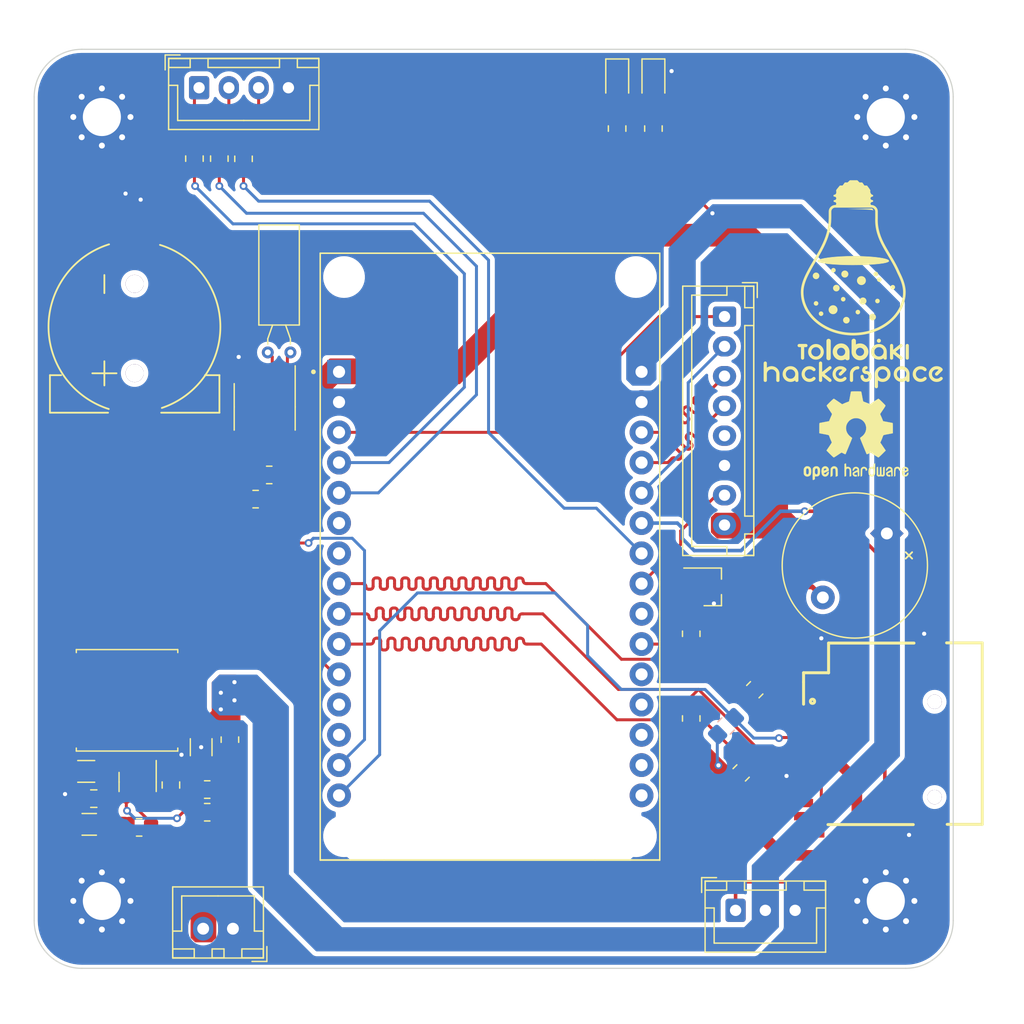
<source format=kicad_pcb>
(kicad_pcb (version 20221018) (generator pcbnew)
  (layers (0 "F.Cu" signal) (31 "B.Cu" signal) (34 "B.Paste" user) (35 "F.Paste" user) (36 "B.SilkS" user "B.Silkscreen") (37 "F.SilkS" user "F.Silkscreen") (38 "B.Mask" user) (39 "F.Mask" user) (44 "Edge.Cuts" user))
  (net 0 "")
  (net 1 "+3V0")
  (net 2 "GND")
  (net 3 "+12V")
  (net 4 "Net-(U3-BST)")
  (net 5 "Net-(U3-SW)")
  (net 6 "+5V")
  (net 7 "Net-(J7-Pin_2)")
  (net 8 "/HSPI_CS")
  (net 9 "/HSPI_CLK")
  (net 10 "/HSPI_MOSI")
  (net 11 "/HSPI_MISO")
  (net 13 "/RFID_RST")
  (net 14 "+3V3")
  (net 15 "/RELAY")
  (net 16 "/VSPI_CS")
  (net 17 "/VSPI_CLK")
  (net 18 "/VSPI_MOSI")
  (net 19 "/VSPI_MISO")
  (net 20 "Net-(Q1-G)")
  (net 21 "Net-(BZ1-+)")
  (net 22 "/BUZZER")
  (net 23 "/I2C_SCL")
  (net 24 "/I2C_SDA")
  (net 25 "Net-(U3-EN)")
  (net 26 "Net-(U3-FB)")
  (net 27 "Net-(R7-Pad2)")
  (net 28 "Net-(U2-X1)")
  (net 29 "Net-(U2-X2)")
  (net 31 "Net-(D2-A)")
  (net 32 "Net-(D3-A)")
  (net 33 "+3.3V")
  (net 46 "Net-(J4-Pin_1)")
  (net 47 "Net-(J4-Pin_2)")
  (net 48 "Net-(J4-Pin_3)")
  (net 49 "/LED_R")
  (net 50 "/LED_B")
  (net 51 "/LED_G")
  (footprint "Resistor_SMD:R_0805_2012Metric_Pad1.20x1.40mm_HandSolder" (layer "F.Cu") (at 144.145 95.758)
    (fp_text reference "R4" hide)
    (fp_text value "4k7")
  )
  (footprint "Resistor_SMD:R_0805_2012Metric_Pad1.20x1.40mm_HandSolder" (layer "F.Cu") (at 139.954 69.199 90)
    (fp_text reference "R17" hide)
    (fp_text value "220")
  )
  (footprint "LED_SMD:LED_0805_2012Metric_Pad1.15x1.40mm_HandSolder" (layer "F.Cu") (at 176.403 62.692 -90)
    (fp_text reference "D2" hide)
    (fp_text value "~")
  )
  (footprint "Resistor_SMD:R_0805_2012Metric_Pad1.20x1.40mm_HandSolder" (layer "F.Cu") (at 173.355 66.675 90)
    (fp_text reference "R12" hide)
    (fp_text value "4k7")
  )
  (footprint "Resistor_SMD:R_0805_2012Metric_Pad1.20x1.40mm_HandSolder" (layer "F.Cu") (at 141.986 69.215 90)
    (fp_text reference "R3" hide)
    (fp_text value "220")
  )
  (footprint "LED_SMD:LED_0805_2012Metric_Pad1.15x1.40mm_HandSolder" (layer "F.Cu") (at 173.363 62.692 -90)
    (fp_text reference "D3" hide)
    (fp_text value "~")
  )
  (footprint "Resistor_SMD:R_0805_2012Metric_Pad1.20x1.40mm_HandSolder" (layer "F.Cu") (at 133.223 125.349)
    (fp_text reference "R6" hide)
    (fp_text value "100k")
  )
  (footprint "esp32-devkit-v1:MODULE_ESP32_DEVKIT_V1" (layer "F.Cu") (at 162.7055 102.616)
    (fp_text reference "U1" hide)
    (fp_text value "ESP32-DEVKIT-V1")
  )
  (footprint "Buzzer_Beeper:Buzzer_12x9.5RM7.6" (layer "F.Cu") (at 196.001012 100.670988 -135)
    (fp_text reference "BZ1" hide)
    (fp_text value "Buzzer")
  )
  (footprint "MountingHole:MountingHole_3.2mm_M3_Pad_Via" (layer "F.Cu") (at 130.094056 131.525944)
    (fp_text reference "H2" hide)
    (fp_text value "MountingHole_Pad")
  )
  (footprint "Connector_JST:JST_XH_B8B-XH-A_1x08_P2.50mm_Vertical" (layer "F.Cu") (at 182.372 82.463 -90)
    (fp_text reference "J2" hide)
    (fp_text value "Conn_01x08")
  )
  (footprint "Symbol:OSHW-Logo2_9.8x8mm_SilkScreen" (layer "F.Cu") (at 193.421 92.456)
    (fp_text reference "REF**" hide)
    (fp_text value "OSHW-Logo2_9.8x8mm_SilkScreen" hide)
  )
  (footprint "Capacitor_SMD:C_1206_3216Metric_Pad1.33x1.80mm_HandSolder" (layer "F.Cu") (at 128.778 120.65 180)
    (fp_text reference "C1" hide)
    (fp_text value "22uf")
  )
  (footprint "C393941:TF-SMD_TF-PUSH" (layer "F.Cu") (at 194.31 117.856 90)
    (fp_text reference "J1" hide)
    (fp_text value "105162-0001")
  )
  (footprint "Capacitor_SMD:C_0805_2012Metric_Pad1.18x1.45mm_HandSolder" (layer "F.Cu") (at 129.413 122.936 180)
    (fp_text reference "C2" hide)
    (fp_text value "0.1uf")
  )
  (footprint "Resistor_SMD:R_0805_2012Metric_Pad1.20x1.40mm_HandSolder" (layer "F.Cu") (at 183.769 120.777 -135)
    (fp_text reference "R16" hide)
    (fp_text value "10k")
  )
  (footprint "MountingHole:MountingHole_3.2mm_M3_Pad_Via" (layer "F.Cu") (at 195.914944 131.525944)
    (fp_text reference "H4" hide)
    (fp_text value "MountingHole_Pad")
  )
  (footprint "Resistor_SMD:R_0805_2012Metric_Pad1.20x1.40mm_HandSolder" (layer "F.Cu") (at 140.843 117.983 -90)
    (fp_text reference "R8" hide)
    (fp_text value "40k2")
  )
  (footprint "Resistor_SMD:R_0805_2012Metric_Pad1.20x1.40mm_HandSolder" (layer "F.Cu") (at 143.002 97.79)
    (fp_text reference "R5" hide)
    (fp_text value "4k7")
  )
  (footprint "Resistor_SMD:R_0805_2012Metric_Pad1.20x1.40mm_HandSolder" (layer "F.Cu") (at 179.578 116.205 -90)
    (fp_text reference "R15" hide)
    (fp_text value "10k")
  )
  (footprint "Connector_JST:JST_XH_B2B-XH-A_1x02_P2.50mm_Vertical" (layer "F.Cu") (at 141.097 133.858 180)
    (fp_text reference "J7" hide)
    (fp_text value "JST XH")
  )
  (footprint "MountingHole:MountingHole_3.2mm_M3_Pad_Via" (layer "F.Cu") (at 130.094056 65.705056)
    (fp_text reference "H3" hide)
    (fp_text value "MountingHole_Pad")
  )
  (footprint "Connector_JST:JST_XH_B3B-XH-A_1x03_P2.50mm_Vertical" (layer "F.Cu") (at 183.301 132.317)
    (fp_text reference "J3" hide)
    (fp_text value "Conn_01x03")
  )
  (footprint "MountingHole:MountingHole_3.2mm_M3_Pad_Via" (layer "F.Cu") (at 195.914944 65.705056)
    (fp_text reference "H1" hide)
    (fp_text value "MountingHole_Pad")
  )
  (footprint "Resistor_SMD:R_0805_2012Metric_Pad1.20x1.40mm_HandSolder" (layer "F.Cu") (at 138.938 124.079)
    (fp_text reference "R7" hide)
    (fp_text value "75k")
  )
  (footprint "Resistor_SMD:R_0805_2012Metric_Pad1.20x1.40mm_HandSolder" (layer "F.Cu") (at 137.864 69.199 90)
    (fp_text reference "R2" hide)
    (fp_text value "220")
  )
  (footprint "Package_TO_SOT_SMD:TSOT-23-6" (layer "F.Cu") (at 133.096 121.539 -90)
    (fp_text reference "U3" hide)
    (fp_text value "MP1470")
  )
  (footprint "Inductor_SMD:L_Changjiang_FNR8040S" (layer "F.Cu") (at 132.207 114.681)
    (fp_text reference "L1" hide)
    (fp_text value "6.8μh")
  )
  (footprint "Package_SO:SOIC-8_3.9x4.9mm_P1.27mm" (layer "F.Cu") (at 143.764 90.043 -90)
    (fp_text reference "U2" hide)
    (fp_text value "DS1307Z+")
  )
  (footprint "Resistor_SMD:R_0805_2012Metric_Pad1.20x1.40mm_HandSolder" (layer "F.Cu") (at 138.938 122.174 180)
    (fp_text reference "R9" hide)
    (fp_text value "7k68")
  )
  (footprint "Package_TO_SOT_SMD:SOT-23_Handsoldering" (layer "F.Cu") (at 181.356 105.156)
    (fp_text reference "Q1" hide)
    (fp_text value "SI2308DS")
  )
  (footprint "Resistor_SMD:R_0805_2012Metric_Pad1.20x1.40mm_HandSolder" (layer "F.Cu") (at 184.912 113.792 45)
    (fp_text reference "R10" hide)
    (fp_text value "10k")
  )
  (footprint "Capacitor_SMD:C_1206_3216Metric_Pad1.33x1.80mm_HandSolder" (layer "F.Cu") (at 138.43 118.618 -90)
    (fp_text reference "C4" hide)
    (fp_text value "22uf")
  )
  (footprint "Crystal:Crystal_C38-LF_D3.0mm_L8.0mm_Horizontal" (layer "F.Cu") (at 145.923 85.471 180)
    (fp_text reference "Y1" hide)
    (fp_text value "Crystal")
  )
  (footprint "Resistor_SMD:R_0805_2012Metric_Pad1.20x1.40mm_HandSolder" (layer "F.Cu") (at 176.403 66.675 90)
    (fp_text reference "R11" hide)
    (fp_text value "10k")
  )
  (footprint "Capacitor_SMD:C_0805_2012Metric_Pad1.18x1.45mm_HandSolder" (layer "F.Cu") (at 135.89 121.793 90)
    (fp_text reference "C3" hide)
    (fp_text value "1uf")
  )
  (footprint "Resistor_SMD:R_0805_2012Metric_Pad1.20x1.40mm_HandSolder" (layer "F.Cu") (at 179.578 109.093 90)
    (fp_text reference "R1" hide)
    (fp_text value "220")
  )
  (footprint "Connector_JST:JST_XH_B4B-XH-A_1x04_P2.50mm_Vertical" (layer "F.Cu") (at 138.256 63.246)
    (fp_text reference "J4" hide)
    (fp_text value "Conn_01x04")
  )
  (footprint "C70381:BAT-SMD_CR1220-2" (layer "F.Cu") (at 132.842 83.312 90)
    (fp_text reference "BT1" hide)
    (fp_text value "Battery_Cell")
  )
  (footprint "Fuse:Fuse_1206_3216Metric" (layer "F.Cu") (at 129.032 125.095)
    (fp_text reference "F1" hide)
    (fp_text value "1A")
  )
  (footprint "Resistor_SMD:R_0805_2012Metric_Pad1.20x1.40mm_HandSolder" (layer "B.Cu") (at 182.499 116.84 -135)
    (fp_text reference "R14" hide)
    (fp_text value "10k")
  )
  (gr_poly (pts (xy 197.721455 84.756386) (xy 197.728176 84.756843) (xy 197.734779 84.757605) (xy 197.741263 84.758673) (xy 197.747626 84.760047) (xy 197.753869 84.761728) (xy 197.759991 84.763716) (xy 197.76599 84.766012) (xy 197.771867 84.768617) (xy 197.77762 84.77153) (xy 197.783249 84.774753) (xy 197.788754 84.778285) (xy 197.794132 84.782128) (xy 197.799384 84.786283) (xy 197.80451 84.790748) (xy 197.809507 84.795526) (xy 197.81429 84.800542) (xy 197.818771 84.805678) (xy 197.822948 84.810935) (xy 197.826822 84.816313) (xy 197.83039 84.821812) (xy 197.833653 84.827433) (xy 197.83661 84.833176) (xy 197.839258 84.839042) (xy 197.841599 84.84503) (xy 197.84363 84.851142) (xy 197.845351 84.857377) (xy 197.846761 84.863736) (xy 197.847859 84.870219) (xy 197.848645 84.876827) (xy 197.849117 84.883559) (xy 197.849274 84.890417) (xy 197.849274 85.944598) (xy 197.849117 85.951457) (xy 197.848645 85.958193) (xy 197.847859 85.964806) (xy 197.846761 85.971295) (xy 197.845351 85.977662) (xy 197.84363 85.983904) (xy 197.841599 85.990023) (xy 197.839258 85.996017) (xy 197.83661 86.001888) (xy 197.833653 86.007634) (xy 197.83039 86.013256) (xy 197.826822 86.018753) (xy 197.822948 86.024125) (xy 197.818771 86.029372) (xy 197.81429 86.034494) (xy 197.809507 86.039491) (xy 197.804529 86.044272) (xy 197.799418 86.048749) (xy 197.794176 86.05292) (xy 197.788804 86.056786) (xy 197.783302 86.060346) (xy 197.777672 86.063599) (xy 197.771916 86.066544) (xy 197.766035 86.069182) (xy 197.760029 86.071511) (xy 197.753901 86.073532) (xy 197.74765 86.075243) (xy 197.74128 86.076644) (xy 197.734789 86.077735) (xy 197.728181 86.078515) (xy 197.721456 86.078983) (xy 197.714616 86.079139) (xy 197.714616 86.079138) (xy 197.707737 86.078983) (xy 197.700986 86.078518) (xy 197.694363 86.077744) (xy 197.687868 86.076659) (xy 197.681499 86.075265) (xy 197.675257 86.073562) (xy 197.669141 86.071548) (xy 197.663151 86.069225) (xy 197.657287 86.066592) (xy 197.651548 86.063649) (xy 197.645933 86.060397) (xy 197.640444 86.056835) (xy 197.635078 86.052964) (xy 197.629836 86.048782) (xy 197.624718 86.044291) (xy 197.619723 86.039491) (xy 197.614943 86.034494) (xy 197.61047 86.029372) (xy 197.606304 86.024125) (xy 197.602446 86.018753) (xy 197.598895 86.013256) (xy 197.595652 86.007634) (xy 197.592717 86.001888) (xy 197.590091 85.996017) (xy 197.587773 85.990023) (xy 197.585763 85.983904) (xy 197.584062 85.977662) (xy 197.58267 85.971295) (xy 197.581587 85.964806) (xy 197.580813 85.958193) (xy 197.580348 85.951457) (xy 197.580194 85.944598) (xy 197.580194 84.890417) (xy 197.580348 84.883559) (xy 197.580813 84.876827) (xy 197.581587 84.870219) (xy 197.58267 84.863736) (xy 197.584062 84.857377) (xy 197.585763 84.851142) (xy 197.587773 84.84503) (xy 197.590091 84.839042) (xy 197.592717 84.833176) (xy 197.595652 84.827433) (xy 197.598895 84.821812) (xy 197.602446 84.816313) (xy 197.606304 84.810935) (xy 197.61047 84.805678) (xy 197.614943 84.800542) (xy 197.619723 84.795526) (xy 197.624718 84.790748) (xy 197.629836 84.786283) (xy 197.635078 84.782128) (xy 197.640444 84.778285) (xy 197.645933 84.774753) (xy 197.651548 84.77153) (xy 197.657287 84.768617) (xy 197.663151 84.766012) (xy 197.669141 84.763716) (xy 197.675257 84.761728) (xy 197.681499 84.760047) (xy 197.687868 84.758673) (xy 197.694363 84.757605) (xy 197.700986 84.756843) (xy 197.707737 84.756386) (xy 197.714616 84.756234)) (fill solid) (layer "F.SilkS"))
  (gr_poly (pts (xy 193.576436 81.93314) (xy 193.584094 81.933722) (xy 193.59164 81.934681) (xy 193.599066 81.936007) (xy 193.606362 81.937691) (xy 193.613518 81.939723) (xy 193.620524 81.942094) (xy 193.627372 81.944794) (xy 193.634052 81.947814) (xy 193.640554 81.951144) (xy 193.646869 81.954775) (xy 193.652987 81.958697) (xy 193.658899 81.962902) (xy 193.664596 81.967378) (xy 193.670067 81.972118) (xy 193.675304 81.977111) (xy 193.680297 81.982348) (xy 193.685037 81.98782) (xy 193.689514 81.993516) (xy 193.693718 81.999429) (xy 193.69764 82.005547) (xy 193.701271 82.011862) (xy 193.704601 82.018364) (xy 193.707621 82.025043) (xy 193.710321 82.031891) (xy 193.712692 82.038898) (xy 193.714724 82.046054) (xy 193.716408 82.053349) (xy 193.717734 82.060775) (xy 193.718693 82.068322) (xy 193.719275 82.07598) (xy 193.719472 82.08374) (xy 193.719275 82.091499) (xy 193.718693 82.099158) (xy 193.717734 82.106704) (xy 193.716408 82.11413) (xy 193.714724 82.121426) (xy 193.712692 82.128581) (xy 193.710321 82.135588) (xy 193.707621 82.142436) (xy 193.704601 82.149116) (xy 193.701271 82.155618) (xy 193.69764 82.161932) (xy 193.693718 82.168051) (xy 193.689514 82.173963) (xy 193.685037 82.17966) (xy 193.680297 82.185131) (xy 193.675304 82.190368) (xy 193.670067 82.195361) (xy 193.664596 82.200101) (xy 193.658899 82.204578) (xy 193.652987 82.208782) (xy 193.646869 82.212704) (xy 193.640554 82.216335) (xy 193.634052 82.219665) (xy 193.627372 82.222685) (xy 193.620524 82.225385) (xy 193.613518 82.227756) (xy 193.606362 82.229788) (xy 193.599066 82.231472) (xy 193.59164 82.232798) (xy 193.584094 82.233757) (xy 193.576436 82.234339) (xy 193.568676 82.234536) (xy 193.560916 82.234339) (xy 193.553258 82.233757) (xy 193.545711 82.232798) (xy 193.538285 82.231472) (xy 193.53099 82.229788) (xy 193.523834 82.227756) (xy 193.516827 82.225385) (xy 193.509979 82.222685) (xy 193.5033 82.219665) (xy 193.496798 82.216335) (xy 193.490483 82.212704) (xy 193.484365 82.208782) (xy 193.478452 82.204578) (xy 193.472756 82.200101) (xy 193.467284 82.195361) (xy 193.462047 82.190368) (xy 193.457054 82.185131) (xy 193.452315 82.17966) (xy 193.447838 82.173963) (xy 193.443634 82.168051) (xy 193.439711 82.161932) (xy 193.43608 82.155618) (xy 193.43275 82.149116) (xy 193.42973 82.142436) (xy 193.42703 82.135588) (xy 193.424659 82.128581) (xy 193.422627 82.121426) (xy 193.420943 82.11413) (xy 193.419617 82.106704) (xy 193.418658 82.099158) (xy 193.418076 82.091499) (xy 193.41788 82.08374) (xy 193.418076 82.07598) (xy 193.418658 82.068322) (xy 193.419617 82.060775) (xy 193.420943 82.053349) (xy 193.422627 82.046054) (xy 193.424659 82.038898) (xy 193.42703 82.031891) (xy 193.42973 82.025043) (xy 193.43275 82.018364) (xy 193.43608 82.011862) (xy 193.439711 82.005547) (xy 193.443634 81.999429) (xy 193.447838 81.993516) (xy 193.452315 81.98782) (xy 193.457054 81.982348) (xy 193.462047 81.977111) (xy 193.467284 81.972118) (xy 193.472756 81.967378) (xy 193.478452 81.962902) (xy 193.484365 81.958697) (xy 193.490483 81.954775) (xy 193.496798 81.951144) (xy 193.5033 81.947814) (xy 193.509979 81.944794) (xy 193.516827 81.942094) (xy 193.523834 81.939723) (xy 193.53099 81.937691) (xy 193.538285 81.936007) (xy 193.545711 81.934681) (xy 193.553258 81.933722) (xy 193.560916 81.93314) (xy 193.568676 81.932944)) (stroke (width 0.08116)) (fill solid) (layer "F.SilkS"))
  (gr_poly (pts (xy 193.230337 84.368603) (xy 193.237088 84.369072) (xy 193.243711 84.369852) (xy 193.250207 84.370944) (xy 193.256575 84.372347) (xy 193.262817 84.37406) (xy 193.268933 84.376084) (xy 193.274923 84.378419) (xy 193.280788 84.381063) (xy 193.286527 84.384016) (xy 193.292141 84.387279) (xy 193.297631 84.39085) (xy 193.302996 84.394729) (xy 193.308238 84.398917) (xy 193.313356 84.403412) (xy 193.318351 84.408214) (xy 193.323132 84.413209) (xy 193.327605 84.418327) (xy 193.33177 84.423569) (xy 193.335629 84.428935) (xy 193.339179 84.434425) (xy 193.342422 84.440039) (xy 193.345357 84.445778) (xy 193.347983 84.451642) (xy 193.350301 84.457632) (xy 193.352311 84.463748) (xy 193.354012 84.46999) (xy 193.355404 84.476359) (xy 193.356487 84.482854) (xy 193.357261 84.489477) (xy 193.357725 84.496228) (xy 193.35788 84.503107) (xy 193.35788 84.890298) (xy 193.379176 84.874985) (xy 193.400871 84.860657) (xy 193.422966 84.847315) (xy 193.445462 84.83496) (xy 193.468357 84.82359) (xy 193.491654 84.813208) (xy 193.515351 84.803812) (xy 193.53945 84.795405) (xy 193.563951 84.787985) (xy 193.588854 84.781553) (xy 193.61416 84.77611) (xy 193.639868 84.771655) (xy 193.66598 84.76819) (xy 193.692495 84.765715) (xy 193.719415 84.764229) (xy 193.746738 84.763734) (xy 193.780515 84.764488) (xy 193.813666 84.766747) (xy 193.84619 84.770513) (xy 193.878088 84.775784) (xy 193.909359 84.782559) (xy 193.940003 84.790839) (xy 193.970018 84.800623) (xy 193.999404 84.81191) (xy 194.028161 84.824699) (xy 194.056288 84.838991) (xy 194.083785 84.854785) (xy 194.110651 84.872079) (xy 194.136885 84.890874) (xy 194.162488 84.911169) (xy 194.187458 84.932964) (xy 194.211796 84.956258) (xy 194.235109 84.980615) (xy 194.256919 85.0056) (xy 194.277224 85.031214) (xy 194.296025 85.057455) (xy 194.313322 85.084326) (xy 194.329115 85.111825) (xy 194.343404 85.139953) (xy 194.356189 85.16871) (xy 194.36747 85.198096) (xy 194.377246 85.228112) (xy 194.385519 85.258757) (xy 194.392287 85.290032) (xy 194.397552 85.321938) (xy 194.401312 85.354473) (xy 194.403568 85.387638) (xy 194.40432 85.421434) (xy 194.403568 85.455188) (xy 194.401312 85.488317) (xy 194.397551 85.520821) (xy 194.392287 85.552699) (xy 194.385519 85.583951) (xy 194.377246 85.614578) (xy 194.36747 85.644578) (xy 194.356189 85.673952) (xy 194.343404 85.702699) (xy 194.329115 85.73082) (xy 194.313322 85.758314) (xy 194.296025 85.78518) (xy 194.277224 85.81142) (xy 194.256919 85.837032) (xy 194.235109 85.862017) (xy 194.211796 85.886374) (xy 194.187458 85.909687) (xy 194.162488 85.931497) (xy 194.136885 85.951802) (xy 194.110651 85.970603) (xy 194.083785 85.9879) (xy 194.056288 86.003693) (xy 194.028161 86.017982) (xy 193.999404 86.030767) (xy 193.970018 86.042047) (xy 193.940003 86.051824) (xy 193.909359 86.060096) (xy 193.878088 86.066865) (xy 193.84619 86.072129) (xy 193.813666 86.075889) (xy 193.780515 86.078145) (xy 193.746738 86.078897) (xy 193.712962 86.078145) (xy 193.679811 86.075889) (xy 193.647285 86.072129) (xy 193.615386 86.066864) (xy 193.584113 86.060096) (xy 193.553467 86.051823) (xy 193.523449 86.042047) (xy 193.494058 86.030766) (xy 193.465294 86.017981) (xy 193.437159 86.003692) (xy 193.409653 85.987899) (xy 193.382775 85.970602) (xy 193.356527 85.951801) (xy 193.330908 85.931496) (xy 193.305919 85.909687) (xy 193.281561 85.886374) (xy 193.258542 85.862334) (xy 193.23699 85.837678) (xy 193.216905 85.812406) (xy 193.198286 85.786516) (xy 193.181133 85.76001) (xy 193.165445 85.732888) (xy 193.151222 85.705149) (xy 193.138463 85.676793) (xy 193.127168 85.64782) (xy 193.117335 85.618231) (xy 193.108966 85.588025) (xy 193.102058 85.557202) (xy 193.096612 85.525763) (xy 193.092627 85.493707) (xy 193.090102 85.461034) (xy 193.089727 85.449297) (xy 193.35657 85.449297) (xy 193.357956 85.467223) (xy 193.360103 85.484836) (xy 193.363011 85.502136) (xy 193.366681 85.519121) (xy 193.371112 85.535792) (xy 193.376304 85.552148) (xy 193.382257 85.568188) (xy 193.38897 85.583912) (xy 193.396444 85.599319) (xy 193.404678 85.614409) (xy 193.413672 85.629181) (xy 193.423426 85.643635) (xy 193.43394 85.65777) (xy 193.445213 85.671585) (xy 193.457246 85.685081) (xy 193.470037 85.698257) (xy 193.484534 85.712161) (xy 193.499405 85.725163) (xy 193.514649 85.737266) (xy 193.530266 85.748469) (xy 193.546257 85.758772) (xy 193.562621 85.768177) (xy 193.579357 85.776684) (xy 193.596467 85.784293) (xy 193.613949 85.791004) (xy 193.631803 85.79682) (xy 193.650029 85.801739) (xy 193.668628 85.805762) (xy 193.687598 85.808891) (xy 193.70694 85.811125) (xy 193.726654 85.812465) (xy 193.746738 85.812911) (xy 193.76678 85.812468) (xy 193.786452 85.811136) (xy 193.805755 85.808915) (xy 193.824687 85.805805) (xy 193.843248 85.801805) (xy 193.861437 85.796914) (xy 193.879254 85.791131) (xy 193.896697 85.784456) (xy 193.913767 85.776888) (xy 193.930462 85.768427) (xy 193.946782 85.759071) (xy 193.962725 85.74882) (xy 193.978292 85.737673) (xy 193.993481 85.72563) (xy 194.008293 85.712689) (xy 194.022725 85.698851) (xy 194.036543 85.684441) (xy 194.049465 85.669651) (xy 194.061492 85.654482) (xy 194.072626 85.638934) (xy 194.082865 85.623008) (xy 194.092212 85.606703) (xy 194.100665 85.590019) (xy 194.108227 85.572957) (xy 194.114897 85.555517) (xy 194.120676 85.537699) (xy 194.125565 85.519503) (xy 194.129563 85.50093) (xy 194.132672 85.481979) (xy 194.134893 85.462651) (xy 194.136224 85.442946) (xy 194.136668 85.422864) (xy 194.136224 85.402819) (xy 194.134893 85.383135) (xy 194.132672 85.363813) (xy 194.129563 85.344856) (xy 194.125565 85.326264) (xy 194.120676 85.30804) (xy 194.114897 85.290183) (xy 194.108227 85.272697) (xy 194.100665 85.255581) (xy 194.092212 85.238838) (xy 194.082865 85.222469) (xy 194.072626 85.206475) (xy 194.061492 85.190858) (xy 194.049465 85.175619) (xy 194.036543 85.16076) (xy 194.022725 85.146282) (xy 194.008273 85.132377) (xy 193.993447 85.11937) (xy 193.978248 85.107262) (xy 193.962675 85.096051) (xy 193.946729 85.085738) (xy 193.93041 85.076324) (xy 193.913717 85.067806) (xy 193.896653 85.060186) (xy 193.879215 85.053463) (xy 193.861406 85.047637) (xy 193.843224 85.042708) (xy 193.82467 85.038675) (xy 193.805745 85.035539) (xy 193.786447 85.033299) (xy 193.766778 85.031955) (xy 193.746738 85.031507) (xy 193.726652 85.031955) (xy 193.706935 85.033299) (xy 193.687588 85.035539) (xy 193.668611 85.038675) (xy 193.650005 85.042708) (xy 193.631771 85.047637) (xy 193.61391 85.053463) (xy 193.596422 85.060186) (xy 193.579308 85.067806) (xy 193.562568 85.076324) (xy 193.546204 85.085738) (xy 193.530216 85.096051) (xy 193.514604 85.107262) (xy 193.49937 85.11937) (xy 193.484514 85.132377) (xy 193.470037 85.146282) (xy 193.458154 85.158603) (xy 193.446925 85.17119) (xy 193.43635 85.184043) (xy 193.426429 85.197162) (xy 193.417159 85.210548) (xy 193.408542 85.2242) (xy 193.400574 85.23812) (xy 193.393257 85.252307) (xy 193.386588 85.266762) (xy 193.380567 85.281485) (xy 193.375193 85.296477) (xy 193.370465 85.311738) (xy 193.366383 85.327269) (xy 193.362945 85.343068) (xy 193.360151 85.359138) (xy 193.357999 85.375479) (xy 193.357999 85.425722) (xy 193.357977 85.428635) (xy 193.35791 85.431565) (xy 193.357798 85.43451) (xy 193.357642 85.437464) (xy 193.357441 85.440424) (xy 193.357195 85.443386) (xy 193.356905 85.446345) (xy 193.35657 85.449297) (xy 193.089727 85.449297) (xy 193.089038 85.427744) (xy 193.089038 84.503107) (xy 193.089192 84.496228) (xy 193.089657 84.489477) (xy 193.090431 84.482854) (xy 193.091514 84.476359) (xy 193.092906 84.46999) (xy 193.094607 84.463748) (xy 193.096616 84.457632) (xy 193.098935 84.451642) (xy 193.101561 84.445778) (xy 193.104496 84.440039) (xy 193.107739 84.434425) (xy 193.111289 84.428935) (xy 193.115147 84.423569) (xy 193.119313 84.418327) (xy 193.123786 84.413209) (xy 193.128566 84.408214) (xy 193.133564 84.403412) (xy 193.138689 84.398917) (xy 193.143942 84.394729) (xy 193.14932 84.39085) (xy 193.154825 84.387279) (xy 193.160454 84.384016) (xy 193.166207 84.381063) (xy 193.172084 84.378419) (xy 193.178083 84.376084) (xy 193.184205 84.37406) (xy 193.190448 84.372347) (xy 193.196811 84.370944) (xy 193.203295 84.369852) (xy 193.209898 84.369072) (xy 193.216619 84.368603) (xy 193.223459 84.368447)) (stroke (width 0.095249)) (fill solid) (layer "F.SilkS"))
  (gr_poly (pts (xy 194.728708 73.381399) (xy 194.739273 73.38252) (xy 194.749155 73.384364) (xy 194.758386 73.38689) (xy 194.766998 73.390056) (xy 194.775023 73.393824) (xy 194.782494 73.398152) (xy 194.789443 73.403) (xy 194.795903 73.408327) (xy 194.801904 73.414094) (xy 194.80748 73.420259) (xy 194.812663 73.426783) (xy 194.817485 73.433625) (xy 194.821978 73.440745) (xy 194.875461 73.559445) (xy 194.860364 73.549235) (xy 194.838443 73.539736) (xy 194.775479 73.522741) (xy 194.689265 73.508199) (xy 194.5825 73.49585) (xy 194.318103 73.476684) (xy 194.003868 73.463157) (xy 193.312193 73.444665) (xy 192.977912 73.435526) (xy 192.680107 73.423674) (xy 193.92592 73.400838) (xy 194.692591 73.382769) (xy 194.705399 73.381483) (xy 194.717427 73.381039)) (fill solid) (layer "F.SilkS"))
  (gr_poly (pts (xy 194.714682 73.203124) (xy 194.737138 73.204837) (xy 194.759273 73.207659) (xy 194.781058 73.21156) (xy 194.802465 73.216514) (xy 194.823467 73.222491) (xy 194.844034 73.229464) (xy 194.864139 73.237405) (xy 194.883754 73.246285) (xy 194.90285 73.256077) (xy 194.9214 73.266753) (xy 194.939376 73.278284) (xy 194.956748 73.290643) (xy 194.97349 73.303801) (xy 194.989572 73.31773) (xy 195.004968 73.332403) (xy 195.019648 73.347791) (xy 195.033585 73.363866) (xy 195.04675 73.3806) (xy 195.059116 73.397965) (xy 195.070654 73.415933) (xy 195.081336 73.434476) (xy 195.091135 73.453566) (xy 195.100021 73.473175) (xy 195.107967 73.493275) (xy 195.114945 73.513837) (xy 195.120927 73.534834) (xy 195.125884 73.556237) (xy 195.129788 73.578019) (xy 195.132612 73.600152) (xy 195.134327 73.622607) (xy 195.134905 73.645356) (xy 195.134905 74.185396) (xy 195.131301 74.358346) (xy 195.135029 74.526848) (xy 195.145753 74.691158) (xy 195.163138 74.851534) (xy 195.186847 75.008232) (xy 195.216546 75.161509) (xy 195.251898 75.311622) (xy 195.292567 75.458827) (xy 195.388514 75.745541) (xy 195.501702 76.023705) (xy 195.629445 76.295375) (xy 195.769056 76.562602) (xy 195.917849 76.827442) (xy 196.073139 77.091949) (xy 196.392461 77.628179) (xy 196.551123 77.90401) (xy 196.705536 78.187723) (xy 196.853014 78.481373) (xy 196.990872 78.787014) (xy 197.079828 78.968506) (xy 197.166608 79.157712) (xy 197.248226 79.35382) (xy 197.286167 79.454207) (xy 197.321698 79.556015) (xy 197.354447 79.659141) (xy 197.384039 79.763484) (xy 197.410102 79.868942) (xy 197.432264 79.975414) (xy 197.45015 80.082798) (xy 197.463387 80.190993) (xy 197.471604 80.299895) (xy 197.474425 80.409405) (xy 197.468842 80.590823) (xy 197.45227 80.769859) (xy 197.424981 80.946291) (xy 197.387244 81.1199) (xy 197.339328 81.290462) (xy 197.281503 81.457757) (xy 197.214039 81.621563) (xy 197.137205 81.781659) (xy 197.051271 81.937822) (xy 196.956507 82.089832) (xy 196.853181 82.237466) (xy 196.741565 82.380504) (xy 196.621927 82.518724) (xy 196.494537 82.651904) (xy 196.359665 82.779823) (xy 196.21758 82.90226) (xy 196.068552 83.018992) (xy 195.912851 83.129798) (xy 195.750746 83.234457) (xy 195.582507 83.332748) (xy 195.408404 83.424448) (xy 195.228705 83.509337) (xy 195.043682 83.587192) (xy 194.853603 83.657792) (xy 194.658738 83.720916) (xy 194.459357 83.776342) (xy 194.255729 83.823849) (xy 194.048124 83.863215) (xy 193.836812 83.894219) (xy 193.622062 83.916638) (xy 193.404143 83.930252) (xy 193.183327 83.93484) (xy 192.96245 83.930195) (xy 192.744474 83.916531) (xy 192.529669 83.894068) (xy 192.318302 83.863028) (xy 192.110646 83.823631) (xy 191.906969 83.776098) (xy 191.70754 83.720651) (xy 191.51263 83.657511) (xy 191.322509 83.586898) (xy 191.137445 83.509034) (xy 190.957709 83.42414) (xy 190.783571 83.332437) (xy 190.615299 83.234146) (xy 190.453164 83.129488) (xy 190.297436 83.018684) (xy 190.148384 82.901955) (xy 190.006278 82.779523) (xy 189.871387 82.651608) (xy 189.743981 82.518431) (xy 189.624331 82.380214) (xy 189.512705 82.237178) (xy 189.409373 82.089543) (xy 189.314606 81.93753) (xy 189.228672 81.781362) (xy 189.151842 81.621258) (xy 189.084384 81.457441) (xy 189.02657 81.29013) (xy 188.978668 81.119547) (xy 188.940948 80.945914) (xy 188.91368 80.76945) (xy 188.897133 80.590378) (xy 188.891578 80.408919) (xy 188.894615 80.295688) (xy 188.903448 80.182901) (xy 188.917664 80.070714) (xy 188.93685 79.959283) (xy 188.960593 79.848765) (xy 188.988478 79.739314) (xy 189.020092 79.631086) (xy 189.055021 79.524239) (xy 189.092853 79.418927) (xy 189.133172 79.315306) (xy 189.175567 79.213532) (xy 189.219623 79.113762) (xy 189.311063 78.920854) (xy 189.404186 78.73783) (xy 189.54774 78.468881) (xy 189.696928 78.203449) (xy 190.004019 77.678335) (xy 190.309081 77.152897) (xy 190.455734 76.887058) (xy 190.595739 76.617541) (xy 190.727048 76.343145) (xy 190.847614 76.062673) (xy 190.95539 75.774925) (xy 191.048329 75.478701) (xy 191.124385 75.172803) (xy 191.181509 74.856031) (xy 191.217655 74.527187) (xy 191.230776 74.185071) (xy 191.230776 73.645031) (xy 191.231352 73.62231) (xy 191.233063 73.599879) (xy 191.235881 73.577766) (xy 191.239777 73.556) (xy 191.244724 73.534609) (xy 191.250694 73.513621) (xy 191.25766 73.493065) (xy 191.265593 73.472969) (xy 191.274466 73.453362) (xy 191.284251 73.434273) (xy 191.29492 73.415728) (xy 191.306445 73.397757) (xy 191.318798 73.380389) (xy 191.331952 73.36365) (xy 191.345879 73.347571) (xy 191.360551 73.332179) (xy 191.37594 73.317503) (xy 191.392018 73.303571) (xy 191.408758 73.290412) (xy 191.426131 73.278053) (xy 191.44411 73.266523) (xy 191.462667 73.255851) (xy 191.481775 73.246066) (xy 191.501405 73.237194) (xy 191.521529 73.229265) (xy 191.54212 73.222308) (xy 191.56315 73.21635) (xy 191.584591 73.21142) (xy 191.606416 73.207546) (xy 191.628596 73.204757) (xy 191.651103 73.203081) (xy 191.673911 73.202546) (xy 194.691932 73.202546)) (stroke (width 0.22)) (fill none) (layer "F.SilkS"))
  (gr_poly (pts (xy 191.773727 79.833151) (xy 191.785729 79.834064) (xy 191.797557 79.835567) (xy 191.809195 79.837645) (xy 191.820629 79.840284) (xy 191.831845 79.843469) (xy 191.842826 79.847185) (xy 191.853558 79.851416) (xy 191.864027 79.856149) (xy 191.874218 79.861368) (xy 191.884115 79.867059) (xy 191.893704 79.873207) (xy 191.90297 79.879796) (xy 191.911898 79.886812) (xy 191.920474 79.89424) (xy 191.928682 79.902066) (xy 191.936507 79.910274) (xy 191.943935 79.918849) (xy 191.950951 79.927777) (xy 191.957541 79.937043) (xy 191.963688 79.946632) (xy 191.969379 79.956529) (xy 191.974598 79.96672) (xy 191.979331 79.977189) (xy 191.983563 79.987921) (xy 191.987278 79.998902) (xy 191.990463 80.010117) (xy 191.993102 80.021552) (xy 191.995181 80.03319) (xy 191.996684 80.045018) (xy 191.997596 80.05702) (xy 191.997904 80.069182) (xy 191.997596 80.081344) (xy 191.996684 80.093346) (xy 191.995181 80.105174) (xy 191.993102 80.116812) (xy 191.990463 80.128246) (xy 191.987278 80.139461) (xy 191.983563 80.150443) (xy 191.979331 80.161175) (xy 191.974598 80.171644) (xy 191.969379 80.181834) (xy 191.963688 80.191731) (xy 191.957541 80.20132) (xy 191.950951 80.210586) (xy 191.943935 80.219515) (xy 191.936507 80.22809) (xy 191.928682 80.236298) (xy 191.920474 80.244123) (xy 191.911898 80.251552) (xy 191.90297 80.258568) (xy 191.893704 80.265157) (xy 191.884115 80.271304) (xy 191.874218 80.276995) (xy 191.864027 80.282214) (xy 191.853558 80.286947) (xy 191.842826 80.291179) (xy 191.831845 80.294895) (xy 191.820629 80.298079) (xy 191.809195 80.300718) (xy 191.797557 80.302797) (xy 191.785729 80.3043) (xy 191.773727 80.305212) (xy 191.761565 80.30552) (xy 191.749403 80.305212) (xy 191.737401 80.3043) (xy 191.725573 80.302797) (xy 191.713934 80.300718) (xy 191.7025 80.298079) (xy 191.691285 80.294895) (xy 191.680304 80.291179) (xy 191.669571 80.286947) (xy 191.659103 80.282214) (xy 191.648912 80.276995) (xy 191.639015 80.271304) (xy 191.629426 80.265157) (xy 191.62016 80.258568) (xy 191.611232 80.251552) (xy 191.602656 80.244123) (xy 191.594449 80.236298) (xy 191.586623 80.22809) (xy 191.579195 80.219515) (xy 191.572179 80.210586) (xy 191.565589 80.20132) (xy 191.559442 80.191731) (xy 191.553751 80.181834) (xy 191.548532 80.171644) (xy 191.543799 80.161175) (xy 191.539567 80.150443) (xy 191.535852 80.139461) (xy 191.532667 80.128246) (xy 191.530028 80.116812) (xy 191.52795 80.105174) (xy 191.526447 80.093346) (xy 191.525534 80.081344) (xy 191.525226 80.069182) (xy 191.525534 80.05702) (xy 191.526447 80.045018) (xy 191.52795 80.03319) (xy 191.530028 80.021552) (xy 191.532667 80.010117) (xy 191.535852 79.998902) (xy 191.539567 79.987921) (xy 191.543799 79.977189) (xy 191.548532 79.96672) (xy 191.553751 79.956529) (xy 191.559442 79.946632) (xy 191.565589 79.937043) (xy 191.572179 79.927777) (xy 191.579195 79.918849) (xy 191.586623 79.910274) (xy 191.594449 79.902066) (xy 191.602656 79.89424) (xy 191.611232 79.886812) (xy 191.62016 79.879796) (xy 191.629426 79.873207) (xy 191.639015 79.867059) (xy 191.648912 79.861368) (xy 191.659103 79.856149) (xy 191.669571 79.851416) (xy 191.680304 79.847185) (xy 191.691285 79.843469) (xy 191.7025 79.840284) (xy 191.713934 79.837645) (xy 191.725573 79.835567) (xy 191.737401 79.834064) (xy 191.749403 79.833151) (xy 191.761565 79.832844)) (stroke (width 0.08116)) (fill solid) (layer "F.SilkS"))
  (gr_poly (pts (xy 191.524986 78.418241) (xy 191.532602 78.418811) (xy 191.540109 78.41976) (xy 191.547498 78.421077) (xy 191.55476 78.422753) (xy 191.561884 78.42478) (xy 191.568861 78.427146) (xy 191.575682 78.429843) (xy 191.582337 78.432861) (xy 191.588816 78.43619) (xy 191.595111 78.439821) (xy 191.60121 78.443745) (xy 191.607106 78.447951) (xy 191.612787 78.45243) (xy 191.618245 78.457173) (xy 191.623471 78.46217) (xy 191.628453 78.467411) (xy 191.633184 78.472887) (xy 191.637653 78.478589) (xy 191.64185 78.484506) (xy 191.645767 78.490629) (xy 191.649394 78.496949) (xy 191.65272 78.503456) (xy 191.655737 78.510141) (xy 191.658435 78.516993) (xy 191.660804 78.524003) (xy 191.662835 78.531163) (xy 191.664518 78.538461) (xy 191.665844 78.545889) (xy 191.666803 78.553437) (xy 191.667385 78.561096) (xy 191.667581 78.568855) (xy 191.667385 78.576599) (xy 191.666803 78.584241) (xy 191.665844 78.591772) (xy 191.664518 78.599182) (xy 191.662835 78.606462) (xy 191.660804 78.613603) (xy 191.658435 78.620594) (xy 191.655737 78.627428) (xy 191.65272 78.634093) (xy 191.649394 78.640581) (xy 191.645767 78.646882) (xy 191.64185 78.652987) (xy 191.637653 78.658887) (xy 191.633184 78.664571) (xy 191.628453 78.670031) (xy 191.623471 78.675256) (xy 191.618245 78.680238) (xy 191.612787 78.684968) (xy 191.607106 78.689434) (xy 191.60121 78.693629) (xy 191.595111 78.697543) (xy 191.588816 78.701166) (xy 191.582337 78.704489) (xy 191.575682 78.707502) (xy 191.568861 78.710196) (xy 191.561884 78.712562) (xy 191.55476 78.714589) (xy 191.547498 78.716269) (xy 191.540109 78.717592) (xy 191.532602 78.718549) (xy 191.524986 78.71913) (xy 191.517272 78.719326) (xy 191.50947 78.71913) (xy 191.501774 78.718549) (xy 191.494193 78.717592) (xy 191.486738 78.716269) (xy 191.479417 78.714589) (xy 191.472239 78.712562) (xy 191.465213 78.710196) (xy 191.45835 78.707502) (xy 191.451658 78.704489) (xy 191.445146 78.701166) (xy 191.438824 78.697543) (xy 191.432701 78.693629) (xy 191.426786 78.689434) (xy 191.421089 78.684967) (xy 191.415618 78.680238) (xy 191.410384 78.675256) (xy 191.405395 78.67003) (xy 191.400661 78.664571) (xy 191.396191 78.658886) (xy 191.391994 78.652987) (xy 191.388079 78.646882) (xy 191.384456 78.640581) (xy 191.381135 78.634093) (xy 191.378123 78.627427) (xy 191.375431 78.620594) (xy 191.373068 78.613602) (xy 191.371043 78.606462) (xy 191.369365 78.599182) (xy 191.368045 78.591772) (xy 191.367089 78.584241) (xy 191.36651 78.576599) (xy 191.366314 78.568855) (xy 191.36651 78.561111) (xy 191.367089 78.553466) (xy 191.368045 78.545931) (xy 191.369365 78.538515) (xy 191.371043 78.531227) (xy 191.373068 78.524078) (xy 191.375431 78.517076) (xy 191.378123 78.510232) (xy 191.381135 78.503555) (xy 191.384456 78.497054) (xy 191.388079 78.49074) (xy 191.391994 78.48462) (xy 191.396191 78.478707) (xy 191.400661 78.473007) (xy 191.405395 78.467533) (xy 191.410384 78.462292) (xy 191.415618 78.457294) (xy 191.421089 78.45255) (xy 191.426786 78.448068) (xy 191.432701 78.443859) (xy 191.438824 78.439931) (xy 191.445146 78.436295) (xy 191.451658 78.432959) (xy 191.45835 78.429934) (xy 191.465213 78.427229) (xy 191.472239 78.424854) (xy 191.479417 78.422818) (xy 191.486738 78.42113) (xy 191.494193 78.419801) (xy 191.501774 78.41884) (xy 191.50947 78.418256) (xy 191.517272 78.418059)) (stroke (width 0.08116)) (fill solid) (layer "F.SilkS"))
  (gr_poly (pts (xy 197.276526 86.625793) (xy 197.309885 86.628058) (xy 197.342608 86.631833) (xy 197.374697 86.637119) (xy 197.406152 86.643916) (xy 197.436972 86.652225) (xy 197.46716 86.662045) (xy 197.496716 86.673377) (xy 197.525639 86.686222) (xy 197.55393 86.70058) (xy 197.581591 86.71645) (xy 197.608621 86.733835) (xy 197.635022 86.752733) (xy 197.660792 86.773145) (xy 197.685934 86.795072) (xy 197.710448 86.818514) (xy 197.733557 86.842669) (xy 197.755201 86.867449) (xy 197.775379 86.892853) (xy 197.794089 86.918882) (xy 197.811332 86.945536) (xy 197.827106 86.972813) (xy 197.841411 87.000715) (xy 197.854246 87.02924) (xy 197.86561 87.058389) (xy 197.875503 87.088162) (xy 197.883924 87.118558) (xy 197.890872 87.149577) (xy 197.896347 87.181219) (xy 197.900348 87.213484) (xy 197.902874 87.246371) (xy 197.903925 87.279881) (xy 197.903925 87.8184) (xy 197.90377 87.827824) (xy 197.903305 87.836852) (xy 197.90253 87.845483) (xy 197.901445 87.853719) (xy 197.900049 87.86156) (xy 197.898343 87.869005) (xy 197.896326 87.876054) (xy 197.893998 87.882709) (xy 197.891358 87.888969) (xy 197.888408 87.894834) (xy 197.885146 87.900305) (xy 197.881572 87.905381) (xy 197.877687 87.910063) (xy 197.873489 87.914352) (xy 197.86898 87.918246) (xy 197.864158 87.921747) (xy 197.85912 87.924949) (xy 197.853965 87.927947) (xy 197.848691 87.930741) (xy 197.843296 87.93333) (xy 197.837779 87.935714) (xy 197.83214 87.937892) (xy 197.826378 87.939864) (xy 197.820491 87.941631) (xy 197.814479 87.943191) (xy 197.80834 87.944544) (xy 197.802073 87.945689) (xy 197.795678 87.946628) (xy 197.789152 87.947358) (xy 197.782496 87.94788) (xy 197.775708 87.948194) (xy 197.768788 87.948298) (xy 197.761864 87.948195) (xy 197.755069 87.947885) (xy 197.748401 87.947368) (xy 197.741861 87.946644) (xy 197.735447 87.945713) (xy 197.729161 87.944575) (xy 197.723 87.943229) (xy 197.716966 87.941675) (xy 197.711057 87.939914) (xy 197.705273 87.937944) (xy 197.699614 87.935766) (xy 197.69408 87.93338) (xy 197.68867 87.930785) (xy 197.683383 87.927981) (xy 197.678221 87.924969) (xy 197.673181 87.921747) (xy 197.670731 87.920038) (xy 197.668359 87.918235) (xy 197.666065 87.91634) (xy 197.663849 87.914352) (xy 197.661711 87.912271) (xy 197.659652 87.910097) (xy 197.65767 87.907831) (xy 197.655766 87.905471) (xy 197.65394 87.903018) (xy 197.652192 87.900473) (xy 197.650522 87.897834) (xy 197.64893 87.895103) (xy 197.647416 87.892278) (xy 197.64598 87.88936) (xy 197.644621 87.886349) (xy 197.643341 87.883245) (xy 197.642138 87.880048) (xy 197.641013 87.876758) (xy 197.638996 87.869898) (xy 197.637289 87.862665) (xy 197.635894 87.855059) (xy 197.634808 87.84708) (xy 197.634033 87.838727) (xy 197.633569 87.83) (xy 197.633414 87.8209) (xy 197.612023 87.836319) (xy 197.590223 87.850742) (xy 197.568015 87.86417) (xy 197.545399 87.876601) (xy 197.522376 87.888037) (xy 197.498947 87.898478) (xy 197.475114 87.907924) (xy 197.450876 87.916374) (xy 197.426235 87.923829) (xy 197.401192 87.93029) (xy 197.375747 87.935757) (xy 197.349902 87.940229) (xy 197.323657 87.943707) (xy 197.297013 87.946191) (xy 197.269971 87.947681) (xy 197.242532 87.948178) (xy 197.208535 87.947423) (xy 197.175169 87.945158) (xy 197.142434 87.941383) (xy 197.11033 87.936097) (xy 197.078857 87.9293) (xy 197.048016 87.920992) (xy 197.017807 87.911172) (xy 196.988229 87.89984) (xy 196.959284 87.886995) (xy 196.930971 87.872637) (xy 196.90329 87.856766) (xy 196.876242 87.839382) (xy 196.849826 87.820484) (xy 196.824044 87.800071) (xy 196.798894 87.778144) (xy 196.774378 87.754702) (xy 196.750934 87.730186) (xy 196.728999 87.705037) (xy 196.708575 87.679254) (xy 196.689662 87.652838) (xy 196.672259 87.625788) (xy 196.656368 87.598104) (xy 196.641989 87.569787) (xy 196.629122 87.540837) (xy 196.617767 87.511253) (xy 196.607926 87.481036) (xy 196.599597 87.450186) (xy 196.592782 87.418701) (xy 196.587481 87.386584) (xy 196.583693 87.353833) (xy 196.581421 87.320448) (xy 196.580663 87.28643) (xy 196.58069 87.285239) (xy 196.849983 87.285239) (xy 196.85043 87.305475) (xy 196.85177 87.325329) (xy 196.854004 87.344804) (xy 196.857132 87.363899) (xy 196.861156 87.382615) (xy 196.866075 87.400955) (xy 196.871891 87.418919) (xy 196.878603 87.436508) (xy 196.886212 87.453722) (xy 196.894719 87.470564) (xy 196.904124 87.487034) (xy 196.914427 87.503134) (xy 196.92563 87.518863) (xy 196.937733 87.534224) (xy 196.950736 87.549217) (xy 196.96464 87.563844) (xy 196.979181 87.577793) (xy 196.994097 87.590844) (xy 197.009388 87.602997) (xy 197.025055 87.61425) (xy 197.041097 87.624604) (xy 197.057516 87.634058) (xy 197.074312 87.642613) (xy 197.091486 87.650268) (xy 197.109038 87.657024) (xy 197.126968 87.662879) (xy 197.145278 87.667834) (xy 197.163967 87.671888) (xy 197.183037 87.675042) (xy 197.202487 87.677295) (xy 197.222319 87.678646) (xy 197.242532 87.679097) (xy 197.262706 87.678646) (xy 197.28251 87.677295) (xy 197.301942 87.675042) (xy 197.321004 87.671888) (xy 197.339695 87.667834) (xy 197.358016 87.662879) (xy 197.375967 87.657024) (xy 197.393548 87.650269) (xy 197.410759 87.642614) (xy 197.427601 87.634059) (xy 197.444073 87.624604) (xy 197.460177 87.61425) (xy 197.475911 87.602997) (xy 197.491276 87.590845) (xy 197.506272 87.577794) (xy 197.5209 87.563844) (xy 197.532831 87.551451) (xy 197.544111 87.538785) (xy 197.55474 87.525848) (xy 197.564717 87.512638) (xy 197.574041 87.499156) (xy 197.582713 87.485404) (xy 197.590732 87.471382) (xy 197.598097 87.45709) (xy 197.604807 87.442528) (xy 197.610863 87.427698) (xy 197.616263 87.412599) (xy 197.621007 87.397233) (xy 197.625095 87.3816) (xy 197.628525 87.3657) (xy 197.631299 87.349533) (xy 197.633414 87.333102) (xy 197.633414 87.282856) (xy 197.633446 87.27983) (xy 197.633536 87.276821) (xy 197.633677 87.273823) (xy 197.63386 87.270831) (xy 197.634318 87.26484) (xy 197.634843 87.258805) (xy 197.633516 87.240746) (xy 197.631412 87.223004) (xy 197.628531 87.205579) (xy 197.624875 87.188472) (xy 197.620445 87.171683) (xy 197.615241 87.155214) (xy 197.609265 87.139066) (xy 197.602517 87.123239) (xy 197.595 87.107734) (xy 197.586713 87.092553) (xy 197.577658 87.077695) (xy 197.567837 87.063163) (xy 197.557249 87.048956) (xy 197.545896 87.035076) (xy 197.533779 87.021524) (xy 197.5209 87.008299) (xy 197.5209 87.008301) (xy 197.506292 86.994309) (xy 197.49131 86.981221) (xy 197.475954 86.969037) (xy 197.460226 86.957756) (xy 197.444126 86.947379) (xy 197.427653 86.937906) (xy 197.410808 86.929335) (xy 197.393592 86.921667) (xy 197.376005 86.914902) (xy 197.358047 86.90904) (xy 197.339719 86.90408) (xy 197.32102 86.900022) (xy 197.301952 86.896866) (xy 197.282514 86.894612) (xy 197.262708 86.89326) (xy 197.242532 86.892809) (xy 197.222319 86.893258) (xy 197.202487 86.894605) (xy 197.183037 86.89685) (xy 197.163967 86.899992) (xy 197.145278 86.90403) (xy 197.126968 86.908964) (xy 197.109038 86.914793) (xy 197.091486 86.921517) (xy 197.074312 86.929136) (xy 197.057516 86.937649) (xy 197.041097 86.947054) (xy 197.025055 86.957353) (xy 197.009388 86.968544) (xy 196.994097 86.980627) (xy 196.979181 86.993601) (xy 196.96464 87.007465) (xy 196.950736 87.022008) (xy 196.937733 87.036927) (xy 196.92563 87.052223) (xy 196.914427 87.067895) (xy 196.904124 87.083943) (xy 196.894719 87.100367) (xy 196.886212 87.117166) (xy 196.878603 87.134341) (xy 196.871891 87.151892) (xy 196.866075 87.169817) (xy 196.861156 87.188118) (xy 196.857132 87.206793) (xy 196.854004 87.225843) (xy 196.85177 87.245267) (xy 196.85043 87.265066) (xy 196.849983 87.285239) (xy 196.58069 87.285239) (xy 196.581421 87.252475) (xy 196.583693 87.219146) (xy 196.587481 87.186442) (xy 196.592782 87.154366) (xy 196.599597 87.122916) (xy 196.607926 87.092094) (xy 196.617767 87.061901) (xy 196.629122 87.032336) (xy 196.641989 87.0034) (xy 196.656368 86.975094) (xy 196.672259 86.947419) (xy 196.689662 86.920374) (xy 196.708575 86.893961) (xy 196.728999 86.868179) (xy 196.750934 86.84303) (xy 196.774378 86.818514) (xy 196.798894 86.795072) (xy 196.824044 86.773145) (xy 196.849826 86.752733) (xy 196.876242 86.733835) (xy 196.90329 86.71645) (xy 196.930971 86.70058) (xy 196.959284 86.686222) (xy 196.988229 86.673377) (xy 197.017807 86.662045) (xy 197.048016 86.652225) (xy 197.078857 86.643916) (xy 197.11033 86.637119) (xy 197.142434 86.631833) (xy 197.175169 86.628058) (xy 197.208535 86.625793) (xy 197.242532 86.625038)) (fill solid) (layer "F.SilkS"))
  (gr_poly (pts (xy 196.50911 79.845047) (xy 196.516536 79.845607) (xy 196.523973 79.846539) (xy 196.531408 79.84785) (xy 196.53883 79.849544) (xy 196.546226 79.851628) (xy 196.553585 79.854107) (xy 196.560777 79.857013) (xy 196.567743 79.860244) (xy 196.574475 79.863789) (xy 196.580968 79.867634) (xy 196.587217 79.871768) (xy 196.593216 79.876178) (xy 196.598959 79.880852) (xy 196.604441 79.885777) (xy 196.609655 79.890943) (xy 196.614597 79.896335) (xy 196.619259 79.901942) (xy 196.623637 79.907752) (xy 196.627726 79.913752) (xy 196.631518 79.91993) (xy 196.635009 79.926274) (xy 196.638193 79.932772) (xy 196.641064 79.93941) (xy 196.643616 79.946178) (xy 196.645844 79.953062) (xy 196.647742 79.960051) (xy 196.649304 79.967132) (xy 196.650524 79.974293) (xy 196.651398 79.981522) (xy 196.651919 79.988805) (xy 196.652081 79.996132) (xy 196.651879 80.00349) (xy 196.651307 80.010866) (xy 196.650359 80.018248) (xy 196.64903 80.025624) (xy 196.647314 80.032982) (xy 196.645205 80.040309) (xy 196.642698 80.047594) (xy 196.639821 80.054859) (xy 196.636617 80.061891) (xy 196.633099 80.068684) (xy 196.629278 80.075232) (xy 196.625166 80.08153) (xy 196.620776 80.087572) (xy 196.616121 80.093354) (xy 196.611212 80.098869) (xy 196.606063 80.104113) (xy 196.600684 80.109079) (xy 196.595089 80.113763) (xy 196.58929 80.118159) (xy 196.583299 80.122261) (xy 196.577128 80.126064) (xy 196.57079 80.129562) (xy 196.564297 80.132751) (xy 196.557661 80.135625) (xy 196.550895 80.138178) (xy 196.544011 80.140404) (xy 196.537021 80.142299) (xy 196.529938 80.143857) (xy 196.522774 80.145073) (xy 196.51554 80.145941) (xy 196.50825 80.146455) (xy 196.500916 80.14661) (xy 196.493551 80.146401) (xy 196.486165 80.145823) (xy 196.478772 80.144869) (xy 196.471384 80.143535) (xy 196.464014 80.141815) (xy 196.456672 80.139703) (xy 196.449373 80.137195) (xy 196.442181 80.13429) (xy 196.435216 80.131061) (xy 196.428483 80.127521) (xy 196.42199 80.123681) (xy 196.415741 80.119553) (xy 196.409742 80.11515) (xy 196.403999 80.110483) (xy 196.398517 80.105565) (xy 196.393303 80.100408) (xy 196.388361 80.095023) (xy 196.383699 80.089422) (xy 196.37932 80.083619) (xy 196.375232 80.077624) (xy 196.37144 80.07145) (xy 196.367949 80.065108) (xy 196.364765 80.058612) (xy 196.361894 80.051972) (xy 196.359342 80.045201) (xy 196.357114 80.038311) (xy 196.355216 80.031314) (xy 196.353654 80.024222) (xy 196.352433 80.017047) (xy 196.35156 80.009802) (xy 196.351039 80.002497) (xy 196.350877 79.995145) (xy 196.351079 79.987759) (xy 196.351651 79.98035) (xy 196.352599 79.97293) (xy 196.353928 79.965511) (xy 196.355644 79.958106) (xy 196.357753 79.950726) (xy 196.360261 79.943384) (xy 196.363078 79.936177) (xy 196.366226 79.929201) (xy 196.369693 79.92246) (xy 196.373467 79.91596) (xy 196.377535 79.909706) (xy 196.381884 79.903704) (xy 196.386503 79.89796) (xy 196.39138 79.892479) (xy 196.396501 79.887266) (xy 196.401855 79.882327) (xy 196.407429 79.877667) (xy 196.413211 79.873293) (xy 196.419189 79.869209) (xy 196.42535 79.865421) (xy 196.431682 79.861934) (xy 196.438173 79.858754) (xy 196.444811 79.855887) (xy 196.451583 79.853337) (xy 196.458476 79.851112) (xy 196.465479 79.849214) (xy 196.47258 79.847652) (xy 196.479765 79.846429) (xy 196.487023 79.845552) (xy 196.494342 79.845025) (xy 196.501708 79.844856)) (stroke (width 0.08116)) (fill solid) (layer "F.SilkS"))
  (gr_poly (pts (xy 192.929147 71.056259) (xy 192.930078 71.056294) (xy 192.931008 71.056351) (xy 192.931936 71.056432) (xy 193.490041 71.056432) (xy 193.491538 71.056457) (xy 193.493032 71.056544) (xy 193.494521 71.056693) (xy 193.496003 71.056902) (xy 193.497475 71.057171) (xy 193.498935 71.0575) (xy 193.500381 71.057887) (xy 193.501811 71.058332) (xy 193.503221 71.058834) (xy 193.50461 71.059392) (xy 193.505976 71.060005) (xy 193.507315 71.060673) (xy 193.508626 71.061394) (xy 193.509906 71.062169) (xy 193.511154 71.062996) (xy 193.512366 71.063874) (xy 193.51286 71.064309) (xy 193.513346 71.064752) (xy 193.513824 71.065204) (xy 193.514294 71.065665) (xy 193.514756 71.066134) (xy 193.515208 71.066612) (xy 193.515652 71.067098) (xy 193.516086 71.067594) (xy 193.687238 71.242467) (xy 193.899319 71.242467) (xy 193.900283 71.242513) (xy 193.901247 71.242585) (xy 193.902207 71.242682) (xy 193.903165 71.242805) (xy 193.90412 71.242952) (xy 193.90507 71.243125) (xy 193.906016 71.243322) (xy 193.906956 71.243544) (xy 193.90789 71.243791) (xy 193.908817 71.244062) (xy 193.909737 71.244357) (xy 193.910649 71.244676) (xy 193.911552 71.245018) (xy 193.912445 71.245385) (xy 193.913329 71.245775) (xy 193.914202 71.246188) (xy 193.915283 71.24665) (xy 193.916348 71.247146) (xy 193.917397 71.247677) (xy 193.918428 71.248241) (xy 193.919441 71.248837) (xy 193.920434 71.249466) (xy 193.921407 71.250126) (xy 193.922358 71.250816) (xy 193.923287 71.251536) (xy 193.924193 71.252285) (xy 193.925075 71.253063) (xy 193.925931 71.253868) (xy 193.926761 71.2547) (xy 193.927564 71.255558) (xy 193.928338 71.256442) (xy 193.929084 71.25735) (xy 194.096515 71.499196) (xy 194.297433 71.499196) (xy 194.29925 71.499258) (xy 194.30106 71.499413) (xy 194.30286 71.499659) (xy 194.304645 71.499995) (xy 194.306412 71.500418) (xy 194.308157 71.500927) (xy 194.309875 71.50152) (xy 194.311562 71.502196) (xy 194.313215 71.502952) (xy 194.31483 71.503787) (xy 194.316401 71.504699) (xy 194.317926 71.505686) (xy 194.319401 71.506748) (xy 194.32082 71.507881) (xy 194.322181 71.509085) (xy 194.323479 71.510357) (xy 194.323973 71.510792) (xy 194.324459 71.511236) (xy 194.324938 71.511688) (xy 194.325408 71.512148) (xy 194.325869 71.512618) (xy 194.326322 71.513095) (xy 194.326765 71.513582) (xy 194.327198 71.514077) (xy 194.400512 71.612626) (xy 194.441731 71.668753) (xy 194.481969 71.724684) (xy 194.518208 71.776846) (xy 194.533886 71.800397) (xy 194.547432 71.821665) (xy 194.55847 71.840204) (xy 194.566623 71.855568) (xy 194.571513 71.86731) (xy 194.572617 71.871682) (xy 194.572763 71.874982) (xy 194.569754 71.896651) (xy 194.568096 71.908976) (xy 194.56657 71.922083) (xy 194.565354 71.935813) (xy 194.564623 71.950009) (xy 194.564494 71.957232) (xy 194.564553 71.964511) (xy 194.564822 71.971828) (xy 194.565322 71.979162) (xy 194.565998 71.986451) (xy 194.566775 71.993633) (xy 194.568603 72.007599) (xy 194.570741 72.020907) (xy 194.573129 72.033402) (xy 194.575703 72.044931) (xy 194.578403 72.055339) (xy 194.581164 72.064474) (xy 194.582549 72.068515) (xy 194.583926 72.072179) (xy 194.587743 72.081447) (xy 194.592982 72.093291) (xy 194.599583 72.107226) (xy 194.607484 72.122766) (xy 194.616627 72.139423) (xy 194.621644 72.148019) (xy 194.62695 72.156713) (xy 194.632535 72.165442) (xy 194.638394 72.174148) (xy 194.644517 72.182768) (xy 194.650898 72.191242) (xy 194.657532 72.199496) (xy 194.66441 72.207474) (xy 194.671516 72.215147) (xy 194.678833 72.222483) (xy 194.686346 72.229452) (xy 194.69404 72.236022) (xy 194.701898 72.242165) (xy 194.709904 72.247848) (xy 194.718043 72.253041) (xy 194.726299 72.257714) (xy 194.734656 72.261835) (xy 194.743098 72.265374) (xy 194.751609 72.268301) (xy 194.760174 72.270584) (xy 194.768777 72.272193) (xy 194.777402 72.273098) (xy 194.779317 72.27334) (xy 194.781215 72.273686) (xy 194.783092 72.274133) (xy 194.784942 72.274679) (xy 194.786762 72.275321) (xy 194.788547 72.276056) (xy 194.790291 72.276883) (xy 194.791991 72.277798) (xy 194.793643 72.278798) (xy 194.795241 72.279881) (xy 194.79678 72.281045) (xy 194.798257 72.282287) (xy 194.799667 72.283604) (xy 194.801005 72.284994) (xy 194.802267 72.286453) (xy 194.803448 72.28798) (xy 194.80491 72.289973) (xy 194.806184 72.292051) (xy 194.807275 72.294204) (xy 194.808186 72.296424) (xy 194.808921 72.298701) (xy 194.809486 72.301025) (xy 194.809883 72.303387) (xy 194.810116 72.305778) (xy 194.810191 72.308189) (xy 194.810111 72.310609) (xy 194.809879 72.313031) (xy 194.809501 72.315444) (xy 194.80898 72.317839) (xy 194.808321 72.320207) (xy 194.807527 72.322538) (xy 194.806602 72.324823) (xy 194.805551 72.327053) (xy 194.804378 72.329219) (xy 194.803087 72.33131) (xy 194.801681 72.333318) (xy 194.800165 72.335234) (xy 194.798544 72.337047) (xy 194.796821 72.338749) (xy 194.794999 72.34033) (xy 194.793085 72.341781) (xy 194.79108 72.343093) (xy 194.78899 72.344256) (xy 194.786819 72.345261) (xy 194.784571 72.346098) (xy 194.782249 72.346758) (xy 194.779858 72.347233) (xy 194.777402 72.347511) (xy 194.767515 72.348354) (xy 194.757771 72.349624) (xy 194.748183 72.35131) (xy 194.73876 72.353403) (xy 194.729515 72.355892) (xy 194.720458 72.358765) (xy 194.7116 72.362012) (xy 194.702954 72.365622) (xy 194.694529 72.369586) (xy 194.686337 72.373891) (xy 194.678389 72.378528) (xy 194.670696 72.383486) (xy 194.66327 72.388753) (xy 194.656122 72.39432) (xy 194.649262 72.400176) (xy 194.642703 72.40631) (xy 194.636454 72.412711) (xy 194.630528 72.419368) (xy 194.624935 72.426272) (xy 194.619686 72.433411) (xy 194.614794 72.440775) (xy 194.610268 72.448352) (xy 194.606121 72.456133) (xy 194.602362 72.464106) (xy 194.599004 72.472262) (xy 194.596058 72.480589) (xy 194.593534 72.489076) (xy 194.591444 72.497713) (xy 194.589799 72.506489) (xy 194.58861 72.515394) (xy 194.587889 72.524417) (xy 194.587646 72.533547) (xy 194.587889 72.542677) (xy 194.58861 72.5517) (xy 194.589799 72.560604) (xy 194.591444 72.569381) (xy 194.593534 72.578018) (xy 194.596058 72.586505) (xy 194.599004 72.594832) (xy 194.602362 72.602987) (xy 194.606121 72.610961) (xy 194.610268 72.618741) (xy 194.614794 72.626319) (xy 194.619686 72.633683) (xy 194.624935 72.640822) (xy 194.630528 72.647725) (xy 194.636454 72.654383) (xy 194.642703 72.660784) (xy 194.649262 72.666918) (xy 194.656122 72.672773) (xy 194.66327 72.67834) (xy 194.670696 72.683608) (xy 194.678389 72.688565) (xy 194.686337 72.693202) (xy 194.694529 72.697508) (xy 194.702954 72.701471) (xy 194.7116 72.705081) (xy 194.720458 72.708329) (xy 194.729515 72.711202) (xy 194.73876 72.71369) (xy 194.748183 72.715783) (xy 194.757771 72.71747) (xy 194.767515 72.718739) (xy 194.777402 72.719582) (xy 194.779317 72.719824) (xy 194.781215 72.72017) (xy 194.783092 72.720617) (xy 194.784942 72.721163) (xy 194.786762 72.721805) (xy 194.788547 72.722541) (xy 194.790291 72.723367) (xy 194.791991 72.724282) (xy 194.793643 72.725282) (xy 194.795241 72.726366) (xy 194.79678 72.72753) (xy 194.798257 72.728771) (xy 194.799667 72.730088) (xy 194.801005 72.731478) (xy 194.802267 72.732938) (xy 194.803448 72.734465) (xy 194.80491 72.736458) (xy 194.806184 72.738535) (xy 194.807275 72.740689) (xy 194.808186 72.742908) (xy 194.808921 72.745185) (xy 194.809486 72.747509) (xy 194.809883 72.749871) (xy 194.810116 72.752262) (xy 194.810191 72.754673) (xy 194.810111 72.757094) (xy 194.809879 72.759515) (xy 194.809501 72.761928) (xy 194.80898 72.764323) (xy 194.808321 72.766691) (xy 194.807527 72.769023) (xy 194.806602 72.771308) (xy 194.805551 72.773538) (xy 194.804378 72.775703) (xy 194.803087 72.777795) (xy 194.801681 72.779803) (xy 194.800165 72.781718) (xy 194.798544 72.783531) (xy 194.796821 72.785233) (xy 194.794999 72.786815) (xy 194.793085 72.788266) (xy 194.79108 72.789577) (xy 194.78899 72.79074) (xy 194.786819 72.791745) (xy 194.784571 72.792582) (xy 194.782249 72.793243) (xy 194.779858 72.793717) (xy 194.777402 72.793996) (xy 194.767515 72.794838) (xy 194.757771 72.796108) (xy 194.748183 72.797795) (xy 194.73876 72.799888) (xy 194.729515 72.802376) (xy 194.720458 72.805249) (xy 194.7116 72.808496) (xy 194.702954 72.812107) (xy 194.694529 72.81607) (xy 194.686337 72.820375) (xy 194.678389 72.825012) (xy 194.670696 72.82997) (xy 194.66327 72.835237) (xy 194.656122 72.840804) (xy 194.649262 72.84666) (xy 194.642703 72.852794) (xy 194.636454 72.859195) (xy 194.630528 72.865853) (xy 194.624935 72.872756) (xy 194.619686 72.879895) (xy 194.614794 72.887259) (xy 194.610268 72.894837) (xy 194.606121 72.902617) (xy 194.602362 72.910591) (xy 194.599004 72.918746) (xy 194.596058 72.927073) (xy 194.593534 72.93556) (xy 194.591444 72.944197) (xy 194.589799 72.952974) (xy 194.58861 72.961878) (xy 194.587889 72.970901) (xy 194.587646 72.980031) (xy 194.587896 72.989468) (xy 194.588639 72.998786) (xy 194.589865 73.007973) (xy 194.591561 73.017019) (xy 194.593717 73.025911) (xy 194.596322 73.034638) (xy 194.599363 73.043188) (xy 194.602831 73.051551) (xy 194.606714 73.059714) (xy 194.611001 73.067667) (xy 194.61568 73.075397) (xy 194.620741 73.082894) (xy 194.626172 73.090145) (xy 194.631961 73.097139) (xy 194.638099 73.103866) (xy 194.644574 73.110313) (xy 194.651374 73.116468) (xy 194.658489 73.122321) (xy 194.665906 73.12786) (xy 194.673616 73.133074) (xy 194.681607 73.13795) (xy 194.689867 73.142478) (xy 194.698386 73.146646) (xy 194.707152 73.150442) (xy 194.716154 73.153856) (xy 194.725381 73.156875) (xy 194.734822 73.159489) (xy 194.744466 73.161685) (xy 194.754301 73.163452) (xy 194.764316 73.164779) (xy 194.774501 73.165654) (xy 194.784843 73.166066) (xy 194.785783 73.166076) (xy 194.7867 73.166075) (xy 194.788564 73.166066) (xy 194.789529 73.166113) (xy 194.790492 73.166184) (xy 194.791452 73.166281) (xy 194.79241 73.166404) (xy 194.793365 73.166551) (xy 194.794315 73.166724) (xy 194.795261 73.166921) (xy 194.796201 73.167143) (xy 194.797135 73.16739) (xy 194.798062 73.16766) (xy 194.798982 73.167955) (xy 194.799893 73.168274) (xy 194.800797 73.168617) (xy 194.80169 73.168983) (xy 194.802574 73.169373) (xy 194.803447 73.169787) (xy 194.804528 73.170248) (xy 194.805593 73.170744) (xy 194.806642 73.171275) (xy 194.807673 73.171839) (xy 194.808686 73.172435) (xy 194.809679 73.173064) (xy 194.810652 73.173724) (xy 194.811603 73.174414) (xy 194.812532 73.175134) (xy 194.813438 73.175883) (xy 194.814319 73.176661) (xy 194.815176 73.177466) (xy 194.816006 73.178298) (xy 194.816809 73.179156) (xy 194.817584 73.18004) (xy 194.818329 73.180948) (xy 194.819517 73.182641) (xy 194.820582 73.184397) (xy 194.821527 73.18621) (xy 194.822352 73.188073) (xy 194.823059 73.18998) (xy 194.823651 73.191927) (xy 194.824127 73.193906) (xy 194.824491 73.195913) (xy 194.824744 73.19794) (xy 194.824886 73.199983) (xy 194.824921 73.202034) (xy 194.824849 73.204089) (xy 194.824672 73.206142) (xy 194.824391 73.208185) (xy 194.824008 73.210215) (xy 194.823526 73.212224) (xy 194.822944 73.214206) (xy 194.822265 73.216156) (xy 194.821491 73.218069) (xy 194.820623 73.219937) (xy 194.819662 73.221755) (xy 194.818611 73.223517) (xy 194.81747 73.225217) (xy 194.816241 73.226849) (xy 194.814927 73.228408) (xy 194.813528 73.229887) (xy 194.812046 73.231281) (xy 194.810482 73.232583) (xy 194.808839 73.233788) (xy 194.807118 73.234889) (xy 194.80532 73.235881) (xy 194.803447 73.236759) (xy 194.802126 73.237417) (xy 194.800778 73.238022) (xy 194.799408 73.238571) (xy 194.798016 73.239065) (xy 194.796606 73.239504) (xy 194.795179 73.239886) (xy 194.793738 73.240211) (xy 194.792285 73.240479) (xy 194.792166 73.240509) (xy 194.792009 73.240524) (xy 194.79182 73.240527) (xy 194.791603 73.24052) (xy 194.791105 73.240484) (xy 194.790553 73.240435) (xy 194.789985 73.240392) (xy 194.789706 73.240379) (xy 194.789438 73.240373) (xy 194.789186 73.240378) (xy 194.788953 73.240396) (xy 194.788744 73.240429) (xy 194.788651 73.240451) (xy 194.788565 73.240479) (xy 194.787224 73.241016) (xy 194.785874 73.241614) (xy 194.784444 73.242233) (xy 194.783678 73.242538) (xy 194.782866 73.242832) (xy 194.781999 73.24311) (xy 194.78107 73.243368) (xy 194.780068 73.243601) (xy 194.778986 73.243802) (xy 194.777816 73.243968) (xy 194.776547 73.244093) (xy 194.775172 73.244171) (xy 194.773682 73.244199) (xy 191.596202 73.244199) (xy 191.596202 73.169785) (xy 191.606656 73.169531) (xy 191.616961 73.168779) (xy 191.627102 73.167542) (xy 191.63707 73.165832) (xy 191.646852 73.163664) (xy 191.656435 73.16105) (xy 191.665809 73.158004) (xy 191.674961 73.154538) (xy 191.683879 73.150667) (xy 191.692552 73.146403) (xy 191.700967 73.14176) (xy 191.709113 73.13675) (xy 191.716977 73.131388) (xy 191.724548 73.125686) (xy 191.731814 73.119657) (xy 191.738763 73.113315) (xy 191.745384 73.106673) (xy 191.751663 73.099744) (xy 191.75759 73.092541) (xy 191.763151 73.085078) (xy 191.768337 73.077368) (xy 191.773134 73.069424) (xy 191.77753 73.061259) (xy 191.781515 73.052887) (xy 191.785075 73.044321) (xy 191.788199 73.035574) (xy 191.790875 73.026658) (xy 191.793091 73.017589) (xy 191.794836 73.008378) (xy 191.796097 72.999039) (xy 191.796862 72.989585) (xy 191.79712 72.980029) (xy 191.796883 72.970825) (xy 191.79618 72.961751) (xy 191.79502 72.952818) (xy 191.793413 72.944034) (xy 191.79137 72.93541) (xy 191.788899 72.926955) (xy 191.786012 72.918678) (xy 191.782718 72.910589) (xy 191.779026 72.902697) (xy 191.774948 72.895013) (xy 191.770492 72.887546) (xy 191.765669 72.880305) (xy 191.760488 72.873299) (xy 191.75496 72.866539) (xy 191.749095 72.860034) (xy 191.742902 72.853794) (xy 191.736391 72.847827) (xy 191.729573 72.842144) (xy 191.722456 72.836755) (xy 191.715052 72.831668) (xy 191.70737 72.826893) (xy 191.69942 72.82244) (xy 191.691212 72.818318) (xy 191.682756 72.814538) (xy 191.674061 72.811108) (xy 191.665138 72.808038) (xy 191.655997 72.805338) (xy 191.646647 72.803016) (xy 191.637099 72.801084) (xy 191.627362 72.79955) (xy 191.617447 72.798424) (xy 191.607363 72.797715) (xy 191.604646 72.797641) (xy 191.602001 72.797321) (xy 191.599433 72.796767) (xy 191.596947 72.795991) (xy 191.594549 72.795006) (xy 191.592242 72.793825) (xy 191.590033 72.792459) (xy 191.587927 72.790921) (xy 191.585928 72.789223) (xy 191.584041 72.787377) (xy 191.582272 72.785397) (xy 191.580626 72.783293) (xy 191.579108 72.78108) (xy 191.577723 72.778768) (xy 191.576476 72.77637) (xy 191.575372 72.773899) (xy 191.574416 72.771368) (xy 191.573614 72.768787) (xy 191.572969 72.76617) (xy 191.572489 72.763529) (xy 191.572176 72.760877) (xy 191.572038 72.758225) (xy 191.572078 72.755586) (xy 191.572302 72.752973) (xy 191.572715 72.750397) (xy 191.573321 72.747872) (xy 191.574127 72.745409) (xy 191.575137 72.743021) (xy 191.576356 72.74072) (xy 191.577789 72.738518) (xy 191.579442 72.736428) (xy 191.581319 72.734463) (xy 191.582617 72.733191) (xy 191.583978 72.731987) (xy 191.585397 72.730854) (xy 191.586871 72.729792) (xy 191.588396 72.728805) (xy 191.589968 72.727892) (xy 191.591582 72.727057) (xy 191.593235 72.726301) (xy 191.594922 72.725626) (xy 191.59664 72.725033) (xy 191.598385 72.724524) (xy 191.600152 72.724101) (xy 191.601937 72.723765) (xy 191.603737 72.723519) (xy 191.605547 72.723364) (xy 191.607363 72.723301) (xy 191.617344 72.722601) (xy 191.62717 72.721441) (xy 191.63683 72.719832) (xy 191.646312 72.717788) (xy 191.655607 72.71532) (xy 191.664705 72.712441) (xy 191.673593 72.709163) (xy 191.682263 72.705499) (xy 191.690703 72.70146) (xy 191.698903 72.697059) (xy 191.706852 72.692309) (xy 191.714539 72.687221) (xy 191.721955 72.681808) (xy 191.729088 72.676082) (xy 191.735928 72.670056) (xy 191.742464 72.663742) (xy 191.748686 72.657151) (xy 191.754583 72.650297) (xy 191.760145 72.643192) (xy 191.765361 72.635848) (xy 191.77022 72.628277) (xy 191.774713 72.620491) (xy 191.778827 72.612503) (xy 191.782554 72.604326) (xy 191.785881 72.595971) (xy 191.788799 72.58745) (xy 191.791298 72.578777) (xy 191.793365 72.569963) (xy 191.794992 72.56102) (xy 191.796167 72.551962) (xy 191.79688 72.542799) (xy 191.79712 72.533546) (xy 191.796864 72.524001) (xy 191.796104 72.514578) (xy 191.794852 72.505289) (xy 191.79312 72.496146) (xy 191.790918 72.48716) (xy 191.788258 72.478344) (xy 191.785153 72.46971) (xy 191.781612 72.461269) (xy 191.777649 72.453033) (xy 191.773273 72.445013) (xy 191.768498 72.437223) (xy 191.763334 72.429674) (xy 191.757793 72.422377) (xy 191.751887 72.415344) (xy 191.745626 72.408588) (xy 191.739023 72.40212) (xy 191.732089 72.395952) (xy 191.724836 72.390096) (xy 191.717275 72.384564) (xy 191.709417 72.379367) (xy 191.701275 72.374518) (xy 191.692859 72.370029) (xy 191.684181 72.36591) (xy 191.675253 72.362175) (xy 191.666087 72.358835) (xy 191.656693 72.355902) (xy 191.647083 72.353387) (xy 191.637269 72.351303) (xy 191.627262 72.349661) (xy 191.617075 72.348474) (xy 191.606717 72.347753) (xy 191.596202 72.34751) (xy 191.594085 72.347361) (xy 191.592 72.347071) (xy 191.58995 72.346643) (xy 191.587939 72.346084) (xy 191.585971 72.345399) (xy 191.584049 72.344594) (xy 191.582178 72.343674) (xy 191.58036 72.342644) (xy 191.578601 72.341509) (xy 191.576903 72.340276) (xy 191.57527 72.33895) (xy 191.573706 72.337536) (xy 191.572215 72.336039) (xy 191.570801 72.334466) (xy 191.569467 72.33282) (xy 191.568217 72.331108) (xy 191.567055 72.329336) (xy 191.565984 72.327508) (xy 191.565009 72.32563) (xy 191.564133 72.323708) (xy 191.563359 72.321747) (xy 191.562693 72.319752) (xy 191.562137 72.317728) (xy 191.561694 72.315682) (xy 191.56137 72.313618) (xy 191.561167 72.311543) (xy 191.56109 72.309461) (xy 191.561142 72.307377) (xy 191.561327 72.305298) (xy 191.561648 72.303229) (xy 191.56211 72.301175) (xy 191.562716 72.299141) (xy 191.563153 72.297799) (xy 191.563645 72.296478) (xy 191.564789 72.293907) (xy 191.566135 72.291437) (xy 191.56767 72.289079) (xy 191.569382 72.286843) (xy 191.571257 72.284738) (xy 191.573283 72.282774) (xy 191.575447 72.280962) (xy 191.577736 72.279311) (xy 191.580138 72.277831) (xy 191.58264 72.276532) (xy 191.585229 72.275423) (xy 191.587892 72.274516) (xy 191.590618 72.273819) (xy 191.593392 72.273342) (xy 191.594793 72.27319) (xy 191.596202 72.273096) (xy 191.606108 72.272776) (xy 191.615871 72.27183) (xy 191.625484 72.270284) (xy 191.63494 72.268159) (xy 191.644233 72.26548) (xy 191.653357 72.262269) (xy 191.662306 72.258551) (xy 191.671072 72.254349) (xy 191.67965 72.249687) (xy 191.688032 72.244587) (xy 191.696213 72.239074) (xy 191.704186 72.23317) (xy 191.711944 72.2269) (xy 191.719482 72.220286) (xy 191.726792 72.213353) (xy 191.733868 72.206123) (xy 191.740667 72.198616) (xy 191.747142 72.190866) (xy 191.753281 72.18292) (xy 191.759072 72.174825) (xy 191.764503 72.166629) (xy 191.769562 72.158379) (xy 191.774239 72.150123) (xy 191.77852 72.141908) (xy 191.782394 72.133781) (xy 191.785849 72.12579) (xy 191.788873 72.117981) (xy 191.791455 72.110403) (xy 191.793582 72.103103) (xy 191.795243 72.096127) (xy 191.796427 72.089524) (xy 191.79712 72.08334) (xy 191.798145 72.067437) (xy 191.79882 72.052235) (xy 191.799177 72.037659) (xy 191.799249 72.023634) (xy 191.798667 71.996944) (xy 191.797333 71.971566) (xy 191.79345 71.922364) (xy 191.79142 71.897348) (xy 191.789679 71.87126) (xy 191.790017 71.867116) (xy 191.791413 71.86207) (xy 191.797162 71.849453) (xy 191.8065 71.833768) (xy 191.819004 71.815374) (xy 191.834247 71.794629) (xy 191.851807 71.771895) (xy 191.892172 71.72189) (xy 191.981996 71.613794) (xy 192.024658 71.56145) (xy 192.061289 71.514073) (xy 192.061689 71.513547) (xy 192.062098 71.51303) (xy 192.062516 71.512519) (xy 192.062944 71.512016) (xy 192.06338 71.511521) (xy 192.063825 71.511034) (xy 192.064279 71.510555) (xy 192.064742 71.510084) (xy 192.065213 71.509622) (xy 192.065692 71.509168) (xy 192.066179 71.508722) (xy 192.066674 71.508286) (xy 192.067177 71.507858) (xy 192.067687 71.50744) (xy 192.068205 71.507031) (xy 192.06873 71.506631) (xy 192.069942 71.505753) (xy 192.07119 71.504926) (xy 192.07247 71.504152) (xy 192.073781 71.50343) (xy 192.075121 71.502762) (xy 192.076486 71.502149) (xy 192.077875 71.501591) (xy 192.079285 71.501089) (xy 192.080714 71.500644) (xy 192.08216 71.500257) (xy 192.08362 71.499929) (xy 192.085093 71.499659) (xy 192.086574 71.49945) (xy 192.088063 71.499301) (xy 192.089557 71.499214) (xy 192.091054 71.499189) (xy 192.310576 71.499189) (xy 192.48545 71.257344) (xy 192.485849 71.256819) (xy 192.486259 71.256301) (xy 192.486677 71.25579) (xy 192.487105 71.255288) (xy 192.487541 71.254792) (xy 192.487986 71.254305) (xy 192.48844 71.253826) (xy 192.488903 71.253355) (xy 192.489374 71.252893) (xy 192.489853 71.252439) (xy 192.49034 71.251994) (xy 192.490835 71.251557) (xy 192.491338 71.25113) (xy 192.491848 71.250711) (xy 192.492366 71.250302) (xy 192.492891 71.249902) (xy 192.494103 71.249024) (xy 192.495351 71.248197) (xy 192.496631 71.247423) (xy 192.497942 71.246701) (xy 192.499281 71.246033) (xy 192.500647 71.24542) (xy 192.502036 71.244862) (xy 192.503446 71.244361) (xy 192.504875 71.243916) (xy 192.506321 71.243529) (xy 192.507781 71.2432) (xy 192.509254 71.24293) (xy 192.510736 71.242721) (xy 192.512225 71.242572) (xy 192.513719 71.242485) (xy 192.515216 71.242461) (xy 192.719855 71.242461) (xy 192.905889 71.067588) (xy 192.906325 71.067094) (xy 192.906768 71.066608) (xy 192.90722 71.066129) (xy 192.907681 71.065659) (xy 192.90815 71.065198) (xy 192.908628 71.064745) (xy 192.909115 71.064302) (xy 192.90961 71.063868) (xy 192.910427 71.06321) (xy 192.911263 71.062576) (xy 192.912116 71.061966) (xy 192.912987 71.061381) (xy 192.913874 71.060822) (xy 192.914776 71.060287) (xy 192.915694 71.059779) (xy 192.916625 71.059296) (xy 192.91757 71.058841) (xy 192.918528 71.058412) (xy 192.919497 71.05801) (xy 192.920477 71.057637) (xy 192.921468 71.057291) (xy 192.922467 71.056974) (xy 192.923476 71.056685) (xy 192.924492 71.056426) (xy 192.924493 71.056427) (xy 192.924493 71.056428) (xy 192.924493 71.056429) (xy 192.924493 71.05643) (xy 192.924494 71.05643) (xy 192.924494 71.056431) (xy 192.924494 71.056432) (xy 192.924495 71.056432) (xy 192.925423 71.056351) (xy 192.926353 71.056294) (xy 192.927284 71.056259) (xy 192.928216 71.056247)) (stroke (width 0.089301)) (fill solid) (layer "F.SilkS"))
  (gr_poly (pts (xy 185.801 86.233) (xy 185.807792 86.233461) (xy 185.814453 86.23423) (xy 185.820986 86.235307) (xy 185.827391 86.236694) (xy 185.833667 86.23839) (xy 185.839817 86.240396) (xy 185.84584 86.242713) (xy 185.851738 86.245341) (xy 185.857511 86.24828) (xy 185.86316 86.251532) (xy 185.868686 86.255097) (xy 185.874088 86.258975) (xy 185.879369 86.263166) (xy 185.884528 86.267673) (xy 185.889566 86.272494) (xy 185.894388 86.277532) (xy 185.898898 86.282691) (xy 185.903095 86.287971) (xy 185.906981 86.293374) (xy 185.910555 86.298899) (xy 185.913817 86.304548) (xy 185.916767 86.310321) (xy 185.919406 86.316219) (xy 185.921734 86.322242) (xy 185.923751 86.328392) (xy 185.925458 86.334669) (xy 185.926853 86.341073) (xy 185.927938 86.347606) (xy 185.928713 86.354268) (xy 185.929178 86.36106) (xy 185.929333 86.367982) (xy 185.929333 86.752553) (xy 185.949626 86.738376) (xy 185.970409 86.725001) (xy 185.991682 86.712429) (xy 186.013445 86.70066) (xy 186.035697 86.689695) (xy 186.058437 86.679536) (xy 186.081666 86.670182) (xy 186.105382 86.661636) (xy 186.129585 86.653897) (xy 186.154274 86.646967) (xy 186.179449 86.640847) (xy 186.20511 86.635537) (xy 186.231255 86.631039) (xy 186.257885 86.627352) (xy 186.284998 86.624479) (xy 186.312595 86.62242) (xy 186.333907 86.62242) (xy 186.368479 86.62505) (xy 186.402275 86.628966) (xy 186.435295 86.634167) (xy 186.467538 86.640654) (xy 186.499005 86.648426) (xy 186.529696 86.657483) (xy 186.559609 86.667824) (xy 186.588746 86.679449) (xy 186.617105 86.692358) (xy 186.644687 86.70655) (xy 186.671492 86.722026) (xy 186.697519 86.738783) (xy 186.722768 86.756824) (xy 186.747239 86.776146) (xy 186.770931 86.796749) (xy 186.793846 86.818634) (xy 186.816955 86.842789) (xy 186.838599 86.867569) (xy 186.858777 86.892973) (xy 186.877487 86.919002) (xy 186.89473 86.945656) (xy 186.910504 86.972933) (xy 186.924809 87.000835) (xy 186.937644 87.02936) (xy 186.949008 87.058509) (xy 186.958901 87.088282) (xy 186.967322 87.118678) (xy 186.97427 87.149697) (xy 186.979745 87.181339) (xy 186.983746 87.213604) (xy 186.986272 87.246492) (xy 186.987322 87.280002) (xy 186.987322 87.818282) (xy 186.987167 87.826109) (xy 186.986703 87.833698) (xy 186.985928 87.841047) (xy 186.984842 87.848157) (xy 186.983447 87.85503) (xy 186.981741 87.861665) (xy 186.979723 87.868064) (xy 186.977395 87.874226) (xy 186.974756 87.880153) (xy 186.971806 87.885844) (xy 186.968544 87.8913) (xy 186.96497 87.896522) (xy 186.961085 87.901511) (xy 186.956887 87.906266) (xy 186.952377 87.910789) (xy 186.947555 87.91508) (xy 186.942517 87.919082) (xy 186.937358 87.922826) (xy 186.932078 87.926314) (xy 186.926677 87.929544) (xy 186.921153 87.932517) (xy 186.915507 87.935232) (xy 186.909738 87.93769) (xy 186.903845 87.93989) (xy 186.897828 87.941831) (xy 186.891686 87.943514) (xy 186.885419 87.944939) (xy 186.879026 87.946105) (xy 186.872507 87.947013) (xy 186.865861 87.947661) (xy 186.859087 87.94805) (xy 186.852186 87.94818) (xy 186.845263 87.948049) (xy 186.838468 87.947656) (xy 186.8318 87.947002) (xy 186.82526 87.946088) (xy 186.818846 87.944915) (xy 186.812559 87.943483) (xy 186.806399 87.941792) (xy 186.800364 87.939845) (xy 186.794455 87.93764) (xy 186.788672 87.93518) (xy 186.783013 87.932464) (xy 186.777478 87.929493) (xy 186.772068 87.926269) (xy 186.766782 87.922792) (xy 186.761619 87.919062) (xy 186.756579 87.91508) (xy 186.751757 87.910801) (xy 186.747247 87.906311) (xy 186.74305 87.901611) (xy 186.739164 87.896698) (xy 186.735591 87.891573) (xy 186.732329 87.886234) (xy 186.729378 87.88068) (xy 186.726739 87.874911) (xy 186.724411 87.868926) (xy 186.722394 87.862724) (xy 186.720688 87.856304) (xy 186.719292 87.849665) (xy 186.718207 87.842806) (xy 186.717432 87.835726) (xy 186.716967 87.828425) (xy 186.716812 87.820901) (xy 186.716812 87.28274) (xy 186.71684 87.279714) (xy 186.716918 87.276705) (xy 186.717045 87.273707) (xy 186.717214 87.270714) (xy 186.717423 87.267721) (xy 186.717666 87.264723) (xy 186.718241 87.258688) (xy 186.716875 87.240629) (xy 186.714742 87.222887) (xy 186.711841 87.205461) (xy 186.708173 87.188354) (xy 186.703737 87.171565) (xy 186.698534 87.155096) (xy 186.692564 87.138948) (xy 186.685826 87.123121) (xy 186.678321 87.107616) (xy 186.670049 87.092435) (xy 186.661009 87.077577) (xy 186.651201 87.063045) (xy 186.640627 87.048838) (xy 186.629285 87.034958) (xy 186.617175 87.021405) (xy 186.604298 87.008181) (xy 186.58969 86.994189) (xy 186.574708 86.981101) (xy 186.559352 86.968917) (xy 186.543623 86.957637) (xy 186.52752 86.94726) (xy 186.511045 86.937786) (xy 186.494197 86.929215) (xy 186.476976 86.921548) (xy 186.459382 86.914783) (xy 186.441416 86.908921) (xy 186.423078 86.903961) (xy 186.404368 86.899903) (xy 186.385286 86.896747) (xy 186.365833 86.894493) (xy 186.346007 86.893141) (xy 186.325811 86.892691) (xy 186.320572 86.892691) (xy 186.300356 86.89314) (xy 186.280517 86.894489) (xy 186.261053 86.896737) (xy 186.241965 86.899886) (xy 186.223252 86.903937) (xy 186.204915 86.908889) (xy 186.186952 86.914745) (xy 186.169363 86.921503) (xy 186.152148 86.929166) (xy 186.135307 86.937734) (xy 186.118839 86.947207) (xy 186.102744 86.957587) (xy 186.087021 86.968873) (xy 186.071671 86.981067) (xy 186.056692 86.994169) (xy 186.042085 87.008181) (xy 186.029987 87.020582) (xy 186.018561 87.033274) (xy 186.007808 87.046256) (xy 185.997729 87.059529) (xy 185.988322 87.073093) (xy 185.979589 87.086948) (xy 185.97153 87.101094) (xy 185.964144 87.115531) (xy 185.957432 87.13026) (xy 185.951394 87.145281) (xy 185.946031 87.160593) (xy 185.941342 87.176198) (xy 185.937327 87.192095) (xy 185.933987 87.208285) (xy 185.931323 87.224767) (xy 185.929333 87.241543) (xy 185.929333 87.820781) (xy 185.929178 87.828305) (xy 185.928713 87.835606) (xy 185.927938 87.842685) (xy 185.926853 87.849544) (xy 185.925458 87.856183) (xy 185.923751 87.862603) (xy 185.921734 87.868806) (xy 185.919406 87.874791) (xy 185.916767 87.880559) (xy 185.913817 87.886113) (xy 185.910555 87.891452) (xy 185.906981 87.896577) (xy 185.903095 87.90149) (xy 185.898898 87.90619) (xy 185.894388 87.91068) (xy 185.889566 87.91496) (xy 185.884528 87.918961) (xy 185.879369 87.922706) (xy 185.874088 87.926194) (xy 185.868686 87.929424) (xy 185.86316 87.932397) (xy 185.857511 87.935112) (xy 185.851738 87.93757) (xy 185.84584 87.939769) (xy 185.839817 87.941711) (xy 185.833667 87.943394) (xy 185.827391 87.944819) (xy 185.820986 87.945985) (xy 185.814453 87.946892) (xy 185.807792 87.947541) (xy 185.801 87.94793) (xy 185.794078 87.94806) (xy 185.787176 87.947929) (xy 185.780399 87.947536) (xy 185.773747 87.946882) (xy 185.76722 87.945969) (xy 185.760818 87.944795) (xy 185.754541 87.943363) (xy 185.748389 87.941673) (xy 185.74236 87.939725) (xy 185.736456 87.937521) (xy 185.730676 87.93506) (xy 185.72502 87.932344) (xy 185.719487 87.929374) (xy 185.714078 87.92615) (xy 185.708792 87.922672) (xy 185.70363 87.918942) (xy 185.69859 87.91496) (xy 185.693768 87.910671) (xy 185.689258 87.906152) (xy 185.685061 87.901402) (xy 185.681175 87.89642) (xy 185.677602 87.891205) (xy 185.67434 87.885756) (xy 185.671389 87.880072) (xy 185.66875 87.874152) (xy 185.666422 87.867994) (xy 185.664405 87.861598) (xy 185.662699 87.854963) (xy 185.661303 87.848088) (xy 185.660218 87.840971) (xy 185.659443 87.833612) (xy 185.658978 87.826009) (xy 185.658823 87.818162) (xy 185.658823 86.367982) (xy 185.658978 86.36106) (xy 185.659443 86.354268) (xy 185.660218 86.347606) (xy 185.661303 86.341073) (xy 185.662699 86.334669) (xy 185.664405 86.328392) (xy 185.666422 86.322242) (xy 185.66875 86.316219) (xy 185.671389 86.310321) (xy 185.67434 86.304548) (xy 185.677602 86.298899) (xy 185.681175 86.293374) (xy 185.685061 86.287971) (xy 185.689258 86.282691) (xy 185.693768 86.277532) (xy 185.69859 86.272494) (xy 185.70363 86.267673) (xy 185.708792 86.263166) (xy 185.714078 86.258975) (xy 185.719487 86.255097) (xy 185.72502 86.251532) (xy 185.730676 86.24828) (xy 185.736456 86.245341) (xy 185.74236 86.242713) (xy 185.748389 86.240396) (xy 185.754541 86.23839) (xy 185.760818 86.236694) (xy 185.76722 86.235307) (xy 185.773747 86.23423) (xy 185.780399 86.233461) (xy 185.787176 86.233) (xy 185.794078 86.232847)) (fill solid) (layer "F.SilkS"))
  (gr_poly (pts (xy 194.26499 86.622571) (xy 194.27174 86.623022) (xy 194.278359 86.623775) (xy 194.284848 86.624827) (xy 194.291206 86.62618) (xy 194.297433 86.627832) (xy 194.303526 86.629783) (xy 194.309487 86.632034) (xy 194.315313 86.634583) (xy 194.321005 86.63743) (xy 194.326562 86.640575) (xy 194.331982 86.644018) (xy 194.337266 86.647758) (xy 194.342412 86.651794) (xy 194.347421 86.656128) (xy 194.35229 86.660757) (xy 194.356939 86.665665) (xy 194.361287 86.670698) (xy 194.365333 86.675859) (xy 194.369079 86.681149) (xy 194.372525 86.686567) (xy 194.375669 86.692115) (xy 194.378514 86.697794) (xy 194.381058 86.703605) (xy 194.383303 86.709548) (xy 194.385247 86.715625) (xy 194.386892 86.721835) (xy 194.388237 86.728181) (xy 194.389284 86.734663) (xy 194.390031 86.741282) (xy 194.390479 86.748039) (xy 194.390628 86.754934) (xy 194.390479 86.761701) (xy 194.390031 86.768341) (xy 194.389284 86.774854) (xy 194.388237 86.781241) (xy 194.386892 86.787504) (xy 194.385247 86.793642) (xy 194.383303 86.799658) (xy 194.381058 86.805551) (xy 194.378514 86.811322) (xy 194.375669 86.816973) (xy 194.372525 86.822505) (xy 194.369079 86.827918) (xy 194.365333 86.833212) (xy 194.361287 86.83839) (xy 194.356939 86.843452) (xy 194.35229 86.848399) (xy 194.347421 86.853175) (xy 194.342413 86.857636) (xy 194.337266 86.861784) (xy 194.331983 86.86562) (xy 194.326562 86.869143) (xy 194.321006 86.872356) (xy 194.315314 86.875258) (xy 194.309487 86.877851) (xy 194.303527 86.880136) (xy 194.297433 86.882114) (xy 194.291207 86.883785) (xy 194.284849 86.88515) (xy 194.278359 86.88621) (xy 194.27174 86.886966) (xy 194.26499 86.887419) (xy 194.258112 86.88757) (xy 194.254664 86.887647) (xy 194.251285 86.887876) (xy 194.247975 86.888258) (xy 194.244734 86.88879) (xy 194.24156 86.889474) (xy 194.238453 86.890308) (xy 194.235413 86.891291) (xy 194.232438 86.892422) (xy 194.22953 86.893702) (xy 194.226686 86.895128) (xy 194.223907 86.896702) (xy 194.221192 86.898421) (xy 194.218541 86.900285) (xy 194.215952 86.902293) (xy 194.213426 86.904446) (xy 194.210962 86.906741) (xy 194.208649 86.909165) (xy 194.206486 86.911658) (xy 194.204473 86.914221) (xy 194.202611 86.916853) (xy 194.200899 86.919556) (xy 194.199336 86.922328) (xy 194.197923 86.92517) (xy 194.19666 86.928082) (xy 194.195546 86.931064) (xy 194.194581 86.934115) (xy 194.193764 86.937237) (xy 194.193097 86.940428) (xy 194.192578 86.943688) (xy 194.192208 86.947019) (xy 194.191986 86.950419) (xy 194.191912 86.95389) (xy 194.191986 86.957297) (xy 194.192208 86.960642) (xy 194.192578 86.963926) (xy 194.193097 86.967148) (xy 194.193764 86.970308) (xy 194.194581 86.973406) (xy 194.195546 86.976441) (xy 194.19666 86.979414) (xy 194.197923 86.982324) (xy 194.199336 86.98517) (xy 194.200899 86.987954) (xy 194.202611 86.990675) (xy 194.204473 86.993332) (xy 194.206486 86.995925) (xy 194.208649 86.998454) (xy 194.210962 87.00092) (xy 194.213426 87.003254) (xy 194.215952 87.005435) (xy 194.218541 87.007464) (xy 194.221192 87.00934) (xy 194.223907 87.011063) (xy 194.226686 87.012635) (xy 194.229529 87.014056) (xy 194.232438 87.015326) (xy 194.235412 87.016445) (xy 194.238452 87.017413) (xy 194.241559 87.018232) (xy 194.244733 87.018901) (xy 194.247975 87.01942) (xy 194.251285 87.019791) (xy 194.254664 87.020013) (xy 194.258112 87.020087) (xy 194.281912 87.02062) (xy 194.305272 87.022218) (xy 194.328192 87.024881) (xy 194.350671 87.028606) (xy 194.372712 87.033395) (xy 194.394313 87.039245) (xy 194.415475 87.046155) (xy 194.436199 87.054126) (xy 194.456485 87.063155) (xy 194.476333 87.073243) (xy 194.495744 87.084388) (xy 194.514717 87.096589) (xy 194.533254 87.109845) (xy 194.551355 87.124156) (xy 194.569019 87.139521) (xy 194.586247 87.155938) (xy 194.602685 87.173169) (xy 194.618064 87.190837) (xy 194.632386 87.208944) (xy 194.645648 87.22749) (xy 194.657852 87.246474) (xy 194.668996 87.265897) (xy 194.679081 87.28576) (xy 194.688105 87.306062) (xy 194.696069 87.326803) (xy 194.702973 87.347984) (xy 194.708815 87.369605) (xy 194.713596 87.391666) (xy 194.717315 87.414167) (xy 194.719972 87.437109) (xy 194.721566 87.460492) (xy 194.722098 87.484315) (xy 194.721566 87.508095) (xy 194.719972 87.53144) (xy 194.717315 87.554348) (xy 194.713596 87.576821) (xy 194.708815 87.598857) (xy 194.702973 87.620456) (xy 194.696069 87.641617) (xy 194.688105 87.662341) (xy 194.679081 87.682627) (xy 194.668996 87.702474) (xy 194.657852 87.721883) (xy 194.645648 87.740852) (xy 194.632386 87.759382) (xy 194.618064 87.777472) (xy 194.602685 87.795121) (xy 194.586247 87.81233) (xy 194.569019 87.828809) (xy 194.551354 87.844221) (xy 194.533253 87.858569) (xy 194.514717 87.871851) (xy 194.495743 87.884069) (xy 194.476332 87.895222) (xy 194.456484 87.905312) (xy 194.436199 87.914338) (xy 194.415475 87.9223) (xy 194.394313 87.9292) (xy 194.372711 87.935038) (xy 194.350671 87.939813) (xy 194.328191 87.943527) (xy 194.305272 87.946179) (xy 194.281912 87.94777) (xy 194.258112 87.9483) (xy 194.234309 87.94777) (xy 194.210942 87.946179) (xy 194.188011 87.943527) (xy 194.165518 87.939813) (xy 194.143464 87.935038) (xy 194.121848 87.9292) (xy 194.100671 87.9223) (xy 194.079935 87.914338) (xy 194.059639 87.905312) (xy 194.039786 87.895222) (xy 194.020374 87.884069) (xy 194.001406 87.871851) (xy 193.982881 87.858569) (xy 193.9648 87.844221) (xy 193.947165 87.828809) (xy 193.929976 87.81233) (xy 193.913496 87.795121) (xy 193.89808 87.777472) (xy 193.883727 87.759382) (xy 193.870437 87.740852) (xy 193.85821 87.721883) (xy 193.847047 87.702474) (xy 193.836947 87.682627) (xy 193.82791 87.662341) (xy 193.819936 87.641617) (xy 193.813025 87.620456) (xy 193.807178 87.598857) (xy 193.802393 87.576821) (xy 193.798672 87.554348) (xy 193.796014 87.53144) (xy 193.794419 87.508095) (xy 193.793888 87.484315) (xy 193.79404 87.477415) (xy 193.794497 87.470647) (xy 193.795259 87.464012) (xy 193.796327 87.45751) (xy 193.797701 87.451142) (xy 193.799382 87.444908) (xy 193.80137 87.43881) (xy 193.803666 87.432848) (xy 193.80627 87.427023) (xy 193.809183 87.421336) (xy 193.812406 87.415786) (xy 193.815938 87.410375) (xy 193.819781 87.405104) (xy 193.823935 87.399973) (xy 193.828401 87.394983) (xy 193.833178 87.390134) (xy 193.838087 87.385446) (xy 193.843123 87.381069) (xy 193.848285 87.377002) (xy 193.853572 87.373244) (xy 193.858983 87.369794) (xy 193.864518 87.36665) (xy 193.870174 87.363812) (xy 193.875952 87.361277) (xy 193.881849 87.359045) (xy 193.887866 87.357115) (xy 193.894 87.355485) (xy 193.900251 87.354154) (xy 193.906618 87.353121) (xy 193.9131 87.352385) (xy 193.919695 87.351944) (xy 193.926403 87.351797) (xy 193.933321 87.351944) (xy 193.9401 87.352385) (xy 193.94674 87.353121) (xy 193.953241 87.354154) (xy 193.959604 87.355485) (xy 193.96583 87.357115) (xy 193.971918 87.359046) (xy 193.977869 87.361278) (xy 193.983683 87.363812) (xy 193.98936 87.366651) (xy 193.994902 87.369795) (xy 194.000308 87.373245) (xy 194.005578 87.377003) (xy 194.010714 87.38107) (xy 194.015715 87.385446) (xy 194.020582 87.390134) (xy 194.025273 87.394983) (xy 194.029658 87.399973) (xy 194.033736 87.405104) (xy 194.037509 87.410375) (xy 194.040978 87.415786) (xy 194.044142 87.421336) (xy 194.047002 87.427023) (xy 194.049559 87.432848) (xy 194.051813 87.43881) (xy 194.053765 87.444908) (xy 194.055415 87.451142) (xy 194.056764 87.45751) (xy 194.057812 87.464012) (xy 194.05856 87.470647) (xy 194.059008 87.477415) (xy 194.059158 87.484315) (xy 194.059384 87.49449) (xy 194.060062 87.504479) (xy 194.061194 87.514281) (xy 194.062778 87.523897) (xy 194.064816 87.533326) (xy 194.067308 87.542569) (xy 194.070254 87.551627) (xy 194.073654 87.560499) (xy 194.077509 87.569185) (xy 194.08182 87.577686) (xy 194.086586 87.586002) (xy 194.091807 87.594132) (xy 194.097486 87.602078) (xy 194.10362 87.609839) (xy 194.110212 87.617415) (xy 194.117261 87.624808) (xy 194.124674 87.631857) (xy 194.132269 87.638453) (xy 194.140046 87.644593) (xy 194.148007 87.650279) (xy 194.15615 87.655509) (xy 194.164478 87.660285) (xy 194.172991 87.664606) (xy 194.181688 87.668473) (xy 194.190571 87.671884) (xy 194.19964 87.674841) (xy 194.208896 87.677342) (xy 194.218339 87.679389) (xy 194.227969 87.680981) (xy 194.237788 87.682118) (xy 194.247796 87.682801) (xy 194.257992 87.683028) (xy 194.26815 87.682801) (xy 194.278127 87.682118) (xy 194.287925 87.680981) (xy 194.297541 87.679389) (xy 194.306976 87.677342) (xy 194.316227 87.674841) (xy 194.325294 87.671884) (xy 194.334177 87.668473) (xy 194.342874 87.664606) (xy 194.351385 87.660285) (xy 194.359709 87.655509) (xy 194.367844 87.650279) (xy 194.37579 87.644593) (xy 194.383547 87.638453) (xy 194.391112 87.631857) (xy 194.398486 87.624808) (xy 194.405538 87.617415) (xy 194.412137 87.609839) (xy 194.418283 87.602078) (xy 194.423977 87.594132) (xy 194.429216 87.586002) (xy 194.434002 87.577686) (xy 194.438334 87.569185) (xy 194.442212 87.560499) (xy 194.445634 87.551627) (xy 194.448602 87.542569) (xy 194.451113 87.533326) (xy 194.453169 87.523897) (xy 194.454769 87.514281) (xy 194.455912 87.504479) (xy 194.456598 87.49449) (xy 194.456827 87.484315) (xy 194.456598 87.474137) (xy 194.455912 87.464144) (xy 194.454769 87.454335) (xy 194.453169 87.444711) (xy 194.451113 87.43527) (xy 194.448602 87.426014) (xy 194.445634 87.416942) (xy 194.442212 87.408054) (xy 194.438334 87.39935) (xy 194.434002 87.390831) (xy 194.429216 87.382496) (xy 194.423977 87.374344) (xy 194.418283 87.366378) (xy 194.412137 87.358595) (xy 194.405538 87.350996) (xy 194.398486 87.343582) (xy 194.391112 87.33653) (xy 194.383547 87.329931) (xy 194.375791 87.323785) (xy 194.367844 87.318092) (xy 194.359709 87.312852) (xy 194.351386 87.308066) (xy 194.342875 87.303735) (xy 194.334178 87.299857) (xy 194.325295 87.296435) (xy 194.316227 87.293467) (xy 194.306976 87.290956) (xy 194.297541 87.2889) (xy 194.287925 87.2873) (xy 194.278127 87.286157) (xy 194.26815 87.285471) (xy 194.257992 87.285242) (xy 194.240898 87.284862) (xy 194.224126 87.283719) (xy 194.207679 87.281815) (xy 194.191555 87.27915) (xy 194.175755 87.275723) (xy 194.160279 87.271536) (xy 194.145126 87.266587) (xy 194.130298 87.260879) (xy 194.115792 87.254409) (xy 194.101611 87.24718) (xy 194.087753 87.23919) (xy 194.074219 87.230441) (xy 194.061009 87.220932) (xy 194.048122 87.210663) (xy 194.035559 87.199636) (xy 194.02332 87.187849) (xy 194.011577 87.175528) (xy 194.000594 87.162901) (xy 193.990369 87.149968) (xy 193.980902 87.136728) (xy 193.972194 87.123181) (xy 193.964244 87.109329) (xy 193.957051 87.095171) (xy 193.950617 87.080707) (xy 193.94494 87.065937) (xy 193.940021 87.050862) (xy 193.935859 87.035482) (xy 193.932454 87.019796) (xy 193.929806 87.003806) (xy 193.927915 86.987511) (xy 193.926781 86.970912) (xy 193.926403 86.954008) (xy 193.926781 86.936933) (xy 193.927915 86.920176) (xy 193.929806 86.903738) (xy 193.932454 86.887618) (xy 193.935859 86.871817) (xy 193.940021 86.856335) (xy 193.94494 86.841173) (xy 193.950617 86.82633) (xy 193.957051 86.811806) (xy 193.964244 86.797602) (xy 193.972194 86.783717) (xy 193.980902 86.770153) (xy 193.990369 86.756909) (xy 194.000594 86.743985) (xy 194.011577 86.731382) (xy 194.02332 86.7191) (xy 194.03558 86.707418) (xy 194.048161 86.696486) (xy 194.061064 86.686302) (xy 194.074288 86.676869) (xy 194.087834 86.668186) (xy 194.101701 86.660255) (xy 194.11589 86.653076) (xy 194.130402 86.64665) (xy 194.145235 86.640977) (xy 194.160392 86.636058) (xy 194.175871 86.631894) (xy 194.191672 86.628486) (xy 194.207797 86.625834) (xy 194.224245 86.623939) (xy 194.241017 86.622801) (xy 194.258112 86.622422) (xy 194.258112 86.62242)) (fill solid) (layer "F.SilkS"))
  (gr_poly (pts (xy 195.373012 79.205395) (xy 195.380419 79.205988) (xy 195.387834 79.206959) (xy 195.395246 79.208312) (xy 195.402643 79.210054) (xy 195.410011 79.212191) (xy 195.41734 79.214728) (xy 195.417342 79.214728) (xy 195.424563 79.217603) (xy 195.431553 79.220804) (xy 195.438307 79.224319) (xy 195.444818 79.228135) (xy 195.451082 79.23224) (xy 195.457092 79.236622) (xy 195.462843 79.241269) (xy 195.46833 79.246169) (xy 195.473547 79.25131) (xy 195.478488 79.25668) (xy 195.483148 79.262267) (xy 195.487521 79.268058) (xy 195.491601 79.274042) (xy 195.495383 79.280206) (xy 195.498862 79.286538) (xy 195.502032 79.293026) (xy 195.504886 79.299659) (xy 195.50742 79.306424) (xy 195.509629 79.313308) (xy 195.511506 79.3203) (xy 195.513045 79.327388) (xy 195.514242 79.33456) (xy 195.51509 79.341803) (xy 195.515585 79.349106) (xy 195.51572 79.356455) (xy 195.51549 79.363841) (xy 195.514889 79.371249) (xy 195.513912 79.378668) (xy 195.512554 79.386086) (xy 195.510807 79.393491) (xy 195.508668 79.400871) (xy 195.50613 79.408213) (xy 195.503284 79.415449) (xy 195.500111 79.422452) (xy 195.496622 79.429216) (xy 195.492831 79.435738) (xy 195.488748 79.44201) (xy 195.484387 79.448028) (xy 195.47976 79.453786) (xy 195.474878 79.459279) (xy 195.469754 79.464501) (xy 195.464401 79.469447) (xy 195.45883 79.474112) (xy 195.453053 79.47849) (xy 195.447083 79.482576) (xy 195.440932 79.486364) (xy 195.434612 79.489849) (xy 195.428135 79.493026) (xy 195.421513 79.495889) (xy 195.41476 79.498432) (xy 195.407886 79.500651) (xy 195.400904 79.50254) (xy 195.393826 79.504093) (xy 195.386664 79.505306) (xy 195.379431 79.506172) (xy 195.372139 79.506686) (xy 195.3648 79.506843) (xy 195.357426 79.506638) (xy 195.350029 79.506065) (xy 195.342622 79.505118) (xy 195.335216 79.503792) (xy 195.327825 79.502083) (xy 195.320459 79.499984) (xy 195.313131 79.497489) (xy 195.305909 79.494613) (xy 195.298916 79.491409) (xy 195.292158 79.48789) (xy 195.28564 79.484068) (xy 195.279368 79.479956) (xy 195.273348 79.475564) (xy 195.267585 79.470906) (xy 195.262086 79.465994) (xy 195.256855 79.46084) (xy 195.251899 79.455456) (xy 195.247222 79.449855) (xy 195.242831 79.444048) (xy 195.238732 79.438047) (xy 195.234929 79.431866) (xy 195.231429 79.425515) (xy 195.228237 79.419008) (xy 195.225359 79.412356) (xy 195.222801 79.405572) (xy 195.220567 79.398667) (xy 195.218665 79.391655) (xy 195.217099 79.384547) (xy 195.215875 79.377355) (xy 195.214998 79.370092) (xy 195.214476 79.362769) (xy 195.214312 79.355399) (xy 195.214513 79.347995) (xy 195.215084 79.340567) (xy 195.216031 79.33313) (xy 195.21736 79.325694) (xy 195.219076 79.318271) (xy 195.221185 79.310875) (xy 195.223693 79.303517) (xy 195.226569 79.296324) (xy 195.229773 79.289359) (xy 195.233292 79.282627) (xy 195.237113 79.276134) (xy 195.241225 79.269885) (xy 195.245616 79.263887) (xy 195.250272 79.258145) (xy 195.255182 79.252665) (xy 195.260334 79.247453) (xy 195.265715 79.242514) (xy 195.271314 79.237854) (xy 195.277117 79.23348) (xy 195.283113 79.229396) (xy 195.289289 79.225609) (xy 195.295633 79.222125) (xy 195.302133 79.218948) (xy 195.308777 79.216085) (xy 195.315552 79.213542) (xy 195.322446 79.211324) (xy 195.329447 79.209438) (xy 195.336543 79.207888) (xy 195.343721 79.206681) (xy 195.350969 79.205823) (xy 195.358275 79.205318) (xy 195.365627 79.205174)) (stroke (width 0.08116)) (fill solid) (layer "F.SilkS"))
  (gr_poly (pts (xy 190.065773 81.203996) (xy 190.073431 81.204579) (xy 190.080978 81.205537) (xy 190.088404 81.206864) (xy 190.095699 81.208547) (xy 190.102855 81.21058) (xy 190.109862 81.21295) (xy 190.116709 81.21565) (xy 190.123389 81.21867) (xy 190.129891 81.222) (xy 190.136206 81.225631) (xy 190.142324 81.229554) (xy 190.148237 81.233758) (xy 190.153933 81.238235) (xy 190.159405 81.242974) (xy 190.164642 81.247967) (xy 190.169635 81.253204) (xy 190.174374 81.258676) (xy 190.178851 81.264372) (xy 190.183055 81.270285) (xy 190.186978 81.276403) (xy 190.190609 81.282718) (xy 190.193939 81.28922) (xy 190.196959 81.295899) (xy 190.199659 81.302747) (xy 190.202029 81.309754) (xy 190.204061 81.316909) (xy 190.205745 81.324205) (xy 190.207071 81.331631) (xy 190.20803 81.339177) (xy 190.208613 81.346835) (xy 190.208809 81.354595) (xy 190.208613 81.362355) (xy 190.20803 81.370013) (xy 190.207071 81.37756) (xy 190.205745 81.384986) (xy 190.204061 81.392281) (xy 190.202029 81.399437) (xy 190.199659 81.406444) (xy 190.196959 81.413291) (xy 190.193939 81.419971) (xy 190.190609 81.426473) (xy 190.186978 81.432788) (xy 190.183055 81.438906) (xy 190.178851 81.444819) (xy 190.174374 81.450515) (xy 190.169635 81.455987) (xy 190.164642 81.461224) (xy 190.159405 81.466217) (xy 190.153933 81.470957) (xy 190.148237 81.475433) (xy 190.142324 81.479638) (xy 190.136206 81.48356) (xy 190.129891 81.487191) (xy 190.123389 81.490521) (xy 190.116709 81.493541) (xy 190.109862 81.496241) (xy 190.102855 81.498612) (xy 190.095699 81.500644) (xy 190.088404 81.502328) (xy 190.080978 81.503654) (xy 190.073431 81.504613) (xy 190.065773 81.505196) (xy 190.058013 81.505392) (xy 190.050253 81.505196) (xy 190.042595 81.504613) (xy 190.035048 81.503654) (xy 190.027623 81.502328) (xy 190.020327 81.500644) (xy 190.013171 81.498612) (xy 190.006165 81.496241) (xy 189.999317 81.493541) (xy 189.992637 81.490521) (xy 189.986135 81.487191) (xy 189.97982 81.48356) (xy 189.973702 81.479638) (xy 189.96779 81.475433) (xy 189.962093 81.470957) (xy 189.956622 81.466217) (xy 189.951385 81.461224) (xy 189.946392 81.455987) (xy 189.941652 81.450515) (xy 189.937175 81.444819) (xy 189.932971 81.438906) (xy 189.929049 81.432788) (xy 189.925418 81.426473) (xy 189.922088 81.419971) (xy 189.919068 81.413291) (xy 189.916368 81.406444) (xy 189.913997 81.399437) (xy 189.911965 81.392281) (xy 189.910281 81.384986) (xy 189.908955 81.37756) (xy 189.907996 81.370013) (xy 189.907414 81.362355) (xy 189.907218 81.354595) (xy 189.907414 81.346835) (xy 189.907996 81.339177) (xy 189.908955 81.331631) (xy 189.910281 81.324205) (xy 189.911965 81.316909) (xy 189.913997 81.309754) (xy 189.916368 81.302747) (xy 189.919068 81.295899) (xy 189.922088 81.28922) (xy 189.925418 81.282718) (xy 189.929049 81.276403) (xy 189.932971 81.270285) (xy 189.937175 81.264372) (xy 189.941652 81.258676) (xy 189.946392 81.253204) (xy 189.951385 81.247967) (xy 189.956622 81.242974) (xy 189.962093 81.238235) (xy 189.96779 81.233758) (xy 189.973702 81.229554) (xy 189.97982 81.225631) (xy 189.986135 81.222) (xy 189.992637 81.21867) (xy 189.999317 81.21565) (xy 190.006165 81.21295) (xy 190.013171 81.21058) (xy 190.020327 81.208547) (xy 190.027623 81.206864) (xy 190.035048 81.205537) (xy 190.042595 81.204579) (xy 190.050253 81.203996) (xy 190.058013 81.2038)) (stroke (width 0.08116)) (fill solid) (layer "F.SilkS"))
  (gr_poly (pts (xy 190.486317 82.067385) (xy 190.493725 82.06799) (xy 190.501145 82.06897) (xy 190.508563 82.070332) (xy 190.515968 82.072081) (xy 190.523348 82.074221) (xy 190.53069 82.07676) (xy 190.537883 82.079563) (xy 190.544848 82.082701) (xy 190.551581 82.086159) (xy 190.558075 82.089927) (xy 190.564325 82.093991) (xy 190.570325 82.098338) (xy 190.576069 82.102958) (xy 190.581552 82.107836) (xy 190.586769 82.112961) (xy 190.591713 82.11832) (xy 190.596379 82.123901) (xy 190.600761 82.12969) (xy 190.604854 82.135677) (xy 190.608652 82.141848) (xy 190.612149 82.148191) (xy 190.61534 82.154693) (xy 190.618219 82.161342) (xy 190.620781 82.168126) (xy 190.623019 82.175032) (xy 190.624928 82.182047) (xy 190.626502 82.189159) (xy 190.627737 82.196357) (xy 190.628626 82.203626) (xy 190.629163 82.210955) (xy 190.629343 82.218331) (xy 190.62916 82.225743) (xy 190.628609 82.233176) (xy 190.627684 82.24062) (xy 190.626379 82.248061) (xy 190.624688 82.255488) (xy 190.622607 82.262886) (xy 190.620129 82.270245) (xy 190.617194 82.277424) (xy 190.613938 82.284377) (xy 190.610372 82.291098) (xy 190.606508 82.297582) (xy 190.602358 82.303823) (xy 190.597935 82.309815) (xy 190.593249 82.315552) (xy 190.588314 82.321029) (xy 190.583141 82.326239) (xy 190.577743 82.331176) (xy 190.57213 82.335836) (xy 190.566316 82.340211) (xy 190.560312 82.344296) (xy 190.554131 82.348086) (xy 190.547783 82.351573) (xy 190.541282 82.354753) (xy 190.534639 82.35762) (xy 190.527867 82.360168) (xy 190.520977 82.36239) (xy 190.513981 82.364282) (xy 190.506891 82.365837) (xy 190.49972 82.367049) (xy 190.492479 82.367912) (xy 190.48518 82.368421) (xy 190.477836 82.36857) (xy 190.470458 82.368353) (xy 190.463059 82.367764) (xy 190.45565 82.366797) (xy 190.448243 82.365447) (xy 190.44085 82.363707) (xy 190.433484 82.361571) (xy 190.426157 82.359035) (xy 190.418978 82.356159) (xy 190.412025 82.352958) (xy 190.405304 82.349443) (xy 190.398819 82.345627) (xy 190.392578 82.341522) (xy 190.386585 82.33714) (xy 190.380846 82.332493) (xy 190.375368 82.327592) (xy 190.370156 82.322451) (xy 190.365216 82.317081) (xy 190.360553 82.311494) (xy 190.356174 82.305703) (xy 190.352084 82.29972) (xy 190.348289 82.293556) (xy 190.344795 82.287223) (xy 190.341608 82.280735) (xy 190.338733 82.274102) (xy 190.336176 82.267337) (xy 190.333944 82.260453) (xy 190.332041 82.253461) (xy 190.330473 82.246373) (xy 190.329248 82.239201) (xy 190.328369 82.231958) (xy 190.327843 82.224656) (xy 190.327677 82.217306) (xy 190.327874 82.209921) (xy 190.328443 82.202513) (xy 190.329387 82.195093) (xy 190.330713 82.187675) (xy 190.332427 82.18027) (xy 190.334535 82.172891) (xy 190.337042 82.165548) (xy 190.339932 82.158313) (xy 190.343147 82.15131) (xy 190.346675 82.144546) (xy 190.350503 82.138025) (xy 190.354619 82.131754) (xy 190.359012 82.125738) (xy 190.363669 82.119981) (xy 190.368578 82.114491) (xy 190.373727 82.109272) (xy 190.379105 82.10433) (xy 190.384698 82.09967) (xy 190.390496 82.095298) (xy 190.396485 82.091219) (xy 190.402654 82.087439) (xy 190.408991 82.083963) (xy 190.415483 82.080797) (xy 190.42212 82.077946) (xy 190.428887 82.075416) (xy 190.435774 82.073213) (xy 190.442769 82.071341) (xy 190.449859 82.069806) (xy 190.457032 82.068615) (xy 190.464277 82.067771) (xy 190.47158 82.067281) (xy 190.478931 82.067151)) (stroke (width 0.08116)) (fill solid) (layer "F.SilkS"))
  (gr_poly (pts (xy 192.138957 86.626023) (xy 192.172288 86.628268) (xy 192.20498 86.63201) (xy 192.237032 86.637252) (xy 192.268445 86.643993) (xy 192.299217 86.652236) (xy 192.32935 86.66198) (xy 192.358842 86.673228) (xy 192.387694 86.68598) (xy 192.415906 86.700237) (xy 192.443476 86.716) (xy 192.470406 86.73327) (xy 192.496694 86.752048) (xy 192.522341 86.772336) (xy 192.547347 86.794135) (xy 192.571711 86.817445) (xy 192.570282 86.818753) (xy 192.570283 86.81884) (xy 192.570288 86.818923) (xy 192.570295 86.819002) (xy 192.570304 86.819077) (xy 192.570317 86.819149) (xy 192.570332 86.819216) (xy 192.57035 86.81928) (xy 192.570371 86.819341) (xy 192.570395 86.819398) (xy 192.570422 86.819451) (xy 192.570451 86.819501) (xy 192.570483 86.819548) (xy 192.570518 86.819592) (xy 192.570556 86.819633) (xy 192.570596 86.819671) (xy 192.570639 86.819706) (xy 192.570685 86.819738) (xy 192.570734 86.819767) (xy 192.570786 86.819794) (xy 192.57084 86.819818) (xy 192.570897 86.81984) (xy 192.570957 86.81986) (xy 192.57102 86.819877) (xy 192.571086 86.819892) (xy 192.571154 86.819905) (xy 192.571225 86.819916) (xy 192.571376 86.819932) (xy 192.571538 86.819941) (xy 192.571711 86.819944) (xy 192.57636 86.824851) (xy 192.580708 86.829885) (xy 192.584755 86.835047) (xy 192.588501 86.840337) (xy 192.591946 86.845757) (xy 192.595091 86.851308) (xy 192.597935 86.856991) (xy 192.600479 86.862807) (xy 192.602724 86.868756) (xy 192.604668 86.874841) (xy 192.606313 86.881061) (xy 192.607659 86.887419) (xy 192.608705 86.893915) (xy 192.609452 86.900549) (xy 192.6099 86.907325) (xy 192.610049 86.914241) (xy 192.6099 86.920985) (xy 192.609452 86.927598) (xy 192.608705 86.934083) (xy 192.607659 86.940439) (xy 192.606313 86.946668) (xy 192.604668 86.952772) (xy 192.602724 86.95875) (xy 192.600479 86.964605) (xy 192.597935 86.970337) (xy 192.595091 86.975947) (xy 192.591946 86.981436) (xy 192.588501 86.986806) (xy 192.584755 86.992057) (xy 192.580708 86.99719) (xy 192.57636 87.002207) (xy 192.571711 87.007108) (xy 192.192378 87.383587) (xy 192.187338 87.388236) (xy 192.182176 87.392584) (xy 192.17689 87.396631) (xy 192.171481 87.400377) (xy 192.165948 87.403822) (xy 192.160292 87.406967) (xy 192.154512 87.409811) (xy 192.148608 87.412355) (xy 192.142579 87.414599) (xy 192.136427 87.416544) (xy 192.13015 87.418189) (xy 192.123748 87.419534) (xy 192.117221 87.42058) (xy 192.110569 87.421327) (xy 192.103792 87.421775) (xy 192.09689 87.421924) (xy 192.089837 87.421775) (xy 192.08292 87.421327) (xy 192.076139 87.42058) (xy 192.069494 87.419534) (xy 192.062984 87.418189) (xy 192.05661 87.416544) (xy 192.05037 87.414599) (xy 192.044264 87.412355) (xy 192.038292 87.409811) (xy 192.032454 87.406967) (xy 192.026749 87.403822) (xy 192.021177 87.400377) (xy 192.015738 87.396631) (xy 192.01043 87.392584) (xy 192.005255 87.388236) (xy 192.000211 87.383587) (xy 191.99554 87.378542) (xy 191.99117 87.373362) (xy 191.987101 87.368048) (xy 191.983334 87.362599) (xy 191.979868 87.357016) (xy 191.976703 87.351299) (xy 191.97384 87.345446) (xy 191.971279 87.339458) (xy 191.969018 87.333335) (xy 191.967059 87.327076) (xy 191.965402 87.320681) (xy 191.964045 87.314151) (xy 191.962991 87.307485) (xy 191.962237 87.300683) (xy 191.961785 87.293744) (xy 191.961634 87.286669) (xy 191.961785 87.279767) (xy 191.962237 87.27299) (xy 191.962991 87.266338) (xy 191.964045 87.259811) (xy 191.965402 87.253409) (xy 191.967059 87.247132) (xy 191.969018 87.240979) (xy 191.971279 87.234951) (xy 191.97384 87.229047) (xy 191.976703 87.223267) (xy 191.979868 87.217611) (xy 191.983334 87.212078) (xy 191.987101 87.206669) (xy 191.99117 87.201383) (xy 191.99554 87.19622) (xy 192.000211 87.191181) (xy 192.265483 86.926027) (xy 192.265482 86.926027) (xy 192.256316 86.922026) (xy 192.247036 86.918281) (xy 192.237641 86.914794) (xy 192.228131 86.911564) (xy 192.218507 86.908591) (xy 192.208766 86.905875) (xy 192.198911 86.903418) (xy 192.188939 86.901219) (xy 192.178852 86.899277) (xy 192.168649 86.897594) (xy 192.15833 86.896169) (xy 192.147894 86.895003) (xy 192.137342 86.894096) (xy 192.126674 86.893448) (xy 192.115888 86.893059) (xy 192.104985 86.892929) (xy 192.084769 86.893378) (xy 192.06493 86.894726) (xy 192.045466 86.89697) (xy 192.026378 86.900112) (xy 192.007665 86.90415) (xy 191.989328 86.909084) (xy 191.971365 86.914913) (xy 191.953776 86.921638) (xy 191.936561 86.929256) (xy 191.91972 86.937769) (xy 191.903252 86.947175) (xy 191.887157 86.957473) (xy 191.871434 86.968664) (xy 191.856084 86.980747) (xy 191.841105 86.993721) (xy 191.826498 87.007585) (xy 191.812529 87.022128) (xy 191.799463 87.037048) (xy 191.787301 87.052343) (xy 191.776042 87.068015) (xy 191.765685 87.084063) (xy 191.756231 87.100487) (xy 191.747679 87.117287) (xy 191.740029 87.134462) (xy 191.73328 87.152012) (xy 191.727432 87.169937) (xy 191.722485 87.188238) (xy 191.718438 87.206913) (xy 191.715291 87.225963) (xy 191.713043 87.245388) (xy 191.711695 87.265186) (xy 191.711246 87.285359) (xy 191.711695 87.305595) (xy 191.713043 87.325449) (xy 191.715291 87.344924) (xy 191.718438 87.364019) (xy 191.722485 87.382736) (xy 191.727432 87.401075) (xy 191.73328 87.419039) (xy 191.740029 87.436628) (xy 191.747679 87.453843) (xy 191.756231 87.470684) (xy 191.765685 87.487154) (xy 191.776042 87.503254) (xy 191.787301 87.518983) (xy 191.799463 87.534344) (xy 191.812529 87.549337) (xy 191.826498 87.563964) (xy 191.841105 87.577914) (xy 191.856084 87.590965) (xy 191.871434 87.603117) (xy 191.887157 87.61437) (xy 191.903252 87.624724) (xy 191.91972 87.634178) (xy 191.936561 87.642733) (xy 191.953776 87.650388) (xy 191.971365 87.657144) (xy 191.989328 87.662999) (xy 192.007665 87.667954) (xy 192.026378 87.672008) (xy 192.045466 87.675162) (xy 192.06493 87.677415) (xy 192.084769 87.678767) (xy 192.104985 87.679217) (xy 192.12501 87.678774) (xy 192.144677 87.677442) (xy 192.163986 87.675222) (xy 192.182936 87.672112) (xy 192.201526 87.668114) (xy 192.219757 87.663225) (xy 192.237628 87.657446) (xy 192.255138 87.650776) (xy 192.272286 87.643214) (xy 192.289073 87.63476) (xy 192.305497 87.625413) (xy 192.321558 87.615174) (xy 192.337256 87.60404) (xy 192.35259 87.592013) (xy 192.367559 87.579091) (xy 192.382163 87.565274) (xy 192.38232 87.565077) (xy 192.382476 87.564888) (xy 192.382632 87.564705) (xy 192.382789 87.564528) (xy 192.383101 87.564188) (xy 192.383414 87.56386) (xy 192.384039 87.563215) (xy 192.384351 87.562883) (xy 192.384664 87.562536) (xy 192.389532 87.557906) (xy 192.394536 87.553573) (xy 192.399676 87.549536) (xy 192.404952 87.545796) (xy 192.410364 87.542353) (xy 192.41591 87.539208) (xy 192.421591 87.53636) (xy 192.427407 87.533811) (xy 192.433356 87.531561) (xy 192.439439 87.529609) (xy 192.445655 87.527957) (xy 192.452004 87.526604) (xy 192.458486 87.525551) (xy 192.4651 87.524799) (xy 192.471846 87.524347) (xy 192.478723 87.524197) (xy 192.485606 87.52435) (xy 192.492368 87.52481) (xy 192.49901 87.525577) (xy 192.505531 87.526651) (xy 192.51193 87.52803) (xy 192.518208 87.529716) (xy 192.524363 87.531708) (xy 192.530396 87.534005) (xy 192.536306 87.536608) (xy 192.542094 87.539516) (xy 192.547757 87.542729) (xy 192.553297 87.546248) (xy 192.558713 87.550071) (xy 192.564004 87.554199) (xy 192.56917 87.558631) (xy 192.574211 87.563368) (xy 192.579033 87.568301) (xy 192.583543 87.573365) (xy 192.587741 87.57856) (xy 192.591626 87.583886) (xy 192.5952 87.589343) (xy 192.598462 87.594931) (xy 192.601412 87.60065) (xy 192.604051 87.6065) (xy 192.606379 87.612482) (xy 192.608397 87.618594) (xy 192.610103 87.624838) (xy 192.611499 87.631213) (xy 192.612584 87.637719) (xy 192.613359 87.644356) (xy 192.613824 87.651124) (xy 192.613978 87.658024) (xy 192.613824 87.664926) (xy 192.613359 87.671703) (xy 192.612584 87.678355) (xy 192.611499 87.684881) (xy 192.610103 87.691283) (xy 192.608397 87.69756) (xy 192.606379 87.703713) (xy 192.604051 87.709741) (xy 192.601412 87.715645) (xy 192.598462 87.721426) (xy 192.5952 87.727082) (xy 192.591626 87.732615) (xy 192.587741 87.738024) (xy 192.583543 87.74331) (xy 192.579033 87.748473) (xy 192.574211 87.753512) (xy 192.57386 87.753899) (xy 192.573519 87.754259) (xy 192.572872 87.754926) (xy 192.572565 87.755248) (xy 192.572269 87.755571) (xy 192.572126 87.755736) (xy 192.571985 87.755903) (xy 192.571847 87.756074) (xy 192.571711 87.75625) (xy 192.547347 87.779501) (xy 192.522341 87.801255) (xy 192.496694 87.821513) (xy 192.470405 87.840273) (xy 192.443476 87.857536) (xy 192.415905 87.8733) (xy 192.387694 87.887566) (xy 192.358842 87.900332) (xy 192.329349 87.911598) (xy 192.299217 87.921363) (xy 192.268444 87.929628) (xy 192.237032 87.936391) (xy 192.204979 87.941652) (xy 192.172288 87.945411) (xy 192.138956 87.947666) (xy 192.104986 87.948418) (xy 192.070991 87.947663) (xy 192.037628 87.945399) (xy 192.004899 87.941623) (xy 191.972803 87.936337) (xy 191.941339 87.92954) (xy 191.910508 87.921231) (xy 191.880309 87.911411) (xy 191.850743 87.900078) (xy 191.821809 87.887233) (xy 191.793506 87.872876) (xy 191.765836 87.857005) (xy 191.738796 87.83962) (xy 191.712388 87.820722) (xy 191.686612 87.800309) (xy 191.661466 87.778382) (xy 191.636951 87.754941) (xy 191.613508 87.730424) (xy 191.591577 87.705275) (xy 191.571159 87.679492) (xy 191.552253 87.653075) (xy 191.53486 87.626026) (xy 191.518979 87.598342) (xy 191.504611 87.570025) (xy 191.491755 87.541075) (xy 191.480411 87.511491) (xy 191.47058 87.481274) (xy 191.462262 87.450424) (xy 191.455456 87.41894) (xy 191.450162 87.386822) (xy 191.446381 87.354071) (xy 191.444112 87.320687) (xy 191.443356 87.286669) (xy 191.444112 87.252714) (xy 191.446381 87.219384) (xy 191.450162 87.186681) (xy 191.455456 87.154604) (xy 191.462262 87.123154) (xy 191.47058 87.092333) (xy 191.480411 87.062139) (xy 191.491755 87.032574) (xy 191.504611 87.003639) (xy 191.518979 86.975333) (xy 191.53486 86.947658) (xy 191.552253 86.920613) (xy 191.571159 86.8942) (xy 191.591577 86.868418) (xy 191.613508 86.843269) (xy 191.636951 86.818753) (xy 191.661466 86.795311) (xy 191.686612 86.773384) (xy 191.712388 86.752972) (xy 191.738796 86.734074) (xy 191.765836 86.716689) (xy 191.793506 86.700818) (xy 191.821809 86.686461) (xy 191.850743 86.673616) (xy 191.880309 86.662283) (xy 191.910508 86.652462) (xy 191.941339 86.644154) (xy 191.972803 86.637356) (xy 192.004899 86.63207) (xy 192.037628 86.628295) (xy 192.070991 86.62603) (xy 192.104986 86.625275)) (fill solid) (layer "F.SilkS"))
  (gr_poly (pts (xy 195.372501 84.764726) (xy 195.405652 84.766986) (xy 195.438178 84.770751) (xy 195.470078 84.776022) (xy 195.501352 84.782798) (xy 195.532001 84.791078) (xy 195.562023 84.800862) (xy 195.591419 84.812149) (xy 195.620189 84.824938) (xy 195.648332 84.83923) (xy 195.675848 84.855023) (xy 195.702737 84.872318) (xy 195.728999 84.891113) (xy 195.754634 84.911408) (xy 195.779641 84.933203) (xy 195.80402 84.956496) (xy 195.827017 84.980535) (xy 195.848546 85.005191) (xy 195.868608 85.030464) (xy 195.887204 85.056353) (xy 195.904333 85.082859) (xy 195.919996 85.109981) (xy 195.934193 85.137721) (xy 195.946925 85.166077) (xy 195.958191 85.195049) (xy 195.967993 85.224639) (xy 195.976331 85.254845) (xy 195.983205 85.285668) (xy 195.988615 85.317107) (xy 195.992562 85.349163) (xy 195.995046 85.381836) (xy 195.996067 85.415126) (xy 195.996067 85.949834) (xy 195.996186 85.949834) (xy 195.996037 85.959214) (xy 195.995587 85.968201) (xy 195.994836 85.976795) (xy 195.993781 85.984995) (xy 195.992421 85.992802) (xy 195.990755 86.000215) (xy 195.988781 86.007235) (xy 195.986498 86.013861) (xy 195.983903 86.020093) (xy 195.980995 86.025933) (xy 195.977774 86.031378) (xy 195.974236 86.036431) (xy 195.970381 86.041089) (xy 195.966207 86.045355) (xy 195.961712 86.049227) (xy 195.956896 86.052705) (xy 195.951901 86.055906) (xy 195.946782 86.0589) (xy 195.941541 86.061688) (xy 195.936175 86.064269) (xy 195.930685 86.066643) (xy 195.925071 86.068811) (xy 195.919332 86.070773) (xy 195.913468 86.072528) (xy 195.907478 86.074076) (xy 195.901362 86.075418) (xy 195.89512 86.076554) (xy 195.888751 86.077483) (xy 195.882255 86.078205) (xy 195.875632 86.078721) (xy 195.868882 86.079031) (xy 195.862003 86.079134) (xy 195.855127 86.079032) (xy 195.848383 86.078726) (xy 195.841771 86.078215) (xy 195.835289 86.077499) (xy 195.828934 86.076577) (xy 195.822707 86.075449) (xy 195.816605 86.074114) (xy 195.810628 86.072571) (xy 195.804773 86.070821) (xy 195.79904 86.068862) (xy 195.793426 86.066695) (xy 195.787931 86.064318) (xy 195.782554 86.061731) (xy 195.777292 86.058933) (xy 195.772145 86.055925) (xy 195.76711 86.052705) (xy 195.764682 86.051018) (xy 195.76233 86.049237) (xy 195.760055 86.047362) (xy 195.757857 86.045394) (xy 195.755736 86.043333) (xy 195.753692 86.041179) (xy 195.751724 86.038931) (xy 195.749834 86.036591) (xy 195.74802 86.034157) (xy 195.746283 86.03163) (xy 195.744623 86.02901) (xy 195.74304 86.026297) (xy 195.741534 86.023491) (xy 195.740106 86.020592) (xy 195.738754 86.0176) (xy 195.737479 86.014515) (xy 195.736281 86.011338) (xy 195.735161 86.008068) (xy 195.733151 86.00125) (xy 195.73145 85.994061) (xy 195.730058 85.986502) (xy 195.728975 85.978574) (xy 195.728201 85.970276) (xy 195.727737 85.961609) (xy 195.727582 85.952573) (xy 195.706286 85.967905) (xy 195.684591 85.982247) (xy 195.662496 85.995599) (xy 195.64 86.00796) (xy 195.617105 86.019332) (xy 195.593808 86.029713) (xy 195.570111 86.039106) (xy 195.546012 86.047509) (xy 195.521511 86.054922) (xy 195.496608 86.061347) (xy 195.471302 86.066783) (xy 195.445594 86.07123) (xy 195.419482 86.074688) (xy 195.392967 86.077158) (xy 195.366048 86.07864) (xy 195.338724 86.079134) (xy 195.304948 86.078382) (xy 195.271797 86.076126) (xy 195.239272 86.072366) (xy 195.207374 86.067102) (xy 195.176103 86.060333) (xy 195.14546 86.052061) (xy 195.115445 86.042284) (xy 195.086058 86.031004) (xy 195.057301 86.018219) (xy 195.029174 86.00393) (xy 195.001677 85.988138) (xy 194.974811 85.970841) (xy 194.948577 85.95204) (xy 194.922974 85.931735) (xy 194.898004 85.909926) (xy 194.873666 85.886612) (xy 194.850355 85.862255) (xy 194.828554 85.83727) (xy 194.80826 85.811658) (xy 194.789474 85.785418) (xy 194.772195 85.758551) (xy 194.756422 85.731058) (xy 194.742155 85.702937) (xy 194.729392 85.67419) (xy 194.718134 85.644816) (xy 194.708379 85.614816) (xy 194.700126 85.58419) (xy 194.693376 85.552938) (xy 194.688127 85.52106) (xy 194.684378 85.488556) (xy 194.68213 85.455427) (xy 194.68138 85.421673) (xy 194.681412 85.420245) (xy 194.948912 85.420245) (xy 194.949356 85.440289) (xy 194.950688 85.459969) (xy 194.952908 85.479285) (xy 194.956017 85.498234) (xy 194.960015 85.516817) (xy 194.964904 85.535031) (xy 194.970683 85.552877) (xy 194.977353 85.570353) (xy 194.984915 85.587457) (xy 194.993369 85.604189) (xy 195.002715 85.620548) (xy 195.012955 85.636533) (xy 195.024088 85.652142) (xy 195.036115 85.667375) (xy 195.049038 85.68223) (xy 195.062855 85.696707) (xy 195.077265 85.710612) (xy 195.092055 85.723619) (xy 195.107224 85.735727) (xy 195.122771 85.746938) (xy 195.138698 85.757251) (xy 195.155003 85.766666) (xy 195.171687 85.775184) (xy 195.188749 85.782804) (xy 195.206189 85.789528) (xy 195.224007 85.795354) (xy 195.242203 85.800284) (xy 195.260776 85.804316) (xy 195.279727 85.807453) (xy 195.299055 85.809693) (xy 195.31876 85.811037) (xy 195.338842 85.811485) (xy 195.358925 85.811037) (xy 195.378635 85.809693) (xy 195.397972 85.807453) (xy 195.416936 85.804316) (xy 195.435527 85.800284) (xy 195.453746 85.795354) (xy 195.471593 85.789528) (xy 195.489069 85.782804) (xy 195.506173 85.775184) (xy 195.522907 85.766666) (xy 195.53927 85.757251) (xy 195.555264 85.746938) (xy 195.570887 85.735727) (xy 195.586141 85.723619) (xy 195.601026 85.710612) (xy 195.615543 85.696707) (xy 195.627429 85.684385) (xy 195.638665 85.671798) (xy 195.64925 85.658946) (xy 195.659185 85.645828) (xy 195.668468 85.632444) (xy 195.677101 85.618795) (xy 195.685082 85.604879) (xy 195.692412 85.590697) (xy 195.699091 85.576248) (xy 195.705118 85.561533) (xy 195.710492 85.546551) (xy 195.715215 85.531302) (xy 195.719285 85.515785) (xy 195.722703 85.500002) (xy 195.725469 85.483951) (xy 195.727581 85.467632) (xy 195.727581 85.417268) (xy 195.727603 85.414389) (xy 195.727667 85.411475) (xy 195.727769 85.408532) (xy 195.727908 85.40557) (xy 195.728284 85.39962) (xy 195.728772 85.393694) (xy 195.727427 85.375748) (xy 195.725313 85.35812) (xy 195.722431 85.34081) (xy 195.718782 85.323819) (xy 195.714367 85.307145) (xy 195.709187 85.29079) (xy 195.703243 85.274753) (xy 195.696536 85.259033) (xy 195.689067 85.243632) (xy 195.680838 85.22855) (xy 195.671849 85.213785) (xy 195.662101 85.199338) (xy 195.651595 85.18521) (xy 195.640333 85.171399) (xy 195.628316 85.157907) (xy 195.615544 85.144733) (xy 195.601008 85.13085) (xy 195.586108 85.117866) (xy 195.570844 85.105779) (xy 195.555214 85.09459) (xy 195.539218 85.084298) (xy 195.522855 85.074902) (xy 195.506124 85.066403) (xy 195.489025 85.0588) (xy 195.471555 85.052093) (xy 195.453715 85.046282) (xy 195.435503 85.041365) (xy 195.416919 85.037343) (xy 195.397962 85.034216) (xy 195.37863 85.031982) (xy 195.358924 85.030642) (xy 195.338842 85.030196) (xy 195.318759 85.030639) (xy 195.29905 85.031971) (xy 195.279717 85.034191) (xy 195.26076 85.0373) (xy 195.242179 85.041299) (xy 195.223976 85.046187) (xy 195.206151 85.051966) (xy 195.188704 85.058637) (xy 195.171638 85.066198) (xy 195.154951 85.074652) (xy 195.138645 85.083999) (xy 195.122721 85.094238) (xy 195.10718 85.105372) (xy 195.092021 85.117399) (xy 195.077246 85.130322) (xy 195.062855 85.144139) (xy 195.049038 85.158589) (xy 195.036115 85.173408) (xy 195.024088 85.188597) (xy 195.012955 85.204158) (xy 195.002715 85.220091) (xy 194.993369 85.236398) (xy 194.984915 85.25308) (xy 194.977353 85.270137) (xy 194.970683 85.287571) (xy 194.964904 85.305383) (xy 194.960015 85.323573) (xy 194.956017 85.342143) (xy 194.952908 85.361095) (xy 194.950688 85.380428) (xy 194.949356 85.400144) (xy 194.948912 85.420245) (xy 194.681412 85.420245) (xy 194.68213 85.387877) (xy 194.684378 85.354711) (xy 194.688127 85.322176) (xy 194.693376 85.290271) (xy 194.700127 85.258996) (xy 194.708379 85.22835) (xy 194.718134 85.198334) (xy 194.729393 85.168948) (xy 194.742155 85.140191) (xy 194.756423 85.112063) (xy 194.772195 85.084564) (xy 194.789474 85.057693) (xy 194.80826 85.031452) (xy 194.828554 85.005838) (xy 194.850355 84.980853) (xy 194.873666 84.956496) (xy 194.898004 84.933202) (xy 194.922974 84.911407) (xy 194.948577 84.891112) (xy 194.974811 84.872317) (xy 195.001677 84.855022) (xy 195.029174 84.839229) (xy 195.057301 84.824937) (xy 195.086058 84.812148) (xy 195.115445 84.800861) (xy 195.14546 84.791077) (xy 195.176103 84.782798) (xy 195.207374 84.776022) (xy 195.239272 84.770751) (xy 195.271797 84.766986) (xy 195.304948 84.764726) (xy 195.338724 84.763973)) (fill solid) (layer "F.SilkS"))
  (gr_poly (pts (xy 200.221056 86.626023) (xy 200.254406 86.628268) (xy 200.287113 86.63201) (xy 200.319178 86.637252) (xy 200.3506 86.643993) (xy 200.38138 86.652236) (xy 200.411517 86.66198) (xy 200.44101 86.673228) (xy 200.469861 86.68598) (xy 200.498068 86.700237) (xy 200.525632 86.716) (xy 200.552551 86.73327) (xy 200.578827 86.752048) (xy 200.604459 86.772336) (xy 200.629447 86.794135) (xy 200.65379 86.817445) (xy 200.6526 86.818753) (xy 200.652603 86.818923) (xy 200.652612 86.819077) (xy 200.652628 86.819216) (xy 200.652639 86.81928) (xy 200.652652 86.819341) (xy 200.652667 86.819398) (xy 200.652684 86.819451) (xy 200.652704 86.819501) (xy 200.652726 86.819548) (xy 200.65275 86.819592) (xy 200.652777 86.819633) (xy 200.652806 86.819671) (xy 200.652838 86.819706) (xy 200.652873 86.819738) (xy 200.652911 86.819767) (xy 200.652952 86.819794) (xy 200.652995 86.819818) (xy 200.653042 86.81984) (xy 200.653092 86.81986) (xy 200.653146 86.819877) (xy 200.653203 86.819892) (xy 200.653263 86.819905) (xy 200.653327 86.819916) (xy 200.653465 86.819932) (xy 200.65362 86.819941) (xy 200.65379 86.819944) (xy 200.658441 86.824851) (xy 200.662797 86.829885) (xy 200.666855 86.835047) (xy 200.670617 86.840337) (xy 200.67408 86.845757) (xy 200.677245 86.851308) (xy 200.680111 86.856991) (xy 200.682678 86.862807) (xy 200.684944 86.868756) (xy 200.68691 86.874841) (xy 200.688576 86.881061) (xy 200.689939 86.887419) (xy 200.691001 86.893915) (xy 200.691759 86.900549) (xy 200.692215 86.907325) (xy 200.692367 86.914241) (xy 200.692215 86.920985) (xy 200.691759 86.927598) (xy 200.691001 86.934083) (xy 200.689939 86.940439) (xy 200.688576 86.946668) (xy 200.686911 86.952772) (xy 200.684945 86.95875) (xy 200.682678 86.964605) (xy 200.680112 86.970337) (xy 200.677246 86.975947) (xy 200.674081 86.981436) (xy 200.670617 86.986806) (xy 200.666856 86.992057) (xy 200.662797 86.99719) (xy 200.658442 87.002207) (xy 200.65379 87.007108) (xy 200.274694 87.383587) (xy 200.269654 87.388236) (xy 200.264491 87.392584) (xy 200.259205 87.396631) (xy 200.253794 87.400377) (xy 200.24826 87.403822) (xy 200.242601 87.406967) (xy 200.236817 87.409811) (xy 200.230908 87.412355) (xy 200.224874 87.414599) (xy 200.218714 87.416544) (xy 200.212427 87.418189) (xy 200.206014 87.419534) (xy 200.199474 87.42058) (xy 200.192806 87.421327) (xy 200.186011 87.421775) (xy 200.179088 87.421924) (xy 200.172053 87.421775) (xy 200.165147 87.421327) (xy 200.15837 87.42058) (xy 200.151724 87.419534) (xy 200.145208 87.418189) (xy 200.138823 87.416544) (xy 200.132569 87.414599) (xy 200.126448 87.412355) (xy 200.120459 87.409811) (xy 200.114603 87.406967) (xy 200.10888 87.403822) (xy 200.103292 87.400377) (xy 200.097838 87.396631) (xy 200.092519 87.392584) (xy 200.087336 87.388236) (xy 200.082289 87.383587) (xy 200.07764 87.378542) (xy 200.073293 87.373362) (xy 200.069246 87.368048) (xy 200.0655 87.362599) (xy 200.062054 87.357016) (xy 200.05891 87.351299) (xy 200.056065 87.345446) (xy 200.053521 87.339458) (xy 200.051276 87.333335) (xy 200.049332 87.327076) (xy 200.047687 87.320681) (xy 200.046341 87.314151) (xy 200.045295 87.307485) (xy 200.044548 87.300683) (xy 200.0441 87.293744) (xy 200.043951 87.286669) (xy 200.0441 87.279767) (xy 200.044548 87.27299) (xy 200.045295 87.266338) (xy 200.046341 87.259811) (xy 200.047686 87.253409) (xy 200.049331 87.247132) (xy 200.051276 87.240979) (xy 200.05352 87.234951) (xy 200.056064 87.229047) (xy 200.058909 87.223267) (xy 200.062054 87.217611) (xy 200.065499 87.212078) (xy 200.069245 87.206669) (xy 200.073292 87.201383) (xy 200.07764 87.19622) (xy 200.082289 87.191181) (xy 200.347561 86.926027) (xy 200.347563 86.926027) (xy 200.338397 86.922026) (xy 200.329117 86.918281) (xy 200.319722 86.914794) (xy 200.310212 86.911564) (xy 200.300587 86.908591) (xy 200.290847 86.905875) (xy 200.280991 86.903418) (xy 200.27102 86.901219) (xy 200.260933 86.899277) (xy 200.250729 86.897594) (xy 200.24041 86.896169) (xy 200.229974 86.895003) (xy 200.219422 86.894096) (xy 200.208753 86.893448) (xy 200.197968 86.893059) (xy 200.187065 86.892929) (xy 200.166891 86.893378) (xy 200.147088 86.894726) (xy 200.127655 86.89697) (xy 200.108594 86.900112) (xy 200.089902 86.90415) (xy 200.071582 86.909084) (xy 200.053631 86.914913) (xy 200.03605 86.921638) (xy 200.018838 86.929256) (xy 200.001997 86.937769) (xy 199.985524 86.947175) (xy 199.969421 86.957473) (xy 199.953687 86.968664) (xy 199.938322 86.980747) (xy 199.923325 86.993721) (xy 199.908697 87.007585) (xy 199.894726 87.022128) (xy 199.881657 87.037048) (xy 199.869488 87.052343) (xy 199.858222 87.068015) (xy 199.847856 87.084063) (xy 199.838392 87.100487) (xy 199.829829 87.117287) (xy 199.822168 87.134462) (xy 199.815408 87.152012) (xy 199.809549 87.169937) (xy 199.804592 87.188238) (xy 199.800536 87.206913) (xy 199.797381 87.225963) (xy 199.795128 87.245388) (xy 199.793776 87.265186) (xy 199.793325 87.285359) (xy 199.793774 87.305595) (xy 199.795123 87.325449) (xy 199.797371 87.344924) (xy 199.800519 87.364019) (xy 199.804568 87.382736) (xy 199.809518 87.401075) (xy 199.81537 87.419039) (xy 199.822124 87.436628) (xy 199.82978 87.453843) (xy 199.83834 87.470684) (xy 199.847804 87.487154) (xy 199.858172 87.503254) (xy 199.869444 87.518983) (xy 199.881623 87.534344) (xy 199.894707 87.549337) (xy 199.908697 87.563964) (xy 199.923305 87.577914) (xy 199.938287 87.590965) (xy 199.953642 87.603117) (xy 199.969371 87.61437) (xy 199.985471 87.624724) (xy 200.001944 87.634178) (xy 200.018789 87.642733) (xy 200.036005 87.650388) (xy 200.053592 87.657144) (xy 200.07155 87.662999) (xy 200.089878 87.667954) (xy 200.108577 87.672008) (xy 200.127645 87.675162) (xy 200.147083 87.677415) (xy 200.166889 87.678767) (xy 200.187065 87.679217) (xy 200.207109 87.678774) (xy 200.226791 87.677442) (xy 200.24611 87.675222) (xy 200.265066 87.672112) (xy 200.28366 87.668114) (xy 200.30189 87.663225) (xy 200.319758 87.657446) (xy 200.337263 87.650776) (xy 200.354405 87.643214) (xy 200.371184 87.63476) (xy 200.387601 87.625413) (xy 200.403655 87.615174) (xy 200.419346 87.60404) (xy 200.434674 87.592013) (xy 200.44964 87.579091) (xy 200.464243 87.565274) (xy 200.466981 87.562536) (xy 200.471846 87.557906) (xy 200.476843 87.553573) (xy 200.481972 87.549536) (xy 200.487234 87.545796) (xy 200.49263 87.542353) (xy 200.498158 87.539208) (xy 200.503822 87.53636) (xy 200.50962 87.533811) (xy 200.515553 87.531561) (xy 200.521623 87.529609) (xy 200.527828 87.527957) (xy 200.534171 87.526604) (xy 200.540651 87.525551) (xy 200.547269 87.524799) (xy 200.554025 87.524347) (xy 200.560921 87.524197) (xy 200.567825 87.52435) (xy 200.574605 87.52481) (xy 200.581263 87.525577) (xy 200.587798 87.526651) (xy 200.594208 87.52803) (xy 200.600496 87.529716) (xy 200.606659 87.531708) (xy 200.612699 87.534005) (xy 200.618614 87.536608) (xy 200.624405 87.539516) (xy 200.630071 87.542729) (xy 200.635613 87.546248) (xy 200.641029 87.550071) (xy 200.646321 87.554199) (xy 200.651487 87.558631) (xy 200.656528 87.563368) (xy 200.66135 87.568301) (xy 200.66586 87.573365) (xy 200.670058 87.57856) (xy 200.673943 87.583886) (xy 200.677517 87.589343) (xy 200.680779 87.594931) (xy 200.683729 87.60065) (xy 200.686368 87.6065) (xy 200.688696 87.612482) (xy 200.690713 87.618594) (xy 200.69242 87.624838) (xy 200.693815 87.631213) (xy 200.6949 87.637719) (xy 200.695675 87.644356) (xy 200.69614 87.651124) (xy 200.696295 87.658024) (xy 200.69614 87.664926) (xy 200.695675 87.671703) (xy 200.6949 87.678355) (xy 200.693815 87.684881) (xy 200.69242 87.691283) (xy 200.690713 87.69756) (xy 200.688696 87.703713) (xy 200.686368 87.709741) (xy 200.683729 87.715645) (xy 200.680779 87.721426) (xy 200.677517 87.727082) (xy 200.673943 87.732615) (xy 200.670058 87.738024) (xy 200.66586 87.74331) (xy 200.66135 87.748473) (xy 200.656528 87.753512) (xy 200.65379 87.75625) (xy 200.629447 87.779501) (xy 200.604459 87.801255) (xy 200.578827 87.821513) (xy 200.552551 87.840273) (xy 200.525632 87.857536) (xy 200.498068 87.8733) (xy 200.469861 87.887566) (xy 200.44101 87.900332) (xy 200.411517 87.911598) (xy 200.38138 87.921363) (xy 200.3506 87.929628) (xy 200.319178 87.936391) (xy 200.287113 87.941652) (xy 200.254406 87.945411) (xy 200.221056 87.947666) (xy 200.187065 87.948418) (xy 200.15311 87.947663) (xy 200.11978 87.945399) (xy 200.087077 87.941623) (xy 200.055 87.936337) (xy 200.023551 87.92954) (xy 199.992729 87.921231) (xy 199.962536 87.911411) (xy 199.932971 87.900078) (xy 199.904035 87.887233) (xy 199.87573 87.872876) (xy 199.848054 87.857005) (xy 199.82101 87.83962) (xy 199.794596 87.820722) (xy 199.768815 87.800309) (xy 199.743666 87.778382) (xy 199.71915 87.754941) (xy 199.695708 87.730424) (xy 199.673781 87.705275) (xy 199.653369 87.679492) (xy 199.63447 87.653075) (xy 199.617086 87.626026) (xy 199.601215 87.598342) (xy 199.586857 87.570025) (xy 199.574012 87.541075) (xy 199.56268 87.511491) (xy 199.552859 87.481274) (xy 199.544551 87.450424) (xy 199.537754 87.41894) (xy 199.532468 87.386822) (xy 199.528692 87.354071) (xy 199.526427 87.320687) (xy 199.525672 87.286669) (xy 199.526427 87.252714) (xy 199.528692 87.219384) (xy 199.532468 87.186681) (xy 199.537754 87.154604) (xy 199.544551 87.123154) (xy 199.552859 87.092333) (xy 199.56268 87.062139) (xy 199.574012 87.032574) (xy 199.586857 87.003639) (xy 199.601215 86.975333) (xy 199.617086 86.947658) (xy 199.63447 86.920613) (xy 199.653369 86.8942) (xy 199.673781 86.868418) (xy 199.695708 86.843269) (xy 199.71915 86.818753) (xy 199.743666 86.795311) (xy 199.768815 86.773384) (xy 199.794596 86.752972) (xy 199.82101 86.734074) (xy 199.848054 86.716689) (xy 199.87573 86.700818) (xy 199.904035 86.686461) (xy 199.932971 86.673616) (xy 199.962536 86.662283) (xy 199.992729 86.652462) (xy 200.023551 86.644154) (xy 200.055 86.637356) (xy 200.087077 86.63207) (xy 200.11978 86.628295) (xy 200.15311 86.62603) (xy 200.187065 86.625275)) (fill solid) (layer "F.SilkS"))
  (gr_poly (pts (xy 192.345888 80.852411) (xy 192.353546 80.852993) (xy 192.361093 80.853952) (xy 192.368518 80.855278) (xy 192.375814 80.856962) (xy 192.38297 80.858994) (xy 192.389976 80.861365) (xy 192.396824 80.864065) (xy 192.403504 80.867084) (xy 192.410006 80.870415) (xy 192.416321 80.874045) (xy 192.422439 80.877968) (xy 192.428351 80.882172) (xy 192.434048 80.886649) (xy 192.439519 80.891388) (xy 192.444756 80.896381) (xy 192.449749 80.901618) (xy 192.454489 80.90709) (xy 192.458965 80.912786) (xy 192.46317 80.918699) (xy 192.467092 80.924817) (xy 192.470723 80.931132) (xy 192.474053 80.937634) (xy 192.477073 80.944313) (xy 192.479773 80.951161) (xy 192.482144 80.958168) (xy 192.484176 80.965323) (xy 192.485859 80.972619) (xy 192.487186 80.980045) (xy 192.488145 80.987592) (xy 192.488727 80.99525) (xy 192.488923 81.003009) (xy 192.488727 81.010769) (xy 192.488145 81.018427) (xy 192.487186 81.025974) (xy 192.485859 81.0334) (xy 192.484176 81.040696) (xy 192.482144 81.047852) (xy 192.479773 81.054858) (xy 192.477073 81.061706) (xy 192.474053 81.068386) (xy 192.470723 81.074888) (xy 192.467092 81.081203) (xy 192.46317 81.087321) (xy 192.458965 81.093233) (xy 192.454489 81.09893) (xy 192.449749 81.104401) (xy 192.444756 81.109638) (xy 192.439519 81.114631) (xy 192.434048 81.119371) (xy 192.428351 81.123848) (xy 192.422439 81.128052) (xy 192.416321 81.131974) (xy 192.410006 81.135605) (xy 192.403504 81.138935) (xy 192.396824 81.141955) (xy 192.389976 81.144655) (xy 192.38297 81.147026) (xy 192.375814 81.149058) (xy 192.368518 81.150742) (xy 192.361093 81.152068) (xy 192.353546 81.153027) (xy 192.345888 81.153609) (xy 192.338128 81.153805) (xy 192.330368 81.153609) (xy 192.32271 81.153027) (xy 192.315163 81.152068) (xy 192.307738 81.150742) (xy 192.300442 81.149058) (xy 192.293286 81.147026) (xy 192.28628 81.144655) (xy 192.279432 81.141955) (xy 192.272752 81.138935) (xy 192.26625 81.135605) (xy 192.259935 81.131974) (xy 192.253817 81.128052) (xy 192.247905 81.123848) (xy 192.242208 81.119371) (xy 192.236737 81.114631) (xy 192.231499 81.109638) (xy 192.226506 81.104401) (xy 192.221767 81.09893) (xy 192.21729 81.093233) (xy 192.213086 81.087321) (xy 192.209164 81.081203) (xy 192.205532 81.074888) (xy 192.202202 81.068386) (xy 192.199182 81.061706) (xy 192.196482 81.054858) (xy 192.194112 81.047852) (xy 192.19208 81.040696) (xy 192.190396 81.0334) (xy 192.18907 81.025974) (xy 192.188111 81.018427) (xy 192.187528 81.010769) (xy 192.187332 81.003009) (xy 192.187528 80.99525) (xy 192.188111 80.987592) (xy 192.18907 80.980045) (xy 192.190396 80.972619) (xy 192.19208 80.965323) (xy 192.194112 80.958168) (xy 192.196482 80.951161) (xy 192.199182 80.944313) (xy 192.202202 80.937634) (xy 192.205532 80.931132) (xy 192.209164 80.924817) (xy 192.213086 80.918699) (xy 192.21729 80.912786) (xy 192.221767 80.90709) (xy 192.226506 80.901618) (xy 192.231499 80.896381) (xy 192.236737 80.891388) (xy 192.242208 80.886649) (xy 192.247905 80.882172) (xy 192.253817 80.877968) (xy 192.259935 80.874045) (xy 192.26625 80.870415) (xy 192.272752 80.867084) (xy 192.279432 80.864065) (xy 192.28628 80.861365) (xy 192.293286 80.858994) (xy 192.300442 80.856962) (xy 192.307738 80.855278) (xy 192.315163 80.853952) (xy 192.32271 80.852993) (xy 192.330368 80.852411) (xy 192.338128 80.852214)) (stroke (width 0.08116)) (fill solid) (layer "F.SilkS"))
  (gr_poly (pts (xy 189.541747 86.626023) (xy 189.575096 86.628268) (xy 189.607804 86.63201) (xy 189.639868 86.637252) (xy 189.671291 86.643993) (xy 189.702071 86.652236) (xy 189.732207 86.66198) (xy 189.761701 86.673228) (xy 189.790552 86.68598) (xy 189.818759 86.700237) (xy 189.846322 86.716) (xy 189.873242 86.73327) (xy 189.899518 86.752048) (xy 189.92515 86.772336) (xy 189.950137 86.794135) (xy 189.97448 86.817445) (xy 189.973051 86.818753) (xy 189.973052 86.818753) (xy 189.973054 86.81884) (xy 189.973058 86.818923) (xy 189.973065 86.819002) (xy 189.973075 86.819077) (xy 189.973087 86.819149) (xy 189.973103 86.819216) (xy 189.973121 86.81928) (xy 189.973142 86.819341) (xy 189.973165 86.819398) (xy 189.973192 86.819451) (xy 189.973221 86.819501) (xy 189.973253 86.819548) (xy 189.973288 86.819592) (xy 189.973326 86.819633) (xy 189.973366 86.819671) (xy 189.97341 86.819706) (xy 189.973456 86.819738) (xy 189.973505 86.819767) (xy 189.973556 86.819794) (xy 189.973611 86.819818) (xy 189.973668 86.81984) (xy 189.973728 86.81986) (xy 189.973791 86.819877) (xy 189.973856 86.819892) (xy 189.973925 86.819905) (xy 189.973996 86.819916) (xy 189.974147 86.819932) (xy 189.974308 86.819941) (xy 189.974481 86.819944) (xy 189.97913 86.824851) (xy 189.983478 86.829885) (xy 189.987525 86.835047) (xy 189.991271 86.840337) (xy 189.994716 86.845757) (xy 189.997861 86.851308) (xy 190.000706 86.856991) (xy 190.00325 86.862807) (xy 190.005494 86.868756) (xy 190.007439 86.874841) (xy 190.009083 86.881061) (xy 190.010429 86.887419) (xy 190.011475 86.893915) (xy 190.012222 86.900549) (xy 190.01267 86.907325) (xy 190.012819 86.914241) (xy 190.012667 86.920989) (xy 190.012211 86.927614) (xy 190.01145 86.934116) (xy 190.010384 86.940496) (xy 190.009014 86.946755) (xy 190.007338 86.952891) (xy 190.005357 86.958905) (xy 190.003071 86.964798) (xy 190.000479 86.970569) (xy 189.997582 86.97622) (xy 189.994378 86.981749) (xy 189.990869 86.987157) (xy 189.987053 86.992445) (xy 189.982931 86.997612) (xy 189.978502 87.002659) (xy 189.973767 87.007585) (xy 189.968819 87.012362) (xy 189.963754 87.016823) (xy 189.958571 87.020972) (xy 189.953269 87.024807) (xy 189.947849 87.028331) (xy 189.94231 87.031543) (xy 189.936652 87.034446) (xy 189.930874 87.037039) (xy 189.924977 87.039324) (xy 189.918958 87.041301) (xy 189.91282 87.042972) (xy 189.90656 87.044337) (xy 189.900178 87.045397) (xy 189.893675 87.046153) (xy 189.88705 87.046606) (xy 189.880303 87.046757) (xy 189.873386 87.046603) (xy 189.866611 87.046142) (xy 189.859977 87.045373) (xy 189.853482 87.044296) (xy 189.847126 87.042909) (xy 189.840908 87.041213) (xy 189.834827 87.039207) (xy 189.828883 87.03689) (xy 189.823073 87.034262) (xy 189.817398 87.031322) (xy 189.811857 87.02807) (xy 189.806449 87.024505) (xy 189.801172 87.020627) (xy 189.796026 87.016435) (xy 189.791011 87.011929) (xy 189.786124 87.007108) (xy 189.784696 87.007108) (xy 189.770261 86.993288) (xy 189.755445 86.980359) (xy 189.740246 86.96832) (xy 189.724664 86.957172) (xy 189.708699 86.946915) (xy 189.692351 86.937548) (xy 189.675619 86.929073) (xy 189.658504 86.921489) (xy 189.641005 86.914797) (xy 189.623123 86.908996) (xy 189.604856 86.904088) (xy 189.586205 86.900071) (xy 189.56717 86.896947) (xy 189.54775 86.894715) (xy 189.527946 86.893376) (xy 189.507756 86.892929) (xy 189.487561 86.893378) (xy 189.46774 86.894726) (xy 189.448292 86.89697) (xy 189.429218 86.900112) (xy 189.410517 86.90415) (xy 189.392189 86.909084) (xy 189.374233 86.914913) (xy 189.356651 86.921638) (xy 189.339441 86.929256) (xy 189.322603 86.937769) (xy 189.306138 86.947175) (xy 189.290045 86.957473) (xy 189.274323 86.968664) (xy 189.258973 86.980747) (xy 189.243995 86.993721) (xy 189.229388 87.007585) (xy 189.215416 87.022128) (xy 189.202342 87.037048) (xy 189.190168 87.052343) (xy 189.178894 87.068015) (xy 189.16852 87.084063) (xy 189.159046 87.100487) (xy 189.150472 87.117287) (xy 189.142799 87.134462) (xy 189.136028 87.152012) (xy 189.130159 87.169937) (xy 189.125191 87.188238) (xy 189.121126 87.206913) (xy 189.117964 87.225963) (xy 189.115705 87.245388) (xy 189.114349 87.265186) (xy 189.113897 87.285359) (xy 189.114348 87.305595) (xy 189.1157 87.325449) (xy 189.117954 87.344924) (xy 189.12111 87.364019) (xy 189.125167 87.382736) (xy 189.130127 87.401075) (xy 189.13599 87.419039) (xy 189.142755 87.436628) (xy 189.150423 87.453843) (xy 189.158993 87.470684) (xy 189.168467 87.487154) (xy 189.178844 87.503254) (xy 189.190124 87.518983) (xy 189.202308 87.534344) (xy 189.215396 87.549337) (xy 189.229388 87.563964) (xy 189.243995 87.577914) (xy 189.258973 87.590965) (xy 189.274323 87.603117) (xy 189.290045 87.61437) (xy 189.306138 87.624724) (xy 189.322603 87.634178) (xy 189.339441 87.642733) (xy 189.356651 87.650388) (xy 189.374233 87.657144) (xy 189.392188 87.662999) (xy 189.410516 87.667954) (xy 189.429217 87.672008) (xy 189.448292 87.675162) (xy 189.46774 87.677415) (xy 189.487561 87.678767) (xy 189.507756 87.679217) (xy 189.5278 87.678774) (xy 189.547481 87.677442) (xy 189.566799 87.675222) (xy 189.585753 87.672112) (xy 189.604343 87.668114) (xy 189.622568 87.663225) (xy 189.640428 87.657446) (xy 189.657924 87.650776) (xy 189.675053 87.643214) (xy 189.691817 87.63476) (xy 189.708214 87.625413) (xy 189.724245 87.615174) (xy 189.739909 87.60404) (xy 189.755206 87.592013) (xy 189.770135 87.579091) (xy 189.784696 87.565274) (xy 189.787434 87.562536) (xy 189.792302 87.557906) (xy 189.797306 87.553573) (xy 189.802447 87.549536) (xy 189.807725 87.545796) (xy 189.813138 87.542353) (xy 189.818687 87.539208) (xy 189.824372 87.53636) (xy 189.830192 87.533811) (xy 189.836148 87.531561) (xy 189.842238 87.529609) (xy 189.848464 87.527957) (xy 189.854825 87.526604) (xy 189.86132 87.525551) (xy 189.86795 87.524799) (xy 189.874714 87.524347) (xy 189.881612 87.524197) (xy 189.888513 87.52435) (xy 189.895286 87.52481) (xy 189.901932 87.525577) (xy 189.908451 87.526651) (xy 189.914844 87.52803) (xy 189.921111 87.529716) (xy 189.927253 87.531708) (xy 189.93327 87.534005) (xy 189.939163 87.536608) (xy 189.944933 87.539516) (xy 189.950579 87.542729) (xy 189.956102 87.546248) (xy 189.961504 87.550071) (xy 189.966784 87.554199) (xy 189.971943 87.558631) (xy 189.976981 87.563368) (xy 189.981803 87.568301) (xy 189.986313 87.573365) (xy 189.99051 87.57856) (xy 189.994396 87.583886) (xy 189.997969 87.589343) (xy 190.001231 87.594931) (xy 190.004182 87.60065) (xy 190.006821 87.6065) (xy 190.009149 87.612482) (xy 190.011166 87.618594) (xy 190.012872 87.624838) (xy 190.014268 87.631213) (xy 190.015353 87.637719) (xy 190.016128 87.644356) (xy 190.016593 87.651124) (xy 190.016748 87.658024) (xy 190.016593 87.664926) (xy 190.016128 87.671703) (xy 190.015353 87.678355) (xy 190.014268 87.684881) (xy 190.012872 87.691283) (xy 190.011166 87.69756) (xy 190.009149 87.703713) (xy 190.006821 87.709741) (xy 190.004182 87.715645) (xy 190.001231 87.721426) (xy 189.997969 87.727082) (xy 189.994396 87.732615) (xy 189.99051 87.738024) (xy 189.986313 87.74331) (xy 189.981803 87.748473) (xy 189.976981 87.753512) (xy 189.976825 87.753709) (xy 189.976669 87.753899) (xy 189.976512 87.754082) (xy 189.976356 87.754259) (xy 189.976044 87.754599) (xy 189.975731 87.754926) (xy 189.975106 87.755571) (xy 189.974793 87.755903) (xy 189.974481 87.75625) (xy 189.950138 87.779501) (xy 189.92515 87.801255) (xy 189.899518 87.821513) (xy 189.873242 87.840273) (xy 189.846323 87.857536) (xy 189.818759 87.8733) (xy 189.790552 87.887566) (xy 189.761701 87.900332) (xy 189.732208 87.911598) (xy 189.702071 87.921363) (xy 189.671291 87.929628) (xy 189.639869 87.936391) (xy 189.607804 87.941652) (xy 189.575096 87.945411) (xy 189.541747 87.947666) (xy 189.507755 87.948418) (xy 189.473759 87.947663) (xy 189.440392 87.945399) (xy 189.407657 87.941623) (xy 189.375553 87.936337) (xy 189.344081 87.92954) (xy 189.31324 87.921231) (xy 189.28303 87.911411) (xy 189.253453 87.900078) (xy 189.224508 87.887233) (xy 189.196194 87.872876) (xy 189.168514 87.857005) (xy 189.141465 87.83962) (xy 189.11505 87.820722) (xy 189.089267 87.800309) (xy 189.064118 87.778382) (xy 189.039602 87.754941) (xy 189.01616 87.730424) (xy 188.994233 87.705275) (xy 188.973821 87.679492) (xy 188.954922 87.653075) (xy 188.937538 87.626026) (xy 188.921667 87.598342) (xy 188.90731 87.570025) (xy 188.894465 87.541075) (xy 188.883132 87.511491) (xy 188.873312 87.481274) (xy 188.865004 87.450424) (xy 188.858206 87.41894) (xy 188.85292 87.386822) (xy 188.849145 87.354071) (xy 188.84688 87.320687) (xy 188.846125 87.286669) (xy 188.84688 87.252714) (xy 188.849145 87.219384) (xy 188.85292 87.186681) (xy 188.858206 87.154604) (xy 188.865004 87.123154) (xy 188.873312 87.092333) (xy 188.883132 87.062139) (xy 188.894465 87.032574) (xy 188.90731 87.003639) (xy 188.921667 86.975333) (xy 188.937538 86.947658) (xy 188.954922 86.920613) (xy 188.973821 86.8942) (xy 188.994233 86.868418) (xy 189.01616 86.843269) (xy 189.039602 86.818753) (xy 189.064118 86.795311) (xy 189.089267 86.773384) (xy 189.11505 86.752972) (xy 189.141465 86.734074) (xy 189.168514 86.716689) (xy 189.196194 86.700818) (xy 189.224508 86.686461) (xy 189.253453 86.673616) (xy 189.28303 86.662283) (xy 189.31324 86.652462) (xy 189.344081 86.644154) (xy 189.375553 86.637356) (xy 189.407657 86.63207) (xy 189.440392 86.628295) (xy 189.473759 86.62603) (xy 189.507755 86.625275)) (fill solid) (layer "F.SilkS"))
  (gr_poly (pts (xy 195.341198 84.321978) (xy 195.349758 84.322629) (xy 195.358194 84.323701) (xy 195.366494 84.325183) (xy 195.374649 84.327065) (xy 195.382648 84.329337) (xy 195.39048 84.331987) (xy 195.398135 84.335005) (xy 195.405601 84.33838) (xy 195.412869 84.342103) (xy 195.419928 84.346161) (xy 195.426767 84.350546) (xy 195.433375 84.355245) (xy 195.439743 84.360249) (xy 195.445859 84.365547) (xy 195.451713 84.371128) (xy 195.457294 84.376982) (xy 195.462592 84.383098) (xy 195.467596 84.389466) (xy 195.472295 84.396074) (xy 195.47668 84.402913) (xy 195.480738 84.409972) (xy 195.484461 84.41724) (xy 195.487836 84.424706) (xy 195.490854 84.432361) (xy 195.493504 84.440193) (xy 195.495776 84.448192) (xy 195.497658 84.456347) (xy 195.49914 84.464647) (xy 195.500212 84.473083) (xy 195.500863 84.481643) (xy 195.501082 84.490317) (xy 195.500863 84.498991) (xy 195.500212 84.507551) (xy 195.49914 84.515987) (xy 195.497658 84.524287) (xy 195.495776 84.532442) (xy 195.493504 84.540441) (xy 195.490854 84.548273) (xy 195.487836 84.555927) (xy 195.484461 84.563394) (xy 195.480738 84.570662) (xy 195.47668 84.57772) (xy 195.472295 84.584559) (xy 195.467596 84.591168) (xy 195.462592 84.597536) (xy 195.457294 84.603652) (xy 195.451713 84.609505) (xy 195.445859 84.615087) (xy 195.439743 84.620384) (xy 195.433375 84.625388) (xy 195.426767 84.630088) (xy 195.419928 84.634472) (xy 195.412869 84.638531) (xy 195.405601 84.642253) (xy 195.398135 84.645629) (xy 195.39048 84.648647) (xy 195.382648 84.651297) (xy 195.374649 84.653568) (xy 195.366494 84.65545) (xy 195.358194 84.656933) (xy 195.349758 84.658005) (xy 195.341198 84.658656) (xy 195.332524 84.658875) (xy 195.32385 84.658656) (xy 195.31529 84.658005) (xy 195.306854 84.656933) (xy 195.298554 84.65545) (xy 195.290399 84.653568) (xy 195.2824 84.651297) (xy 195.274568 84.648647) (xy 195.266914 84.645629) (xy 195.259447 84.642253) (xy 195.252179 84.638531) (xy 195.24512 84.634472) (xy 195.238282 84.630088) (xy 195.231673 84.625388) (xy 195.225305 84.620384) (xy 195.219189 84.615087) (xy 195.213335 84.609505) (xy 195.207754 84.603652) (xy 195.202456 84.597536) (xy 195.197453 84.591168) (xy 195.192753 84.584559) (xy 195.188369 84.57772) (xy 195.18431 84.570662) (xy 195.180588 84.563394) (xy 195.177212 84.555927) (xy 195.174194 84.548273) (xy 195.171544 84.540441) (xy 195.169273 84.532442) (xy 195.167391 84.524287) (xy 195.165908 84.515987) (xy 195.164836 84.507551) (xy 195.164185 84.498991) (xy 195.163966 84.490317) (xy 195.164185 84.481643) (xy 195.164836 84.473083) (xy 195.165908 84.464647) (xy 195.167391 84.456347) (xy 195.169273 84.448192) (xy 195.171544 84.440193) (xy 195.174194 84.432361) (xy 195.177212 84.424706) (xy 195.180588 84.41724) (xy 195.18431 84.409972) (xy 195.188369 84.402913) (xy 195.192753 84.396074) (xy 195.197453 84.389466) (xy 195.202456 84.383098) (xy 195.207754 84.376982) (xy 195.213335 84.371128) (xy 195.219189 84.365547) (xy 195.225305 84.360249) (xy 195.231673 84.355245) (xy 195.238282 84.350546) (xy 195.24512 84.346161) (xy 195.252179 84.342103) (xy 195.259447 84.33838) (xy 195.266914 84.335005) (xy 195.274568 84.331987) (xy 195.2824 84.329337) (xy 195.290399 84.327065) (xy 195.298554 84.325183) (xy 195.306854 84.323701) (xy 195.31529 84.322629) (xy 195.32385 84.321978) (xy 195.332524 84.321759)) (fill solid) (layer "F.SilkS"))
  (gr_poly (pts (xy 195.682955 86.62603) (xy 195.716284 86.628295) (xy 195.748987 86.63207) (xy 195.781064 86.637356) (xy 195.812514 86.644154) (xy 195.843335 86.652462) (xy 195.873529 86.662283) (xy 195.903094 86.673616) (xy 195.932029 86.686461) (xy 195.960335 86.700818) (xy 195.988011 86.716689) (xy 196.015055 86.734074) (xy 196.041469 86.752972) (xy 196.06725 86.773384) (xy 196.092399 86.795311) (xy 196.116915 86.818753) (xy 196.140357 86.843269) (xy 196.162284 86.868418) (xy 196.182696 86.8942) (xy 196.201594 86.920613) (xy 196.218979 86.947658) (xy 196.23485 86.975333) (xy 196.249207 87.003639) (xy 196.262052 87.032574) (xy 196.273384 87.062139) (xy 196.283205 87.092333) (xy 196.291513 87.123154) (xy 196.29831 87.154604) (xy 196.303596 87.186681) (xy 196.307371 87.219384) (xy 196.309636 87.252714) (xy 196.310391 87.286669) (xy 196.309636 87.320687) (xy 196.307371 87.354071) (xy 196.303596 87.386822) (xy 196.29831 87.41894) (xy 196.291513 87.450424) (xy 196.283205 87.481274) (xy 196.273384 87.511491) (xy 196.262052 87.541075) (xy 196.249207 87.570025) (xy 196.23485 87.598342) (xy 196.218979 87.626026) (xy 196.201594 87.653075) (xy 196.182696 87.679492) (xy 196.162284 87.705275) (xy 196.140357 87.730424) (xy 196.116915 87.754941) (xy 196.092399 87.778382) (xy 196.06725 87.800309) (xy 196.041469 87.820722) (xy 196.015055 87.83962) (xy 195.988011 87.857005) (xy 195.960335 87.872876) (xy 195.932029 87.887233) (xy 195.903094 87.900078) (xy 195.873529 87.911411) (xy 195.843335 87.921231) (xy 195.812514 87.92954) (xy 195.781064 87.936337) (xy 195.748987 87.941623) (xy 195.716284 87.945399) (xy 195.682955 87.947663) (xy 195.649 87.948418) (xy 195.621519 87.947922) (xy 195.59444 87.946431) (xy 195.567763 87.943947) (xy 195.541488 87.940469) (xy 195.515616 87.935997) (xy 195.490147 87.93053) (xy 195.46508 87.924069) (xy 195.440417 87.916614) (xy 195.416157 87.908163) (xy 195.3923 87.898718) (xy 195.368847 87.888277) (xy 195.345798 87.876841) (xy 195.323152 87.864409) (xy 195.300911 87.850982) (xy 195.279074 87.836559) (xy 195.257641 87.82114) (xy 195.257641 88.343706) (xy 195.257486 88.350608) (xy 195.257021 88.357385) (xy 195.256246 88.364036) (xy 195.255161 88.370563) (xy 195.253765 88.376964) (xy 195.252059 88.383241) (xy 195.250042 88.389394) (xy 195.247714 88.395422) (xy 195.245075 88.401326) (xy 195.242124 88.407107) (xy 195.238862 88.412763) (xy 195.235289 88.418296) (xy 195.231403 88.423705) (xy 195.227206 88.428991) (xy 195.222696 88.434153) (xy 195.217874 88.439193) (xy 195.212876 88.444014) (xy 195.20775 88.44852) (xy 195.202495 88.452711) (xy 195.197112 88.456589) (xy 195.191601 88.460154) (xy 195.185961 88.463406) (xy 195.180193 88.466345) (xy 195.174297 88.468973) (xy 195.168272 88.47129) (xy 195.162119 88.473296) (xy 195.155838 88.474992) (xy 195.149428 88.476379) (xy 195.14289 88.477456) (xy 195.136223 88.478225) (xy 195.129428 88.478686) (xy 195.122505 88.47884) (xy 195.115584 88.478686) (xy 195.108796 88.478225) (xy 195.10214 88.477456) (xy 195.095615 88.476379) (xy 195.089219 88.474992) (xy 195.082952 88.473296) (xy 195.076813 88.471289) (xy 195.070801 88.468972) (xy 195.064914 88.466344) (xy 195.059152 88.463405) (xy 195.053513 88.460153) (xy 195.047997 88.456588) (xy 195.042602 88.452711) (xy 195.037327 88.448519) (xy 195.032172 88.444014) (xy 195.027135 88.439193) (xy 195.022313 88.434153) (xy 195.017803 88.42899) (xy 195.013606 88.423704) (xy 195.00972 88.418295) (xy 195.006146 88.412762) (xy 195.002884 88.407106) (xy 194.999934 88.401326) (xy 194.997295 88.395421) (xy 194.994967 88.389393) (xy 194.99295 88.383241) (xy 194.991243 88.376963) (xy 194.989848 88.370562) (xy 194.988762 88.364035) (xy 194.987987 88.357384) (xy 194.987523 88.350607) (xy 194.987368 88.343705) (xy 194.987368 87.280118) (xy 194.987369 87.280118) (xy 194.988038 87.258808) (xy 195.25645 87.258808) (xy 195.256775 87.261834) (xy 195.257038 87.264843) (xy 195.257246 87.267841) (xy 195.257403 87.270833) (xy 195.257516 87.273826) (xy 195.25759 87.276823) (xy 195.257642 87.282858) (xy 195.257642 87.333103) (xy 195.259799 87.349536) (xy 195.262609 87.365706) (xy 195.266071 87.381612) (xy 195.270186 87.397251) (xy 195.274953 87.412625) (xy 195.280373 87.427731) (xy 195.286444 87.442568) (xy 195.293167 87.457136) (xy 195.300542 87.471433) (xy 195.308568 87.485458) (xy 195.317245 87.499211) (xy 195.326573 87.512689) (xy 195.336552 87.525893) (xy 195.347182 87.538821) (xy 195.358463 87.551472) (xy 195.370393 87.563845) (xy 195.385002 87.577795) (xy 195.399984 87.590847) (xy 195.415341 87.602999) (xy 195.431071 87.614252) (xy 195.447175 87.624606) (xy 195.463653 87.634061) (xy 195.480505 87.642616) (xy 195.497731 87.650271) (xy 195.515331 87.657026) (xy 195.533305 87.662881) (xy 195.551652 87.667836) (xy 195.570374 87.67189) (xy 195.589469 87.675044) (xy 195.608939 87.677296) (xy 195.628782 87.678648) (xy 195.649 87.679099) (xy 195.669171 87.678648) (xy 195.688966 87.677296) (xy 195.708384 87.675044) (xy 195.727427 87.67189) (xy 195.746093 87.667836) (xy 195.764383 87.662881) (xy 195.782298 87.657026) (xy 195.799837 87.650271) (xy 195.817001 87.642616) (xy 195.833789 87.634061) (xy 195.850203 87.624606) (xy 195.866242 87.614252) (xy 195.881906 87.602999) (xy 195.897196 87.590847) (xy 195.912112 87.577795) (xy 195.926653 87.563845) (xy 195.940557 87.549238) (xy 195.95356 87.53426) (xy 195.965663 87.518909) (xy 195.976866 87.503185) (xy 195.98717 87.487088) (xy 195.996575 87.470618) (xy 196.005081 87.453773) (xy 196.012691 87.436553) (xy 196.019403 87.418958) (xy 196.025218 87.400987) (xy 196.030137 87.38264) (xy 196.034161 87.363916) (xy 196.03729 87.344815) (xy 196.039524 87.325335) (xy 196.040864 87.305478) (xy 196.04131 87.285241) (xy 196.040864 87.265068) (xy 196.039524 87.245269) (xy 196.03729 87.225845) (xy 196.034161 87.206795) (xy 196.030137 87.188119) (xy 196.025218 87.169819) (xy 196.019403 87.151894) (xy 196.012691 87.134343) (xy 196.005081 87.117168) (xy 195.996575 87.100369) (xy 195.98717 87.083945) (xy 195.976866 87.067898) (xy 195.965663 87.052226) (xy 195.95356 87.03693) (xy 195.940557 87.022011) (xy 195.926653 87.007469) (xy 195.912112 86.993604) (xy 195.897196 86.980629) (xy 195.881906 86.968546) (xy 195.866242 86.957355) (xy 195.850203 86.947056) (xy 195.833789 86.93765) (xy 195.817001 86.929137) (xy 195.799837 86.921519) (xy 195.782298 86.914794) (xy 195.764383 86.908964) (xy 195.746093 86.90403) (xy 195.727427 86.899992) (xy 195.708384 86.89685) (xy 195.688966 86.894606) (xy 195.669171 86.893258) (xy 195.649 86.892809) (xy 195.628783 86.893256) (xy 195.608943 86.894595) (xy 195.589479 86.896827) (xy 195.57039 86.899951) (xy 195.551676 86.903968) (xy 195.533335 86.908877) (xy 195.515369 86.914678) (xy 195.497775 86.92137) (xy 195.480554 86.928954) (xy 195.463705 86.93743) (xy 195.447227 86.946797) (xy 195.43112 86.957055) (xy 195.415384 86.968203) (xy 195.400018 86.980243) (xy 195.385021 86.993173) (xy 195.370393 87.006993) (xy 195.357518 87.020428) (xy 195.345412 87.034168) (xy 195.334075 87.048212) (xy 195.323507 87.062563) (xy 195.313707 87.07722) (xy 195.304674 87.092184) (xy 195.296409 87.107455) (xy 195.28891 87.123034) (xy 195.282177 87.138921) (xy 195.276209 87.155117) (xy 195.271007 87.171622) (xy 195.266569 87.188438) (xy 195.262895 87.205563) (xy 195.259984 87.223) (xy 195.257836 87.240748) (xy 195.25645 87.258808) (xy 194.988038 87.258808) (xy 194.98842 87.246609) (xy 194.990946 87.213722) (xy 194.994947 87.181457) (xy 195.000422 87.149815) (xy 195.00737 87.118796) (xy 195.015791 87.0884) (xy 195.025684 87.058628) (xy 195.037048 87.029479) (xy 195.049883 87.000953) (xy 195.064188 86.973051) (xy 195.079962 86.945774) (xy 195.097204 86.91912) (xy 195.115914 86.893091) (xy 195.136092 86.867687) (xy 195.157736 86.842907) (xy 195.180846 86.818753) (xy 195.205362 86.795311) (xy 195.230511 86.773384) (xy 195.256294 86.752972) (xy 195.282709 86.734074) (xy 195.309757 86.716689) (xy 195.337438 86.700818) (xy 195.365751 86.686461) (xy 195.394697 86.673616) (xy 195.424274 86.662283) (xy 195.454483 86.652462) (xy 195.485325 86.644154) (xy 195.516797 86.637356) (xy 195.548901 86.63207) (xy 195.581636 86.628295) (xy 195.615003 86.62603) (xy 195.649 86.625275)) (fill solid) (layer "F.SilkS"))
  (gr_poly (pts (xy 198.870294 86.626023) (xy 198.903643 86.628268) (xy 198.936351 86.63201) (xy 198.968416 86.637252) (xy 198.999838 86.643993) (xy 199.030618 86.652236) (xy 199.060755 86.66198) (xy 199.090248 86.673228) (xy 199.119099 86.68598) (xy 199.147306 86.700237) (xy 199.174869 86.716) (xy 199.201789 86.73327) (xy 199.228065 86.752048) (xy 199.253697 86.772336) (xy 199.278684 86.794135) (xy 199.303027 86.817445) (xy 199.301599 86.818753) (xy 199.301601 86.81884) (xy 199.301605 86.818923) (xy 199.301612 86.819002) (xy 199.301622 86.819077) (xy 199.301634 86.819149) (xy 199.301649 86.819216) (xy 199.301668 86.81928) (xy 199.301688 86.819341) (xy 199.301712 86.819398) (xy 199.301739 86.819451) (xy 199.301768 86.819501) (xy 199.3018 86.819548) (xy 199.301835 86.819592) (xy 199.301872 86.819633) (xy 199.301913 86.819671) (xy 199.301956 86.819706) (xy 199.302002 86.819738) (xy 199.302051 86.819767) (xy 199.302103 86.819794) (xy 199.302157 86.819818) (xy 199.302214 86.81984) (xy 199.302274 86.81986) (xy 199.302337 86.819877) (xy 199.302402 86.819892) (xy 199.302471 86.819905) (xy 199.302542 86.819916) (xy 199.302693 86.819932) (xy 199.302854 86.819941) (xy 199.303027 86.819944) (xy 199.307676 86.824851) (xy 199.312024 86.829885) (xy 199.316071 86.835047) (xy 199.319817 86.840337) (xy 199.323262 86.845757) (xy 199.326407 86.851308) (xy 199.329251 86.856991) (xy 199.331795 86.862807) (xy 199.33404 86.868756) (xy 199.335984 86.874841) (xy 199.337629 86.881061) (xy 199.338974 86.887419) (xy 199.34002 86.893915) (xy 199.340767 86.900549) (xy 199.341215 86.907325) (xy 199.341365 86.914241) (xy 199.341212 86.920989) (xy 199.340756 86.927614) (xy 199.339994 86.934116) (xy 199.338926 86.940496) (xy 199.337552 86.946755) (xy 199.335871 86.952891) (xy 199.333883 86.958905) (xy 199.331587 86.964798) (xy 199.328982 86.970569) (xy 199.326069 86.97622) (xy 199.322847 86.981749) (xy 199.319314 86.987157) (xy 199.315471 86.992445) (xy 199.311317 86.997612) (xy 199.306852 87.002659) (xy 199.302075 87.007585) (xy 199.297166 87.012362) (xy 199.292131 87.016823) (xy 199.286969 87.020972) (xy 199.281681 87.024807) (xy 199.27627 87.028331) (xy 199.270735 87.031543) (xy 199.265079 87.034446) (xy 199.259301 87.037039) (xy 199.253403 87.039324) (xy 199.247387 87.041301) (xy 199.241252 87.042972) (xy 199.235001 87.044337) (xy 199.228634 87.045397) (xy 199.222152 87.046153) (xy 199.215557 87.046606) (xy 199.208849 87.046757) (xy 199.201931 87.046603) (xy 199.195152 87.046142) (xy 199.188512 87.045373) (xy 199.182011 87.044296) (xy 199.175648 87.042909) (xy 199.169423 87.041213) (xy 199.163335 87.039207) (xy 199.157384 87.03689) (xy 199.15157 87.034262) (xy 199.145892 87.031322) (xy 199.140351 87.02807) (xy 199.134945 87.024505) (xy 199.129674 87.020627) (xy 199.124538 87.016435) (xy 199.119537 87.011929) (xy 199.11467 87.007108) (xy 199.113242 87.007108) (xy 199.098787 86.993288) (xy 199.083952 86.980359) (xy 199.068737 86.96832) (xy 199.053143 86.957172) (xy 199.037168 86.946915) (xy 199.020813 86.937548) (xy 199.004077 86.929073) (xy 198.986961 86.921489) (xy 198.969463 86.914797) (xy 198.951585 86.908996) (xy 198.933325 86.904088) (xy 198.914684 86.900071) (xy 198.895662 86.896947) (xy 198.876257 86.894715) (xy 198.856471 86.893376) (xy 198.836302 86.892929) (xy 198.816087 86.893378) (xy 198.796247 86.894726) (xy 198.776784 86.89697) (xy 198.757697 86.900112) (xy 198.738986 86.90415) (xy 198.720651 86.909084) (xy 198.702692 86.914913) (xy 198.685108 86.921638) (xy 198.6679 86.929256) (xy 198.651066 86.937769) (xy 198.634608 86.947175) (xy 198.618524 86.957473) (xy 198.602816 86.968664) (xy 198.587481 86.980747) (xy 198.572521 86.993721) (xy 198.557935 87.007585) (xy 198.543961 87.022128) (xy 198.530884 87.037048) (xy 198.518704 87.052343) (xy 198.507422 87.068015) (xy 198.497039 87.084063) (xy 198.487555 87.100487) (xy 198.47897 87.117287) (xy 198.471287 87.134462) (xy 198.464505 87.152012) (xy 198.458624 87.169937) (xy 198.453647 87.188238) (xy 198.449573 87.206913) (xy 198.446403 87.225963) (xy 198.444138 87.245388) (xy 198.442778 87.265186) (xy 198.442325 87.285359) (xy 198.442777 87.305595) (xy 198.444133 87.325449) (xy 198.446393 87.344924) (xy 198.449556 87.364019) (xy 198.453623 87.382736) (xy 198.458593 87.401075) (xy 198.464466 87.419039) (xy 198.471242 87.436628) (xy 198.478921 87.453843) (xy 198.487502 87.470684) (xy 198.496986 87.487154) (xy 198.507372 87.503254) (xy 198.51866 87.518983) (xy 198.53085 87.534344) (xy 198.543942 87.549337) (xy 198.557935 87.563964) (xy 198.572521 87.577914) (xy 198.587481 87.590965) (xy 198.602816 87.603117) (xy 198.618525 87.61437) (xy 198.634608 87.624724) (xy 198.651067 87.634178) (xy 198.6679 87.642733) (xy 198.685109 87.650388) (xy 198.702692 87.657144) (xy 198.720652 87.662999) (xy 198.738987 87.667954) (xy 198.757698 87.672008) (xy 198.776784 87.675162) (xy 198.796247 87.677415) (xy 198.816087 87.678767) (xy 198.836302 87.679217) (xy 198.856344 87.678774) (xy 198.876018 87.677442) (xy 198.895325 87.675222) (xy 198.914266 87.672112) (xy 198.932841 87.668114) (xy 198.951052 87.663225) (xy 198.968898 87.657446) (xy 198.986381 87.650776) (xy 199.003501 87.643214) (xy 199.020259 87.63476) (xy 199.036655 87.625413) (xy 199.052691 87.615174) (xy 199.068367 87.60404) (xy 199.083684 87.592013) (xy 199.098642 87.579091) (xy 199.113242 87.565274) (xy 199.11598 87.562536) (xy 199.120848 87.557906) (xy 199.125853 87.553573) (xy 199.130994 87.549536) (xy 199.136271 87.545796) (xy 199.141684 87.542353) (xy 199.147233 87.539208) (xy 199.152918 87.53636) (xy 199.158738 87.533811) (xy 199.164694 87.531561) (xy 199.170785 87.529609) (xy 199.177011 87.527957) (xy 199.183371 87.526604) (xy 199.189867 87.525551) (xy 199.196496 87.524799) (xy 199.20326 87.524347) (xy 199.210159 87.524197) (xy 199.21704 87.52435) (xy 199.223799 87.52481) (xy 199.230435 87.525577) (xy 199.236948 87.526651) (xy 199.243339 87.52803) (xy 199.249606 87.529716) (xy 199.255751 87.531708) (xy 199.261773 87.534005) (xy 199.267672 87.536608) (xy 199.273449 87.539516) (xy 199.279102 87.542729) (xy 199.284633 87.546248) (xy 199.290041 87.550071) (xy 199.295326 87.554199) (xy 199.300489 87.558631) (xy 199.305529 87.563368) (xy 199.310351 87.568301) (xy 199.31486 87.573365) (xy 199.319058 87.57856) (xy 199.322943 87.583886) (xy 199.326517 87.589343) (xy 199.329779 87.594931) (xy 199.332729 87.60065) (xy 199.335369 87.6065) (xy 199.337697 87.612482) (xy 199.339714 87.618594) (xy 199.34142 87.624838) (xy 199.342816 87.631213) (xy 199.343901 87.637719) (xy 199.344676 87.644356) (xy 199.345141 87.651124) (xy 199.345296 87.658024) (xy 199.345141 87.664926) (xy 199.344676 87.671703) (xy 199.343901 87.678355) (xy 199.342816 87.684881) (xy 199.34142 87.691283) (xy 199.339714 87.69756) (xy 199.337697 87.703713) (xy 199.335369 87.709741) (xy 199.332729 87.715645) (xy 199.329779 87.721426) (xy 199.326517 87.727082) (xy 199.322943 87.732615) (xy 199.319058 87.738024) (xy 199.31486 87.74331) (xy 199.310351 87.748473) (xy 199.305529 87.753512) (xy 199.305182 87.753899) (xy 199.304853 87.754259) (xy 199.304234 87.754926) (xy 199.303636 87.755571) (xy 199.303335 87.755903) (xy 199.303027 87.75625) (xy 199.278684 87.779501) (xy 199.253697 87.801255) (xy 199.228065 87.821513) (xy 199.201789 87.840273) (xy 199.174869 87.857536) (xy 199.147305 87.8733) (xy 199.119098 87.887566) (xy 199.090248 87.900332) (xy 199.060754 87.911598) (xy 199.030617 87.921363) (xy 198.999837 87.929628) (xy 198.968415 87.936391) (xy 198.93635 87.941652) (xy 198.903643 87.945411) (xy 198.870294 87.947666) (xy 198.836302 87.948418) (xy 198.802306 87.947663) (xy 198.76894 87.945399) (xy 198.736204 87.941623) (xy 198.704101 87.936337) (xy 198.672628 87.92954) (xy 198.641787 87.921231) (xy 198.611578 87.911411) (xy 198.582 87.900078) (xy 198.553055 87.887233) (xy 198.524742 87.872876) (xy 198.497061 87.857005) (xy 198.470013 87.83962) (xy 198.443597 87.820722) (xy 198.417815 87.800309) (xy 198.392665 87.778382) (xy 198.368149 87.754941) (xy 198.344707 87.730424) (xy 198.32278 87.705275) (xy 198.302368 87.679492) (xy 198.28347 87.653075) (xy 198.266085 87.626026) (xy 198.250215 87.598342) (xy 198.235857 87.570025) (xy 198.223012 87.541075) (xy 198.21168 87.511491) (xy 198.201859 87.481274) (xy 198.193551 87.450424) (xy 198.186754 87.41894) (xy 198.181468 87.386822) (xy 198.177692 87.354071) (xy 198.175427 87.320687) (xy 198.174672 87.286669) (xy 198.175427 87.252714) (xy 198.177692 87.219384) (xy 198.181468 87.186681) (xy 198.186754 87.154604) (xy 198.193551 87.123154) (xy 198.201859 87.092333) (xy 198.21168 87.062139) (xy 198.223012 87.032574) (xy 198.235857 87.003639) (xy 198.250215 86.975333) (xy 198.266085 86.947658) (xy 198.28347 86.920613) (xy 198.302368 86.8942) (xy 198.32278 86.868418) (xy 198.344707 86.843269) (xy 198.368149 86.818753) (xy 198.392665 86.795311) (xy 198.417815 86.773384) (xy 198.443597 86.752972) (xy 198.470013 86.734074) (xy 198.497061 86.716689) (xy 198.524742 86.700818) (xy 198.553055 86.686461) (xy 198.582 86.673616) (xy 198.611578 86.662283) (xy 198.641787 86.652462) (xy 198.672628 86.644154) (xy 198.704101 86.637356) (xy 198.736204 86.63207) (xy 198.76894 86.628295) (xy 198.802306 86.62603) (xy 198.836302 86.625275)) (fill solid) (layer "F.SilkS"))
  (gr_poly (pts (xy 195.222038 81.003693) (xy 195.229696 81.004275) (xy 195.237243 81.005234) (xy 195.244669 81.006561) (xy 195.251964 81.008244) (xy 195.25912 81.010276) (xy 195.266127 81.012647) (xy 195.272975 81.015347) (xy 195.279654 81.018367) (xy 195.286156 81.021697) (xy 195.292471 81.025328) (xy 195.298589 81.02925) (xy 195.304502 81.033455) (xy 195.310198 81.037931) (xy 195.31567 81.042671) (xy 195.320907 81.047664) (xy 195.3259 81.052901) (xy 195.33064 81.058372) (xy 195.335116 81.064069) (xy 195.33932 81.069981) (xy 195.343243 81.076099) (xy 195.346874 81.082414) (xy 195.350204 81.088916) (xy 195.353224 81.095596) (xy 195.355924 81.102444) (xy 195.358295 81.10945) (xy 195.360327 81.116606) (xy 195.362011 81.123902) (xy 195.363337 81.131327) (xy 195.364296 81.138874) (xy 195.364878 81.146532) (xy 195.365074 81.154292) (xy 195.364878 81.162052) (xy 195.364296 81.16971) (xy 195.363337 81.177257) (xy 195.362011 81.184682) (xy 195.360327 81.191978) (xy 195.358295 81.199134) (xy 195.355924 81.20614) (xy 195.353224 81.212988) (xy 195.350204 81.219668) (xy 195.346874 81.22617) (xy 195.343243 81.232485) (xy 195.33932 81.238603) (xy 195.335116 81.244515) (xy 195.33064 81.250212) (xy 195.3259 81.255683) (xy 195.320907 81.260921) (xy 195.31567 81.265914) (xy 195.310198 81.270653) (xy 195.304502 81.27513) (xy 195.298589 81.279334) (xy 195.292471 81.283256) (xy 195.286156 81.286887) (xy 195.279654 81.290218) (xy 195.272975 81.293238) (xy 195.266127 81.295938) (xy 195.25912 81.298308) (xy 195.251964 81.30034) (xy 195.244669 81.302024) (xy 195.237243 81.30335) (xy 195.229696 81.304309) (xy 195.222038 81.304892) (xy 195.214278 81.305088) (xy 195.206518 81.304892) (xy 195.19886 81.304309) (xy 195.191314 81.30335) (xy 195.183888 81.302024) (xy 195.176592 81.30034) (xy 195.169437 81.298308) (xy 195.16243 81.295938) (xy 195.155582 81.293238) (xy 195.148902 81.290218) (xy 195.1424 81.286887) (xy 195.136086 81.283256) (xy 195.129967 81.279334) (xy 195.124055 81.27513) (xy 195.118358 81.270653) (xy 195.112887 81.265914) (xy 195.10765 81.260921) (xy 195.102657 81.255683) (xy 195.097917 81.250212) (xy 195.09344 81.244515) (xy 195.089236 81.238603) (xy 195.085314 81.232485) (xy 195.081683 81.22617) (xy 195.078353 81.219668) (xy 195.075333 81.212988) (xy 195.072633 81.20614) (xy 195.070262 81.199134) (xy 195.06823 81.191978) (xy 195.066546 81.184682) (xy 195.06522 81.177257) (xy 195.064261 81.16971) (xy 195.063679 81.162052) (xy 195.063482 81.154292) (xy 195.063679 81.146532) (xy 195.064261 81.138874) (xy 195.06522 81.131327) (xy 195.066546 81.123902) (xy 195.06823 81.116606) (xy 195.070262 81.10945) (xy 195.072633 81.102444) (xy 195.075333 81.095596) (xy 195.078353 81.088916) (xy 195.081683 81.082414) (xy 195.085314 81.076099) (xy 195.089236 81.069981) (xy 195.09344 81.064069) (xy 195.097917 81.058372) (xy 195.102657 81.052901) (xy 195.10765 81.047664) (xy 195.112887 81.042671) (xy 195.118358 81.037931) (xy 195.124055 81.033455) (xy 195.129967 81.02925) (xy 195.136086 81.025328) (xy 195.1424 81.021697) (xy 195.148902 81.018367) (xy 195.155582 81.015347) (xy 195.16243 81.012647) (xy 195.169437 81.010276) (xy 195.176592 81.008244) (xy 195.183888 81.006561) (xy 195.191314 81.005234) (xy 195.19886 81.004275) (xy 195.206518 81.003693) (xy 195.214278 81.003497)) (stroke (width 0.08116)) (fill solid) (layer "F.SilkS"))
  (gr_poly (pts (xy 193.463385 77.402092) (xy 193.73846 77.407341) (xy 194.006935 77.415919) (xy 194.267192 77.427684) (xy 194.517615 77.442496) (xy 194.756587 77.460214) (xy 194.982492 77.480699) (xy 195.193713 77.503809) (xy 195.388633 77.529405) (xy 195.565635 77.557345) (xy 195.723103 77.58749) (xy 195.85942 77.619698) (xy 195.972969 77.65383) (xy 196.062134 77.689745) (xy 196.097067 77.708327) (xy 196.125298 77.727302) (xy 196.146624 77.746653) (xy 196.160843 77.766362) (xy 196.166903 77.786037) (xy 196.164054 77.805293) (xy 196.152546 77.824114) (xy 196.132632 77.842488) (xy 196.068589 77.877841) (xy 195.973939 77.911244) (xy 195.850693 77.942589) (xy 195.700865 77.971771) (xy 195.329512 78.023215) (xy 194.875981 78.064717) (xy 194.356373 78.095422) (xy 193.786787 78.114473) (xy 193.183327 78.121014) (xy 192.878518 78.119221) (xy 192.580109 78.113954) (xy 192.290131 78.10538) (xy 192.010614 78.093664) (xy 191.743587 78.078974) (xy 191.49108 78.061476) (xy 191.255124 78.041337) (xy 191.037748 78.018723) (xy 190.840982 77.9938) (xy 190.666857 77.966737) (xy 190.517401 77.937698) (xy 190.394645 77.90685) (xy 190.300619 77.874361) (xy 190.265014 77.857553) (xy 190.237352 77.840397) (xy 190.217889 77.822913) (xy 190.206876 77.805123) (xy 190.204568 77.787048) (xy 190.211219 77.768708) (xy 190.247863 77.732112) (xy 190.311868 77.696328) (xy 190.401631 77.66157) (xy 190.51555 77.628052) (xy 190.652022 77.595987) (xy 190.809444 77.565588) (xy 191.180727 77.510648) (xy 191.616579 77.46494) (xy 192.104177 77.430175) (xy 192.6307 77.408062) (xy 193.183327 77.400311)) (stroke (width 0.04058)) (fill solid) (layer "F.SilkS"))
  (gr_poly (pts (xy 196.406449 84.75627) (xy 196.413199 84.756739) (xy 196.419822 84.757519) (xy 196.426318 84.758611) (xy 196.432687 84.760014) (xy 196.438929 84.761727) (xy 196.445045 84.763751) (xy 196.451035 84.766086) (xy 196.456899 84.768729) (xy 196.462638 84.771683) (xy 196.468252 84.774945) (xy 196.473742 84.778516) (xy 196.479108 84.782396) (xy 196.484349 84.786583) (xy 196.489468 84.791079) (xy 196.494463 84.795881) (xy 196.499282 84.800878) (xy 196.503784 84.805999) (xy 196.50797 84.811246) (xy 196.51184 84.816618) (xy 196.515396 84.822115) (xy 196.518638 84.827737) (xy 196.521567 84.833483) (xy 196.524184 84.839354) (xy 196.526489 84.845349) (xy 196.528485 84.851467) (xy 196.530171 84.85771) (xy 196.531549 84.864076) (xy 196.532619 84.870566) (xy 196.533382 84.877179) (xy 196.533839 84.883915) (xy 196.533991 84.890774) (xy 196.533991 85.246175) (xy 197.104658 84.790165) (xy 197.109106 84.786663) (xy 197.113654 84.783389) (xy 197.1183 84.780344) (xy 197.123046 84.777526) (xy 197.127889 84.774936) (xy 197.132828 84.772573) (xy 197.137864 84.770436) (xy 197.142996 84.768526) (xy 197.148223 84.766842) (xy 197.153543 84.765384) (xy 197.158958 84.764151) (xy 197.164465 84.763143) (xy 197.170064 84.762359) (xy 197.175754 84.7618) (xy 197.181535 84.761465) (xy 197.187407 84.761353) (xy 197.194282 84.761504) (xy 197.201024 84.761956) (xy 197.207631 84.76271) (xy 197.214102 84.763766) (xy 197.220439 84.765124) (xy 197.22664 84.766784) (xy 197.232704 84.768747) (xy 197.238633 84.771012) (xy 197.244424 84.77358) (xy 197.250079 84.776451) (xy 197.255596 84.779625) (xy 197.260976 84.783102) (xy 197.266217 84.786883) (xy 197.27132 84.790967) (xy 197.276284 84.795355) (xy 197.281109 84.800047) (xy 197.285755 84.804993) (xy 197.290095 84.81005) (xy 197.29413 84.81522) (xy 197.297861 84.820504) (xy 197.301288 84.825903) (xy 197.304413 84.831416) (xy 197.307236 84.837046) (xy 197.309758 84.842791) (xy 197.31198 84.848654) (xy 197.313903 84.854635) (xy 197.315528 84.860735) (xy 197.316856 84.866953) (xy 197.317887 84.873292) (xy 197.318622 84.879751) (xy 197.319062 84.886332) (xy 197.319209 84.893035) (xy 197.319062 84.899907) (xy 197.318622 84.906637) (xy 197.317887 84.913227) (xy 197.316856 84.919677) (xy 197.315528 84.925988) (xy 197.313903 84.932162) (xy 197.31198 84.938198) (xy 197.309758 84.944098) (xy 197.307236 84.949863) (xy 197.304413 84.955493) (xy 197.301288 84.96099) (xy 197.297861 84.966354) (xy 197.29413 84.971586) (xy 197.290095 84.976688) (xy 197.285755 84.981659) (xy 197.281109 84.986501) (xy 197.279628 84.987979) (xy 197.278134 84.989421) (xy 197.276627 84.990828) (xy 197.275107 84.992201) (xy 197.273574 84.99354) (xy 197.27203 84.994847) (xy 197.268905 84.997365) (xy 197.265735 84.99976) (xy 197.262524 85.002038) (xy 197.259274 85.004204) (xy 197.255987 85.006264) (xy 196.742351 85.417268) (xy 197.274679 85.843036) (xy 197.27194 85.845656) (xy 197.274497 85.84762) (xy 197.275737 85.848602) (xy 197.276941 85.849584) (xy 197.278101 85.850566) (xy 197.279207 85.851548) (xy 197.280253 85.85253) (xy 197.281228 85.853513) (xy 197.285874 85.858502) (xy 197.290215 85.863604) (xy 197.29425 85.868819) (xy 197.29798 85.874147) (xy 197.301408 85.879588) (xy 197.304532 85.885144) (xy 197.307355 85.890814) (xy 197.309877 85.8966) (xy 197.312099 85.902501) (xy 197.314022 85.908519) (xy 197.315647 85.914654) (xy 197.316974 85.920905) (xy 197.318005 85.927275) (xy 197.31874 85.933764) (xy 197.319181 85.940371) (xy 197.319327 85.947097) (xy 197.319181 85.953949) (xy 197.31874 85.960665) (xy 197.318005 85.967245) (xy 197.316974 85.973689) (xy 197.315647 85.979998) (xy 197.314022 85.986172) (xy 197.312099 85.992211) (xy 197.309877 85.998116) (xy 197.307355 86.003886) (xy 197.304532 86.009524) (xy 197.301408 86.015028) (xy 197.29798 86.020399) (xy 197.29425 86.025638) (xy 197.290215 86.030744) (xy 197.285874 86.035719) (xy 197.281228 86.040562) (xy 197.276402 86.04519) (xy 197.271434 86.049519) (xy 197.266326 86.05355) (xy 197.261079 86.057282) (xy 197.255692 86.060716) (xy 197.250167 86.063851) (xy 197.244506 86.066687) (xy 197.238708 86.069225) (xy 197.232775 86.071465) (xy 197.226707 86.073406) (xy 197.220506 86.075048) (xy 197.214171 86.076392) (xy 197.207706 86.077437) (xy 197.201109 86.078183) (xy 197.194381 86.078631) (xy 197.187525 86.078781) (xy 197.181813 86.078672) (xy 197.176195 86.078345) (xy 197.170672 86.077802) (xy 197.165242 86.077041) (xy 197.159906 86.076063) (xy 197.154662 86.074869) (xy 197.149512 86.073458) (xy 197.144454 86.07183) (xy 197.139488 86.069986) (xy 197.134614 86.067926) (xy 197.129832 86.06565) (xy 197.12514 86.063159) (xy 197.120539 86.060452) (xy 197.116028 86.057529) (xy 197.111608 86.054391) (xy 197.107277 86.051038) (xy 197.105848 86.052468) (xy 196.533991 85.595388) (xy 196.533991 85.944596) (xy 196.533839 85.951455) (xy 196.533382 85.958191) (xy 196.532619 85.964804) (xy 196.531549 85.971294) (xy 196.530171 85.97766) (xy 196.528485 85.983903) (xy 196.526489 85.990021) (xy 196.524184 85.996016) (xy 196.521567 86.001887) (xy 196.518638 86.007633) (xy 196.515396 86.013254) (xy 196.51184 86.018751) (xy 196.50797 86.024123) (xy 196.503784 86.02937) (xy 196.499282 86.034491) (xy 196.494463 86.039487) (xy 196.489468 86.044288) (xy 196.484349 86.04878) (xy 196.479108 86.052961) (xy 196.473742 86.056833) (xy 196.468252 86.060395) (xy 196.462638 86.063648) (xy 196.456899 86.06659) (xy 196.451035 86.069223) (xy 196.445045 86.071546) (xy 196.438929 86.073559) (xy 196.432687 86.075263) (xy 196.426318 86.076656) (xy 196.419822 86.07774) (xy 196.413199 86.078515) (xy 196.406449 86.078979) (xy 196.39957 86.079134) (xy 196.392733 86.078979) (xy 196.386019 86.078515) (xy 196.379427 86.07774) (xy 196.372956 86.076656) (xy 196.366607 86.075263) (xy 196.360379 86.073559) (xy 196.354271 86.071546) (xy 196.348284 86.069223) (xy 196.342417 86.06659) (xy 196.33667 86.063648) (xy 196.331041 86.060395) (xy 196.325532 86.056833) (xy 196.320141 86.052961) (xy 196.314869 86.04878) (xy 196.309714 86.044288) (xy 196.304677 86.039487) (xy 196.299897 86.034491) (xy 196.295424 86.02937) (xy 196.291259 86.024123) (xy 196.287401 86.018751) (xy 196.28385 86.013254) (xy 196.280607 86.007633) (xy 196.277673 86.001887) (xy 196.275046 85.996016) (xy 196.272728 85.990021) (xy 196.270718 85.983903) (xy 196.269017 85.97766) (xy 196.267625 85.971294) (xy 196.266542 85.964804) (xy 196.265768 85.958191) (xy 196.265304 85.951455) (xy 196.265149 85.944596) (xy 196.265149 84.890774) (xy 196.265304 84.883915) (xy 196.265768 84.877179) (xy 196.266542 84.870566) (xy 196.267625 84.864076) (xy 196.269017 84.85771) (xy 196.270718 84.851467) (xy 196.272728 84.845349) (xy 196.275046 84.839354) (xy 196.277673 84.833483) (xy 196.280607 84.827737) (xy 196.28385 84.822115) (xy 196.287401 84.816618) (xy 196.291259 84.811246) (xy 196.295424 84.805999) (xy 196.299897 84.800878) (xy 196.304677 84.795881) (xy 196.309714 84.791079) (xy 196.314869 84.786583) (xy 196.320141 84.782396) (xy 196.325532 84.778516) (xy 196.331041 84.774945) (xy 196.33667 84.771683) (xy 196.342417 84.768729) (xy 196.348284 84.766086) (xy 196.354271 84.763751) (xy 196.360379 84.761727) (xy 196.366607 84.760014) (xy 196.372956 84.758611) (xy 196.379427 84.757519) (xy 196.386019 84.756739) (xy 196.392733 84.75627) (xy 196.39957 84.756114)) (fill solid) (layer "F.SilkS"))
  (gr_poly (pts (xy 187.948099 86.625793) (xy 187.981458 86.628058) (xy 188.014181 86.631833) (xy 188.04627 86.637119) (xy 188.077725 86.643916) (xy 188.108545 86.652225) (xy 188.138733 86.662045) (xy 188.168289 86.673377) (xy 188.197212 86.686222) (xy 188.225503 86.70058) (xy 188.253164 86.71645) (xy 188.280194 86.733835) (xy 188.306595 86.752733) (xy 188.332365 86.773145) (xy 188.357507 86.795072) (xy 188.382021 86.818514) (xy 188.40515 86.842669) (xy 188.426809 86.867449) (xy 188.446997 86.892853) (xy 188.465714 86.918882) (xy 188.482961 86.945536) (xy 188.498737 86.972813) (xy 188.513043 87.000715) (xy 188.525878 87.02924) (xy 188.537242 87.058389) (xy 188.547136 87.088162) (xy 188.555559 87.118558) (xy 188.562512 87.149577) (xy 188.567994 87.181219) (xy 188.572005 87.213484) (xy 188.574546 87.246371) (xy 188.575617 87.279881) (xy 188.575617 87.8184) (xy 188.575616 87.8184) (xy 188.575461 87.827824) (xy 188.574996 87.836852) (xy 188.574222 87.845483) (xy 188.573136 87.853719) (xy 188.571741 87.86156) (xy 188.570034 87.869005) (xy 188.568017 87.876054) (xy 188.565689 87.882709) (xy 188.56305 87.888969) (xy 188.5601 87.894834) (xy 188.556838 87.900305) (xy 188.553264 87.905381) (xy 188.549378 87.910063) (xy 188.545181 87.914352) (xy 188.540671 87.918246) (xy 188.535849 87.921747) (xy 188.530811 87.924949) (xy 188.525652 87.927947) (xy 188.520371 87.930741) (xy 188.514969 87.93333) (xy 188.509443 87.935714) (xy 188.503794 87.937892) (xy 188.498021 87.939864) (xy 188.492123 87.941631) (xy 188.4861 87.943191) (xy 188.47995 87.944544) (xy 188.473674 87.945689) (xy 188.467269 87.946628) (xy 188.460737 87.947358) (xy 188.454075 87.94788) (xy 188.447283 87.948194) (xy 188.440361 87.948298) (xy 188.433459 87.948195) (xy 188.426682 87.947885) (xy 188.42003 87.947368) (xy 188.413503 87.946644) (xy 188.407101 87.945713) (xy 188.400824 87.944575) (xy 188.394672 87.943229) (xy 188.388643 87.941675) (xy 188.382739 87.939914) (xy 188.376959 87.937944) (xy 188.371303 87.935766) (xy 188.365771 87.93338) (xy 188.360361 87.930785) (xy 188.355076 87.927981) (xy 188.349913 87.924969) (xy 188.344873 87.921747) (xy 188.342423 87.920038) (xy 188.340051 87.918235) (xy 188.337757 87.91634) (xy 188.335542 87.914352) (xy 188.333404 87.912271) (xy 188.331344 87.910097) (xy 188.329362 87.907831) (xy 188.327459 87.905471) (xy 188.325633 87.903018) (xy 188.323885 87.900473) (xy 188.322215 87.897834) (xy 188.320623 87.895103) (xy 188.319109 87.892278) (xy 188.317672 87.88936) (xy 188.316314 87.886349) (xy 188.315033 87.883245) (xy 188.31383 87.880048) (xy 188.312705 87.876758) (xy 188.310688 87.869898) (xy 188.308982 87.862665) (xy 188.307586 87.855059) (xy 188.306501 87.84708) (xy 188.305726 87.838727) (xy 188.305261 87.83) (xy 188.305106 87.8209) (xy 188.283697 87.836319) (xy 188.261886 87.850742) (xy 188.239672 87.86417) (xy 188.217056 87.876601) (xy 188.194036 87.888037) (xy 188.170613 87.898478) (xy 188.146785 87.907924) (xy 188.122554 87.916374) (xy 188.097917 87.923829) (xy 188.072876 87.93029) (xy 188.04743 87.935757) (xy 188.021578 87.940229) (xy 187.995319 87.943707) (xy 187.968655 87.946191) (xy 187.941583 87.947681) (xy 187.914105 87.948178) (xy 187.880108 87.947423) (xy 187.846742 87.945158) (xy 187.814007 87.941383) (xy 187.781903 87.936097) (xy 187.75043 87.9293) (xy 187.719589 87.920992) (xy 187.68938 87.911172) (xy 187.659802 87.89984) (xy 187.630857 87.886995) (xy 187.602544 87.872637) (xy 187.574863 87.856766) (xy 187.547815 87.839382) (xy 187.521399 87.820484) (xy 187.495617 87.800071) (xy 187.470467 87.778144) (xy 187.445951 87.754702) (xy 187.422508 87.730186) (xy 187.400577 87.705037) (xy 187.380159 87.679254) (xy 187.361253 87.652838) (xy 187.34386 87.625788) (xy 187.327979 87.598104) (xy 187.313611 87.569787) (xy 187.300755 87.540837) (xy 187.289411 87.511253) (xy 187.27958 87.481036) (xy 187.271262 87.450186) (xy 187.264456 87.418701) (xy 187.259162 87.386584) (xy 187.255381 87.353833) (xy 187.253112 87.320448) (xy 187.252356 87.28643) (xy 187.252382 87.285239) (xy 187.521556 87.285239) (xy 187.522002 87.305475) (xy 187.523343 87.325329) (xy 187.525577 87.344804) (xy 187.528705 87.363899) (xy 187.532729 87.382615) (xy 187.537648 87.400955) (xy 187.543464 87.418919) (xy 187.550176 87.436508) (xy 187.557785 87.453722) (xy 187.566292 87.470564) (xy 187.575697 87.487034) (xy 187.586 87.503134) (xy 187.597203 87.518863) (xy 187.609306 87.534224) (xy 187.622309 87.549217) (xy 187.636213 87.563844) (xy 187.650756 87.577793) (xy 187.665675 87.590844) (xy 187.680972 87.602997) (xy 187.696645 87.61425) (xy 187.712694 87.624604) (xy 187.729121 87.634058) (xy 187.745924 87.642613) (xy 187.763104 87.650268) (xy 187.78066 87.657024) (xy 187.798594 87.662879) (xy 187.816904 87.667834) (xy 187.835591 87.671888) (xy 187.854654 87.675042) (xy 187.874094 87.677295) (xy 187.893911 87.678646) (xy 187.914105 87.679097) (xy 187.9343 87.678646) (xy 187.954121 87.677295) (xy 187.973569 87.675042) (xy 187.992643 87.671888) (xy 188.011344 87.667834) (xy 188.029672 87.662879) (xy 188.047628 87.657024) (xy 188.06521 87.650269) (xy 188.08242 87.642614) (xy 188.099257 87.634059) (xy 188.115723 87.624604) (xy 188.131816 87.61425) (xy 188.147538 87.602997) (xy 188.162888 87.590845) (xy 188.177866 87.577794) (xy 188.192473 87.563844) (xy 188.204423 87.551451) (xy 188.215718 87.538785) (xy 188.226358 87.525848) (xy 188.236342 87.512638) (xy 188.245671 87.499156) (xy 188.254345 87.485404) (xy 188.262365 87.471382) (xy 188.269729 87.45709) (xy 188.27644 87.442528) (xy 188.282496 87.427698) (xy 188.287899 87.412599) (xy 188.292647 87.397233) (xy 188.296742 87.3816) (xy 188.300183 87.3657) (xy 188.302971 87.349533) (xy 188.305106 87.333102) (xy 188.305106 87.282856) (xy 188.305133 87.27983) (xy 188.305212 87.276821) (xy 188.305338 87.273823) (xy 188.305508 87.270831) (xy 188.305716 87.267838) (xy 188.30596 87.26484) (xy 188.306534 87.258805) (xy 188.305167 87.240746) (xy 188.30303 87.223004) (xy 188.300123 87.205579) (xy 188.296448 87.188472) (xy 188.292003 87.171683) (xy 188.28679 87.155214) (xy 188.280809 87.139066) (xy 188.27406 87.123239) (xy 188.266544 87.107734) (xy 188.258261 87.092553) (xy 188.249211 87.077695) (xy 188.239394 87.063163) (xy 188.228812 87.048956) (xy 188.217464 87.035076) (xy 188.205351 87.021524) (xy 188.192473 87.008299) (xy 188.192473 87.008301) (xy 188.177866 86.994309) (xy 188.162888 86.981221) (xy 188.147538 86.969037) (xy 188.131816 86.957756) (xy 188.115723 86.947379) (xy 188.099257 86.937906) (xy 188.08242 86.929335) (xy 188.06521 86.921667) (xy 188.047628 86.914902) (xy 188.029672 86.90904) (xy 188.011344 86.90408) (xy 187.992643 86.900022) (xy 187.973569 86.896866) (xy 187.954121 86.894612) (xy 187.9343 86.89326) (xy 187.914105 86.892809) (xy 187.893911 86.893258) (xy 187.874094 86.894605) (xy 187.854654 86.89685) (xy 187.835591 86.899992) (xy 187.816904 86.90403) (xy 187.798594 86.908964) (xy 187.78066 86.914793) (xy 187.763104 86.921517) (xy 187.745924 86.929136) (xy 187.729121 86.937649) (xy 187.712694 86.947054) (xy 187.696645 86.957353) (xy 187.680972 86.968544) (xy 187.665675 86.980627) (xy 187.650756 86.993601) (xy 187.636213 87.007465) (xy 187.622309 87.022008) (xy 187.609306 87.036927) (xy 187.597203 87.052223) (xy 187.586 87.067895) (xy 187.575697 87.083943) (xy 187.566292 87.100367) (xy 187.557785 87.117166) (xy 187.550176 87.134341) (xy 187.543464 87.151892) (xy 187.537648 87.169817) (xy 187.532729 87.188118) (xy 187.528705 87.206793) (xy 187.525577 87.225843) (xy 187.523343 87.245267) (xy 187.522002 87.265066) (xy 187.521556 87.285239) (xy 187.252382 87.285239) (xy 187.253112 87.252475) (xy 187.255381 87.219146) (xy 187.259162 87.186442) (xy 187.264456 87.154366) (xy 187.271262 87.122916) (xy 187.27958 87.092094) (xy 187.289411 87.061901) (xy 187.300755 87.032336) (xy 187.313611 87.0034) (xy 187.327979 86.975094) (xy 187.34386 86.947419) (xy 187.361253 86.920374) (xy 187.380159 86.893961) (xy 187.400577 86.868179) (xy 187.422508 86.84303) (xy 187.445951 86.818514) (xy 187.470467 86.795072) (xy 187.495617 86.773145) (xy 187.521399 86.752733) (xy 187.547815 86.733835) (xy 187.574863 86.71645) (xy 187.602544 86.70058) (xy 187.630857 86.686222) (xy 187.659803 86.673377) (xy 187.68938 86.662045) (xy 187.719589 86.652225) (xy 187.75043 86.643916) (xy 187.781903 86.637119) (xy 187.814007 86.631833) (xy 187.846742 86.628058) (xy 187.880108 86.625793) (xy 187.914105 86.625038)) (fill solid) (layer "F.SilkS"))
  (gr_poly (pts (xy 194.008723 80.898648) (xy 194.021694 80.899639) (xy 194.034477 80.901271) (xy 194.047056 80.903527) (xy 194.059415 80.906391) (xy 194.071537 80.909847) (xy 194.083407 80.913879) (xy 194.095008 80.918469) (xy 194.106325 80.923603) (xy 194.117341 80.929263) (xy 194.12804 80.935433) (xy 194.138406 80.942097) (xy 194.148423 80.949239) (xy 194.158076 80.956842) (xy 194.167347 80.96489) (xy 194.176221 80.973367) (xy 194.184682 80.982255) (xy 194.192714 80.99154) (xy 194.2003 81.001205) (xy 194.207424 81.011232) (xy 194.214071 81.021607) (xy 194.220225 81.032313) (xy 194.225868 81.043333) (xy 194.230986 81.054651) (xy 194.235562 81.066251) (xy 194.23958 81.078116) (xy 194.243024 81.09023) (xy 194.245878 81.102578) (xy 194.248126 81.115141) (xy 194.249751 81.127905) (xy 194.250738 81.140853) (xy 194.251071 81.153968) (xy 194.250738 81.16704) (xy 194.249751 81.179947) (xy 194.248126 81.192675) (xy 194.245878 81.205205) (xy 194.243024 81.217522) (xy 194.23958 81.229609) (xy 194.235562 81.24145) (xy 194.230986 81.253029) (xy 194.225868 81.264328) (xy 194.220225 81.275332) (xy 194.214071 81.286024) (xy 194.207424 81.296387) (xy 194.2003 81.306405) (xy 194.192714 81.316061) (xy 194.184682 81.32534) (xy 194.176221 81.334224) (xy 194.167347 81.342698) (xy 194.158076 81.350744) (xy 194.148423 81.358346) (xy 194.138406 81.365488) (xy 194.12804 81.372153) (xy 194.117341 81.378325) (xy 194.106325 81.383988) (xy 194.095008 81.389124) (xy 194.083407 81.393718) (xy 194.071537 81.397752) (xy 194.059415 81.401211) (xy 194.047056 81.404079) (xy 194.034477 81.406337) (xy 194.021694 81.407971) (xy 194.008723 81.408963) (xy 193.99558 81.409298) (xy 193.982437 81.408963) (xy 193.969468 81.407971) (xy 193.95669 81.406337) (xy 193.944117 81.404079) (xy 193.931765 81.401211) (xy 193.919652 81.397752) (xy 193.907792 81.393718) (xy 193.896201 81.389124) (xy 193.884896 81.383988) (xy 193.873893 81.378325) (xy 193.863207 81.372153) (xy 193.852855 81.365488) (xy 193.842852 81.358346) (xy 193.833214 81.350744) (xy 193.823958 81.342698) (xy 193.815099 81.334224) (xy 193.806653 81.32534) (xy 193.798637 81.316061) (xy 193.791065 81.306405) (xy 193.783955 81.296387) (xy 193.777322 81.286024) (xy 193.771182 81.275332) (xy 193.765551 81.264328) (xy 193.760445 81.253029) (xy 193.75588 81.24145) (xy 193.751872 81.229609) (xy 193.748436 81.217522) (xy 193.74559 81.205205) (xy 193.743348 81.192675) (xy 193.741727 81.179947) (xy 193.740743 81.16704) (xy 193.740411 81.153968) (xy 193.740743 81.140853) (xy 193.741727 81.127905) (xy 193.743348 81.115141) (xy 193.74559 81.102578) (xy 193.748436 81.09023) (xy 193.751872 81.078116) (xy 193.75588 81.066251) (xy 193.760445 81.054651) (xy 193.765551 81.043333) (xy 193.771182 81.032313) (xy 193.777322 81.021607) (xy 193.783955 81.011232) (xy 193.791065 81.001205) (xy 193.798637 80.99154) (xy 193.806653 80.982255) (xy 193.815099 80.973367) (xy 193.823958 80.96489) (xy 193.833214 80.956842) (xy 193.842852 80.949239) (xy 193.852855 80.942097) (xy 193.863207 80.935433) (xy 193.873893 80.929263) (xy 193.884896 80.923603) (xy 193.896201 80.918469) (xy 193.907792 80.913879) (xy 193.919652 80.909847) (xy 193.931765 80.906391) (xy 193.944117 80.903527) (xy 193.95669 80.901271) (xy 193.969468 80.899639) (xy 193.982437 80.898648) (xy 193.99558 80.898314)) (stroke (width 0.08116)) (fill solid) (layer "F.SilkS"))
  (gr_poly (pts (xy 193.884514 79.105598) (xy 193.90146 79.106893) (xy 193.918163 79.109025) (xy 193.934602 79.111972) (xy 193.950756 79.115715) (xy 193.966603 79.12023) (xy 193.982122 79.125497) (xy 193.997291 79.131495) (xy 194.012091 79.138203) (xy 194.026499 79.145598) (xy 194.040495 79.15366) (xy 194.054057 79.162367) (xy 194.067164 79.171698) (xy 194.079795 79.181632) (xy 194.091928 79.192148) (xy 194.103543 79.203223) (xy 194.114618 79.214838) (xy 194.125132 79.226969) (xy 194.135064 79.239597) (xy 194.144393 79.2527) (xy 194.153097 79.266256) (xy 194.161155 79.280245) (xy 194.168547 79.294645) (xy 194.17525 79.309434) (xy 194.181244 79.324591) (xy 194.186508 79.340096) (xy 194.19102 79.355926) (xy 194.194759 79.372061) (xy 194.197704 79.388478) (xy 194.199834 79.405157) (xy 194.201128 79.422077) (xy 194.201564 79.439216) (xy 194.201128 79.456429) (xy 194.199834 79.473416) (xy 194.197704 79.490158) (xy 194.194759 79.506633) (xy 194.19102 79.52282) (xy 194.186508 79.538698) (xy 194.181244 79.554246) (xy 194.17525 79.569443) (xy 194.168546 79.584267) (xy 194.161155 79.598698) (xy 194.153096 79.612714) (xy 194.144392 79.626295) (xy 194.135064 79.639419) (xy 194.125131 79.652065) (xy 194.114617 79.664212) (xy 194.103542 79.675839) (xy 194.091927 79.686925) (xy 194.079794 79.697448) (xy 194.067163 79.707388) (xy 194.054056 79.716724) (xy 194.040494 79.725434) (xy 194.026499 79.733497) (xy 194.01209 79.740893) (xy 193.997291 79.7476) (xy 193.982121 79.753596) (xy 193.966602 79.758862) (xy 193.950755 79.763375) (xy 193.934602 79.767115) (xy 193.918163 79.770061) (xy 193.90146 79.772191) (xy 193.884514 79.773485) (xy 193.867346 79.773921) (xy 193.850121 79.773485) (xy 193.833125 79.772191) (xy 193.816379 79.770061) (xy 193.799903 79.767115) (xy 193.78372 79.763375) (xy 193.767848 79.758862) (xy 193.752311 79.753596) (xy 193.737127 79.7476) (xy 193.722318 79.740893) (xy 193.707905 79.733497) (xy 193.693909 79.725434) (xy 193.68035 79.716724) (xy 193.667249 79.707388) (xy 193.654628 79.697448) (xy 193.642507 79.686925) (xy 193.630906 79.675839) (xy 193.619847 79.664212) (xy 193.609351 79.652065) (xy 193.599438 79.639419) (xy 193.590129 79.626295) (xy 193.581445 79.612714) (xy 193.573407 79.598698) (xy 193.566035 79.584267) (xy 193.559351 79.569443) (xy 193.553375 79.554246) (xy 193.548129 79.538698) (xy 193.543632 79.52282) (xy 193.539907 79.506633) (xy 193.536973 79.490158) (xy 193.534851 79.473416) (xy 193.533563 79.456429) (xy 193.533129 79.439216) (xy 193.533563 79.422077) (xy 193.534851 79.405157) (xy 193.536973 79.388478) (xy 193.539907 79.372061) (xy 193.543632 79.355926) (xy 193.548129 79.340096) (xy 193.553375 79.324591) (xy 193.559351 79.309434) (xy 193.566035 79.294645) (xy 193.573407 79.280245) (xy 193.581445 79.266256) (xy 193.590129 79.2527) (xy 193.599438 79.239597) (xy 193.609351 79.226969) (xy 193.619847 79.214838) (xy 193.630906 79.203223) (xy 193.642507 79.192148) (xy 193.654628 79.181632) (xy 193.667249 79.171698) (xy 193.68035 79.162367) (xy 193.693909 79.15366) (xy 193.707905 79.145598) (xy 193.722318 79.138203) (xy 193.737127 79.131495) (xy 193.752311 79.125497) (xy 193.767848 79.12023) (xy 193.78372 79.115715) (xy 193.799903 79.111972) (xy 193.816379 79.109025) (xy 193.833125 79.106893) (xy 193.850121 79.105598) (xy 193.867346 79.105162)) (stroke (width 0.08116)) (fill solid) (layer "F.SilkS"))
  (gr_poly (pts (xy 193.567644 86.622576) (xy 193.574403 86.623045) (xy 193.581039 86.623826) (xy 193.587552 86.624918) (xy 193.593942 86.626323) (xy 193.60021 86.628039) (xy 193.606355 86.630067) (xy 193.612377 86.632406) (xy 193.618276 86.635056) (xy 193.624052 86.638017) (xy 193.629706 86.641289) (xy 193.635237 86.644872) (xy 193.640645 86.648764) (xy 193.64593 86.652968) (xy 193.651092 86.657481) (xy 193.656132 86.662304) (xy 193.660954 86.667344) (xy 193.665464 86.672506) (xy 193.669661 86.677792) (xy 193.673547 86.683201) (xy 193.67712 86.688733) (xy 193.680382 86.69439) (xy 193.683333 86.70017) (xy 193.685972 86.706074) (xy 193.6883 86.712102) (xy 193.690317 86.718254) (xy 193.692024 86.724532) (xy 193.693419 86.730934) (xy 193.694504 86.73746) (xy 193.695279 86.744112) (xy 193.695744 86.75089) (xy 193.695899 86.757792) (xy 193.695744 86.764695) (xy 193.695279 86.771472) (xy 193.694504 86.778124) (xy 193.693419 86.78465) (xy 193.692024 86.791052) (xy 193.690317 86.79733) (xy 193.6883 86.803482) (xy 193.685972 86.809511) (xy 193.683333 86.815415) (xy 193.680382 86.821195) (xy 193.67712 86.826851) (xy 193.673547 86.832384) (xy 193.669661 86.837793) (xy 193.665464 86.843079) (xy 193.660954 86.848241) (xy 193.656132 86.853281) (xy 193.651092 86.858101) (xy 193.64593 86.862607) (xy 193.640645 86.866799) (xy 193.635237 86.870677) (xy 193.629706 86.874242) (xy 193.624052 86.877494) (xy 193.618276 86.880433) (xy 193.612377 86.883061) (xy 193.606355 86.885378) (xy 193.60021 86.887385) (xy 193.593943 86.889081) (xy 193.587552 86.890468) (xy 193.581039 86.891545) (xy 193.574403 86.892315) (xy 193.567645 86.892776) (xy 193.560763 86.892929) (xy 193.559334 86.892929) (xy 193.53916 86.893379) (xy 193.519357 86.894727) (xy 193.499924 86.896976) (xy 193.480862 86.900125) (xy 193.462171 86.904175) (xy 193.44385 86.909128) (xy 193.425899 86.914983) (xy 193.408318 86.921742) (xy 193.391107 86.929405) (xy 193.374265 86.937973) (xy 193.357793 86.947446) (xy 193.34169 86.957826) (xy 193.325956 86.969113) (xy 193.31059 86.981307) (xy 193.295594 86.99441) (xy 193.280966 87.008421) (xy 193.26809 87.021644) (xy 193.255984 87.035193) (xy 193.244648 87.049067) (xy 193.234079 87.063267) (xy 193.224279 87.077792) (xy 193.215247 87.092642) (xy 193.206981 87.107817) (xy 193.199482 87.123315) (xy 193.19275 87.139137) (xy 193.186782 87.155283) (xy 193.18158 87.171751) (xy 193.177142 87.188542) (xy 193.173467 87.205656) (xy 193.170557 87.223091) (xy 193.168409 87.240848) (xy 193.167023 87.258927) (xy 193.167348 87.261953) (xy 193.167611 87.264962) (xy 193.167819 87.26796) (xy 193.167976 87.270952) (xy 193.168089 87.273945) (xy 193.168162 87.276943) (xy 193.168215 87.282978) (xy 193.168215 87.794589) (xy 193.16806 87.803742) (xy 193.167595 87.812627) (xy 193.16682 87.821243) (xy 193.165735 87.829591) (xy 193.164339 87.837671) (xy 193.162633 87.845482) (xy 193.160616 87.853024) (xy 193.158288 87.860296) (xy 193.155648 87.8673) (xy 193.152698 87.874034) (xy 193.149436 87.880498) (xy 193.145862 87.886692) (xy 193.141977 87.892617) (xy 193.137779 87.898271) (xy 193.13327 87.903655) (xy 193.128448 87.908768) (xy 193.123409 87.913589) (xy 193.11825 87.918095) (xy 193.11297 87.922287) (xy 193.107569 87.926165) (xy 193.102045 87.92973) (xy 193.096399 87.932982) (xy 193.09063 87.935922) (xy 193.084737 87.93855) (xy 193.078719 87.940868) (xy 193.072578 87.942874) (xy 193.06631 87.94457) (xy 193.059917 87.945957) (xy 193.053398 87.947035) (xy 193.046752 87.947804) (xy 193.039979 87.948265) (xy 193.033078 87.948418) (xy 193.026154 87.948265) (xy 193.019359 87.947804) (xy 193.012691 87.947035) (xy 193.006151 87.945957) (xy 192.999737 87.94457) (xy 192.993451 87.942874) (xy 192.98729 87.940868) (xy 192.981256 87.93855) (xy 192.975347 87.935922) (xy 192.969563 87.932982) (xy 192.963904 87.92973) (xy 192.95837 87.926165) (xy 192.95296 87.922287) (xy 192.947673 87.918095) (xy 192.942511 87.913589) (xy 192.937471 87.908768) (xy 192.932649 87.903645) (xy 192.928139 87.898232) (xy 192.923942 87.892529) (xy 192.920056 87.886536) (xy 192.916482 87.880254) (xy 192.91322 87.873682) (xy 192.91027 87.866821) (xy 192.907631 87.859671) (xy 192.905303 87.852233) (xy 192.903286 87.844505) (xy 192.901579 87.836489) (xy 192.900184 87.828185) (xy 192.899098 87.819593) (xy 192.898324 87.810712) (xy 192.897859 87.801544) (xy 192.897704 87.792088) (xy 192.897704 87.280238) (xy 192.898794 87.246729) (xy 192.901349 87.213841) (xy 192.905371 87.181576) (xy 192.91086 87.149934) (xy 192.917817 87.118915) (xy 192.926242 87.088519) (xy 192.936137 87.058746) (xy 192.947502 87.029597) (xy 192.960337 87.001072) (xy 192.974643 86.97317) (xy 192.990422 86.945892) (xy 193.007673 86.919239) (xy 193.026397 86.89321) (xy 193.046596 86.867805) (xy 193.06827 86.843026) (xy 193.091418 86.818871) (xy 193.114683 86.796632) (xy 193.138757 86.775723) (xy 193.16364 86.756145) (xy 193.189332 86.737896) (xy 193.215834 86.720976) (xy 193.243145 86.705384) (xy 193.271265 86.691121) (xy 193.300194 86.678184) (xy 193.329933 86.666575) (xy 193.360481 86.656292) (xy 193.391838 86.647335) (xy 193.424005 86.639704) (xy 193.45698 86.633397) (xy 193.490765 86.628414) (xy 193.52536 86.624756) (xy 193.560763 86.62242)) (fill solid) (layer "F.SilkS"))
  (gr_poly (pts (xy 191.503629 81.550141) (xy 191.5206 81.551435) (xy 191.537324 81.553564) (xy 191.553782 81.556509) (xy 191.56995 81.560247) (xy 191.585809 81.564758) (xy 191.601337 81.57002) (xy 191.616514 81.576011) (xy 191.631318 81.582712) (xy 191.645729 81.590099) (xy 191.659725 81.598153) (xy 191.673285 81.606851) (xy 191.686389 81.616173) (xy 191.699015 81.626097) (xy 191.711142 81.636601) (xy 191.72275 81.647666) (xy 191.733817 81.659268) (xy 191.744322 81.671388) (xy 191.754245 81.684003) (xy 191.763563 81.697093) (xy 191.772257 81.710637) (xy 191.780306 81.724612) (xy 191.787687 81.738997) (xy 191.794381 81.753772) (xy 191.800366 81.768915) (xy 191.805621 81.784405) (xy 191.810125 81.800221) (xy 191.813858 81.81634) (xy 191.816797 81.832743) (xy 191.818923 81.849407) (xy 191.820214 81.866312) (xy 191.820649 81.883436) (xy 191.820214 81.900662) (xy 191.818923 81.917662) (xy 191.816797 81.934415) (xy 191.813858 81.950899) (xy 191.810125 81.967094) (xy 191.805621 81.982978) (xy 191.800366 81.998531) (xy 191.794381 82.013731) (xy 191.787687 82.028558) (xy 191.780306 82.04299) (xy 191.772257 82.057006) (xy 191.763563 82.070586) (xy 191.754245 82.083708) (xy 191.744322 82.096352) (xy 191.733817 82.108496) (xy 191.72275 82.120119) (xy 191.711142 82.131201) (xy 191.699015 82.14172) (xy 191.686389 82.151655) (xy 191.673285 82.160986) (xy 191.659725 82.169691) (xy 191.645729 82.177749) (xy 191.631318 82.18514) (xy 191.616514 82.191842) (xy 191.601337 82.197834) (xy 191.585809 82.203095) (xy 191.56995 82.207605) (xy 191.553782 82.211341) (xy 191.537324 82.214284) (xy 191.5206 82.216412) (xy 191.503629 82.217705) (xy 191.486432 82.21814) (xy 191.469264 82.217705) (xy 191.452318 82.216412) (xy 191.435615 82.214284) (xy 191.419176 82.211341) (xy 191.403023 82.207605) (xy 191.387176 82.203095) (xy 191.371657 82.197834) (xy 191.356487 82.191842) (xy 191.341687 82.18514) (xy 191.327279 82.177749) (xy 191.313284 82.169691) (xy 191.299722 82.160986) (xy 191.286615 82.151655) (xy 191.273984 82.14172) (xy 191.261851 82.131201) (xy 191.250236 82.120119) (xy 191.239161 82.108496) (xy 191.228647 82.096352) (xy 191.218715 82.083708) (xy 191.209386 82.070586) (xy 191.200682 82.057006) (xy 191.192623 82.04299) (xy 191.185232 82.028558) (xy 191.178528 82.013731) (xy 191.172534 81.998531) (xy 191.167271 81.982978) (xy 191.162758 81.967094) (xy 191.159019 81.950899) (xy 191.156074 81.934415) (xy 191.153944 81.917662) (xy 191.152651 81.900662) (xy 191.152215 81.883436) (xy 191.152651 81.866312) (xy 191.153944 81.849407) (xy 191.156074 81.832743) (xy 191.159019 81.81634) (xy 191.162759 81.80022) (xy 191.167271 81.784405) (xy 191.172534 81.768915) (xy 191.178529 81.753772) (xy 191.185232 81.738997) (xy 191.192624 81.724611) (xy 191.200682 81.710636) (xy 191.209386 81.697093) (xy 191.218715 81.684003) (xy 191.228647 81.671388) (xy 191.239161 81.659268) (xy 191.250236 81.647665) (xy 191.261851 81.636601) (xy 191.273985 81.626096) (xy 191.286615 81.616172) (xy 191.299722 81.606851) (xy 191.313284 81.598153) (xy 191.32728 81.590099) (xy 191.341688 81.582712) (xy 191.356488 81.576011) (xy 191.371658 81.57002) (xy 191.387176 81.564758) (xy 191.403023 81.560247) (xy 191.419176 81.556509) (xy 191.435615 81.553564) (xy 191.452318 81.551435) (xy 191.469264 81.550141) (xy 191.486432 81.549705)) (stroke (width 0.08116)) (fill solid) (layer "F.SilkS"))
  (gr_poly (pts (xy 190.07044 78.805658) (xy 190.08206 78.806542) (xy 190.093695 78.808013) (xy 190.105324 78.810083) (xy 190.116928 78.812758) (xy 190.128489 78.816049) (xy 190.139986 78.819964) (xy 190.151282 78.824473) (xy 190.162216 78.829495) (xy 190.172781 78.835012) (xy 190.182967 78.841003) (xy 190.192765 78.84745) (xy 190.202168 78.854334) (xy 190.211166 78.861636) (xy 190.219751 78.869335) (xy 190.227914 78.877414) (xy 190.235646 78.885852) (xy 190.24294 78.894631) (xy 190.249786 78.903731) (xy 190.256175 78.913134) (xy 190.2621 78.922819) (xy 190.267551 78.932769) (xy 190.27252 78.942963) (xy 190.276998 78.953382) (xy 190.280977 78.964008) (xy 190.284448 78.97482) (xy 190.287402 78.985801) (xy 190.289831 78.99693) (xy 190.291726 79.008188) (xy 190.293079 79.019557) (xy 190.29388 79.031016) (xy 190.294122 79.042548) (xy 190.293796 79.054132) (xy 190.292892 79.065749) (xy 190.291403 79.077381) (xy 190.28932 79.089008) (xy 190.286634 79.10061) (xy 190.283336 79.112169) (xy 190.279418 79.123666) (xy 190.274911 79.134978) (xy 190.269893 79.145929) (xy 190.264383 79.156511) (xy 190.2584 79.166715) (xy 190.251963 79.176532) (xy 190.24509 79.185953) (xy 190.237802 79.194971) (xy 190.230117 79.203575) (xy 190.222053 79.211759) (xy 190.213629 79.219511) (xy 190.204866 79.226825) (xy 190.19578 79.233691) (xy 190.186393 79.240101) (xy 190.176721 79.246046) (xy 190.166785 79.251516) (xy 190.156603 79.256505) (xy 190.146195 79.261002) (xy 190.135578 79.264999) (xy 190.124772 79.268487) (xy 190.113797 79.271458) (xy 190.10267 79.273903) (xy 190.091411 79.275813) (xy 190.080039 79.27718) (xy 190.068572 79.277994) (xy 190.057031 79.278248) (xy 190.045432 79.277932) (xy 190.033796 79.277038) (xy 190.022142 79.275556) (xy 190.010488 79.273479) (xy 189.998853 79.270797) (xy 189.987257 79.267503) (xy 189.975717 79.263586) (xy 189.964449 79.259079) (xy 189.953536 79.254062) (xy 189.942989 79.248554) (xy 189.932817 79.242573) (xy 189.923027 79.236139) (xy 189.91363 79.229269) (xy 189.904634 79.221984) (xy 189.896048 79.214301) (xy 189.887882 79.20624) (xy 189.880145 79.197819) (xy 189.872845 79.189057) (xy 189.865991 79.179973) (xy 189.859593 79.170586) (xy 189.85366 79.160913) (xy 189.8482 79.150975) (xy 189.843223 79.14079) (xy 189.838738 79.130377) (xy 189.834753 79.119754) (xy 189.831279 79.108941) (xy 189.828323 79.097956) (xy 189.825895 79.086817) (xy 189.824004 79.075544) (xy 189.822658 79.064156) (xy 189.821868 79.052671) (xy 189.821642 79.041108) (xy 189.821988 79.029485) (xy 189.822917 79.017823) (xy 189.824437 79.006138) (xy 189.826557 78.994451) (xy 189.829286 78.98278) (xy 189.832634 78.971143) (xy 189.836608 78.95956) (xy 189.841073 78.948321) (xy 189.846056 78.937434) (xy 189.851535 78.926911) (xy 189.857494 78.916758) (xy 189.863911 78.906986) (xy 189.870768 78.897604) (xy 189.878045 78.88862) (xy 189.885723 78.880043) (xy 189.893783 78.871883) (xy 189.902205 78.864149) (xy 189.91097 78.85685) (xy 189.920058 78.849994) (xy 189.929451 78.843591) (xy 189.939129 78.837649) (xy 189.949072 78.832178) (xy 189.959262 78.827188) (xy 189.969678 78.822686) (xy 189.980302 78.818682) (xy 189.991114 78.815185) (xy 190.002094 78.812203) (xy 190.013224 78.809747) (xy 190.024485 78.807825) (xy 190.035856 78.806446) (xy 190.047318 78.805619) (xy 190.058852 78.805354)) (stroke (width 0.08116)) (fill solid) (layer "F.SilkS"))
  (gr_poly (pts (xy 192.196389 84.764726) (xy 192.229541 84.766986) (xy 192.262066 84.770751) (xy 192.293967 84.776022) (xy 192.325241 84.782798) (xy 192.355889 84.791078) (xy 192.385912 84.800862) (xy 192.415308 84.812149) (xy 192.444077 84.824938) (xy 192.47222 84.83923) (xy 192.499736 84.855023) (xy 192.526626 84.872318) (xy 192.552888 84.891113) (xy 192.578522 84.911408) (xy 192.603529 84.933203) (xy 192.627909 84.956496) (xy 192.650908 84.980535) (xy 192.672445 85.005191) (xy 192.692519 85.030464) (xy 192.71113 85.056353) (xy 192.728277 85.082859) (xy 192.74396 85.109981) (xy 192.758178 85.137721) (xy 192.770932 85.166077) (xy 192.782221 85.195049) (xy 192.792045 85.224639) (xy 192.800403 85.254845) (xy 192.807294 85.285668) (xy 192.81272 85.317107) (xy 192.816679 85.349163) (xy 192.81917 85.381836) (xy 192.820194 85.415126) (xy 192.820194 85.949834) (xy 192.820313 85.949834) (xy 192.820158 85.959214) (xy 192.819694 85.968201) (xy 192.81892 85.976795) (xy 192.817837 85.984995) (xy 192.816445 85.992802) (xy 192.814744 86.000215) (xy 192.812734 86.007235) (xy 192.810416 86.013861) (xy 192.807789 86.020093) (xy 192.804855 86.025933) (xy 192.801612 86.031378) (xy 192.798062 86.036431) (xy 192.794203 86.041089) (xy 192.790038 86.045355) (xy 192.785565 86.049227) (xy 192.780784 86.052705) (xy 192.775789 86.055906) (xy 192.770671 86.0589) (xy 192.765429 86.061688) (xy 192.760064 86.064269) (xy 192.754574 86.066643) (xy 192.74896 86.068811) (xy 192.743221 86.070773) (xy 192.737356 86.072528) (xy 192.731366 86.074076) (xy 192.72525 86.075418) (xy 192.719008 86.076554) (xy 192.71264 86.077483) (xy 192.706144 86.078205) (xy 192.699521 86.078721) (xy 192.69277 86.079031) (xy 192.685892 86.079134) (xy 192.679013 86.079032) (xy 192.672262 86.078726) (xy 192.665639 86.078215) (xy 192.659144 86.077499) (xy 192.652775 86.076577) (xy 192.646533 86.075449) (xy 192.640417 86.074114) (xy 192.634427 86.072571) (xy 192.628563 86.070821) (xy 192.622824 86.068862) (xy 192.617209 86.066695) (xy 192.61172 86.064318) (xy 192.606354 86.061731) (xy 192.601112 86.058933) (xy 192.595994 86.055925) (xy 192.590999 86.052705) (xy 192.588571 86.051018) (xy 192.586219 86.049237) (xy 192.583944 86.047362) (xy 192.581746 86.045394) (xy 192.579625 86.043333) (xy 192.57758 86.041179) (xy 192.575613 86.038931) (xy 192.573722 86.036591) (xy 192.571908 86.034157) (xy 192.570172 86.03163) (xy 192.568512 86.02901) (xy 192.566929 86.026297) (xy 192.565423 86.023491) (xy 192.563994 86.020592) (xy 192.562642 86.0176) (xy 192.561368 86.014515) (xy 192.56017 86.011338) (xy 192.559049 86.008068) (xy 192.55704 86.00125) (xy 192.555339 85.994061) (xy 192.553947 85.986502) (xy 192.552864 85.978574) (xy 192.55209 85.970276) (xy 192.551625 85.961609) (xy 192.55147 85.952573) (xy 192.530194 85.967905) (xy 192.508513 85.982247) (xy 192.486428 85.995599) (xy 192.463939 86.00796) (xy 192.441046 86.019332) (xy 192.417749 86.029713) (xy 192.394049 86.039106) (xy 192.369945 86.047509) (xy 192.345438 86.054922) (xy 192.320528 86.061347) (xy 192.295215 86.066783) (xy 192.269499 86.07123) (xy 192.243381 86.074688) (xy 192.21686 86.077158) (xy 192.189938 86.07864) (xy 192.162613 86.079134) (xy 192.128838 86.078382) (xy 192.09569 86.076126) (xy 192.063171 86.072366) (xy 192.031279 86.067102) (xy 192.000015 86.060333) (xy 191.96938 86.052061) (xy 191.939372 86.042284) (xy 191.909992 86.031004) (xy 191.88124 86.018219) (xy 191.853115 86.00393) (xy 191.825619 85.988138) (xy 191.79875 85.970841) (xy 191.77251 85.95204) (xy 191.746897 85.931735) (xy 191.721912 85.909926) (xy 191.697555 85.886612) (xy 191.674244 85.862255) (xy 191.652442 85.83727) (xy 191.632149 85.811658) (xy 191.613363 85.785418) (xy 191.596083 85.758551) (xy 191.580311 85.731058) (xy 191.566043 85.702937) (xy 191.553281 85.67419) (xy 191.542022 85.644816) (xy 191.532267 85.614816) (xy 191.524015 85.58419) (xy 191.517264 85.552938) (xy 191.512015 85.52106) (xy 191.508267 85.488556) (xy 191.506018 85.455427) (xy 191.505269 85.421673) (xy 191.5053 85.420245) (xy 191.772682 85.420245) (xy 191.773126 85.440289) (xy 191.774458 85.459969) (xy 191.776678 85.479285) (xy 191.779787 85.498234) (xy 191.783786 85.516817) (xy 191.788674 85.535031) (xy 191.794453 85.552877) (xy 191.801123 85.570353) (xy 191.808685 85.587457) (xy 191.817139 85.604189) (xy 191.826485 85.620548) (xy 191.836725 85.636533) (xy 191.847858 85.652142) (xy 191.859886 85.667375) (xy 191.872808 85.68223) (xy 191.886625 85.696707) (xy 191.901076 85.710612) (xy 191.915898 85.723619) (xy 191.931092 85.735727) (xy 191.946659 85.746938) (xy 191.962598 85.757251) (xy 191.978909 85.766666) (xy 191.995594 85.775184) (xy 192.012653 85.782804) (xy 192.030085 85.789528) (xy 192.047892 85.795354) (xy 192.066073 85.800284) (xy 192.08463 85.804316) (xy 192.103562 85.807453) (xy 192.122869 85.809693) (xy 192.142552 85.811037) (xy 192.162612 85.811485) (xy 192.182697 85.811037) (xy 192.20241 85.809693) (xy 192.221752 85.807453) (xy 192.240723 85.804316) (xy 192.259321 85.800284) (xy 192.277548 85.795354) (xy 192.295402 85.789528) (xy 192.312884 85.782804) (xy 192.329994 85.775184) (xy 192.34673 85.766666) (xy 192.363094 85.757251) (xy 192.379085 85.746938) (xy 192.394702 85.735727) (xy 192.409947 85.723619) (xy 192.424817 85.710612) (xy 192.439314 85.696707) (xy 192.451197 85.684385) (xy 192.462426 85.671798) (xy 192.473001 85.658946) (xy 192.482922 85.645828) (xy 192.492191 85.632444) (xy 192.500809 85.618795) (xy 192.508776 85.604879) (xy 192.516094 85.590697) (xy 192.522763 85.576248) (xy 192.528783 85.561533) (xy 192.534157 85.546551) (xy 192.538885 85.531302) (xy 192.542967 85.515785) (xy 192.546405 85.500002) (xy 192.5492 85.483951) (xy 192.551351 85.467632) (xy 192.551351 85.417268) (xy 192.551374 85.414389) (xy 192.551441 85.411475) (xy 192.551552 85.408532) (xy 192.551708 85.40557) (xy 192.551909 85.402596) (xy 192.552155 85.39962) (xy 192.552445 85.39665) (xy 192.55278 85.393694) (xy 192.551396 85.375748) (xy 192.549253 85.35812) (xy 192.546349 85.34081) (xy 192.542686 85.323819) (xy 192.538262 85.307145) (xy 192.533078 85.29079) (xy 192.527132 85.274753) (xy 192.520425 85.259033) (xy 192.512956 85.243632) (xy 192.504725 85.22855) (xy 192.495732 85.213785) (xy 192.485975 85.199338) (xy 192.475455 85.18521) (xy 192.464172 85.171399) (xy 192.452125 85.157907) (xy 192.439314 85.144733) (xy 192.424797 85.13085) (xy 192.409912 85.117866) (xy 192.394658 85.105779) (xy 192.379034 85.09459) (xy 192.363041 85.084298) (xy 192.346678 85.074902) (xy 192.329944 85.066403) (xy 192.312839 85.0588) (xy 192.295363 85.052093) (xy 192.277516 85.046282) (xy 192.259297 85.041365) (xy 192.240706 85.037343) (xy 192.221742 85.034216) (xy 192.202405 85.031982) (xy 192.182695 85.030642) (xy 192.162612 85.030196) (xy 192.142551 85.030639) (xy 192.122864 85.031971) (xy 192.103551 85.034191) (xy 192.084613 85.0373) (xy 192.066049 85.041299) (xy 192.047861 85.046187) (xy 192.030047 85.051966) (xy 192.012608 85.058637) (xy 191.995545 85.066198) (xy 191.978857 85.074652) (xy 191.962545 85.083999) (xy 191.946608 85.094238) (xy 191.931048 85.105372) (xy 191.915864 85.117399) (xy 191.901056 85.130322) (xy 191.886625 85.144139) (xy 191.872827 85.158589) (xy 191.85992 85.173408) (xy 191.847902 85.188597) (xy 191.836775 85.204158) (xy 191.826538 85.220091) (xy 191.817191 85.236398) (xy 191.808735 85.25308) (xy 191.801168 85.270137) (xy 191.794492 85.287571) (xy 191.788706 85.305383) (xy 191.78381 85.323573) (xy 191.779804 85.342143) (xy 191.776688 85.361095) (xy 191.774463 85.380428) (xy 191.773127 85.400144) (xy 191.772682 85.420245) (xy 191.5053 85.420245) (xy 191.506018 85.387877) (xy 191.508267 85.354711) (xy 191.512015 85.322176) (xy 191.517264 85.290271) (xy 191.524015 85.258996) (xy 191.532267 85.22835) (xy 191.542022 85.198334) (xy 191.55328 85.168948) (xy 191.566043 85.140191) (xy 191.58031 85.112063) (xy 191.596083 85.084564) (xy 191.613362 85.057693) (xy 191.632148 85.031452) (xy 191.652442 85.005838) (xy 191.674244 84.980853) (xy 191.697555 84.956496) (xy 191.721912 84.933202) (xy 191.746897 84.911407) (xy 191.77251 84.891112) (xy 191.79875 84.872317) (xy 191.825619 84.855022) (xy 191.853115 84.839229) (xy 191.88124 84.824937) (xy 191.909992 84.812148) (xy 191.939372 84.800861) (xy 191.96938 84.791077) (xy 192.000016 84.782798) (xy 192.03128 84.776022) (xy 192.063171 84.770751) (xy 192.09569 84.766986) (xy 192.128838 84.764726) (xy 192.162613 84.763973)) (stroke (width 0.095249)) (fill solid) (layer "F.SilkS"))
  (gr_poly (pts (xy 192.48852 78.635903) (xy 192.501424 78.636891) (xy 192.514144 78.638518) (xy 192.526666 78.640769) (xy 192.538972 78.643625) (xy 192.551046 78.647072) (xy 192.562873 78.651093) (xy 192.574435 78.655672) (xy 192.585716 78.660793) (xy 192.596701 78.666439) (xy 192.607373 78.672594) (xy 192.617715 78.679242) (xy 192.627711 78.686367) (xy 192.637345 78.693953) (xy 192.646601 78.701982) (xy 192.655463 78.71044) (xy 192.663914 78.71931) (xy 192.671937 78.728575) (xy 192.679517 78.738219) (xy 192.686637 78.748227) (xy 192.693282 78.758582) (xy 192.699434 78.769267) (xy 192.705077 78.780267) (xy 192.710195 78.791565) (xy 192.714773 78.803145) (xy 192.718793 78.81499) (xy 192.722239 78.827085) (xy 192.725095 78.839414) (xy 192.727344 78.85196) (xy 192.728971 78.864706) (xy 192.72996 78.877637) (xy 192.730293 78.890737) (xy 192.72996 78.903851) (xy 192.728973 78.916796) (xy 192.727348 78.929556) (xy 192.725101 78.942113) (xy 192.722249 78.954453) (xy 192.718806 78.966559) (xy 192.714791 78.978415) (xy 192.710218 78.990003) (xy 192.705105 79.00131) (xy 192.699466 79.012317) (xy 192.693319 79.023009) (xy 192.68668 79.03337) (xy 192.679565 79.043383) (xy 192.671989 79.053033) (xy 192.66397 79.062303) (xy 192.655524 79.071176) (xy 192.646666 79.079638) (xy 192.637413 79.08767) (xy 192.627781 79.095259) (xy 192.617786 79.102386) (xy 192.607445 79.109036) (xy 192.596773 79.115193) (xy 192.585787 79.12084) (xy 192.574503 79.125962) (xy 192.562938 79.130542) (xy 192.551107 79.134563) (xy 192.539026 79.138011) (xy 192.526712 79.140868) (xy 192.514182 79.143118) (xy 192.50145 79.144745) (xy 192.488535 79.145734) (xy 192.47545 79.146067) (xy 192.46225 79.145734) (xy 192.449228 79.144745) (xy 192.436402 79.143118) (xy 192.423787 79.140868) (xy 192.411398 79.138011) (xy 192.399251 79.134563) (xy 192.387362 79.130542) (xy 192.375747 79.125962) (xy 192.364422 79.12084) (xy 192.353401 79.115193) (xy 192.342701 79.109036) (xy 192.332338 79.102386) (xy 192.322327 79.095259) (xy 192.312684 79.08767) (xy 192.303425 79.079638) (xy 192.294565 79.071176) (xy 192.28612 79.062303) (xy 192.278106 79.053033) (xy 192.270539 79.043383) (xy 192.263434 79.03337) (xy 192.256807 79.023009) (xy 192.250674 79.012317) (xy 192.24505 79.00131) (xy 192.239952 78.990003) (xy 192.235394 78.978415) (xy 192.231394 78.966559) (xy 192.227965 78.954453) (xy 192.225125 78.942113) (xy 192.222888 78.929556) (xy 192.221271 78.916796) (xy 192.22029 78.903851) (xy 192.219959 78.890737) (xy 192.22029 78.877637) (xy 192.221271 78.864706) (xy 192.222888 78.851959) (xy 192.225125 78.839414) (xy 192.227965 78.827085) (xy 192.231394 78.81499) (xy 192.235394 78.803144) (xy 192.239952 78.791564) (xy 192.24505 78.780266) (xy 192.250674 78.769267) (xy 192.256807 78.758581) (xy 192.263434 78.748227) (xy 192.270539 78.738219) (xy 192.278106 78.728575) (xy 192.28612 78.719309) (xy 192.294565 78.71044) (xy 192.303425 78.701982) (xy 192.312684 78.693952) (xy 192.322327 78.686367) (xy 192.332338 78.679242) (xy 192.342701 78.672594) (xy 192.353401 78.666439) (xy 192.364422 78.660793) (xy 192.375747 78.655672) (xy 192.387362 78.651093) (xy 192.399251 78.647072) (xy 192.411398 78.643625) (xy 192.423787 78.640768) (xy 192.436402 78.638518) (xy 192.449228 78.636891) (xy 192.46225 78.635903) (xy 192.47545 78.63557)) (stroke (width 0.08116)) (fill solid) (layer "F.SilkS"))
  (gr_poly (pts (xy 189.213981 84.758768) (xy 189.220714 84.759233) (xy 189.227322 84.760007) (xy 189.233805 84.761092) (xy 189.240164 84.762485) (xy 189.246399 84.764189) (xy 189.252511 84.766203) (xy 189.258499 84.768526) (xy 189.264365 84.771159) (xy 189.270108 84.774101) (xy 189.275729 84.777354) (xy 189.281229 84.780916) (xy 189.286607 84.784788) (xy 189.291864 84.78897) (xy 189.297 84.793461) (xy 189.302016 84.798262) (xy 189.306797 84.803258) (xy 189.31127 84.80838) (xy 189.315435 84.813627) (xy 189.319294 84.818999) (xy 189.322844 84.824496) (xy 189.326087 84.830118) (xy 189.329022 84.835864) (xy 189.331648 84.841735) (xy 189.333966 84.84773) (xy 189.335976 84.853848) (xy 189.337677 84.860091) (xy 189.339069 84.866457) (xy 189.340152 84.872947) (xy 189.340926 84.87956) (xy 189.34139 84.886296) (xy 189.341545 84.893155) (xy 189.34139 84.900032) (xy 189.340926 84.906779) (xy 189.340152 84.913397) (xy 189.339069 84.919886) (xy 189.337677 84.926247) (xy 189.335976 84.932482) (xy 189.333966 84.938591) (xy 189.331648 84.944574) (xy 189.329022 84.950434) (xy 189.326087 84.95617) (xy 189.322844 84.961784) (xy 189.319294 84.967276) (xy 189.315435 84.972648) (xy 189.31127 84.9779) (xy 189.306797 84.983033) (xy 189.302016 84.988048) (xy 189.297 84.992826) (xy 189.291864 84.997295) (xy 189.286607 85.001455) (xy 189.281229 85.005306) (xy 189.275729 85.008847) (xy 189.270108 85.01208) (xy 189.264365 85.015004) (xy 189.258499 85.01762) (xy 189.252511 85.019927) (xy 189.246399 85.021926) (xy 189.240164 85.023617) (xy 189.233805 85.025) (xy 189.227322 85.026075) (xy 189.220714 85.026843) (xy 189.213981 85.027304) (xy 189.207124 85.027458) (xy 189.060796 85.027458) (xy 189.060796 85.944596) (xy 189.060641 85.951455) (xy 189.060176 85.958191) (xy 189.059403 85.964804) (xy 189.05832 85.971294) (xy 189.056927 85.97766) (xy 189.055226 85.983903) (xy 189.053217 85.990021) (xy 189.050899 85.996016) (xy 189.048272 86.001887) (xy 189.045337 86.007633) (xy 189.042095 86.013254) (xy 189.038544 86.018751) (xy 189.034686 86.024123) (xy 189.03052 86.02937) (xy 189.026047 86.034491) (xy 189.021267 86.039487) (xy 189.016252 86.044288) (xy 189.011119 86.04878) (xy 189.005868 86.052961) (xy 189.000496 86.056833) (xy 188.995004 86.060395) (xy 188.98939 86.063648) (xy 188.983654 86.06659) (xy 188.977794 86.069223) (xy 188.971811 86.071546) (xy 188.965702 86.073559) (xy 188.959467 86.075263) (xy 188.953106 86.076656) (xy 188.946616 86.07774) (xy 188.939999 86.078515) (xy 188.933251 86.078979) (xy 188.926374 86.079134) (xy 188.919495 86.078979) (xy 188.912745 86.078515) (xy 188.906122 86.07774) (xy 188.899626 86.076656) (xy 188.893257 86.075263) (xy 188.887015 86.073559) (xy 188.880899 86.071546) (xy 188.874909 86.069223) (xy 188.869045 86.06659) (xy 188.863306 86.063648) (xy 188.857691 86.060395) (xy 188.852202 86.056833) (xy 188.846836 86.052961) (xy 188.841594 86.04878) (xy 188.836476 86.044288) (xy 188.831481 86.039487) (xy 188.826681 86.034491) (xy 188.822194 86.02937) (xy 188.818018 86.024123) (xy 188.814154 86.018751) (xy 188.810601 86.013254) (xy 188.807358 86.007633) (xy 188.804427 86.001887) (xy 188.801805 85.996016) (xy 188.799493 85.990021) (xy 188.79749 85.983903) (xy 188.795797 85.97766) (xy 188.794412 85.971294) (xy 188.793335 85.964804) (xy 188.792567 85.958191) (xy 188.792106 85.951455) (xy 188.791952 85.944596) (xy 188.791952 85.027458) (xy 188.640386 85.027458) (xy 188.633529 85.027304) (xy 188.6268 85.026843) (xy 188.620198 85.026075) (xy 188.613721 85.025) (xy 188.60737 85.023617) (xy 188.601142 85.021926) (xy 188.595037 85.019927) (xy 188.589055 85.01762) (xy 188.583194 85.015004) (xy 188.577454 85.01208) (xy 188.571833 85.008847) (xy 188.566331 85.005306) (xy 188.560947 85.001455) (xy 188.55568 84.997295) (xy 188.550529 84.992826) (xy 188.545493 84.988048) (xy 188.540713 84.983033) (xy 188.53624 84.9779) (xy 188.532074 84.972648) (xy 188.528216 84.967276) (xy 188.524665 84.961784) (xy 188.521422 84.95617) (xy 188.518488 84.950434) (xy 188.515861 84.944574) (xy 188.513543 84.938591) (xy 188.511533 84.932482) (xy 188.509832 84.926247) (xy 188.50844 84.919886) (xy 188.507357 84.913397) (xy 188.506583 84.906779) (xy 188.506119 84.900032) (xy 188.505964 84.893155) (xy 188.506119 84.886296) (xy 188.506583 84.87956) (xy 188.507357 84.872947) (xy 188.50844 84.866457) (xy 188.509832 84.860091) (xy 188.511533 84.853848) (xy 188.513543 84.84773) (xy 188.515861 84.841735) (xy 188.518488 84.835864) (xy 188.521422 84.830118) (xy 188.524665 84.824496) (xy 188.528216 84.818999) (xy 188.532074 84.813627) (xy 188.53624 84.80838) (xy 188.540713 84.803258) (xy 188.545493 84.798262) (xy 188.550529 84.793461) (xy 188.55568 84.78897) (xy 188.560947 84.784788) (xy 188.566331 84.780916) (xy 188.571833 84.777354) (xy 188.577454 84.774101) (xy 188.583194 84.771159) (xy 188.589055 84.768526) (xy 188.595037 84.766203) (xy 188.601142 84.764189) (xy 188.60737 84.762485) (xy 188.613721 84.761092) (xy 188.620198 84.760007) (xy 188.6268 84.759233) (xy 188.633529 84.758768) (xy 188.640386 84.758614) (xy 189.207124 84.758614)) (fill solid) (layer "F.SilkS"))
  (gr_poly (pts (xy 191.117931 84.373863) (xy 191.124681 84.37435) (xy 191.131305 84.375146) (xy 191.1378 84.376251) (xy 191.144169 84.377666) (xy 191.150411 84.379389) (xy 191.156527 84.381421) (xy 191.162517 84.383761) (xy 191.168381 84.38641) (xy 191.17412 84.389367) (xy 191.179735 84.392632) (xy 191.185224 84.396205) (xy 191.19059 84.400086) (xy 191.195832 84.404274) (xy 191.20095 84.408769) (xy 191.205945 84.413572) (xy 191.205945 84.413571) (xy 191.210764 84.418567) (xy 191.215266 84.423689) (xy 191.219452 84.428936) (xy 191.223322 84.434308) (xy 191.226878 84.439805) (xy 191.23012 84.445427) (xy 191.233049 84.451173) (xy 191.235666 84.457044) (xy 191.237972 84.463038) (xy 191.239967 84.469157) (xy 191.241653 84.4754) (xy 191.243031 84.481766) (xy 191.244101 84.488255) (xy 191.244864 84.494868) (xy 191.245322 84.501604) (xy 191.245474 84.508463) (xy 191.245474 85.944713) (xy 191.245322 85.951572) (xy 191.244864 85.958309) (xy 191.244101 85.964922) (xy 191.243031 85.971411) (xy 191.241653 85.977777) (xy 191.239967 85.98402) (xy 191.237972 85.990138) (xy 191.235666 85.996133) (xy 191.233049 86.002003) (xy 191.23012 86.00775) (xy 191.226878 86.013371) (xy 191.223322 86.018868) (xy 191.219452 86.02424) (xy 191.215266 86.029487) (xy 191.210764 86.034609) (xy 191.205945 86.039606) (xy 191.20095 86.044407) (xy 191.195832 86.048898) (xy 191.19059 86.05308) (xy 191.185224 86.056952) (xy 191.179735 86.060514) (xy 191.17412 86.063767) (xy 191.168381 86.066709) (xy 191.162517 86.069342) (xy 191.156527 86.071665) (xy 191.150411 86.073679) (xy 191.144169 86.075382) (xy 191.1378 86.076776) (xy 191.131305 86.07786) (xy 191.124681 86.078635) (xy 191.117931 86.079099) (xy 191.111052 86.079254) (xy 191.104215 86.079099) (xy 191.097501 86.078635) (xy 191.090909 86.07786) (xy 191.084438 86.076776) (xy 191.078089 86.075382) (xy 191.071861 86.073679) (xy 191.065753 86.071665) (xy 191.059766 86.069342) (xy 191.053899 86.066709) (xy 191.048151 86.063767) (xy 191.042523 86.060514) (xy 191.037014 86.056952) (xy 191.031623 86.05308) (xy 191.026351 86.048898) (xy 191.021196 86.044407) (xy 191.016159 86.039606) (xy 191.011379 86.034609) (xy 191.006906 86.029487) (xy 191.00274 86.02424) (xy 190.998882 86.018868) (xy 190.995331 86.013371) (xy 190.992089 86.00775) (xy 190.989154 86.002003) (xy 190.986527 85.996133) (xy 190.984209 85.990138) (xy 190.982199 85.98402) (xy 190.980498 85.977777) (xy 190.979106 85.971411) (xy 190.978023 85.964922) (xy 190.977249 85.958309) (xy 190.976785 85.951572) (xy 190.97663 85.944713) (xy 190.97663 84.508345) (xy 190.976785 84.501486) (xy 190.977249 84.49475) (xy 190.978023 84.488137) (xy 190.979106 84.481647) (xy 190.980498 84.475281) (xy 190.982199 84.469039) (xy 190.984209 84.46292) (xy 190.986527 84.456925) (xy 190.989154 84.451055) (xy 190.992089 84.445309) (xy 190.995331 84.439687) (xy 190.998882 84.43419) (xy 191.00274 84.428818) (xy 191.006906 84.423571) (xy 191.011379 84.418449) (xy 191.016159 84.413453) (xy 191.021196 84.408651) (xy 191.02635 84.404155) (xy 191.031623 84.399968) (xy 191.037014 84.396088) (xy 191.042523 84.392517) (xy 191.048151 84.389255) (xy 191.053899 84.386301) (xy 191.059766 84.383657) (xy 191.065753 84.381323) (xy 191.07186 84.379299) (xy 191.078089 84.377585) (xy 191.084438 84.376183) (xy 191.090908 84.375091) (xy 191.097501 84.374311) (xy 191.104215 84.373842) (xy 191.111052 84.373686)) (stroke (width 0.095249)) (fill solid) (layer "F.SilkS"))
  (gr_poly (pts (xy 190.08412 84.764608) (xy 190.117286 84.766867) (xy 190.149821 84.770633) (xy 190.181726 84.775904) (xy 190.213001 84.78268) (xy 190.243646 84.79096) (xy 190.273662 84.800743) (xy 190.303049 84.81203) (xy 190.331806 84.82482) (xy 190.359934 84.839111) (xy 190.387433 84.854905) (xy 190.414303 84.872199) (xy 190.440545 84.890994) (xy 190.466158 84.911289) (xy 190.491144 84.933084) (xy 190.515501 84.956378) (xy 190.538792 84.980735) (xy 190.560579 85.00572) (xy 190.580863 85.031334) (xy 190.599643 85.057576) (xy 190.61692 85.084446) (xy 190.632693 85.111945) (xy 190.646963 85.140073) (xy 190.659731 85.16883) (xy 190.670995 85.198216) (xy 190.680758 85.228232) (xy 190.689017 85.258878) (xy 190.695775 85.290153) (xy 190.701031 85.322058) (xy 190.704785 85.354593) (xy 190.707037 85.387758) (xy 190.707787 85.421554) (xy 190.707037 85.455309) (xy 190.704785 85.488438) (xy 190.701031 85.520941) (xy 190.695775 85.552819) (xy 190.689017 85.584072) (xy 190.680758 85.614698) (xy 190.670995 85.644698) (xy 190.659731 85.674072) (xy 190.646963 85.702819) (xy 190.632693 85.73094) (xy 190.61692 85.758434) (xy 190.599643 85.785301) (xy 190.580863 85.81154) (xy 190.56058 85.837152) (xy 190.538792 85.862137) (xy 190.515501 85.886494) (xy 190.491144 85.909807) (xy 190.466159 85.931617) (xy 190.440545 85.951922) (xy 190.414303 85.970723) (xy 190.387433 85.98802) (xy 190.359934 86.003813) (xy 190.331806 86.018102) (xy 190.303049 86.030887) (xy 190.273662 86.042167) (xy 190.243647 86.051944) (xy 190.213001 86.060216) (xy 190.181726 86.066985) (xy 190.149821 86.072249) (xy 190.117286 86.076009) (xy 190.08412 86.078265) (xy 190.050324 86.079017) (xy 190.016568 86.078265) (xy 189.983435 86.076009) (xy 189.950925 86.072249) (xy 189.919039 86.066985) (xy 189.887776 86.060216) (xy 189.857137 86.051944) (xy 189.827123 86.042167) (xy 189.797733 86.030886) (xy 189.768968 86.018101) (xy 189.740829 86.003812) (xy 189.713315 85.98802) (xy 189.686428 85.970723) (xy 189.660167 85.951921) (xy 189.634533 85.931616) (xy 189.609526 85.909807) (xy 189.585146 85.886494) (xy 189.561875 85.862137) (xy 189.540102 85.837152) (xy 189.519829 85.81154) (xy 189.501055 85.7853) (xy 189.483781 85.758433) (xy 189.468007 85.730939) (xy 189.453734 85.702819) (xy 189.440962 85.674071) (xy 189.429691 85.644697) (xy 189.419922 85.614697) (xy 189.411654 85.584071) (xy 189.404889 85.552819) (xy 189.399627 85.520941) (xy 189.395868 85.488438) (xy 189.393612 85.455309) (xy 189.39286 85.421554) (xy 189.39289 85.420245) (xy 189.658965 85.420245) (xy 189.659413 85.440289) (xy 189.660757 85.459969) (xy 189.662996 85.479285) (xy 189.666131 85.498234) (xy 189.670162 85.516817) (xy 189.675089 85.535032) (xy 189.680911 85.552877) (xy 189.687629 85.570353) (xy 189.695243 85.587457) (xy 189.703753 85.604189) (xy 189.713158 85.620549) (xy 189.72346 85.636533) (xy 189.734657 85.652143) (xy 189.74675 85.667376) (xy 189.759738 85.682231) (xy 189.773622 85.696709) (xy 189.78814 85.710614) (xy 189.803029 85.72362) (xy 189.818288 85.735729) (xy 189.833918 85.746939) (xy 189.849919 85.757252) (xy 189.866289 85.766667) (xy 189.88303 85.775185) (xy 189.900141 85.782805) (xy 189.917622 85.789528) (xy 189.935472 85.795355) (xy 189.953691 85.800284) (xy 189.97228 85.804317) (xy 189.991238 85.807453) (xy 190.010565 85.809693) (xy 190.03026 85.811037) (xy 190.050324 85.811485) (xy 190.070386 85.811037) (xy 190.090077 85.809693) (xy 190.109395 85.807453) (xy 190.12834 85.804317) (xy 190.14691 85.800284) (xy 190.165107 85.795355) (xy 190.182927 85.789528) (xy 190.200372 85.782805) (xy 190.21744 85.775185) (xy 190.234131 85.766667) (xy 190.250444 85.757252) (xy 190.266378 85.746939) (xy 190.281932 85.735729) (xy 190.297106 85.72362) (xy 190.311899 85.710614) (xy 190.326311 85.696709) (xy 190.340129 85.682212) (xy 190.353055 85.667342) (xy 190.365089 85.652099) (xy 190.376229 85.636483) (xy 190.386478 85.620496) (xy 190.395835 85.604137) (xy 190.404299 85.587408) (xy 190.411872 85.570308) (xy 190.418553 85.552839) (xy 190.424343 85.535) (xy 190.429242 85.516793) (xy 190.433249 85.498218) (xy 190.436366 85.479274) (xy 190.438592 85.459964) (xy 190.439927 85.440287) (xy 190.440372 85.420245) (xy 190.439927 85.400143) (xy 190.438592 85.380423) (xy 190.436366 85.361085) (xy 190.433249 85.342127) (xy 190.429242 85.323549) (xy 190.424343 85.305351) (xy 190.418553 85.287532) (xy 190.411872 85.270092) (xy 190.404299 85.25303) (xy 190.395835 85.236346) (xy 190.386478 85.220038) (xy 190.376229 85.204108) (xy 190.365089 85.188553) (xy 190.353055 85.173374) (xy 190.340129 85.158569) (xy 190.326311 85.144139) (xy 190.311899 85.130341) (xy 190.297106 85.117434) (xy 190.281932 85.105417) (xy 190.266378 85.094289) (xy 190.250444 85.084052) (xy 190.234131 85.074706) (xy 190.21744 85.066249) (xy 190.200372 85.058683) (xy 190.182927 85.052006) (xy 190.165107 85.04622) (xy 190.14691 85.041324) (xy 190.12834 85.037319) (xy 190.109395 85.034203) (xy 190.090077 85.031978) (xy 190.070386 85.030642) (xy 190.050324 85.030197) (xy 190.030259 85.030641) (xy 190.01056 85.031973) (xy 189.991228 85.034193) (xy 189.972263 85.037302) (xy 189.953667 85.0413) (xy 189.935441 85.046189) (xy 189.917583 85.051968) (xy 189.900097 85.058638) (xy 189.882981 85.0662) (xy 189.866237 85.074654) (xy 189.849866 85.084) (xy 189.833868 85.094239) (xy 189.818244 85.105373) (xy 189.802995 85.1174) (xy 189.788121 85.130322) (xy 189.773622 85.144139) (xy 189.759758 85.158589) (xy 189.746784 85.173408) (xy 189.734701 85.188597) (xy 189.72351 85.204158) (xy 189.713212 85.220091) (xy 189.703806 85.236398) (xy 189.695293 85.25308) (xy 189.687674 85.270137) (xy 189.68095 85.287571) (xy 189.67512 85.305383) (xy 189.670186 85.323573) (xy 189.666148 85.342143) (xy 189.663006 85.361095) (xy 189.660762 85.380428) (xy 189.659414 85.400144) (xy 189.658965 85.420245) (xy 189.39289 85.420245) (xy 189.393612 85.387758) (xy 189.395868 85.354593) (xy 189.399627 85.322058) (xy 189.404889 85.290152) (xy 189.411654 85.258877) (xy 189.419922 85.228232) (xy 189.429691 85.198216) (xy 189.440962 85.16883) (xy 189.453734 85.140072) (xy 189.468007 85.111944) (xy 189.483781 85.084445) (xy 189.501055 85.057575) (xy 189.519829 85.031333) (xy 189.540102 85.00572) (xy 189.561875 84.980735) (xy 189.585146 84.956378) (xy 189.609526 84.933084) (xy 189.634533 84.911289) (xy 189.660167 84.890994) (xy 189.686428 84.872198) (xy 189.713315 84.854904) (xy 189.740829 84.839111) (xy 189.768968 84.824819) (xy 189.797733 84.812029) (xy 189.827122 84.800743) (xy 189.857137 84.790959) (xy 189.887776 84.782679) (xy 189.919039 84.775904) (xy 189.950925 84.770633) (xy 189.983435 84.766867) (xy 190.016568 84.764608) (xy 190.050324 84.763854)) (fill solid) (layer "F.SilkS"))
  (gr_poly (pts (xy 190.442632 86.23288) (xy 190.449409 86.233341) (xy 190.456061 86.23411) (xy 190.462588 86.235188) (xy 190.46899 86.236575) (xy 190.475267 86.238271) (xy 190.481419 86.240278) (xy 190.487448 86.242595) (xy 190.493352 86.245223) (xy 190.499132 86.248163) (xy 190.504788 86.251415) (xy 190.510321 86.25498) (xy 190.51573 86.258857) (xy 190.521015 86.263049) (xy 190.526178 86.267555) (xy 190.531218 86.272375) (xy 190.53604 86.277413) (xy 190.54055 86.282573) (xy 190.544747 86.287853) (xy 190.548632 86.293256) (xy 190.552206 86.298781) (xy 190.555468 86.30443) (xy 190.558419 86.310203) (xy 190.561058 86.316101) (xy 190.563386 86.322125) (xy 190.565403 86.328274) (xy 190.567109 86.334551) (xy 190.568505 86.340956) (xy 190.56959 86.347488) (xy 190.570365 86.35415) (xy 190.57083 86.360941) (xy 190.570984 86.367863) (xy 190.570984 87.110218) (xy 191.144985 86.651589) (xy 191.149498 86.648062) (xy 191.154109 86.644759) (xy 191.158817 86.64168) (xy 191.16362 86.638825) (xy 191.168519 86.636196) (xy 191.173513 86.633793) (xy 191.178602 86.631617) (xy 191.183784 86.629667) (xy 191.189061 86.627945) (xy 191.19443 86.62645) (xy 191.199891 86.625184) (xy 191.205445 86.624147) (xy 191.211089 86.62334) (xy 191.216825 86.622762) (xy 191.222651 86.622416) (xy 191.228567 86.6223) (xy 191.235464 86.622453) (xy 191.242224 86.622914) (xy 191.248848 86.623681) (xy 191.255335 86.624754) (xy 191.261687 86.626133) (xy 191.267903 86.627819) (xy 191.273983 86.629811) (xy 191.279927 86.632108) (xy 191.285737 86.634711) (xy 191.291411 86.63762) (xy 191.29695 86.640833) (xy 191.302354 86.644352) (xy 191.307623 86.648175) (xy 191.312759 86.652303) (xy 191.317759 86.656736) (xy 191.322626 86.661473) (xy 191.327277 86.666402) (xy 191.331628 86.671456) (xy 191.335681 86.676634) (xy 191.339434 86.681935) (xy 191.342889 86.687358) (xy 191.346044 86.692902) (xy 191.348899 86.698566) (xy 191.351454 86.70435) (xy 191.35371 86.710252) (xy 191.355665 86.716272) (xy 191.35732 86.722409) (xy 191.358674 86.728663) (xy 191.359728 86.735031) (xy 191.360481 86.741513) (xy 191.360933 86.748109) (xy 191.361083 86.754817) (xy 191.360933 86.761734) (xy 191.360481 86.768509) (xy 191.359728 86.775143) (xy 191.358674 86.781638) (xy 191.35732 86.787994) (xy 191.355665 86.794211) (xy 191.35371 86.800292) (xy 191.351454 86.806237) (xy 191.348899 86.812046) (xy 191.346044 86.817721) (xy 191.342889 86.823263) (xy 191.339434 86.828671) (xy 191.335681 86.833948) (xy 191.331628 86.839094) (xy 191.327277 86.844109) (xy 191.322626 86.848996) (xy 191.319652 86.851891) (xy 191.316625 86.854682) (xy 191.313547 86.857365) (xy 191.310422 86.859934) (xy 191.307253 86.862386) (xy 191.304041 86.864717) (xy 191.300791 86.866923) (xy 191.297504 86.868998) (xy 190.780416 87.28274) (xy 191.316078 87.710769) (xy 191.31334 87.713508) (xy 191.314657 87.714461) (xy 191.315929 87.715437) (xy 191.317157 87.716427) (xy 191.31834 87.717422) (xy 191.319479 87.718411) (xy 191.320573 87.719385) (xy 191.322627 87.721247) (xy 191.327277 87.726284) (xy 191.331629 87.731437) (xy 191.335681 87.736707) (xy 191.339435 87.742092) (xy 191.342889 87.747593) (xy 191.346044 87.753208) (xy 191.348899 87.758937) (xy 191.351455 87.76478) (xy 191.35371 87.770735) (xy 191.355665 87.776803) (xy 191.35732 87.782983) (xy 191.358675 87.789275) (xy 191.359728 87.795677) (xy 191.360481 87.80219) (xy 191.360933 87.808812) (xy 191.361084 87.815544) (xy 191.360933 87.82244) (xy 191.360481 87.829197) (xy 191.359728 87.835816) (xy 191.358675 87.842299) (xy 191.35732 87.848645) (xy 191.355665 87.854856) (xy 191.35371 87.860933) (xy 191.351455 87.866876) (xy 191.348899 87.872687) (xy 191.346044 87.878366) (xy 191.342889 87.883914) (xy 191.339435 87.889333) (xy 191.335681 87.894622) (xy 191.331629 87.899783) (xy 191.327277 87.904817) (xy 191.322627 87.909724) (xy 191.317758 87.914353) (xy 191.312754 87.918686) (xy 191.307614 87.922723) (xy 191.302337 87.926463) (xy 191.296926 87.929906) (xy 191.29138 87.933051) (xy 191.285698 87.935898) (xy 191.279883 87.938447) (xy 191.273934 87.940697) (xy 191.267851 87.942649) (xy 191.261635 87.944301) (xy 191.255285 87.945654) (xy 191.248804 87.946707) (xy 191.24219 87.947459) (xy 191.235444 87.947911) (xy 191.228567 87.948061) (xy 191.222809 87.947951) (xy 191.217143 87.947621) (xy 191.21157 87.947072) (xy 191.206089 87.946305) (xy 191.200701 87.94532) (xy 191.195405 87.944118) (xy 191.190203 87.9427) (xy 191.185095 87.941066) (xy 191.180079 87.939217) (xy 191.175158 87.937154) (xy 191.17033 87.934878) (xy 191.165596 87.932389) (xy 191.160957 87.929688) (xy 191.156411 87.926775) (xy 191.15196 87.923652) (xy 191.147604 87.920319) (xy 191.146295 87.921629) (xy 190.570984 87.461573) (xy 190.570984 87.813165) (xy 190.57083 87.820066) (xy 190.570365 87.826843) (xy 190.56959 87.833494) (xy 190.568505 87.840021) (xy 190.567109 87.846423) (xy 190.565403 87.8527) (xy 190.563386 87.858852) (xy 190.561058 87.864881) (xy 190.558419 87.870785) (xy 190.555468 87.876565) (xy 190.552206 87.882222) (xy 190.548632 87.887754) (xy 190.544747 87.893164) (xy 190.54055 87.89845) (xy 190.53604 87.903613) (xy 190.531218 87.908653) (xy 190.526178 87.913473) (xy 190.521015 87.917979) (xy 190.51573 87.922171) (xy 190.51032 87.926048) (xy 190.504788 87.929613) (xy 190.499132 87.932865) (xy 190.493352 87.935804) (xy 190.487447 87.938432) (xy 190.481419 87.940749) (xy 190.475267 87.942756) (xy 190.468989 87.944452) (xy 190.462588 87.945839) (xy 190.456061 87.946916) (xy 190.449409 87.947685) (xy 190.442632 87.948146) (xy 190.43573 87.9483) (xy 190.428808 87.948146) (xy 190.422016 87.947685) (xy 190.415355 87.946916) (xy 190.408822 87.945839) (xy 190.402417 87.944452) (xy 190.396141 87.942756) (xy 190.389991 87.940749) (xy 190.383968 87.938432) (xy 190.37807 87.935804) (xy 190.372297 87.932865) (xy 190.366648 87.929613) (xy 190.361122 87.926048) (xy 190.35572 87.922171) (xy 190.350439 87.917979) (xy 190.34528 87.913473) (xy 190.340242 87.908653) (xy 190.33542 87.903613) (xy 190.33091 87.89845) (xy 190.326713 87.893164) (xy 190.322827 87.887755) (xy 190.319254 87.882222) (xy 190.315992 87.876566) (xy 190.313041 87.870785) (xy 190.310402 87.864881) (xy 190.308074 87.858853) (xy 190.306057 87.8527) (xy 190.304351 87.846423) (xy 190.302955 87.840022) (xy 190.30187 87.833495) (xy 190.301095 87.826844) (xy 190.30063 87.820067) (xy 190.300475 87.813165) (xy 190.300475 86.367863) (xy 190.30063 86.360941) (xy 190.301095 86.35415) (xy 190.30187 86.347488) (xy 190.302955 86.340956) (xy 190.304351 86.334551) (xy 190.306057 86.328274) (xy 190.308074 86.322125) (xy 190.310402 86.316101) (xy 190.313041 86.310203) (xy 190.315992 86.30443) (xy 190.319254 86.298781) (xy 190.322827 86.293256) (xy 190.326713 86.287853) (xy 190.33091 86.282573) (xy 190.33542 86.277413) (xy 190.340242 86.272375) (xy 190.34528 86.267555) (xy 190.350439 86.263049) (xy 190.35572 86.258857) (xy 190.361122 86.25498) (xy 190.366648 86.251415) (xy 190.372297 86.248163) (xy 190.37807 86.245223) (xy 190.383968 86.242595) (xy 190.389991 86.240278) (xy 190.396141 86.238271) (xy 190.402417 86.236575) (xy 190.408822 86.235188) (xy 190.415355 86.23411) (xy 190.422016 86.233341) (xy 190.428808 86.23288) (xy 190.43573 86.232726)) (fill solid) (layer "F.SilkS"))
  (gr_poly (pts (xy 195.087313 78.740138) (xy 195.094971 78.74072) (xy 195.102518 78.741679) (xy 195.109944 78.743005) (xy 195.11724 78.744689) (xy 195.124395 78.746721) (xy 195.131402 78.749092) (xy 195.13825 78.751792) (xy 195.14493 78.754812) (xy 195.151432 78.758142) (xy 195.157747 78.761773) (xy 195.163865 78.765695) (xy 195.169777 78.769899) (xy 195.175474 78.774376) (xy 195.180945 78.779115) (xy 195.186182 78.784108) (xy 195.191175 78.789345) (xy 195.195915 78.794817) (xy 195.200391 78.800513) (xy 195.204596 78.806426) (xy 195.208518 78.812544) (xy 195.212149 78.818859) (xy 195.215479 78.825361) (xy 195.218499 78.83204) (xy 195.221199 78.838888) (xy 195.22357 78.845895) (xy 195.225602 78.853051) (xy 195.227286 78.860346) (xy 195.228612 78.867772) (xy 195.229571 78.875319) (xy 195.230153 78.882977) (xy 195.230349 78.890737) (xy 195.230153 78.898497) (xy 195.229571 78.906155) (xy 195.228612 78.913701) (xy 195.227286 78.921127) (xy 195.225602 78.928423) (xy 195.22357 78.935579) (xy 195.221199 78.942585) (xy 195.218499 78.949433) (xy 195.215479 78.956113) (xy 195.212149 78.962615) (xy 195.208518 78.96893) (xy 195.204596 78.975048) (xy 195.200391 78.98096) (xy 195.195915 78.986657) (xy 195.191175 78.992128) (xy 195.186182 78.997365) (xy 195.180945 79.002358) (xy 195.175474 79.007098) (xy 195.169777 79.011575) (xy 195.163865 79.015779) (xy 195.157747 79.019701) (xy 195.151432 79.023332) (xy 195.14493 79.026662) (xy 195.13825 79.029682) (xy 195.131402 79.032382) (xy 195.124395 79.034753) (xy 195.11724 79.036785) (xy 195.109944 79.038469) (xy 195.102518 79.039795) (xy 195.094971 79.040754) (xy 195.087313 79.041336) (xy 195.079553 79.041533) (xy 195.071793 79.041336) (xy 195.064135 79.040754) (xy 195.056589 79.039795) (xy 195.049163 79.038469) (xy 195.041867 79.036785) (xy 195.034712 79.034753) (xy 195.027705 79.032382) (xy 195.020857 79.029682) (xy 195.014178 79.026662) (xy 195.007676 79.023332) (xy 195.001361 79.019701) (xy 194.995243 79.015779) (xy 194.98933 79.011575) (xy 194.983634 79.007098) (xy 194.978162 79.002358) (xy 194.972925 78.997365) (xy 194.967932 78.992128) (xy 194.963193 78.986657) (xy 194.958716 78.98096) (xy 194.954512 78.975048) (xy 194.950589 78.96893) (xy 194.946958 78.962615) (xy 194.943628 78.956113) (xy 194.940609 78.949433) (xy 194.937909 78.942585) (xy 194.935538 78.935579) (xy 194.933506 78.928423) (xy 194.931822 78.921127) (xy 194.930496 78.913701) (xy 194.929537 78.906155) (xy 194.928954 78.898497) (xy 194.928758 78.890737) (xy 194.928954 78.882977) (xy 194.929537 78.875319) (xy 194.930496 78.867772) (xy 194.931822 78.860346) (xy 194.933506 78.853051) (xy 194.935538 78.845895) (xy 194.937909 78.838888) (xy 194.940609 78.83204) (xy 194.943628 78.825361) (xy 194.946958 78.818859) (xy 194.950589 78.812544) (xy 194.954512 78.806426) (xy 194.958716 78.800513) (xy 194.963193 78.794817) (xy 194.967932 78.789345) (xy 194.972925 78.784108) (xy 194.978162 78.779115) (xy 194.983634 78.774376) (xy 194.98933 78.769899) (xy 194.995243 78.765695) (xy 195.001361 78.761773) (xy 195.007676 78.758142) (xy 195.014178 78.754812) (xy 195.020857 78.751792) (xy 195.027705 78.749092) (xy 195.034712 78.746721) (xy 195.041867 78.744689) (xy 195.049163 78.743005) (xy 195.056589 78.741679) (xy 195.064135 78.74072) (xy 195.071793 78.740138) (xy 195.079553 78.739942)) (stroke (width 0.08116)) (fill solid) (layer "F.SilkS"))
  (gr_poly (pts (xy 194.821786 82.262275) (xy 194.833796 82.263188) (xy 194.845632 82.264692) (xy 194.857279 82.266772) (xy 194.868721 82.269413) (xy 194.879943 82.2726) (xy 194.890932 82.276318) (xy 194.901672 82.280552) (xy 194.912148 82.285289) (xy 194.922346 82.290511) (xy 194.932249 82.296206) (xy 194.941845 82.302358) (xy 194.951117 82.308951) (xy 194.960052 82.315972) (xy 194.968633 82.323406) (xy 194.976847 82.331237) (xy 194.984677 82.33945) (xy 194.992111 82.348031) (xy 194.999132 82.356966) (xy 195.005725 82.366238) (xy 195.011877 82.375834) (xy 195.017572 82.385738) (xy 195.022795 82.395935) (xy 195.027531 82.406411) (xy 195.031765 82.417151) (xy 195.035484 82.42814) (xy 195.038671 82.439363) (xy 195.041311 82.450805) (xy 195.043391 82.462451) (xy 195.044895 82.474287) (xy 195.045809 82.486298) (xy 195.046116 82.498468) (xy 195.045809 82.510639) (xy 195.044895 82.522649) (xy 195.043391 82.534485) (xy 195.041311 82.546131) (xy 195.038671 82.557573) (xy 195.035484 82.568796) (xy 195.031765 82.579785) (xy 195.027531 82.590525) (xy 195.022795 82.601001) (xy 195.017572 82.611198) (xy 195.011877 82.621102) (xy 195.005725 82.630698) (xy 194.999132 82.63997) (xy 194.992111 82.648904) (xy 194.984677 82.657486) (xy 194.976847 82.665699) (xy 194.968633 82.67353) (xy 194.960052 82.680963) (xy 194.951117 82.687984) (xy 194.941845 82.694578) (xy 194.932249 82.70073) (xy 194.922346 82.706424) (xy 194.912148 82.711647) (xy 194.901672 82.716383) (xy 194.890932 82.720618) (xy 194.879943 82.724336) (xy 194.868721 82.727523) (xy 194.857279 82.730164) (xy 194.845632 82.732244) (xy 194.833796 82.733748) (xy 194.821786 82.734661) (xy 194.809616 82.734969) (xy 194.797445 82.734661) (xy 194.785435 82.733748) (xy 194.773599 82.732244) (xy 194.761952 82.730164) (xy 194.75051 82.727523) (xy 194.739287 82.724336) (xy 194.728298 82.720618) (xy 194.717558 82.716383) (xy 194.707082 82.711647) (xy 194.696885 82.706424) (xy 194.686981 82.70073) (xy 194.677385 82.694578) (xy 194.668113 82.687984) (xy 194.659179 82.680963) (xy 194.650597 82.67353) (xy 194.642384 82.665699) (xy 194.634553 82.657486) (xy 194.62712 82.648904) (xy 194.620099 82.63997) (xy 194.613505 82.630698) (xy 194.607353 82.621102) (xy 194.601659 82.611198) (xy 194.596436 82.601001) (xy 194.5917 82.590525) (xy 194.587465 82.579785) (xy 194.583747 82.568796) (xy 194.58056 82.557573) (xy 194.577919 82.546131) (xy 194.57584 82.534485) (xy 194.574336 82.522649) (xy 194.573422 82.510639) (xy 194.573115 82.498468) (xy 194.573422 82.486298) (xy 194.574336 82.474287) (xy 194.57584 82.462451) (xy 194.577919 82.450805) (xy 194.58056 82.439363) (xy 194.583747 82.42814) (xy 194.587465 82.417151) (xy 194.5917 82.406411) (xy 194.596436 82.395935) (xy 194.601659 82.385738) (xy 194.607353 82.375834) (xy 194.613505 82.366238) (xy 194.620099 82.356966) (xy 194.62712 82.348031) (xy 194.634553 82.33945) (xy 194.642384 82.331237) (xy 194.650597 82.323406) (xy 194.659179 82.315972) (xy 194.668113 82.308951) (xy 194.677385 82.302358) (xy 194.686981 82.296206) (xy 194.696885 82.290511) (xy 194.707082 82.285289) (xy 194.717558 82.280552) (xy 194.728298 82.276318) (xy 194.739287 82.2726) (xy 194.75051 82.269413) (xy 194.761952 82.266772) (xy 194.773599 82.264692) (xy 194.785435 82.263188) (xy 194.797445 82.262275) (xy 194.809616 82.261967)) (stroke (width 0.08116)) (fill solid) (layer "F.SilkS"))
  (gr_poly (pts (xy 192.616182 82.528316) (xy 192.628197 82.529227) (xy 192.640036 82.530728) (xy 192.651686 82.532803) (xy 192.66313 82.535438) (xy 192.674355 82.538618) (xy 192.685345 82.542327) (xy 192.696086 82.546551) (xy 192.706563 82.551276) (xy 192.716761 82.556485) (xy 192.726665 82.562165) (xy 192.73626 82.5683) (xy 192.745532 82.574876) (xy 192.754465 82.581877) (xy 192.763046 82.589289) (xy 192.771258 82.597096) (xy 192.779088 82.605285) (xy 192.78652 82.61384) (xy 192.793539 82.622745) (xy 192.800131 82.631987) (xy 192.806281 82.641551) (xy 192.811974 82.65142) (xy 192.817195 82.661582) (xy 192.82193 82.67202) (xy 192.826163 82.68272) (xy 192.82988 82.693666) (xy 192.833065 82.704845) (xy 192.835705 82.716241) (xy 192.837784 82.727839) (xy 192.839287 82.739625) (xy 192.8402 82.751583) (xy 192.840508 82.763698) (xy 192.8402 82.775873) (xy 192.839287 82.787889) (xy 192.837784 82.799731) (xy 192.835705 82.811383) (xy 192.833065 82.822831) (xy 192.82988 82.83406) (xy 192.826163 82.845056) (xy 192.82193 82.855802) (xy 192.817195 82.866285) (xy 192.811974 82.876489) (xy 192.806281 82.8864) (xy 192.800131 82.896002) (xy 192.793539 82.905281) (xy 192.78652 82.914222) (xy 192.779088 82.92281) (xy 192.771258 82.93103) (xy 192.763046 82.938867) (xy 192.754465 82.946307) (xy 192.745532 82.953334) (xy 192.73626 82.959933) (xy 192.726665 82.96609) (xy 192.716761 82.97179) (xy 192.706563 82.977018) (xy 192.696086 82.981758) (xy 192.685345 82.985997) (xy 192.674355 82.989718) (xy 192.66313 82.992908) (xy 192.651686 82.995552) (xy 192.640036 82.997634) (xy 192.628197 82.999139) (xy 192.616182 83.000054) (xy 192.604007 83.000362) (xy 192.591834 83.000054) (xy 192.579822 82.999139) (xy 192.567987 82.997634) (xy 192.556343 82.995552) (xy 192.544906 82.992908) (xy 192.53369 82.989718) (xy 192.522709 82.985997) (xy 192.511979 82.981758) (xy 192.501514 82.977018) (xy 192.491329 82.97179) (xy 192.481438 82.96609) (xy 192.471857 82.959933) (xy 192.4626 82.953334) (xy 192.453681 82.946307) (xy 192.445115 82.938867) (xy 192.436918 82.93103) (xy 192.429104 82.92281) (xy 192.421687 82.914222) (xy 192.414682 82.905281) (xy 192.408104 82.896002) (xy 192.401968 82.8864) (xy 192.396289 82.876489) (xy 192.39108 82.866285) (xy 192.386357 82.855802) (xy 192.382135 82.845056) (xy 192.378428 82.83406) (xy 192.375251 82.822831) (xy 192.372619 82.811383) (xy 192.370546 82.799731) (xy 192.369047 82.787889) (xy 192.368136 82.775873) (xy 192.36783 82.763698) (xy 192.368136 82.751583) (xy 192.369047 82.739625) (xy 192.370546 82.727839) (xy 192.372619 82.716241) (xy 192.375251 82.704845) (xy 192.378428 82.693666) (xy 192.382135 82.68272) (xy 192.386357 82.67202) (xy 192.39108 82.661582) (xy 192.396289 82.65142) (xy 192.401968 82.641551) (xy 192.408104 82.631987) (xy 192.414682 82.622745) (xy 192.421687 82.61384) (xy 192.429104 82.605285) (xy 192.436918 82.597096) (xy 192.445115 82.589289) (xy 192.453681 82.581877) (xy 192.4626 82.574876) (xy 192.471857 82.5683) (xy 192.481438 82.562165) (xy 192.491329 82.556485) (xy 192.501514 82.551276) (xy 192.511979 82.546551) (xy 192.522709 82.542327) (xy 192.53369 82.538618) (xy 192.544906 82.535438) (xy 192.556343 82.532803) (xy 192.567987 82.530728) (xy 192.579822 82.529227) (xy 192.591834 82.528316) (xy 192.604007 82.528009)) (stroke (width 0.08116)) (fill solid) (layer "F.SilkS"))
  (gr_line (start 124.4092 133.1854) (end 124.4092 64.0202) (stroke (width 0.1)) (layer "Edge.Cuts"))
  (gr_arc (start 197.5744 60.0202) (mid 200.402827 61.191773) (end 201.5744 64.0202) (stroke (width 0.1)) (layer "Edge.Cuts"))
  (gr_line (start 128.4092 60.0202) (end 197.5744 60.0202) (stroke (width 0.1)) (layer "Edge.Cuts"))
  (gr_arc (start 201.5744 133.1854) (mid 200.402827 136.013827) (end 197.5744 137.1854) (stroke (width 0.1)) (layer "Edge.Cuts"))
  (gr_line (start 197.5744 137.1854) (end 128.4092 137.1854) (stroke (width 0.1)) (layer "Edge.Cuts"))
  (gr_line (start 201.5744 64.0202) (end 201.5744 133.1854) (stroke (width 0.1)) (layer "Edge.Cuts"))
  (gr_arc (start 124.4092 64.0202) (mid 125.580773 61.191773) (end 128.4092 60.0202) (stroke (width 0.1)) (layer "Edge.Cuts"))
  (gr_arc (start 128.4092 137.1854) (mid 125.580773 136.013827) (end 124.4092 133.1854) (stroke (width 0.1)) (layer "Edge.Cuts"))
  (segment (start 177.745 61.667) (end 177.927 61.849) (width 0.25) (layer "F.Cu") (net 2))
  (segment (start 190.5 125.116) (end 190.01 125.606) (width 0.25) (layer "F.Cu") (net 2))
  (segment (start 176.403 61.667) (end 177.745 61.667) (width 0.25) (layer "F.Cu") (net 2))
  (segment (start 190.5 121.793) (end 190.5 125.116) (width 0.25) (layer "F.Cu") (net 2))
  (segment (start 199.61 109.567) (end 199.136 109.093) (width 0.25) (layer "F.Cu") (net 2))
  (segment (start 179.856 106.106) (end 181.036 106.106) (width 0.4) (layer "F.Cu") (net 2))
  (segment (start 173.363 61.667) (end 176.403 61.667) (width 0.25) (layer "F.Cu") (net 2))
  (segment (start 199.61 125.606) (end 198.244 125.606) (width 0.25) (layer "F.Cu") (net 2))
  (segment (start 190.01 109.964) (end 190.5 109.474) (width 0.25) (layer "F.Cu") (net 2))
  (segment (start 199.61 110.106) (end 199.61 109.567) (width 0.25) (layer "F.Cu") (net 2))
  (segment (start 198.244 125.606) (end 197.866 125.984) (width 0.25) (layer "F.Cu") (net 2))
  (segment (start 190.01 111.006) (end 190.01 109.964) (width 0.25) (layer "F.Cu") (net 2))
  (segment (start 189.01 121.106) (end 187.654 121.106) (width 0.25) (layer "F.Cu") (net 2))
  (segment (start 189.01 121.106) (end 189.813 121.106) (width 0.25) (layer "F.Cu") (net 2))
  (segment (start 187.654 121.106) (end 187.579 121.031) (width 0.25) (layer "F.Cu") (net 2))
  (segment (start 181.036 106.106) (end 181.483 106.553) (width 0.4) (layer "F.Cu") (net 2))
  (segment (start 189.813 121.106) (end 190.5 121.793) (width 0.25) (layer "F.Cu") (net 2))
  (via (at 177.927 61.849) (size 0.65) (drill 0.35) (layers "F.Cu" "B.Cu") (net 2))
  (via (at 138.43 118.618) (size 0.65) (drill 0.35) (layers "F.Cu" "B.Cu") (net 2))
  (via (at 136.779 119.253) (size 0.65) (drill 0.35) (layers "F.Cu" "B.Cu") (net 2))
  (via (at 190.5 109.474) (size 0.65) (drill 0.35) (layers "F.Cu" "B.Cu") (net 2))
  (via (at 133.35 72.644) (size 0.65) (drill 0.35) (layers "F.Cu" "B.Cu") (net 2))
  (via (at 197.866 125.984) (size 0.65) (drill 0.35) (layers "F.Cu" "B.Cu") (net 2))
  (via (at 132.08 72.136) (size 0.65) (drill 0.35) (layers "F.Cu" "B.Cu") (net 2))
  (via (at 127 122.555) (size 0.65) (drill 0.35) (layers "F.Cu" "B.Cu") (net 2))
  (via (at 199.136 109.093) (size 0.65) (drill 0.35) (layers "F.Cu" "B.Cu") (net 2))
  (via (at 187.579 121.031) (size 0.65) (drill 0.35) (layers "F.Cu" "B.Cu") (net 2))
  (via (at 181.483 106.553) (size 0.65) (drill 0.35) (layers "F.Cu" "B.Cu") (net 2))
  (via (at 141.5796 85.852) (size 0.65) (drill 0.35) (layers "F.Cu" "B.Cu") (net 2))
  (segment (start 135.89 122.8305) (end 134.2 122.8305) (width 0.25) (layer "F.Cu") (net 4))
  (segment (start 134.2 122.8305) (end 134.046 122.6765) (width 0.25) (layer "F.Cu") (net 4))
  (segment (start 176.403 68.834) (end 181.356 73.787) (width 0.25) (layer "F.Cu") (net 6))
  (segment (start 176.403 67.675) (end 176.403 68.834) (width 0.25) (layer "F.Cu") (net 6))
  (via (at 141.224 114.681) (size 0.65) (drill 0.35) (layers "F.Cu" "B.Cu") (net 6))
  (via (at 140.081 114.046) (size 0.65) (drill 0.35) (layers "F.Cu" "B.Cu") (net 6))
  (via (at 141.224 113.157) (size 0.65) (drill 0.35) (layers "F.Cu" "B.Cu") (net 6))
  (via (at 181.356 73.787) (size 0.65) (drill 0.35) (layers "F.Cu" "B.Cu") (net 6))
  (via (at 140.081 115.443) (size 0.65) (drill 0.35) (layers "F.Cu" "B.Cu") (net 6))
  (segment (start 182.372 82.463) (end 176.871 82.463) (width 0.25) (layer "F.Cu") (net 8))
  (segment (start 167.153 92.181) (end 150.0055 92.181) (width 0.25) (layer "F.Cu") (net 8))
  (segment (start 176.871 82.463) (end 167.153 92.181) (width 0.25) (layer "F.Cu") (net 8))
  (segment (start 179.324 93.3425) (end 179.324 88.011) (width 0.25) (layer "B.Cu") (net 9))
  (segment (start 179.324 88.011) (end 182.372 84.963) (width 0.25) (layer "B.Cu") (net 9))
  (segment (start 175.4055 97.261) (end 179.324 93.3425) (width 0.25) (layer "B.Cu") (net 9))
  (segment (start 179.124426 90.710571) (end 179.301204 90.88735) (width 0.25) (layer "F.Cu") (net 10))
  (segment (start 178.700163 91.13484) (end 178.523384 90.958062) (width 0.25) (layer "F.Cu") (net 10))
  (segment (start 179.972957 89.86204) (end 180.149735 90.038819) (width 0.25) (layer "F.Cu") (net 10))
  (segment (start 179.548694 90.286309) (end 179.371915 90.109531) (width 0.25) (layer "F.Cu") (net 10))
  (segment (start 179.301204 91.240904) (end 179.230493 91.311616) (width 0.25) (layer "F.Cu") (net 10))
  (segment (start 178.16983 90.958062) (end 178.099119 91.028772) (width 0.25) (layer "F.Cu") (net 10))
  (segment (start 182.372 87.463) (end 180.574 89.261) (width 0.25) (layer "F.Cu") (net 10))
  (segment (start 178.099118 91.735879) (end 178.099119 91.735879) (width 0.25) (layer "F.Cu") (net 10))
  (segment (start 178.099119 91.735879) (end 177.654 92.181) (width 0.25) (layer "F.Cu") (net 10))
  (segment (start 178.876939 91.311616) (end 178.700163 91.13484) (width 0.25) (layer "F.Cu") (net 10))
  (segment (start 177.654 92.181) (end 175.4055 92.181) (width 0.25) (layer "F.Cu") (net 10))
  (segment (start 179.72547 90.463085) (end 179.548694 90.286309) (width 0.25) (layer "F.Cu") (net 10))
  (segment (start 178.94765 90.533795) (end 179.124426 90.710571) (width 0.25) (layer "F.Cu") (net 10))
  (segment (start 179.866892 89.261) (end 179.796181 89.33171) (width 0.25) (layer "F.Cu") (net 10))
  (segment (start 179.796181 89.685264) (end 179.972957 89.86204) (width 0.25) (layer "F.Cu") (net 10))
  (segment (start 180.149735 90.392373) (end 180.079024 90.463085) (width 0.25) (layer "F.Cu") (net 10))
  (segment (start 179.866893 89.260999) (end 179.866892 89.261) (width 0.25) (layer "F.Cu") (net 10))
  (segment (start 179.018361 90.109531) (end 178.94765 90.180241) (width 0.25) (layer "F.Cu") (net 10))
  (arc (start 179.796181 89.33171) (mid 179.722958 89.508487) (end 179.796181 89.685264) (width 0.25) (layer "F.Cu") (net 10))
  (arc (start 178.94765 90.180241) (mid 178.874427 90.357018) (end 178.94765 90.533795) (width 0.25) (layer "F.Cu") (net 10))
  (arc (start 179.230493 91.311616) (mid 179.053716 91.384839) (end 178.876939 91.311616) (width 0.25) (layer "F.Cu") (net 10))
  (arc (start 179.371915 90.109531) (mid 179.195138 90.036308) (end 179.018361 90.109531) (width 0.25) (layer "F.Cu") (net 10))
  (arc (start 178.099119 91.028772) (mid 178.025896 91.205549) (end 178.099119 91.382326) (width 0.25) (layer "F.Cu") (net 10))
  (arc (start 180.149735 90.038819) (mid 180.222958 90.215596) (end 180.149735 90.392373) (width 0.25) (layer "F.Cu") (net 10))
  (arc (start 178.099119 91.382326) (mid 178.172342 91.559103) (end 178.099118 91.735879) (width 0.25) (layer "F.Cu") (net 10))
  (arc (start 180.574 89.261) (mid 180.397223 89.334223) (end 180.220446 89.261) (width 0.25) (layer "F.Cu") (net 10))
  (arc (start 180.220446 89.261) (mid 180.04367 89.187776) (end 179.866893 89.260999) (width 0.25) (layer "F.Cu") (net 10))
  (arc (start 178.523384 90.958062) (mid 178.346607 90.884839) (end 178.16983 90.958062) (width 0.25) (layer "F.Cu") (net 10))
  (arc (start 180.079024 90.463085) (mid 179.902247 90.536308) (end 179.72547 90.463085) (width 0.25) (layer "F.Cu") (net 10))
  (arc (start 179.301204 90.88735) (mid 179.374427 91.064127) (end 179.301204 91.240904) (width 0.25) (layer "F.Cu") (net 10))
  (segment (start 180.002735 92.68582) (end 179.825959 92.509044) (width 0.25) (layer "F.Cu") (net 11))
  (segment (start 177.614 94.721) (end 175.4055 94.721) (width 0.25) (layer "F.Cu") (net 11))
  (segment (start 178.376384 93.605061) (end 178.55316 93.781837) (width 0.25) (layer "F.Cu") (net 11))
  (segment (start 177.952121 94.382881) (end 177.614 94.721) (width 0.25) (layer "F.Cu") (net 11))
  (segment (start 179.825959 92.509044) (end 179.64918 92.332266) (width 0.25) (layer "F.Cu") (net 11))
  (segment (start 179.154204 93.534351) (end 178.977428 93.357575) (width 0.25) (layer "F.Cu") (net 11))
  (segment (start 179.578469 93.463639) (end 179.507758 93.534351) (width 0.25) (layer "F.Cu") (net 11))
  (segment (start 180.427 92.615108) (end 180.356289 92.68582) (width 0.25) (layer "F.Cu") (net 11))
  (segment (start 182.372 89.963) (end 180.427 91.908) (width 0.25) (layer "F.Cu") (net 11))
  (segment (start 178.447095 93.180797) (end 178.376384 93.251507) (width 0.25) (layer "F.Cu") (net 11))
  (segment (start 179.401691 92.933306) (end 179.578469 93.110085) (width 0.25) (layer "F.Cu") (net 11))
  (segment (start 178.729938 94.31217) (end 178.659227 94.382882) (width 0.25) (layer "F.Cu") (net 11))
  (segment (start 179.295626 92.332266) (end 179.224915 92.402976) (width 0.25) (layer "F.Cu") (net 11))
  (segment (start 180.427001 92.615107) (end 180.427 92.615108) (width 0.25) (layer "F.Cu") (net 11))
  (segment (start 179.224915 92.75653) (end 179.401691 92.933306) (width 0.25) (layer "F.Cu") (net 11))
  (segment (start 178.55316 93.781837) (end 178.729938 93.958616) (width 0.25) (layer "F.Cu") (net 11))
  (segment (start 177.95212 94.382883) (end 177.952121 94.382881) (width 0.25) (layer "F.Cu") (net 11))
  (segment (start 178.977428 93.357575) (end 178.800649 93.180797) (width 0.25) (layer "F.Cu") (net 11))
  (arc (start 178.376384 93.251507) (mid 178.303161 93.428284) (end 178.376384 93.605061) (width 0.25) (layer "F.Cu") (net 11))
  (arc (start 178.729938 93.958616) (mid 178.803161 94.135393) (end 178.729938 94.31217) (width 0.25) (layer "F.Cu") (net 11))
  (arc (start 178.659227 94.382882) (mid 178.48245 94.456105) (end 178.305673 94.382882) (width 0.25) (layer "F.Cu") (net 11))
  (arc (start 179.224915 92.402976) (mid 179.151692 92.579753) (end 179.224915 92.75653) (width 0.25) (layer "F.Cu") (net 11))
  (arc (start 180.427 92.261554) (mid 180.500224 92.43833) (end 180.427001 92.615107) (width 0.25) (layer "F.Cu") (net 11))
  (arc (start 179.507758 93.534351) (mid 179.330981 93.607574) (end 179.154204 93.534351) (width 0.25) (layer "F.Cu") (net 11))
  (arc (start 178.800649 93.180797) (mid 178.623872 93.107574) (end 178.447095 93.180797) (width 0.25) (layer "F.Cu") (net 11))
  (arc (start 179.578469 93.110085) (mid 179.651692 93.286862) (end 179.578469 93.463639) (width 0.25) (layer "F.Cu") (net 11))
  (arc (start 178.305673 94.382882) (mid 178.128896 94.309659) (end 177.95212 94.382883) (width 0.25) (layer "F.Cu") (net 11))
  (arc (start 180.356289 92.68582) (mid 180.179512 92.759043) (end 180.002735 92.68582) (width 0.25) (layer "F.Cu") (net 11))
  (arc (start 179.64918 92.332266) (mid 179.472403 92.259043) (end 179.295626 92.332266) (width 0.25) (layer "F.Cu") (net 11))
  (arc (start 180.427 91.908) (mid 180.353777 92.084777) (end 180.427 92.261554) (width 0.25) (layer "F.Cu") (net 11))
  (segment (start 178.689 101.5975) (end 178.689 100.457) (width 0.25) (layer "F.Cu") (net 13))
  (segment (start 175.4055 104.881) (end 178.689 101.5975) (width 0.25) (layer "F.Cu") (net 13))
  (segment (start 181.683 97.463) (end 182.372 97.463) (width 0.25) (layer "F.Cu") (net 13))
  (segment (start 178.689 100.457) (end 181.683 97.463) (width 0.25) (layer "F.Cu") (net 13))
  (segment (start 173.355 67.675) (end 173.355 73.279) (width 0.25) (layer "F.Cu") (net 14))
  (segment (start 173.355 73.279) (end 175.26 75.184) (width 0.25) (layer "F.Cu") (net 14))
  (via (at 181.864 120.142) (size 0.65) (drill 0.35) (layers "F.Cu" "B.Cu") (net 14))
  (segment (start 181.766493 120.044493) (end 181.864 120.142) (width 0.25) (layer "B.Cu") (net 14))
  (segment (start 181.766493 117.623307) (end 181.766493 120.044493) (width 0.25) (layer "B.Cu") (net 14))
  (segment (start 191.389 129.921) (end 184.023 129.921) (width 0.3) (layer "F.Cu") (net 15))
  (segment (start 184.023 129.921) (end 183.301 130.643) (width 0.3) (layer "F.Cu") (net 15))
  (segment (start 191.643 98.806) (end 195.834 102.997) (width 0.3) (layer "F.Cu") (net 15))
  (segment (start 195.834 102.997) (end 195.834 125.476) (width 0.3) (layer "F.Cu") (net 15))
  (segment (start 183.301 130.643) (end 183.301 132.317) (width 0.3) (layer "F.Cu") (net 15))
  (segment (start 195.834 125.476) (end 191.389 129.921) (width 0.3) (layer "F.Cu") (net 15))
  (segment (start 189.103 98.806) (end 191.643 98.806) (width 0.3) (layer "F.Cu") (net 15))
  (via (at 189.103 98.806) (size 0.65) (drill 0.35) (layers "F.Cu" "B.Cu") (net 15))
  (segment (start 183.769 102.108) (end 179.832 102.108) (width 0.3) (layer "B.Cu") (net 15))
  (segment (start 178.414 99.801) (end 175.4055 99.801) (width 0.3) (layer "B.Cu") (net 15))
  (segment (start 178.816 101.092) (end 178.816 100.203) (width 0.3) (layer "B.Cu") (net 15))
  (segment (start 179.832 102.108) (end 178.816 101.092) (width 0.3) (layer "B.Cu") (net 15))
  (segment (start 187.071 98.806) (end 183.769 102.108) (width 0.3) (layer "B.Cu") (net 15))
  (segment (start 178.816 100.203) (end 178.414 99.801) (width 0.3) (layer "B.Cu") (net 15))
  (segment (start 189.103 98.806) (end 187.071 98.806) (width 0.3) (layer "B.Cu") (net 15))
  (segment (start 163.669 104.881) (end 163.669 104.641514) (width 0.25) (layer "F.Cu") (net 16))
  (segment (start 152.49465 105.356651) (end 152.631175 105.356651) (width 0.25) (layer "F.Cu") (net 16))
  (segment (start 153.708486 105.359972) (end 153.829514 105.359972) (width 0.25) (layer "F.Cu") (net 16))
  (segment (start 161.269 105.120486) (end 161.269 104.881) (width 0.25) (layer "F.Cu") (net 16))
  (segment (start 158.869 105.120486) (end 158.869 104.881) (width 0.25) (layer "F.Cu") (net 16))
  (segment (start 163.069 104.641514) (end 163.069 104.881) (width 0.25) (layer "F.Cu") (net 16))
  (segment (start 154.069 104.881) (end 154.069 104.641514) (width 0.25) (layer "F.Cu") (net 16))
  (segment (start 157.669 105.120486) (end 157.669 104.881) (width 0.25) (layer "F.Cu") (net 16))
  (segment (start 162.469 105.120486) (end 162.469 104.881) (width 0.25) (layer "F.Cu") (net 16))
  (segment (start 159.708486 105.359972) (end 159.829514 105.359972) (width 0.25) (layer "F.Cu") (net 16))
  (segment (start 156.108486 105.359972) (end 156.229514 105.359972) (width 0.25) (layer "F.Cu") (net 16))
  (segment (start 153.469 104.641514) (end 153.469 104.881) (width 0.25) (layer "F.Cu") (net 16))
  (segment (start 155.869 104.881) (end 155.869 105.120486) (width 0.25) (layer "F.Cu") (net 16))
  (segment (start 158.269 104.881) (end 158.269 105.120486) (width 0.25) (layer "F.Cu") (net 16))
  (segment (start 152.256825 105.118825) (end 152.256825 105.118826) (width 0.25) (layer "F.Cu") (net 16))
  (segment (start 154.908486 105.359972) (end 155.029514 105.359972) (width 0.25) (layer "F.Cu") (net 16))
  (segment (start 150.0055 104.881) (end 152.019 104.881) (width 0.25) (layer "F.Cu") (net 16))
  (segment (start 154.308486 104.402028) (end 154.429514 104.402028) (width 0.25) (layer "F.Cu") (net 16))
  (segment (start 155.508486 104.402028) (end 155.629514 104.402028) (width 0.25) (layer "F.Cu") (net 16))
  (segment (start 159.469 104.641514) (end 159.469 104.881) (width 0.25) (layer "F.Cu") (net 16))
  (segment (start 160.069 104.881) (end 160.069 104.641514) (width 0.25) (layer "F.Cu") (net 16))
  (segment (start 157.069 104.881) (end 157.069 105.120486) (width 0.25) (layer "F.Cu") (net 16))
  (segment (start 158.269 104.641514) (end 158.269 104.881) (width 0.25) (layer "F.Cu") (net 16))
  (segment (start 161.508486 104.402028) (end 161.629514 104.402028) (width 0.25) (layer "F.Cu") (net 16))
  (segment (start 154.669 104.641514) (end 154.669 104.881) (width 0.25) (layer "F.Cu") (net 16))
  (segment (start 157.669 104.881) (end 157.669 104.641514) (width 0.25) (layer "F.Cu") (net 16))
  (segment (start 157.308486 105.359972) (end 157.429514 105.359972) (width 0.25) (layer "F.Cu") (net 16))
  (segment (start 157.069 104.641514) (end 157.069 104.881) (width 0.25) (layer "F.Cu") (net 16))
  (segment (start 165.106823 104.405354) (end 165.231177 104.405354) (width 0.25) (layer "F.Cu") (net 16))
  (segment (start 186.429 116.706) (end 189.01 116.706) (width 0.25) (layer "F.Cu") (net 16))
  (segment (start 161.269 104.881) (end 161.269 104.641514) (width 0.25) (layer "F.Cu") (net 16))
  (segment (start 167.365 104.881) (end 173.72 111.236) (width 0.25) (layer "F.Cu") (net 16))
  (segment (start 180.959 111.236) (end 186.429 116.706) (width 0.25) (layer "F.Cu") (net 16))
  (segment (start 153.108486 104.402028) (end 153.229514 104.402028) (width 0.25) (layer "F.Cu") (net 16))
  (segment (start 173.72 111.236) (end 180.959 111.236) (width 0.25) (layer "F.Cu") (net 16))
  (segment (start 159.108486 104.402028) (end 159.229514 104.402028) (width 0.25) (layer "F.Cu") (net 16))
  (segment (start 160.908486 105.359972) (end 161.029514 105.359972) (width 0.25) (layer "F.Cu") (net 16))
  (segment (start 162.708486 104.402028) (end 162.829514 104.402028) (width 0.25) (layer "F.Cu") (net 16))
  (segment (start 160.669 104.881) (end 160.669 105.120486) (width 0.25) (layer "F.Cu") (net 16))
  (segment (start 165.819 104.881) (end 167.365 104.881) (width 0.25) (layer "F.Cu") (net 16))
  (segment (start 156.469 104.881) (end 156.469 104.641514) (width 0.25) (layer "F.Cu") (net 16))
  (segment (start 152.869 105.118826) (end 152.869 105.118825) (width 0.25) (layer "F.Cu") (net 16))
  (segment (start 153.469 104.881) (end 153.469 105.120486) (width 0.25) (layer "F.Cu") (net 16))
  (segment (start 158.869 104.881) (end 158.869 104.641514) (width 0.25) (layer "F.Cu") (net 16))
  (segment (start 152.869 105.118825) (end 152.869 104.641514) (width 0.25) (layer "F.Cu") (net 16))
  (segment (start 156.469 105.120486) (end 156.469 104.881) (width 0.25) (layer "F.Cu") (net 16))
  (segment (start 162.108486 105.359972) (end 162.229514 105.359972) (width 0.25) (layer "F.Cu") (net 16))
  (segment (start 161.869 104.881) (end 161.869 105.120486) (width 0.25) (layer "F.Cu") (net 16))
  (segment (start 160.308486 104.402028) (end 160.429514 104.402028) (width 0.25) (layer "F.Cu") (net 16))
  (segment (start 162.469 104.881) (end 162.469 104.641514) (width 0.25) (layer "F.Cu") (net 16))
  (segment (start 154.069 105.120486) (end 154.069 104.881) (width 0.25) (layer "F.Cu") (net 16))
  (segment (start 163.069 104.881) (end 163.069 105.120486) (width 0.25) (layer "F.Cu") (net 16))
  (segment (start 163.308486 105.359972) (end 163.429514 105.359972) (width 0.25) (layer "F.Cu") (net 16))
  (segment (start 164.869 104.881) (end 164.869 104.643177) (width 0.25) (layer "F.Cu") (net 16))
  (segment (start 160.669 104.641514) (end 160.669 104.881) (width 0.25) (layer "F.Cu") (net 16))
  (segment (start 155.269 105.120486) (end 155.269 104.881) (width 0.25) (layer "F.Cu") (net 16))
  (segment (start 164.269 104.881) (end 164.269 105.120486) (width 0.25) (layer "F.Cu") (net 16))
  (segment (start 154.669 104.881) (end 154.669 105.120486) (width 0.25) (layer "F.Cu") (net 16))
  (segment (start 159.469 104.881) (end 159.469 105.120486) (width 0.25) (layer "F.Cu") (net 16))
  (segment (start 158.508486 105.359972) (end 158.629514 105.359972) (width 0.25) (layer "F.Cu") (net 16))
  (segment (start 161.869 104.641514) (end 161.869 104.881) (width 0.25) (layer "F.Cu") (net 16))
  (segment (start 156.708486 104.402028) (end 156.829514 104.402028) (width 0.25) (layer "F.Cu") (net 16))
  (segment (start 155.269 104.881) (end 155.269 104.641514) (width 0.25) (layer "F.Cu") (net 16))
  (segment (start 160.069 105.120486) (end 160.069 104.881) (width 0.25) (layer "F.Cu") (net 16))
  (segment (start 163.669 105.120486) (end 163.669 104.881) (width 0.25) (layer "F.Cu") (net 16))
  (segment (start 164.508486 105.359972) (end 164.629514 105.359972) (width 0.25) (layer "F.Cu") (net 16))
  (segment (start 163.908486 104.402028) (end 164.029514 104.402028) (width 0.25) (layer "F.Cu") (net 16))
  (segment (start 164.869 105.120486) (end 164.869 104.881) (width 0.25) (layer "F.Cu") (net 16))
  (segment (start 164.269 104.641514) (end 164.269 104.881) (width 0.25) (layer "F.Cu") (net 16))
  (segment (start 155.869 104.641514) (end 155.869 104.881) (width 0.25) (layer "F.Cu") (net 16))
  (segment (start 165.706823 104.881) (end 165.819 104.881) (width 0.25) (layer "F.Cu") (net 16))
  (segment (start 157.908486 104.402028) (end 158.029514 104.402028) (width 0.25) (layer "F.Cu") (net 16))
  (arc (start 159.229514 104.402028) (mid 159.398856 104.472172) (end 159.469 104.641514) (width 0.25) (layer "F.Cu") (net 16))
  (arc (start 152.019 104.881) (mid 152.187168 104.950657) (end 152.256825 105.118825) (width 0.25) (layer "F.Cu") (net 16))
  (arc (start 161.029514 105.359972) (mid 161.198856 105.289828) (end 161.269 105.120486) (width 0.25) (layer "F.Cu") (net 16))
  (arc (start 155.269 104.641514) (mid 155.339144 104.472172) (end 155.508486 104.402028) (width 0.25) (layer "F.Cu") (net 16))
  (arc (start 162.229514 105.359972) (mid 162.398856 105.289828) (end 162.469 105.120486) (width 0.25) (layer "F.Cu") (net 16))
  (arc (start 153.469 105.120486) (mid 153.539144 105.289828) (end 153.708486 105.359972) (width 0.25) (layer "F.Cu") (net 16))
  (arc (start 153.229514 104.402028) (mid 153.398856 104.472172) (end 153.469 104.641514) (width 0.25) (layer "F.Cu") (net 16))
  (arc (start 155.629514 104.402028) (mid 155.798856 104.472172) (end 155.869 104.641514) (width 0.25) (layer "F.Cu") (net 16))
  (arc (start 162.469 104.641514) (mid 162.539144 104.472172) (end 162.708486 104.402028) (width 0.25) (layer "F.Cu") (net 16))
  (arc (start 164.029514 104.402028) (mid 164.198856 104.472172) (end 164.269 104.641514) (width 0.25) (layer "F.Cu") (net 16))
  (arc (start 164.869 104.643177) (mid 164.938657 104.475011) (end 165.106823 104.405354) (width 0.25) (layer "F.Cu") (net 16))
  (arc (start 164.629514 105.359972) (mid 164.798856 105.289828) (end 164.869 105.120486) (width 0.25) (layer "F.Cu") (net 16))
  (arc (start 163.669 104.641514) (mid 163.739144 104.472172) (end 163.908486 104.402028) (width 0.25) (layer "F.Cu") (net 16))
  (arc (start 152.631175 105.356651) (mid 152.799343 105.286994) (end 152.869 105.118826) (width 0.25) (layer "F.Cu") (net 16))
  (arc (start 158.629514 105.359972) (mid 158.798856 105.289828) (end 158.869 105.120486) (width 0.25) (layer "F.Cu") (net 16))
  (arc (start 163.069 105.120486) (mid 163.139144 105.289828) (end 163.308486 105.359972) (width 0.25) (layer "F.Cu") (net 16))
  (arc (start 152.256825 105.118826) (mid 152.326482 105.286994) (end 152.49465 105.356651) (width 0.25) (layer "F.Cu") (net 16))
  (arc (start 161.869 105.120486) (mid 161.939144 105.289828) (end 162.108486 105.359972) (width 0.25) (layer "F.Cu") (net 16))
  (arc (start 158.269 105.120486) (mid 158.339144 105.289828) (end 158.508486 105.359972) (width 0.25) (layer "F.Cu") (net 16))
  (arc (start 156.469 104.641514) (mid 156.539144 104.472172) (end 156.708486 104.402028) (width 0.25) (layer "F.Cu") (net 16))
  (arc (start 154.669 105.120486) (mid 154.739144 105.289828) (end 154.908486 105.359972) (width 0.25) (layer "F.Cu") (net 16))
  (arc (start 160.429514 104.402028) (mid 160.598856 104.472172) (end 160.669 104.641514) (width 0.25) (layer "F.Cu") (net 16))
  (arc (start 162.829514 104.402028) (mid 162.998856 104.472172) (end 163.069 104.641514) (width 0.25) (layer "F.Cu") (net 16))
  (arc (start 155.869 105.120486) (mid 155.939144 105.289828) (end 156.108486 105.359972) (width 0.25) (layer "F.Cu") (net 16))
  (arc (start 157.069 105.120486) (mid 157.139144 105.289828) (end 157.308486 105.359972) (width 0.25) (layer "F.Cu") (net 16))
  (arc (start 155.029514 105.359972) (mid 155.198856 105.289828) (end 155.269 105.120486) (width 0.25) (layer "F.Cu") (net 16))
  (arc (start 160.069 104.641514) (mid 160.139144 104.472172) (end 160.308486 104.402028) (width 0.25) (layer "F.Cu") (net 16))
  (arc (start 154.429514 104.402028) (mid 154.598856 104.472172) (end 154.669 104.641514) (width 0.25) (layer "F.Cu") (net 16))
  (arc (start 156.229514 105.359972) (mid 156.398856 105.289828) (end 156.469 105.120486) (width 0.25) (layer "F.Cu") (net 16))
  (arc (start 159.469 105.120486) (mid 159.539144 105.289828) (end 159.708486 105.359972) (width 0.25) (layer "F.Cu") (net 16))
  (arc (start 165.469 104.643177) (mid 165.538657 104.811343) (end 165.706823 104.881) (width 0.25) (layer "F.Cu") (net 16))
  (arc (start 161.629514 104.402028) (mid 161.798856 104.472172) (end 161.869 104.641514) (width 0.25) (layer "F.Cu") (net 16))
  (arc (start 158.029514 104.402028) (mid 158.198856 104.472172) (end 158.269 104.641514) (width 0.25) (layer "F.Cu") (net 16))
  (arc (start 158.869 104.641514) (mid 158.939144 104.472172) (end 159.108486 104.402028) (width 0.25) (layer "F.Cu") (net 16))
  (arc (start 156.829514 104.402028) (mid 156.998856 104.472172) (end 157.069 104.641514) (width 0.25) (layer "F.Cu") (net 16))
  (arc (start 157.669 104.641514) (mid 157.739144 104.472172) (end 157.908486 104.402028) (width 0.25) (layer "F.Cu") (net 16))
  (arc (start 161.269 104.641514) (mid 161.339144 104.472172) (end 161.508486 104.402028) (width 0.25) (layer "F.Cu") (net 16))
  (arc (start 157.429514 105.359972) (mid 157.598856 105.289828) (end 157.669 105.120486) (width 0.25) (layer "F.Cu") (net 16))
  (arc (start 154.069 104.641514) (mid 154.139144 104.472172) (end 154.308486 104.402028) (width 0.25) (layer "F.Cu") (net 16))
  (arc (start 153.829514 105.359972) (mid 153.998856 105.289828) (end 154.069 105.120486) (width 0.25) (layer "F.Cu") (net 16))
  (arc (start 160.669 105.120486) (mid 160.739144 105.289828) (end 160.908486 105.359972) (width 0.25) (layer "F.Cu") (net 16))
  (arc (start 165.231177 104.405354) (mid 165.399343 104.475011) (end 165.469 104.643177) (width 0.25) (layer "F.Cu") (net 16))
  (arc (start 164.269 105.120486) (mid 164.339144 105.289828) (end 164.508486 105.359972) (width 0.25) (layer "F.Cu") (net 16))
  (arc (start 152.869 104.641514) (mid 152.939144 104.472172) (end 153.108486 104.402028) (width 0.25) (layer "F.Cu") (net 16))
  (arc (start 163.429514 105.359972) (mid 163.598856 105.289828) (end 163.669 105.120486) (width 0.25) (layer "F.Cu") (net 16))
  (arc (start 159.829514 105.359972) (mid 159.998856 105.289828) (end 160.069 105.120486) (width 0.25) (layer "F.Cu") (net 16))
  (segment (start 155.523 107.667124) (end 155.523 107.421) (width 0.25) (layer "F.Cu") (net 17))
  (segment (start 156.723 107.667116) (end 156.723 107.421) (width 0.25) (layer "F.Cu") (net 17))
  (segment (start 157.923 107.421) (end 157.923 107.174876) (width 0.25) (layer "F.Cu") (net 17))
  (segment (start 162.123 107.421) (end 162.123 107.667116) (width 0.25) (layer "F.Cu") (net 17))
  (segment (start 160.323 107.421) (end 160.323 107.174884) (width 0.25) (layer "F.Cu") (net 17))
  (segment (start 156.123 107.421) (end 156.123 107.667116) (width 0.25) (layer "F.Cu") (net 17))
  (segment (start 159.123 107.421) (end 159.123 107.174884) (width 0.25) (layer "F.Cu") (net 17))
  (segment (start 156.969116 106.928768) (end 157.076884 106.928768) (width 0.25) (layer "F.Cu") (net 17))
  (segment (start 152.764026 107.912027) (end 152.877487 107.912027) (width 0.25) (layer "F.Cu") (net 17))
  (segment (start 152.518513 107.666513) (end 152.518513 107.666514) (width 0.25) (layer "F.Cu") (net 17))
  (segment (start 162.123 107.174884) (end 162.123 107.421) (width 0.25) (layer "F.Cu") (net 17))
  (segment (start 158.523 107.421) (end 158.523 107.667116) (width 0.25) (layer "F.Cu") (net 17))
  (segment (start 164.169124 106.928752) (end 164.276876 106.928752) (width 0.25) (layer "F.Cu") (net 17))
  (segment (start 163.569116 107.913232) (end 163.676884 107.913232) (width 0.25) (layer "F.Cu") (net 17))
  (segment (start 159.969116 107.913232) (end 160.076884 107.913232) (width 0.25) (layer "F.Cu") (net 17))
  (segment (start 157.569116 107.913232) (end 157.676884 107.913232) (width 0.25) (layer "F.Cu") (net 17))
  (segment (start 150.0055 107.421) (end 152.273 107.421) (width 0.25) (layer "F.Cu") (net 17))
  (segment (start 162.369116 107.913232) (end 162.476884 107.913232) (width 0.25) (layer "F.Cu") (net 17))
  (segment (start 162.723 107.667116) (end 162.723 107.421) (width 0.25) (layer "F.Cu") (net 17))
  (segment (start 155.769116 106.928768) (end 155.876884 106.928768) (width 0.25) (layer "F.Cu") (net 17))
  (segment (start 156.123 107.174884) (end 156.123 107.421) (width 0.25) (layer "F.Cu") (net 17))
  (segment (start 163.923 107.421) (end 163.923 107.174876) (width 0.25) (layer "F.Cu") (net 17))
  (segment (start 153.723 107.421) (end 153.723 107.667116) (width 0.25) (layer "F.Cu") (net 17))
  (segment (start 160.323 107.667116) (end 160.323 107.421) (width 0.25) (layer "F.Cu") (net 17))
  (segment (start 179.6288 115.221) (end 179.6288 114.3242) (width 0.25) (layer "F.Cu") (net 17))
  (segment (start 159.723 107.421) (end 159.723 107.667116) (width 0.25) (layer "F.Cu") (net 17))
  (segment (start 154.323 107.667116) (end 154.323 107.421) (width 0.25) (layer "F.Cu") (net 17))
  (segment (start 161.523 107.421) (end 161.523 107.174884) (width 0.25) (layer "F.Cu") (net 17))
  (segment (start 179.6288 114.3242) (end 180.187 113.766) (width 0.25) (layer "F.Cu") (net 17))
  (segment (start 162.969116 106.928768) (end 163.076884 106.928768) (width 0.25) (layer "F.Cu") (net 17))
  (segment (start 180.187 113.766) (end 186.427 120.006) (width 0.25) (layer "F.Cu") (net 17))
  (segment (start 154.923 107.174884) (end 154.923 107.421) (width 0.25) (layer "F.Cu") (net 17))
  (segment (start 153.369124 106.928752) (end 153.476876 106.928752) (width 0.25) (layer "F.Cu") (net 17))
  (segment (start 158.523 107.174876) (end 158.523 107.421) (width 0.25) (layer "F.Cu") (net 17))
  (segment (start 155.169124 107.913248) (end 155.276876 107.913248) (width 0.25) (layer "F.Cu") (net 17))
  (segment (start 163.323 107.174884) (end 163.323 107.421) (width 0.25) (layer "F.Cu") (net 17))
  (segment (start 160.923 107.421) (end 160.923 107.667124) (width 0.25) (layer "F.Cu") (net 17))
  (segment (start 154.323 107.421) (end 154.323 107.174884) (width 0.25) (layer "F.Cu") (net 17))
  (segment (start 156.723 107.421) (end 156.723 107.174884) (width 0.25) (layer "F.Cu") (net 17))
  (segment (start 161.769116 106.928768) (end 161.876884 106.928768) (width 0.25) (layer "F.Cu") (net 17))
  (segment (start 159.369116 106.928768) (end 159.476884 106.928768) (width 0.25) (layer "F.Cu") (net 17))
  (segment (start 153.723 107.174876) (end 153.723 107.421) (width 0.25) (layer "F.Cu") (net 17))
  (segment (start 158.769116 107.913232) (end 158.876884 107.913232) (width 0.25) (layer "F.Cu") (net 17))
  (segment (start 156.369116 107.913232) (end 156.476884 107.913232) (width 0.25) (layer "F.Cu") (net 17))
  (segment (start 165.368498 107.421) (end 165.473 107.421) (width 0.25) (layer "F.Cu") (net 17))
  (segment (start 162.723 107.421) (end 162.723 107.174884) (width 0.25) (layer "F.Cu") (net 17))
  (segment (start 157.323 107.174884) (end 157.323 107.421) (width 0.25) (layer "F.Cu") (net 17))
  (segment (start 186.427 120.006) (end 189.01 120.006) (width 0.25) (layer "F.Cu") (net 17))
  (segment (start 165.473 107.421) (end 167.111 107.421) (width 0.25) (layer "F.Cu") (net 17))
  (segment (start 157.923 107.667116) (end 157.923 107.421) (width 0.25) (layer "F.Cu") (net 17))
  (segment (start 159.723 107.174884) (end 159.723 107.421) (width 0.25) (layer "F.Cu") (net 17))
  (segment (start 163.923 107.667116) (end 163.923 107.421) (width 0.25) (layer "F.Cu") (net 17))
  (segment (start 164.768498 107.911996) (end 164.877502 107.911996) (width 0.25) (layer "F.Cu") (net 17))
  (segment (start 157.323 107.421) (end 157.323 107.667116) (width 0.25) (layer "F.Cu") (net 17))
  (segment (start 158.169124 106.928752) (end 158.276876 106.928752) (width 0.25) (layer "F.Cu") (net 17))
  (segment (start 163.323 107.421) (end 163.323 107.667116) (width 0.25) (layer "F.Cu") (net 17))
  (segment (start 173.456 113.766) (end 180.187 113.766) (width 0.25) (layer "F.Cu") (net 17))
  (segment (start 164.523 107.421) (end 164.523 107.666498) (width 0.25) (layer "F.Cu") (net 17))
  (segment (start 167.111 107.421) (end 173.456 113.766) (width 0.25) (layer "F.Cu") (net 17))
  (segment (start 154.923 107.421) (end 154.923 107.667124) (width 0.25) (layer "F.Cu") (net 17))
  (segment (start 161.523 107.667124) (end 161.523 107.421) (width 0.25) (layer "F.Cu") (net 17))
  (segment (start 161.169124 107.913248) (end 161.276876 107.913248) (width 0.25) (layer "F.Cu") (net 17))
  (segment (start 154.569116 106.928768) (end 154.676884 106.928768) (width 0.25) (layer "F.Cu") (net 17))
  (segment (start 160.923 107.174884) (end 160.923 107.421) (width 0.25) (layer "F.Cu") (net 17))
  (segment (start 153.123 107.666514) (end 153.123 107.666513) (width 0.25) (layer "F.Cu") (net 17))
  (segment (start 155.523 107.421) (end 155.523 107.174884) (width 0.25) (layer "F.Cu") (net 17))
  (segment (start 153.969116 107.913232) (end 154.076884 107.913232) (width 0.25) (layer "F.Cu") (net 17))
  (segment (start 160.569116 106.928768) (end 160.676884 106.928768) (width 0.25) (layer "F.Cu") (net 17))
  (segment (start 153.123 107.666513) (end 153.123 107.174876) (width 0.25) (layer "F.Cu") (net 17))
  (segment (start 164.523 107.174876) (end 164.523 107.421) (width 0.25) (layer "F.Cu") (net 17))
  (segment (start 159.123 107.667116) (end 159.123 107.421) (width 0.25) (layer "F.Cu") (net 17))
  (arc (start 155.276876 107.913248) (mid 155.450912 107.84116) (end 155.523 107.667124) (width 0.25) (layer "F.Cu") (net 17))
  (arc (start 161.876884 106.928768) (mid 162.050914 107.000854) (end 162.123 107.174884) (width 0.25) (layer "F.Cu") (net 17))
  (arc (start 156.123 107.667116) (mid 156.195086 107.841146) (end 156.369116 107.913232) (width 0.25) (layer "F.Cu") (net 17))
  (arc (start 161.523 107.174884) (mid 161.595086 107.000854) (end 161.769116 106.928768) (width 0.25) (layer "F.Cu") (net 17))
  (arc (start 159.723 107.667116) (mid 159.795086 107.841146) (end 159.969116 107.913232) (width 0.25) (layer "F.Cu") (net 17))
  (arc (start 154.323 107.174884) (mid 154.395086 107.000854) (end 154.569116 106.928768) (width 0.25) (layer "F.Cu") (net 17))
  (arc (start 158.523 107.667116) (mid 158.595086 107.841146) (end 158.769116 107.913232) (width 0.25) (layer "F.Cu") (net 17))
  (arc (start 157.076884 106.928768) (mid 157.250914 107.000854) (end 157.323 107.174884) (width 0.25) (layer "F.Cu") (net 17))
  (arc (start 162.123 107.667116) (mid 162.195086 107.841146) (end 162.369116 107.913232) (width 0.25) (layer "F.Cu") (net 17))
  (arc (start 165.123 107.666498) (mid 165.194905 107.492905) (end 165.368498 107.421) (width 0.25) (layer "F.Cu") (net 17))
  (arc (start 155.523 107.174884) (mid 155.595086 107.000854) (end 155.769116 106.928768) (width 0.25) (layer "F.Cu") (net 17))
  (arc (start 158.276876 106.928752) (mid 158.450912 107.00084) (end 158.523 107.174876) (width 0.25) (layer "F.Cu") (net 17))
  (arc (start 163.676884 107.913232) (mid 163.850914 107.841146) (end 163.923 107.667116) (width 0.25) (layer "F.Cu") (net 17))
  (arc (start 163.923 107.174876) (mid 163.995088 107.00084) (end 164.169124 106.928752) (width 0.25) (layer "F.Cu") (net 17))
  (arc (start 159.476884 106.928768) (mid 159.650914 107.000854) (end 159.723 107.174884) (width 0.25) (layer "F.Cu") (net 17))
  (arc (start 160.923 107.667124) (mid 160.995088 107.84116) (end 161.169124 107.913248) (width 0.25) (layer "F.Cu") (net 17))
  (arc (start 160.676884 106.928768) (mid 160.850914 107.000854) (end 160.923 107.174884) (width 0.25) (layer "F.Cu") (net 17))
  (arc (start 159.123 107.174884) (mid 159.195086 107.000854) (end 159.369116 106.928768) (width 0.25) (layer "F.Cu") (net 17))
  (arc (start 153.123 107.174876) (mid 153.195088 107.00084) (end 153.369124 106.928752) (width 0.25) (layer "F.Cu") (net 17))
  (arc (start 161.276876 107.913248) (mid 161.450912 107.84116) (end 161.523 107.667124) (width 0.25) (layer "F.Cu") (net 17))
  (arc (start 163.076884 106.928768) (mid 163.250914 107.000854) (end 163.323 107.174884) (width 0.25) (layer "F.Cu") (net 17))
  (arc (start 154.923 107.667124) (mid 154.995088 107.84116) (end 155.169124 107.913248) (width 0.25) (layer "F.Cu") (net 17))
  (arc (start 152.877487 107.912027) (mid 153.051091 107.840118) (end 153.123 107.666514) (width 0.25) (layer "F.Cu") (net 17))
  (arc (start 156.476884 107.913232) (mid 156.650914 107.841146) (end 156.723 107.667116) (width 0.25) (layer "F.Cu") (net 17))
  (arc (start 164.276876 106.928752) (mid 164.450912 107.00084) (end 164.523 107.174876) (width 0.25) (layer "F.Cu") (net 17))
  (arc (start 152.518513 107.666514) (mid 152.590422 107.840118) (end 152.764026 107.912027) (width 0.25) (layer "F.Cu") (net 17))
  (arc (start 158.876884 107.913232) (mid 159.050914 107.841146) (end 159.123 107.667116) (width 0.25) (layer "F.Cu") (net 17))
  (arc (start 163.323 107.667116) (mid 163.395086 107.841146) (end 163.569116 107.913232) (width 0.25) (layer "F.Cu") (net 17))
  (arc (start 157.923 107.174876) (mid 157.995088 107.00084) (end 158.169124 106.928752) (width 0.25) (layer "F.Cu") (net 17))
  (arc (start 153.476876 106.928752) (mid 153.650912 107.00084) (end 153.723 107.174876) (width 0.25) (layer "F.Cu") (net 17))
  (arc (start 157.323 107.667116) (mid 157.395086 107.841146) (end 157.569116 107.913232) (width 0.25) (layer "F.Cu") (net 17))
  (arc (start 160.076884 107.913232) (mid 160.250914 107.841146) (end 160.323 107.667116) (width 0.25) (layer "F.Cu") (net 17))
  (arc (start 153.723 107.667116) (mid 153.795086 107.841146) (end 153.969116 107.913232) (width 0.25) (layer "F.Cu") (net 17))
  (arc (start 160.323 107.174884) (mid 160.395086 107.000854) (end 160.569116 106.928768) (width 0.25) (layer "F.Cu") (net 17))
  (arc (start 154.076884 107.913232) (mid 154.250914 107.841146) (end 154.323 107.667116) (width 0.25) (layer "F.Cu") (net 17))
  (arc (start 164.523 107.666498) (mid 164.594905 107.840091) (end 164.768498 107.911996) (width 0.25) (layer "F.Cu") (net 17))
  (arc (start 164.877502 107.911996) (mid 165.051095 107.840091) (end 165.123 107.666498) (width 0.25) (layer "F.Cu") (net 17))
  (arc (start 152.273 107.421) (mid 152.446604 107.492909) (end 152.518513 107.666513) (width 0.25) (layer "F.Cu") (net 17))
  (arc (start 154.676884 106.928768) (mid 154.850914 107.000854) (end 154.923 107.174884) (width 0.25) (layer "F.Cu") (net 17))
  (arc (start 162.476884 107.913232) (mid 162.650914 107.841146) (end 162.723 107.667116) (width 0.25) (layer "F.Cu") (net 17))
  (arc (start 156.723 107.174884) (mid 156.795086 107.000854) (end 156.969116 106.928768) (width 0.25) (layer "F.Cu") (net 17))
  (arc (start 162.723 107.174884) (mid 162.795086 107.000854) (end 162.969116 106.928768) (width 0.25) (layer "F.Cu") (net 17))
  (arc (start 157.676884 107.913232) (mid 157.850914 107.841146) (end 157.923 107.667116) (width 0.25) (layer "F.Cu") (net 17))
  (arc (start 155.876884 106.928768) (mid 156.050914 107.000854) (end 156.123 107.174884) (width 0.25) (layer "F.Cu") (net 17))
  (segment (start 189.01 117.806) (end 186.994 117.806) (width 0.25) (layer "F.Cu") (net 18))
  (segment (start 186.994 117.806) (end 186.944 117.856) (width 0.25) (layer "F.Cu") (net 18))
  (via (at 186.944 117.856) (size 0.65) (drill 0.35) (layers "F.Cu" "B.Cu") (net 18))
  (segment (start 170.8785 110.9345) (end 173.71 113.766) (width 0.25) (layer "B.Cu") (net 18))
  (segment (start 170.8785 108.3945) (end 170.8785 110.9345) (width 0.25) (layer "B.Cu") (net 18))
  (segment (start 184.827614 117.856) (end 183.180707 116.209093) (width 0.25) (layer "B.Cu") (net 18))
  (segment (start 156.591 105.664) (end 168.148 105.664) (width 0.25) (layer "B.Cu") (net 18))
  (segment (start 168.148 105.664) (end 170.8785 108.3945) (width 0.25) (layer "B.Cu") (net 18))
  (segment (start 173.71 113.766) (end 180.737614 113.766) (width 0.25) (layer "B.Cu") (net 18))
  (segment (start 153.416 108.839) (end 156.591 105.664) (width 0.25) (layer "B.Cu") (net 18))
  (segment (start 186.944 117.856) (end 184.827614 117.856) (width 0.25) (layer "B.Cu") (net 18))
  (segment (start 180.737614 113.766) (end 183.180707 116.209093) (width 0.25) (layer "B.Cu") (net 18))
  (segment (start 153.416 119.2505) (end 153.416 108.839) (width 0.25) (layer "B.Cu") (net 18))
  (segment (start 150.0055 122.661) (end 153.416 119.2505) (width 0.25) (layer "B.Cu") (net 18))
  (segment (start 150.0055 109.961) (end 152.654 109.961) (width 0.25) (layer "F.Cu") (net 19))
  (segment (start 154.704 109.961) (end 154.704 110.209252) (width 0.25) (layer "F.Cu") (net 19))
  (segment (start 159.504 109.712748) (end 159.504 109.961) (width 0.25) (layer "F.Cu") (net 19))
  (segment (start 162.752252 109.464496) (end 162.855748 109.464496) (width 0.25) (layer "F.Cu") (net 19))
  (segment (start 155.552252 109.464496) (end 155.655748 109.464496) (width 0.25) (layer "F.Cu") (net 19))
  (segment (start 164.304 109.712748) (end 164.304 109.961) (width 0.25) (layer "F.Cu") (net 19))
  (segment (start 157.704 109.961) (end 157.704 109.71274) (width 0.25) (layer "F.Cu") (net 19))
  (segment (start 159.752252 110.457504) (end 159.855748 110.457504) (width 0.25) (layer "F.Cu") (net 19))
  (segment (start 160.35226 109.46448) (end 160.45574 109.46448) (width 0.25) (layer "F.Cu") (net 19))
  (segment (start 155.904 109.712748) (end 155.904 109.961) (width 0.25) (layer "F.Cu") (net 19))
  (segment (start 164.552252 110.457504) (end 164.655748 110.457504) (width 0.25) (layer "F.Cu") (net 19))
  (segment (start 159.152252 109.464496) (end 159.255748 109.464496) (width 0.25) (layer "F.Cu") (net 19))
  (segment (start 155.304 110.209252) (end 155.304 109.961) (width 0.25) (layer "F.Cu") (net 19))
  (segment (start 158.304 109.961) (end 158.304 110.209252) (width 0.25) (layer "F.Cu") (net 19))
  (segment (start 157.104 109.712748) (end 157.104 109.961) (width 0.25) (layer "F.Cu") (net 19))
  (segment (start 153.504 109.713025) (end 153.504 110.209252) (width 0.25) (layer "F.Cu") (net 19))
  (segment (start 157.104 109.961) (end 157.104 110.209252) (width 0.25) (layer "F.Cu") (net 19))
  (segment (start 154.352252 109.464496) (end 154.455748 109.464496) (width 0.25) (layer "F.Cu") (net 19))
  (segment (start 161.304 110.209252) (end 161.304 109.961) (width 0.25) (layer "F.Cu") (net 19))
  (segment (start 186.468 122.206) (end 189.01 122.206) (width 0.25) (layer "F.Cu") (net 19))
  (segment (start 164.904 109.961) (end 164.904 109.713015) (width 0.25) (layer "F.Cu") (net 19))
  (segment (start 153.504 109.713024) (end 153.504 109.713025) (width 0.25) (layer "F.Cu") (net 19))
  (segment (start 162.504 109.961) (end 162.504 109.712748) (width 0.25) (layer "F.Cu") (net 19))
  (segment (start 160.952252 110.457504) (end 161.055748 110.457504) (width 0.25) (layer "F.Cu") (net 19))
  (segment (start 159.504 109.961) (end 159.504 110.209252) (width 0.25) (layer "F.Cu") (net 19))
  (segment (start 160.704 109.71274) (end 160.704 109.961) (width 0.25) (layer "F.Cu") (net 19))
  (segment (start 161.304 109.961) (end 161.304 109.712748) (width 0.25) (layer "F.Cu") (net 19))
  (segment (start 157.704 110.209252) (end 157.704 109.961) (width 0.25) (layer "F.Cu") (net 19))
  (segment (start 158.304 109.71274) (end 158.304 109.961) (width 0.25) (layer "F.Cu") (net 19))
  (segment (start 155.304 109.961) (end 155.304 109.712748) (width 0.25) (layer "F.Cu") (net 19))
  (segment (start 156.752252 109.464496) (end 156.855748 109.464496) (width 0.25) (layer "F.Cu") (net 19))
  (segment (start 163.704 110.20926) (end 163.704 109.961) (width 0.25) (layer "F.Cu") (net 19))
  (segment (start 154.952252 110.457504) (end 155.055748 110.457504) (width 0.25) (layer "F.Cu") (net 19))
  (segment (start 163.35226 110.45752) (end 163.45574 110.45752) (width 0.25) (layer "F.Cu") (net 19))
  (segment (start 160.104 110.209252) (end 160.104 109.961) (width 0.25) (layer "F.Cu") (net 19))
  (segment (start 154.104 110.209252) (end 154.104 109.961) (width 0.25) (layer "F.Cu") (net 19))
  (segment (start 164.304 109.961) (end 164.304 110.209252) (width 0.25) (layer "F.Cu") (net 19))
  (segment (start 161.904 109.961) (end 161.904 110.209252) (width 0.25) (layer "F.Cu") (net 19))
  (segment (start 154.104 109.961) (end 154.104 109.712748) (width 0.25) (layer "F.Cu") (net 19))
  (segment (start 157.95226 109.46448) (end 158.05574 109.46448) (width 0.25) (layer "F.Cu") (net 19))
  (segment (start 152.901975 109.713025) (end 152.901975 109.713024) (width 0.25) (layer "F.Cu") (net 19))
  (segment (start 165.751985 109.961) (end 165.854 109.961) (width 0.25) (layer "F.Cu") (net 19))
  (segment (start 161.552252 109.464496) (end 161.655748 109.464496) (width 0.25) (layer "F.Cu") (net 19))
  (segment (start 165.151985 109.46503) (end 165.256015 109.46503) (width 0.25) (layer "F.Cu") (net 19))
  (segment (start 162.152252 110.457504) (end 162.255748 110.457504) (width 0.25) (layer "F.Cu") (net 19))
  (segment (start 166.984 109.961) (end 173.339 116.316) (width 0.25) (layer "F.Cu") (net 19))
  (segment (start 173.339 116.316) (end 180.578 116.316) (width 0.25) (layer "F.Cu") (net 19))
  (segment (start 156.504 110.209252) (end 156.504 109.961) (width 0.25) (layer "F.Cu") (net 19))
  (segment (start 164.904 110.209252) (end 164.904 109.961) (width 0.25) (layer "F.Cu") (net 19))
  (segment (start 154.704 109.712748) (end 154.704 109.961) (width 0.25) (layer "F.Cu") (net 19))
  (segment (start 163.104 109.712748) (end 163.104 109.961) (width 0.25) (layer "F.Cu") (net 19))
  (segment (start 180.578 116.316) (end 186.468 122.206) (width 0.25) (layer "F.Cu") (net 19))
  (segment (start 161.904 109.712748) (end 161.904 109.961) (width 0.25) (layer "F.Cu") (net 19))
  (segment (start 160.104 109.961) (end 160.104 109.71274) (width 0.25) (layer "F.Cu") (net 19))
  (segment (start 155.904 109.961) (end 155.904 110.209252) (width 0.25) (layer "F.Cu") (net 19))
  (segment (start 158.904 109.961) (end 158.904 109.712748) (width 0.25) (layer "F.Cu") (net 19))
  (segment (start 160.704 109.961) (end 160.704 110.209252) (width 0.25) (layer "F.Cu") (net 19))
  (segment (start 157.352252 110.457504) (end 157.455748 110.457504) (width 0.25) (layer "F.Cu") (net 19))
  (segment (start 153.752252 110.457504) (end 153.855748 110.457504) (width 0.25) (layer "F.Cu") (net 19))
  (segment (start 153.14995 109.465049) (end 153.256025 109.465049) (width 0.25) (layer "F.Cu") (net 19))
  (segment (start 158.904 110.209252) (end 158.904 109.961) (width 0.25) (layer "F.Cu") (net 19))
  (segment (start 163.704 109.961) (end 163.704 109.712748) (width 0.25) (layer "F.Cu") (net 19))
  (segment (start 158.552252 110.457504) (end 158.655748 110.457504) (width 0.25) (layer "F.Cu") (net 19))
  (segment (start 163.104 109.961) (end 163.104 110.20926) (width 0.25) (layer "F.Cu") (net 19))
  (segment (start 162.504 110.209252) (end 162.504 109.961) (width 0.25) (layer "F.Cu") (net 19))
  (segment (start 156.504 109.961) (end 156.504 109.712748) (width 0.25) (layer "F.Cu") (net 19))
  (segment (start 165.854 109.961) (end 166.984 109.961) (width 0.25) (layer "F.Cu") (net 19))
  (segment (start 156.152252 110.457504) (end 156.255748 110.457504) (width 0.25) (layer "F.Cu") (net 19))
  (segment (start 163.952252 109.464496) (end 164.055748 109.464496) (width 0.25) (layer "F.Cu") (net 19))
  (arc (start 153.256025 109.465049) (mid 153.43137 109.537679) (end 153.504 109.713024) (width 0.25) (layer "F.Cu") (net 19))
  (arc (start 154.455748 109.464496) (mid 154.631289 109.537207) (end 154.704 109.712748) (width 0.25) (layer "F.Cu") (net 19))
  (arc (start 158.304 110.209252) (mid 158.376711 110.384793) (end 158.552252 110.457504) (width 0.25) (layer "F.Cu") (net 19))
  (arc (start 164.904 109.713015) (mid 164.976633 109.537663) (end 165.151985 109.46503) (width 0.25) (layer "F.Cu") (net 19))
  (arc (start 155.904 110.209252) (mid 155.976711 110.384793) (end 156.152252 110.457504) (width 0.25) (layer "F.Cu") (net 19))
  (arc (start 165.256015 109.46503) (mid 165.431367 109.537663) (end 165.504 109.713015) (width 0.25) (layer "F.Cu") (net 19))
  (arc (start 164.055748 109.464496) (mid 164.231289 109.537207) (end 164.304 109.712748) (width 0.25) (layer "F.Cu") (net 19))
  (arc (start 155.055748 110.457504) (mid 155.231289 110.384793) (end 155.304 110.209252) (width 0.25) (layer "F.Cu") (net 19))
  (arc (start 163.704 109.712748) (mid 163.776711 109.537207) (end 163.952252 109.464496) (width 0.25) (layer "F.Cu") (net 19))
  (arc (start 154.704 110.209252) (mid 154.776711 110.384793) (end 154.952252 110.457504) (width 0.25) (layer "F.Cu") (net 19))
  (arc (start 160.104 109.71274) (mid 160.176714 109.537194) (end 160.35226 109.46448) (width 0.25) (layer "F.Cu") (net 19))
  (arc (start 158.05574 109.46448) (mid 158.231286 109.537194) (end 158.304 109.71274) (width 0.25) (layer "F.Cu") (net 19))
  (arc (start 157.455748 110.457504) (mid 157.631289 110.384793) (end 157.704 110.209252) (width 0.25) (layer "F.Cu") (net 19))
  (arc (start 158.904 109.712748) (mid 158.976711 109.537207) (end 159.152252 109.464496) (width 0.25) (layer "F.Cu") (net 19))
  (arc (start 156.255748 110.457504) (mid 156.431289 110.384793) (end 156.504 110.209252) (width 0.25) (layer "F.Cu") (net 19))
  (arc (start 155.655748 109.464496) (mid 155.831289 109.537207) (end 155.904 109.712748) (width 0.25) (layer "F.Cu") (net 19))
  (arc (start 162.504 109.712748) (mid 162.576711 109.537207) (end 162.752252 109.464496) (width 0.25) (layer "F.Cu") (net 19))
  (arc (start 154.104 109.712748) (mid 154.176711 109.537207) (end 154.352252 109.464496) (width 0.25) (layer "F.Cu") (net 19))
  (arc (start 156.855748 109.464496) (mid 157.031289 109.537207) (end 157.104 109.712748) (width 0.25) (layer "F.Cu") (net 19))
  (arc (start 152.654 109.961) (mid 152.829345 109.88837) (end 152.901975 109.713025) (width 0.25) (layer "F.Cu") (net 19))
  (arc (start 156.504 109.712748) (mid 156.576711 109.537207) (end 156.752252 109.464496) (width 0.25) (layer "F.Cu") (net 19))
  (arc (start 162.855748 109.464496) (mid 163.031289 109.537207) (end 163.104 109.712748) (width 0.25) (layer "F.Cu") (net 19))
  (arc (start 160.45574 109.46448) (mid 160.631286 109.537194) (end 160.704 109.71274) (width 0.25) (layer "F.Cu") (net 19))
  (arc (start 164.655748 110.457504) (mid 164.831289 110.384793) (end 164.904 110.209252) (width 0.25) (layer "F.Cu") (net 19))
  (arc (start 153.855748 110.457504) (mid 154.031289 110.384793) (end 154.104 110.209252) (width 0.25) (layer "F.Cu") (net 19))
  (arc (start 165.504 109.713015) (mid 165.576633 109.888367) (end 165.751985 109.961) (width 0.25) (layer "F.Cu") (net 19))
  (arc (start 159.255748 109.464496) (mid 159.431289 109.537207) (end 159.504 109.712748) (width 0.25) (layer "F.Cu") (net 19))
  (arc (start 163.45574 110.45752) (mid 163.631286 110.384806) (end 163.704 110.20926) (width 0.25) (layer "F.Cu") (net 19))
  (arc (start 152.901975 109.713024) (mid 152.974605 109.537679) (end 153.14995 109.465049) (width 0.25) (layer "F.Cu") (net 19))
  (arc (start 157.704 109.71274) (mid 157.776714 109.537194) (end 157.95226 109.46448) (width 0.25) (layer "F.Cu") (net 19))
  (arc (start 161.655748 109.464496) (mid 161.831289 109.537207) (end 161.904 109.712748) (width 0.25) (layer "F.Cu") (net 19))
  (arc (start 162.255748 110.457504) (mid 162.431289 110.384793) (end 162.504 110.209252) (width 0.25) (layer "F.Cu") (net 19))
  (arc (start 161.304 109.712748) (mid 161.376711 109.537207) (end 161.552252 109.464496) (width 0.25) (layer "F.Cu") (net 19))
  (arc (start 159.504 110.209252) (mid 159.576711 110.384793) (end 159.752252 110.457504) (width 0.25) (layer "F.Cu") (net 19))
  (arc (start 157.104 110.209252) (mid 157.176711 110.384793) (end 157.352252 110.457504) (width 0.25) (layer "F.Cu") (net 19))
  (arc (start 160.704 110.209252) (mid 160.776711 110.384793) (end 160.952252 110.457504) (width 0.25) (layer "F.Cu") (net 19))
  (arc (start 164.304 110.209252) (mid 164.376711 110.384793) (end 164.552252 110.457504) (width 0.25) (layer "F.Cu") (net 19))
  (arc (start 153.504 110.209252) (mid 153.576711 110.384793) (end 153.752252 110.457504) (width 0.25) (layer "F.Cu") (net 19))
  (arc (start 161.055748 110.457504) (mid 161.231289 110.384793) (end 161.304 110.209252) (width 0.25) (layer "F.Cu") (net 19))
  (arc (start 159.855748 110.457504) (mid 160.031289 110.384793) (end 160.104 110.209252) (width 0.25) (layer "F.Cu") (net 19))
  (arc (start 163.104 110.20926) (mid 163.176714 110.384806) (end 163.35226 110.45752) (width 0.25) (layer "F.Cu") (net 19))
  (arc (start 161.904 110.209252) (mid 161.976711 110.384793) (end 162.152252 110.457504) (width 0.25) (layer "F.Cu") (net 19))
  (arc (start 155.304 109.712748) (mid 155.376711 109.537207) (end 155.552252 109.464496) (width 0.25) (layer "F.Cu") (net 19))
  (arc (start 158.655748 110.457504) (mid 158.831289 110.384793) (end 158.904 110.209252) (width 0.25) (layer "F.Cu") (net 19))
  (segment (start 178.832 108.093) (end 177.927 107.188) (width 0.25) (layer "F.Cu") (net 20))
  (segment (start 177.927 107.188) (end 177.927 105.283) (width 0.25) (layer "F.Cu") (net 20))
  (segment (start 179.004 104.206) (end 179.856 104.206) (width 0.25) (layer "F.Cu") (net 20))
  (segment (start 179.578 108.093) (end 178.832 108.093) (width 0.25) (layer "F.Cu") (net 20))
  (segment (start 177.927 105.283) (end 179.004 104.206) (width 0.25) (layer "F.Cu") (net 20))
  (segment (start 190.627 106.045) (end 189.738 105.156) (width 0.4) (layer "F.Cu") (net 21))
  (segment (start 189.738 105.156) (end 182.856 105.156) (width 0.4) (layer "F.Cu") (net 21))
  (segment (start 179.446 109.961) (end 179.578 110.093) (width 0.25) (layer "F.Cu") (net 22))
  (segment (start 175.4055 109.961) (end 179.446 109.961) (width 0.25) (layer "F.Cu") (net 22))
  (segment (start 143.129 100.076) (end 144.526 101.473) (width 0.25) (layer "F.Cu") (net 23))
  (segment (start 144.526 101.473) (end 147.193 101.473) (width 0.25) (layer "F.Cu") (net 23))
  (segment (start 143.129 92.518) (end 143.129 100.076) (width 0.25) (layer "F.Cu") (net 23))
  (segment (start 147.193 101.473) (end 147.447 101.473) (width 0.25) (layer "F.Cu") (net 23))
  (via (at 147.447 101.473) (size 0.65) (drill 0.35) (layers "F.Cu" "B.Cu") (net 23))
  (segment (start 151.114 101.076) (end 152.146 102.108) (width 0.25) (layer "B.Cu") (net 23))
  (segment (start 152.146 117.9805) (end 150.0055 120.121) (width 0.25) (layer "B.Cu") (net 23))
  (segment (start 147.844 101.076) (end 151.114 101.076) (width 0.25) (layer "B.Cu") (net 23))
  (segment (start 147.447 101.473) (end 147.844 101.076) (width 0.25) (layer "B.Cu") (net 23))
  (segment (start 152.146 102.108) (end 152.146 117.9805) (width 0.25) (layer "B.Cu") (net 23))
  (segment (start 147.066 109.9171) (end 147.066 105.029) (width 0.25) (layer "F.Cu") (net 24))
  (segment (start 149.7515 112.6026) (end 147.066 109.9171) (width 0.25) (layer "F.Cu") (net 24))
  (segment (start 141.859 99.822) (end 141.859 92.518) (width 0.25) (layer "F.Cu") (net 24))
  (segment (start 147.066 105.029) (end 141.859 99.822) (width 0.25) (layer "F.Cu") (net 24))
  (segment (start 133.096 123.841) (end 133.096 122.6765) (width 0.25) (layer "F.Cu") (net 25))
  (segment (start 134.223 124.968) (end 133.096 123.841) (width 0.25) (layer "F.Cu") (net 25))
  (segment (start 136.906 124.079) (end 136.398 124.587) (width 0.25) (layer "F.Cu") (net 26))
  (segment (start 132.146 122.6765) (end 132.146 123.891) (width 0.25) (layer "F.Cu") (net 26))
  (segment (start 137.938 124.079) (end 136.906 124.079) (width 0.25) (layer "F.Cu") (net 26))
  (segment (start 132.146 123.891) (end 132.207 123.952) (width 0.25) (layer "F.Cu") (net 26))
  (via (at 132.207 123.952) (size 0.65) (drill 0.35) (layers "F.Cu" "B.Cu") (net 26))
  (via (at 136.398 124.587) (size 0.65) (drill 0.35) (layers "F.Cu" "B.Cu") (net 26))
  (segment (start 132.207 123.952) (end 132.842 124.587) (width 0.25) (layer "B.Cu") (net 26))
  (segment (start 136.398 124.587) (end 132.842 124.587) (width 0.25) (layer "B.Cu") (net 26))
  (segment (start 140.843 118.983) (end 140.843 120.142) (width 0.3) (layer "F.Cu") (net 27))
  (segment (start 140.843 120.142) (end 139.938 121.047) (width 0.3) (layer "F.Cu") (net 27))
  (segment (start 139.938 121.047) (end 139.938 124.079) (width 0.3) (layer "F.Cu") (net 27))
  (segment (start 145.669 87.568) (end 145.669 85.725) (width 0.25) (layer "F.Cu") (net 28))
  (segment (start 145.669 85.725) (end 145.923 85.471) (width 0.25) (layer "F.Cu") (net 28))
  (segment (start 144.399 85.847) (end 144.023 85.471) (width 0.25) (layer "F.Cu") (net 29))
  (segment (start 144.399 87.568) (end 144.399 85.847) (width 0.25) (layer "F.Cu") (net 29))
  (segment (start 176.403 65.675) (end 176.403 63.717) (width 0.25) (layer "F.Cu") (net 31))
  (segment (start 173.355 63.725) (end 173.363 63.717) (width 0.25) (layer "F.Cu") (net 32))
  (segment (start 173.355 65.675) (end 173.355 63.725) (width 0.25) (layer "F.Cu") (net 32))
  (segment (start 137.864 63.638) (end 138.256 63.246) (width 0.25) (layer "F.Cu") (net 46))
  (segment (start 137.864 68.199) (end 137.864 63.638) (width 0.25) (layer "F.Cu") (net 46))
  (segment (start 140.756 65.111) (end 140.756 63.246) (width 0.25) (layer "F.Cu") (net 47))
  (segment (start 139.954 65.913) (end 140.756 65.111) (width 0.25) (layer "F.Cu") (net 47))
  (segment (start 139.954 68.199) (end 139.954 65.913) (width 0.25) (layer "F.Cu") (net 47))
  (segment (start 142.113 68.088) (end 142.113 65.786) (width 0.25) (layer "F.Cu") (net 48))
  (segment (start 142.113 65.786) (end 143.256 64.643) (width 0.25) (layer "F.Cu") (net 48))
  (segment (start 141.986 68.215) (end 142.113 68.088) (width 0.25) (layer "F.Cu") (net 48))
  (segment (start 143.256 64.643) (end 143.256 63.246) (width 0.25) (layer "F.Cu") (net 48))
  (segment (start 137.864 70.199) (end 137.864 71.443) (width 0.25) (layer "F.Cu") (net 49))
  (segment (start 137.864 71.443) (end 137.922 71.501) (width 0.25) (layer "F.Cu") (net 49))
  (via (at 137.922 71.501) (size 0.65) (drill 0.35) (layers "F.Cu" "B.Cu") (net 49))
  (segment (start 160.528 88.392) (end 154.199 94.721) (width 0.25) (layer "B.Cu") (net 49))
  (segment (start 160.528 78.867) (end 160.528 88.392) (width 0.25) (layer "B.Cu") (net 49))
  (segment (start 156.337 74.676) (end 160.528 78.867) (width 0.25) (layer "B.Cu") (net 49))
  (segment (start 141.097 74.676) (end 156.337 74.676) (width 0.25) (layer "B.Cu") (net 49))
  (segment (start 137.922 71.501) (end 141.097 74.676) (width 0.25) (layer "B.Cu") (net 49))
  (segment (start 154.199 94.721) (end 150.0055 94.721) (width 0.25) (layer "B.Cu") (net 49))
  (segment (start 141.986 70.215) (end 141.986 71.501) (width 0.25) (layer "F.Cu") (net 50))
  (via (at 141.986 71.501) (size 0.65) (drill 0.35) (layers "F.Cu" "B.Cu") (net 50))
  (segment (start 168.91 98.552) (end 171.6165 98.552) (width 0.25) (layer "B.Cu") (net 50))
  (segment (start 143.256 72.771) (end 157.607 72.771) (width 0.25) (layer "B.Cu") (net 50))
  (segment (start 162.56 77.724) (end 162.56 92.202) (width 0.25) (layer "B.Cu") (net 50))
  (segment (start 157.607 72.771) (end 162.56 77.724) (width 0.25) (layer "B.Cu") (net 50))
  (segment (start 141.986 71.501) (end 143.256 72.771) (width 0.25) (layer "B.Cu") (net 50))
  (segment (start 171.6165 98.552) (end 175.4055 102.341) (width 0.25) (layer "B.Cu") (net 50))
  (segment (start 162.56 92.202) (end 168.91 98.552) (width 0.25) (layer "B.Cu") (net 50))
  (segment (start 139.954 70.199) (end 139.954 71.501) (width 0.25) (layer "F.Cu") (net 51))
  (via (at 139.954 71.501) (size 0.65) (drill 0.35) (layers "F.Cu" "B.Cu") (net 51))
  (segment (start 161.544 78.232) (end 161.544 89.027) (width 0.25) (layer "B.Cu") (net 51))
  (segment (start 153.31 97.261) (end 150.0055 97.261) (width 0.25) (layer "B.Cu") (net 51))
  (segment (start 157.099 73.787) (end 161.544 78.232) (width 0.25) (layer "B.Cu") (net 51))
  (segment (start 161.544 89.027) (end 153.31 97.261) (width 0.25) (layer "B.Cu") (net 51))
  (segment (start 142.24 73.787) (end 157.099 73.787) (width 0.25) (layer "B.Cu") (net 51))
  (segment (start 139.954 71.501) (end 142.24 73.787) (width 0.25) (layer "B.Cu") (net 51))
  (zone (net 3) (net_name "+12V") (layer "F.Cu") (connect_pads yes (clearance 0.2)) (min_thickness 0.25) (fill yes (thermal_gap 0.5) (thermal_bridge_width 0.5) (island_removal_mode 1) (island_area_min 10))
    (polygon (pts (xy 132.842 124.714) (xy 132.588 124.46) (xy 131.572 124.46) (xy 131.191 124.079) (xy 131.191 121.793) (xy 131.826 121.158) (xy 132.334 121.158) (xy 132.461 121.031) (xy 132.461 119.761) (xy 132.334 119.634) (xy 129.794 119.634) (xy 129.667 119.761) (xy 129.667 122.047) (xy 129.794 122.174) (xy 129.794 125.857) (xy 130.048 126.111) (xy 132.588 126.111) (xy 132.842 125.857)))
  )
  (zone (net 2) (net_name "GND") (layer "F.Cu") (priority 3) (connect_pads yes (clearance 0.4)) (min_thickness 0.25) (fill yes (thermal_gap 0.5) (thermal_bridge_width 0.5) (island_removal_mode 1) (island_area_min 10))
    (polygon (pts (xy 142.1892 85.8012) (xy 141.8336 85.4456) (xy 141.3764 85.4456) (xy 141.1732 85.6488) (xy 141.1732 85.9536) (xy 141.5288 86.3092) (xy 141.5288 88.4428) (xy 141.6304 88.5444) (xy 142.0368 88.5444) (xy 142.1892 88.392)))
  )
  (zone (net 2) (net_name "GND") (layer "F.Cu") (priority 1) (connect_pads yes (clearance 0.4)) (min_thickness 0.25) (fill yes (thermal_gap 0.5) (thermal_bridge_width 0.5) (island_removal_mode 1) (island_area_min 10))
    (polygon (pts (xy 131.826 77.343) (xy 131.699 77.216) (xy 131.699 71.755) (xy 131.826 71.628) (xy 133.858 71.628) (xy 133.985 71.755) (xy 133.985 77.216) (xy 133.858 77.343)))
  )
  (zone (net 2) (net_name "GND") (layer "F.Cu") (priority 1) (connect_pads yes (clearance 0.1)) (min_thickness 0.25) (fill yes (thermal_gap 0.5) (thermal_bridge_width 0.5) (island_removal_mode 1) (island_area_min 10))
    (polygon (pts (xy 129.159 122.301) (xy 128.016 121.158) (xy 128.016 119.888) (xy 127.762 119.634) (xy 126.619 119.634) (xy 126.365 119.888) (xy 126.365 122.936) (xy 127.127 123.698) (xy 128.905 123.698) (xy 129.159 123.444)))
  )
  (zone (net 14) (net_name "+3V3") (layer "F.Cu") (priority 1) (connect_pads yes (clearance 0.1)) (min_thickness 0.25) (fill yes (thermal_gap 0.5) (thermal_bridge_width 0.5) (island_removal_mode 1) (island_area_min 10))
    (polygon (pts (xy 187.706 77.724) (xy 187.706 98.679) (xy 188.849 99.822) (xy 190.246 99.822) (xy 193.675 103.251) (xy 193.675 113.157) (xy 192.024 114.808) (xy 192.024 119.38) (xy 193.929 121.285) (xy 193.929 125.857) (xy 191.643 128.143) (xy 186.817 128.143) (xy 183.515 124.841) (xy 183.515 122.809) (xy 181.229 120.523) (xy 178.816 118.237) (xy 178.816 116.713) (xy 178.943 116.586) (xy 180.213 116.586) (xy 180.467 116.84) (xy 180.467 117.983) (xy 181.737 119.253) (xy 184.531 122.047) (xy 184.531 124.333) (xy 187.452 127.254) (xy 191.008 127.254) (xy 193.04 125.222) (xy 193.04 121.666) (xy 190.754 119.38) (xy 188.341 119.38) (xy 188.214 119.253) (xy 188.214 118.618) (xy 188.341 118.491) (xy 190.754 118.491) (xy 191.135 118.11) (xy 191.135 114.554) (xy 190.627 114.046) (xy 185.674 114.046) (xy 184.785 113.157) (xy 184.785 112.776) (xy 185.42 112.141) (xy 185.801 112.141) (xy 186.69 113.03) (xy 192.151 113.03) (xy 192.659 112.522) (xy 192.659 104.14) (xy 189.611 101.092) (xy 181.737 101.092) (xy 181.229 100.584) (xy 181.229 99.314) (xy 181.61 98.933) (xy 185.039 98.933) (xy 185.801 98.171) (xy 185.801 78.867) (xy 183.515 76.581) (xy 171.704 76.581) (xy 160.147 88.138) (xy 149.86 88.138) (xy 146.177 91.821) (xy 146.177 96.774) (xy 144.526 98.425) (xy 143.51 98.425) (xy 143.383 98.298) (xy 143.383 97.282) (xy 144.145 96.52) (xy 144.145 95.123) (xy 145.161 94.107) (xy 145.161 90.043) (xy 149.225 85.979) (xy 159.258 85.979) (xy 170.561 74.676) (xy 184.658 74.676)))
  )
  (zone (net 7) (net_name "Net-(J7-Pin_2)") (layer "F.Cu") (priority 2) (connect_pads yes (clearance 0.2)) (min_thickness 0.25) (fill yes (thermal_gap 0.5) (thermal_bridge_width 0.5) (island_removal_mode 1) (island_area_min 10))
    (polygon (pts (xy 127.762 127.635) (xy 132.207 127.635) (xy 137.541 132.969) (xy 137.541 134.62) (xy 137.922 135.001) (xy 139.319 135.001) (xy 139.7 134.62) (xy 139.7 132.207) (xy 133.858 126.365) (xy 128.651 126.365) (xy 128.397 126.111) (xy 128.397 124.333) (xy 128.143 124.079) (xy 127 124.079) (xy 126.746 124.333) (xy 126.746 126.619)))
  )
  (zone (net 1) (net_name "+3V0") (layer "F.Cu") (priority 1) (connect_pads yes (clearance 0.4)) (min_thickness 0.25) (fill yes (thermal_gap 0.5) (thermal_bridge_width 0.5) (island_removal_mode 1) (island_area_min 10))
    (polygon (pts (xy 142.7988 88.2904) (xy 142.0876 89.0016) (xy 131.7244 89.0016) (xy 131.572 89.154) (xy 131.572 93.472) (xy 131.7244 93.6244) (xy 133.9088 93.6244) (xy 134.112 93.4212) (xy 134.112 90.5764) (xy 134.7216 89.9668) (xy 142.494 89.9668) (xy 143.4592 89.0016) (xy 143.4592 86.6648) (xy 143.3576 86.5632) (xy 142.9004 86.5632) (xy 142.7988 86.6648)))
  )
  (zone (net 2) (net_name "GND") (layer "F.Cu") (priority 1) (connect_pads yes (clearance 0.1)) (min_thickness 0.25) (fill yes (thermal_gap 0.5) (thermal_bridge_width 0.5) (island_removal_mode 1) (island_area_min 10))
    (polygon (pts (xy 139.446 118.745) (xy 139.446 119.634) (xy 139.446 120.65) (xy 138.684 121.412) (xy 138.684 122.555) (xy 138.303 122.936) (xy 137.16 122.936) (xy 136.906 122.682) (xy 136.906 120.269) (xy 136.525 119.888) (xy 134.874 119.888) (xy 134.493 120.269) (xy 134.493 120.777) (xy 134.239 121.031) (xy 133.858 121.031) (xy 133.731 120.904) (xy 133.731 119.761) (xy 134.112 119.38) (xy 135.763 119.38) (xy 137.033 118.11) (xy 138.811 118.11)))
  )
  (zone (net 6) (net_name "+5V") (layer "F.Cu") (connect_pads yes (clearance 0.2)) (min_thickness 0.25) (fill yes (thermal_gap 0.5) (thermal_bridge_width 0.5) (island_removal_mode 1) (island_area_min 10))
    (polygon (pts (xy 136.525 110.998) (xy 136.525 115.697) (xy 136.906 116.078) (xy 138.811 116.078) (xy 139.319 115.57) (xy 139.319 113.157) (xy 139.954 112.522) (xy 141.351 112.522) (xy 141.732 112.903) (xy 141.732 116.332) (xy 141.732 117.602) (xy 141.478 117.856) (xy 136.906 117.856) (xy 136.271 118.491) (xy 134.239 118.491) (xy 133.985 118.237) (xy 133.985 110.998) (xy 134.239 110.744) (xy 136.271 110.744)))
  )
  (zone (net 5) (net_name "Net-(U3-SW)") (layer "F.Cu") (connect_pads yes (clearance 0.2)) (min_thickness 0.25) (fill yes (thermal_gap 0.5) (thermal_bridge_width 0.5))
    (polygon (pts (xy 130.81 110.998) (xy 130.81 114.935) (xy 133.477 117.602) (xy 133.477 121.031) (xy 133.731 121.285) (xy 134.747 121.285) (xy 135.001 121.031) (xy 135.001 120.269) (xy 135.255 120.015) (xy 136.398 120.015) (xy 136.652 120.269) (xy 136.652 121.412) (xy 136.271 121.793) (xy 132.842 121.793) (xy 132.715 121.666) (xy 132.715 121.031) (xy 132.715 119.761) (xy 131.699 118.745) (xy 128.27 118.745) (xy 127.889 118.364) (xy 127.889 110.998) (xy 128.143 110.744) (xy 130.556 110.744)))
  )
  (zone (net 0) (net_name "") (layer "B.Cu") (connect_pads yes (clearance 0)) (min_thickness 0.25)
    (keepout (tracks allowed) (vias allowed) (pads allowed) (copperpour not_allowed) (footprints allowed))
    (fill (thermal_gap 0.5) (thermal_bridge_width 0.5) (island_removal_mode 1) (island_area_min 10))
    (polygon (pts (xy 174.117 103.632) (xy 175.387 104.902) (xy 175.387 127.127) (xy 174.371 128.143) (xy 151.003 128.143) (xy 149.733 126.873) (xy 149.733 104.775) (xy 150.876 103.632)))
  )
  (zone (net 2) (net_name "GND") (layer "B.Cu") (connect_pads yes (clearance 0.4)) (min_thickness 0.25) (fill yes (thermal_gap 0.5) (thermal_bridge_width 0.5))
    (polygon (pts (xy 121.539 58.801) (xy 121.539 141.859) (xy 207.518 141.859) (xy 207.518 59.944) (xy 203.454 55.88) (xy 124.46 55.88)))
  )
  (zone (net 6) (net_name "+5V") (layer "B.Cu") (priority 1) (connect_pads yes (clearance 0.2)) (min_thickness 0.25) (fill yes (thermal_gap 0.5) (thermal_bridge_width 0.5) (island_removal_mode 1) (island_area_min 10))
    (polygon (pts (xy 186.944 129.54) (xy 197.104 119.38) (xy 197.104 81.28) (xy 188.849 73.025) (xy 181.356 73.025) (xy 177.673 76.708) (xy 177.673 81.661) (xy 174.117 85.217) (xy 174.117 87.757) (xy 174.625 88.265) (xy 176.149 88.265) (xy 176.657 87.757) (xy 176.657 86.36) (xy 179.959 83.058) (xy 179.959 77.724) (xy 182.626 75.057) (xy 187.833 75.057) (xy 194.945 82.169) (xy 194.945 118.237) (xy 184.658 128.524) (xy 184.658 133.096) (xy 184.023 133.731) (xy 150.241 133.731) (xy 145.796 129.286) (xy 145.796 115.189) (xy 143.129 112.522) (xy 139.954 112.522) (xy 139.319 113.157) (xy 139.319 115.316) (xy 139.954 115.951) (xy 142.113 115.951) (xy 142.748 116.586) (xy 142.748 130.429) (xy 148.082 135.763) (xy 184.912 135.763) (xy 186.944 133.731)))
  )
)
</source>
